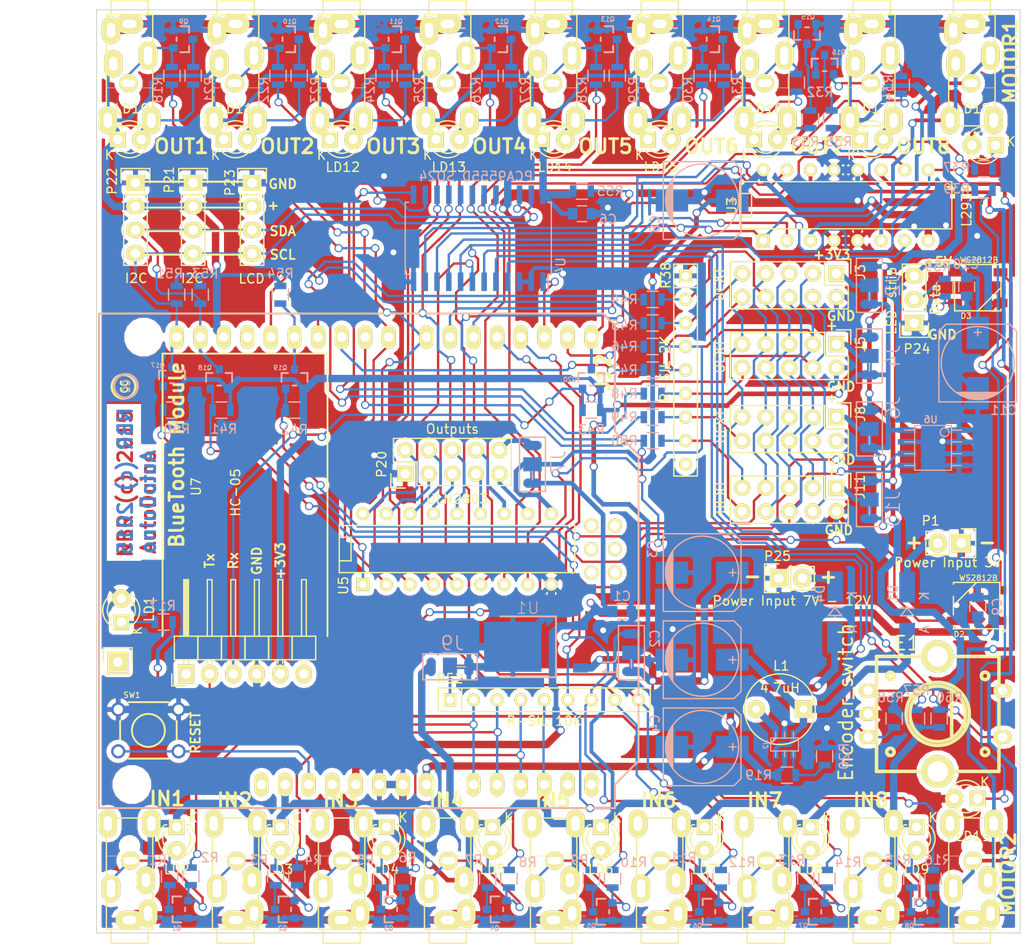
<source format=kicad_pcb>
(kicad_pcb (version 4) (host pcbnew "(2014-12-08 BZR 5317)-product")
  (layers (0 F.Cu signal) (31 B.Cu signal) (34 B.Paste user) (35 F.Paste user) (36 B.SilkS user) (37 F.SilkS user) (38 B.Mask user) (39 F.Mask user) (44 Edge.Cuts user))
  (net 0 "")
  (net 1 +5V)
  (net 2 GND)
  (net 3 "Net-(C2-Pad1)")
  (net 4 "Net-(C3-Pad1)")
  (net 5 VPP)
  (net 6 VDD)
  (net 7 Vm)
  (net 8 "Net-(D1-Pad1)")
  (net 9 "Net-(D2-Pad2)")
  (net 10 "Net-(D3-Pad2)")
  (net 11 B)
  (net 12 A)
  (net 13 SW)
  (net 14 3V3)
  (net 15 "Net-(J2-Pad2)")
  (net 16 Tx_3V3)
  (net 17 Rx_3V3)
  (net 18 SCL_3V3)
  (net 19 SDA_3V3)
  (net 20 MISO_3V3)
  (net 21 MOSI_3V3)
  (net 22 SCK_3V3)
  (net 23 CS1_3V3)
  (net 24 "Net-(J4-Pad2)")
  (net 25 CS2_3V3)
  (net 26 "Net-(J6-Pad2)")
  (net 27 "Net-(J7-Pad3)")
  (net 28 CS3_3V3)
  (net 29 CS4_3V3)
  (net 30 IN3)
  (net 31 IN1)
  (net 32 IN2)
  (net 33 Reset)
  (net 34 Rx1)
  (net 35 Tx1)
  (net 36 INT)
  (net 37 IN7)
  (net 38 M1_En)
  (net 39 IN6)
  (net 40 CS1)
  (net 41 MOSI)
  (net 42 MISO)
  (net 43 SCK)
  (net 44 SDA)
  (net 45 SCL)
  (net 46 "Net-(L1-Pad2)")
  (net 47 "Net-(LD1-Pad1)")
  (net 48 "Net-(LD2-Pad2)")
  (net 49 "Net-(LD3-Pad2)")
  (net 50 "Net-(LD4-Pad2)")
  (net 51 "Net-(LD5-Pad2)")
  (net 52 "Net-(LD6-Pad2)")
  (net 53 "Net-(LD7-Pad2)")
  (net 54 "Net-(LD8-Pad2)")
  (net 55 "Net-(LD9-Pad2)")
  (net 56 "Net-(LD10-Pad2)")
  (net 57 "Net-(LD11-Pad2)")
  (net 58 "Net-(LD12-Pad2)")
  (net 59 "Net-(LD13-Pad2)")
  (net 60 "Net-(LD14-Pad2)")
  (net 61 "Net-(LD15-Pad2)")
  (net 62 "Net-(LD16-Pad2)")
  (net 63 "Net-(LD17-Pad2)")
  (net 64 IN4)
  (net 65 IN5)
  (net 66 "Net-(P18-Pad2)")
  (net 67 "Net-(P18-Pad3)")
  (net 68 "Net-(P19-Pad2)")
  (net 69 "Net-(P19-Pad3)")
  (net 70 "Net-(P20-Pad2)")
  (net 71 "Net-(P20-Pad3)")
  (net 72 "Net-(P20-Pad4)")
  (net 73 "Net-(P20-Pad5)")
  (net 74 "Net-(P20-Pad6)")
  (net 75 "Net-(P20-Pad7)")
  (net 76 "Net-(P20-Pad8)")
  (net 77 "Net-(P20-Pad9)")
  (net 78 "Net-(P24-Pad2)")
  (net 79 "Net-(Q1-PadD)")
  (net 80 "Net-(Q2-PadD)")
  (net 81 "Net-(Q3-PadD)")
  (net 82 "Net-(Q4-PadD)")
  (net 83 "Net-(Q5-PadD)")
  (net 84 "Net-(Q6-PadD)")
  (net 85 "Net-(Q7-PadD)")
  (net 86 "Net-(Q8-PadD)")
  (net 87 "Net-(Q9-PadD)")
  (net 88 "Net-(Q10-PadD)")
  (net 89 "Net-(Q11-PadD)")
  (net 90 "Net-(Q12-PadD)")
  (net 91 "Net-(Q13-PadD)")
  (net 92 "Net-(Q14-PadD)")
  (net 93 "Net-(Q15-PadD)")
  (net 94 "Net-(Q16-PadD)")
  (net 95 "Net-(R19-Pad2)")
  (net 96 CS2)
  (net 97 CS3)
  (net 98 M1_2)
  (net 99 "Net-(J9-Pad2)")
  (net 100 "Net-(J10-Pad2)")
  (net 101 IN8)
  (net 102 M2_En)
  (net 103 "Net-(LD18-Pad1)")
  (net 104 "Net-(LD19-Pad1)")
  (net 105 M2_1)
  (net 106 M2_2)
  (net 107 "Net-(D4-Pad1)")
  (net 108 "Net-(P2-Pad2)")
  (net 109 "Net-(P3-Pad2)")
  (net 110 "Net-(P4-Pad2)")
  (net 111 "Net-(P5-Pad2)")
  (net 112 "Net-(P6-Pad2)")
  (net 113 "Net-(P7-Pad2)")
  (net 114 "Net-(P8-Pad2)")
  (net 115 "Net-(P9-Pad2)")
  (net 116 "Net-(P10-Pad2)")
  (net 117 "Net-(P11-Pad2)")
  (net 118 "Net-(P12-Pad2)")
  (net 119 "Net-(P13-Pad2)")
  (net 120 "Net-(P14-Pad2)")
  (net 121 "Net-(P15-Pad2)")
  (net 122 "Net-(P16-Pad2)")
  (net 123 "Net-(P17-Pad2)")
  (net 124 OUT4)
  (net 125 OUT8)
  (net 126 LED_Data)
  (net 127 OUT1)
  (net 128 OUT2)
  (net 129 Out3)
  (net 130 OUT5)
  (net 131 Out6)
  (net 132 OUT7)
  (module FreeTtronics:WS2812B (layer F.Cu) (at 192.913 118.872 180)
    (fp_text reference D2 (at 1.8796 -3.0988 180) (layer F.SilkS) (effects (font (size 0.6 0.6) (thickness 0.1))))
    (fp_text value WS2812B (at -0.1905 2.9845 180) (layer F.SilkS) (effects (font (size 0.6 0.6) (thickness 0.1))))
    (pad 1 smd rect (at -2.45 -1.65 180) (size 1.5 0.9) (layers F.Cu F.Paste F.Mask) (net 1 +5V))
    (pad 2 smd rect (at -2.45 1.65 180) (size 1.5 0.9) (layers F.Cu F.Paste F.Mask) (net 9 "Net-(D2-Pad2)"))
    (pad 3 smd rect (at 2.45 1.65 180) (size 1.5 0.9) (layers F.Cu F.Paste F.Mask) (net 2 GND))
    (pad 4 smd rect (at 2.45 -1.65 180) (size 1.5 0.9) (layers F.Cu F.Paste F.Mask) (net 126 LED_Data))
  )
  (module FreeTtronics:WS2812B (layer F.Cu) (at 193.04 84.582)
    (fp_text reference D3 (at -1.27 3.048) (layer F.SilkS) (effects (font (size 0.6 0.6) (thickness 0.1))))
    (fp_text value WS2812B (at 0.127 -2.9845) (layer F.SilkS) (effects (font (size 0.6 0.6) (thickness 0.1))))
    (pad 1 smd rect (at -2.45 -1.65) (size 1.5 0.9) (layers F.Cu F.Paste F.Mask) (net 1 +5V))
    (pad 2 smd rect (at -2.45 1.65) (size 1.5 0.9) (layers F.Cu F.Paste F.Mask) (net 10 "Net-(D3-Pad2)"))
    (pad 3 smd rect (at 2.45 1.65) (size 1.5 0.9) (layers F.Cu F.Paste F.Mask) (net 2 GND))
    (pad 4 smd rect (at 2.45 -1.65) (size 1.5 0.9) (layers F.Cu F.Paste F.Mask) (net 9 "Net-(D2-Pad2)"))
  )
  (module w_misc_comp:encoder_alps-ec12d (layer F.Cu) (at 188.722 130.556 270)
    (fp_text reference E1 (at -7.62 3.302 360) (layer F.SilkS) (effects (font (size 1.50114 1.50114) (thickness 0.20066))))
    (fp_text value Encoder_switch (at -1.27 9.906 450) (layer F.SilkS) (effects (font (size 1.50114 1.50114) (thickness 0.20066))))
    (pad 1 thru_hole oval (at -2.49936 7.50062 270) (size 1.50114 1.99898) (drill 1.00076) (layers *.Cu *.Mask F.SilkS) (net 11 B))
    (pad 2 thru_hole oval (at 0 7.50062 270) (size 1.50114 1.99898) (drill 1.00076) (layers *.Cu *.Mask F.SilkS) (net 2 GND))
    (pad 3 thru_hole oval (at 2.49936 7.50062 270) (size 1.50114 1.99898) (drill 1.00076) (layers *.Cu *.Mask F.SilkS) (net 12 A))
    (pad "" thru_hole circle (at -6.20014 0 270) (size 3.50012 3.50012) (drill 2.19964) (layers *.Cu *.Mask F.SilkS))
    (pad "" thru_hole circle (at 6.20014 0 270) (size 3.50012 3.50012) (drill 2.19964) (layers *.Cu *.Mask F.SilkS))
    (pad 5 thru_hole oval (at -2.49936 -7.00024 270) (size 1.50114 1.99898) (drill 1.00076) (layers *.Cu *.Mask F.SilkS) (net 2 GND))
    (pad 4 thru_hole oval (at 2.49936 -7.00024 270) (size 1.50114 1.99898) (drill 1.00076) (layers *.Cu *.Mask F.SilkS) (net 13 SW))
  )
  (module br_pretty:Select (layer B.Cu) (at 155.702 123.952 90)
    (fp_text reference J1 (at -1.524 -2.286 90) (layer B.SilkS) (effects (font (size 1.5 1.5)) (justify mirror)))
    (fp_text value V_select hide)
    (fp_line (start -2.032 0) (end 0 0) (layer B.Cu) (width 0.5))
    (pad 1 smd oval (at -2.032 0 90) (size 1 2) (layers B.Cu B.Paste B.Mask) (net 4 "Net-(C3-Pad1)"))
    (pad 2 smd rect (at 0 0 90) (size 1.524 2) (layers B.Cu B.Paste B.Mask) (net 14 3V3))
    (pad 3 smd oval (at 2.032 0 90) (size 1 2) (layers B.Cu B.Paste B.Mask) (net 6 VDD))
  )
  (module br_pretty:Select (layer B.Cu) (at 181.356 84.328 90)
    (fp_text reference J2 (at 0 2.54 270) (layer B.SilkS) (effects (font (size 1.5 1.5)) (justify mirror)))
    (fp_text value V_select hide)
    (fp_line (start -2.032 0) (end 0 0) (layer B.Cu) (width 0.5))
    (pad 1 smd oval (at -2.032 0 90) (size 1 2) (layers B.Cu B.Paste B.Mask) (net 14 3V3))
    (pad 2 smd rect (at 0 0 90) (size 1.524 2) (layers B.Cu B.Paste B.Mask) (net 15 "Net-(J2-Pad2)"))
    (pad 3 smd oval (at 2.032 0 90) (size 1 2) (layers B.Cu B.Paste B.Mask) (net 6 VDD))
  )
  (module Pin_Headers:Pin_Header_Straight_2x05 (layer F.Cu) (at 177.8 83.058 270)
    (fp_text reference J3 (at -0.1524 -2.5908 270) (layer F.SilkS))
    (fp_text value UEXT (at 1.1684 12.5984 270) (layer F.SilkS))
    (pad 1 thru_hole rect (at 0 0 270) (size 1.7272 1.7272) (drill 1.016) (layers *.Cu *.Mask F.SilkS) (net 15 "Net-(J2-Pad2)"))
    (pad 2 thru_hole oval (at 2.54 0 270) (size 1.7272 1.7272) (drill 1.016) (layers *.Cu *.Mask F.SilkS) (net 2 GND))
    (pad 3 thru_hole oval (at 0 2.54 270) (size 1.7272 1.7272) (drill 1.016) (layers *.Cu *.Mask F.SilkS) (net 16 Tx_3V3))
    (pad 4 thru_hole oval (at 2.54 2.54 270) (size 1.7272 1.7272) (drill 1.016) (layers *.Cu *.Mask F.SilkS) (net 17 Rx_3V3))
    (pad 5 thru_hole oval (at 0 5.08 270) (size 1.7272 1.7272) (drill 1.016) (layers *.Cu *.Mask F.SilkS) (net 18 SCL_3V3))
    (pad 6 thru_hole oval (at 2.54 5.08 270) (size 1.7272 1.7272) (drill 1.016) (layers *.Cu *.Mask F.SilkS) (net 19 SDA_3V3))
    (pad 7 thru_hole oval (at 0 7.62 270) (size 1.7272 1.7272) (drill 1.016) (layers *.Cu *.Mask F.SilkS) (net 20 MISO_3V3))
    (pad 8 thru_hole oval (at 2.54 7.62 270) (size 1.7272 1.7272) (drill 1.016) (layers *.Cu *.Mask F.SilkS) (net 21 MOSI_3V3))
    (pad 9 thru_hole oval (at 0 10.16 270) (size 1.7272 1.7272) (drill 1.016) (layers *.Cu *.Mask F.SilkS) (net 22 SCK_3V3))
    (pad 10 thru_hole oval (at 2.54 10.16 270) (size 1.7272 1.7272) (drill 1.016) (layers *.Cu *.Mask F.SilkS) (net 23 CS1_3V3))
  )
  (module br_pretty:Select (layer B.Cu) (at 181.356 91.948 90)
    (fp_text reference J4 (at 0 2.54 90) (layer B.SilkS) (effects (font (size 1.5 1.5)) (justify mirror)))
    (fp_text value V_select hide)
    (fp_line (start -2.032 0) (end 0 0) (layer B.Cu) (width 0.5))
    (pad 1 smd oval (at -2.032 0 90) (size 1 2) (layers B.Cu B.Paste B.Mask) (net 14 3V3))
    (pad 2 smd rect (at 0 0 90) (size 1.524 2) (layers B.Cu B.Paste B.Mask) (net 24 "Net-(J4-Pad2)"))
    (pad 3 smd oval (at 2.032 0 90) (size 1 2) (layers B.Cu B.Paste B.Mask) (net 6 VDD))
  )
  (module Pin_Headers:Pin_Header_Straight_2x05 (layer F.Cu) (at 177.8 90.678 270)
    (fp_text reference J5 (at 0 -2.5908 270) (layer F.SilkS))
    (fp_text value UEXT (at 1.3208 12.5476 270) (layer F.SilkS))
    (pad 1 thru_hole rect (at 0 0 270) (size 1.7272 1.7272) (drill 1.016) (layers *.Cu *.Mask F.SilkS) (net 24 "Net-(J4-Pad2)"))
    (pad 2 thru_hole oval (at 2.54 0 270) (size 1.7272 1.7272) (drill 1.016) (layers *.Cu *.Mask F.SilkS) (net 2 GND))
    (pad 3 thru_hole oval (at 0 2.54 270) (size 1.7272 1.7272) (drill 1.016) (layers *.Cu *.Mask F.SilkS) (net 16 Tx_3V3))
    (pad 4 thru_hole oval (at 2.54 2.54 270) (size 1.7272 1.7272) (drill 1.016) (layers *.Cu *.Mask F.SilkS) (net 17 Rx_3V3))
    (pad 5 thru_hole oval (at 0 5.08 270) (size 1.7272 1.7272) (drill 1.016) (layers *.Cu *.Mask F.SilkS) (net 18 SCL_3V3))
    (pad 6 thru_hole oval (at 2.54 5.08 270) (size 1.7272 1.7272) (drill 1.016) (layers *.Cu *.Mask F.SilkS) (net 19 SDA_3V3))
    (pad 7 thru_hole oval (at 0 7.62 270) (size 1.7272 1.7272) (drill 1.016) (layers *.Cu *.Mask F.SilkS) (net 20 MISO_3V3))
    (pad 8 thru_hole oval (at 2.54 7.62 270) (size 1.7272 1.7272) (drill 1.016) (layers *.Cu *.Mask F.SilkS) (net 21 MOSI_3V3))
    (pad 9 thru_hole oval (at 0 10.16 270) (size 1.7272 1.7272) (drill 1.016) (layers *.Cu *.Mask F.SilkS) (net 22 SCK_3V3))
    (pad 10 thru_hole oval (at 2.54 10.16 270) (size 1.7272 1.7272) (drill 1.016) (layers *.Cu *.Mask F.SilkS) (net 25 CS2_3V3))
  )
  (module br_pretty:Select (layer B.Cu) (at 181.356 99.822 90)
    (fp_text reference J6 (at 2.286 2.54 90) (layer B.SilkS) (effects (font (size 1.5 1.5)) (justify mirror)))
    (fp_text value V_select hide)
    (fp_line (start -2.032 0) (end 0 0) (layer B.Cu) (width 0.5))
    (pad 1 smd oval (at -2.032 0 90) (size 1 2) (layers B.Cu B.Paste B.Mask) (net 14 3V3))
    (pad 2 smd rect (at 0 0 90) (size 1.524 2) (layers B.Cu B.Paste B.Mask) (net 26 "Net-(J6-Pad2)"))
    (pad 3 smd oval (at 2.032 0 90) (size 1 2) (layers B.Cu B.Paste B.Mask) (net 6 VDD))
  )
  (module br_pretty:Select (layer B.Cu) (at 145.034 103.632 90)
    (fp_text reference J7 (at 0.254 2.794 270) (layer B.SilkS) (effects (font (size 1.5 1.5)) (justify mirror)))
    (fp_text value V_select hide)
    (fp_line (start -2.032 0) (end 0 0) (layer B.Cu) (width 0.5))
    (pad 1 smd oval (at -2.032 0 90) (size 1 2) (layers B.Cu B.Paste B.Mask) (net 1 +5V))
    (pad 2 smd rect (at 0 0 90) (size 1.524 2) (layers B.Cu B.Paste B.Mask) (net 7 Vm))
    (pad 3 smd oval (at 2.032 0 90) (size 1 2) (layers B.Cu B.Paste B.Mask) (net 27 "Net-(J7-Pad3)"))
  )
  (module Pin_Headers:Pin_Header_Straight_2x05 (layer F.Cu) (at 177.8 98.552 270)
    (fp_text reference J8 (at -0.3556 -2.5908 270) (layer F.SilkS))
    (fp_text value UEXT (at 1.016 12.446 270) (layer F.SilkS))
    (pad 1 thru_hole rect (at 0 0 270) (size 1.7272 1.7272) (drill 1.016) (layers *.Cu *.Mask F.SilkS) (net 26 "Net-(J6-Pad2)"))
    (pad 2 thru_hole oval (at 2.54 0 270) (size 1.7272 1.7272) (drill 1.016) (layers *.Cu *.Mask F.SilkS) (net 2 GND))
    (pad 3 thru_hole oval (at 0 2.54 270) (size 1.7272 1.7272) (drill 1.016) (layers *.Cu *.Mask F.SilkS) (net 16 Tx_3V3))
    (pad 4 thru_hole oval (at 2.54 2.54 270) (size 1.7272 1.7272) (drill 1.016) (layers *.Cu *.Mask F.SilkS) (net 17 Rx_3V3))
    (pad 5 thru_hole oval (at 0 5.08 270) (size 1.7272 1.7272) (drill 1.016) (layers *.Cu *.Mask F.SilkS) (net 18 SCL_3V3))
    (pad 6 thru_hole oval (at 2.54 5.08 270) (size 1.7272 1.7272) (drill 1.016) (layers *.Cu *.Mask F.SilkS) (net 19 SDA_3V3))
    (pad 7 thru_hole oval (at 0 7.62 270) (size 1.7272 1.7272) (drill 1.016) (layers *.Cu *.Mask F.SilkS) (net 20 MISO_3V3))
    (pad 8 thru_hole oval (at 2.54 7.62 270) (size 1.7272 1.7272) (drill 1.016) (layers *.Cu *.Mask F.SilkS) (net 21 MOSI_3V3))
    (pad 9 thru_hole oval (at 0 10.16 270) (size 1.7272 1.7272) (drill 1.016) (layers *.Cu *.Mask F.SilkS) (net 22 SCK_3V3))
    (pad 10 thru_hole oval (at 2.54 10.16 270) (size 1.7272 1.7272) (drill 1.016) (layers *.Cu *.Mask F.SilkS) (net 28 CS3_3V3))
  )
  (module br_pretty:Select (layer B.Cu) (at 136.144 125.476 180)
    (fp_text reference J9 (at -0.254 2.54 180) (layer B.SilkS) (effects (font (size 1.5 1.5)) (justify mirror)))
    (fp_text value V_select hide)
    (fp_line (start -2.032 0) (end 0 0) (layer B.Cu) (width 0.5))
    (pad 1 smd oval (at -2.032 0 180) (size 1 2) (layers B.Cu B.Paste B.Mask) (net 2 GND))
    (pad 2 smd rect (at 0 0 180) (size 1.524 2) (layers B.Cu B.Paste B.Mask) (net 99 "Net-(J9-Pad2)"))
    (pad 3 smd oval (at 2.032 0 180) (size 1 2) (layers B.Cu B.Paste B.Mask) (net 6 VDD))
  )
  (module Inductors:INDUCTOR_V (layer F.Cu) (at 171.704 130.048 180)
    (fp_text reference L1 (at -0.1524 4.6736 180) (layer F.SilkS))
    (fp_text value 4.7uH (at 0 2.286 180) (layer F.SilkS))
    (pad 1 thru_hole rect (at -2.54 0 180) (size 1.905 1.905) (drill 0.8128) (layers *.Cu *.Mask F.SilkS) (net 3 "Net-(C2-Pad1)"))
    (pad 2 thru_hole circle (at 2.54 0 180) (size 1.905 1.905) (drill 0.8128) (layers *.Cu *.Mask F.SilkS) (net 46 "Net-(L1-Pad2)"))
  )
  (module Pin_Headers:Pin_Header_Straight_2x05 (layer F.Cu) (at 131.318 104.648 90)
    (fp_text reference P20 (at 1.016 -2.54 270) (layer F.SilkS))
    (fp_text value Outputs (at 4.826 5.08 180) (layer F.SilkS))
    (pad 1 thru_hole rect (at 0 0 90) (size 1.7272 1.7272) (drill 1.016) (layers *.Cu *.Mask F.SilkS) (net 2 GND))
    (pad 2 thru_hole oval (at 2.54 0 90) (size 1.7272 1.7272) (drill 1.016) (layers *.Cu *.Mask F.SilkS) (net 70 "Net-(P20-Pad2)"))
    (pad 3 thru_hole oval (at 0 2.54 90) (size 1.7272 1.7272) (drill 1.016) (layers *.Cu *.Mask F.SilkS) (net 71 "Net-(P20-Pad3)"))
    (pad 4 thru_hole oval (at 2.54 2.54 90) (size 1.7272 1.7272) (drill 1.016) (layers *.Cu *.Mask F.SilkS) (net 72 "Net-(P20-Pad4)"))
    (pad 5 thru_hole oval (at 0 5.08 90) (size 1.7272 1.7272) (drill 1.016) (layers *.Cu *.Mask F.SilkS) (net 73 "Net-(P20-Pad5)"))
    (pad 6 thru_hole oval (at 2.54 5.08 90) (size 1.7272 1.7272) (drill 1.016) (layers *.Cu *.Mask F.SilkS) (net 74 "Net-(P20-Pad6)"))
    (pad 7 thru_hole oval (at 0 7.62 90) (size 1.7272 1.7272) (drill 1.016) (layers *.Cu *.Mask F.SilkS) (net 75 "Net-(P20-Pad7)"))
    (pad 8 thru_hole oval (at 2.54 7.62 90) (size 1.7272 1.7272) (drill 1.016) (layers *.Cu *.Mask F.SilkS) (net 76 "Net-(P20-Pad8)"))
    (pad 9 thru_hole oval (at 0 10.16 90) (size 1.7272 1.7272) (drill 1.016) (layers *.Cu *.Mask F.SilkS) (net 77 "Net-(P20-Pad9)"))
    (pad 10 thru_hole oval (at 2.54 10.16 90) (size 1.7272 1.7272) (drill 1.016) (layers *.Cu *.Mask F.SilkS) (net 27 "Net-(J7-Pad3)"))
  )
  (module Pin_Headers:Pin_Header_Straight_1x04 (layer F.Cu) (at 108.458 73.279)
    (fp_text reference P21 (at -2.5908 -0.3302 90) (layer F.SilkS))
    (fp_text value I2C (at -0.1016 10.287) (layer F.SilkS))
    (pad 1 thru_hole rect (at 0 0) (size 2.032 1.7272) (drill 1.016) (layers *.Cu *.Mask F.SilkS) (net 2 GND))
    (pad 2 thru_hole oval (at 0 2.54) (size 2.032 1.7272) (drill 1.016) (layers *.Cu *.Mask F.SilkS) (net 6 VDD))
    (pad 3 thru_hole oval (at 0 5.08) (size 2.032 1.7272) (drill 1.016) (layers *.Cu *.Mask F.SilkS) (net 44 SDA))
    (pad 4 thru_hole oval (at 0 7.62) (size 2.032 1.7272) (drill 1.016) (layers *.Cu *.Mask F.SilkS) (net 45 SCL))
  )
  (module Pin_Headers:Pin_Header_Straight_1x04 (layer F.Cu) (at 102.235 73.279)
    (fp_text reference P22 (at -2.5146 -0.1778 90) (layer F.SilkS))
    (fp_text value I2C (at 0.0762 10.287) (layer F.SilkS))
    (pad 1 thru_hole rect (at 0 0) (size 2.032 1.7272) (drill 1.016) (layers *.Cu *.Mask F.SilkS) (net 2 GND))
    (pad 2 thru_hole oval (at 0 2.54) (size 2.032 1.7272) (drill 1.016) (layers *.Cu *.Mask F.SilkS) (net 6 VDD))
    (pad 3 thru_hole oval (at 0 5.08) (size 2.032 1.7272) (drill 1.016) (layers *.Cu *.Mask F.SilkS) (net 44 SDA))
    (pad 4 thru_hole oval (at 0 7.62) (size 2.032 1.7272) (drill 1.016) (layers *.Cu *.Mask F.SilkS) (net 45 SCL))
  )
  (module Pin_Headers:Pin_Header_Straight_1x04 (layer F.Cu) (at 114.808 73.279)
    (fp_text reference P23 (at -2.3876 -0.0254 90) (layer F.SilkS))
    (fp_text value LCD (at -0.0508 10.3378) (layer F.SilkS))
    (pad 1 thru_hole rect (at 0 0) (size 2.032 1.7272) (drill 1.016) (layers *.Cu *.Mask F.SilkS) (net 2 GND))
    (pad 2 thru_hole oval (at 0 2.54) (size 2.032 1.7272) (drill 1.016) (layers *.Cu *.Mask F.SilkS) (net 6 VDD))
    (pad 3 thru_hole oval (at 0 5.08) (size 2.032 1.7272) (drill 1.016) (layers *.Cu *.Mask F.SilkS) (net 44 SDA))
    (pad 4 thru_hole oval (at 0 7.62) (size 2.032 1.7272) (drill 1.016) (layers *.Cu *.Mask F.SilkS) (net 45 SCL))
  )
  (module Pin_Headers:Pin_Header_Straight_1x03 (layer F.Cu) (at 186.182 88.392 180)
    (fp_text reference P24 (at -0.3048 -2.794 180) (layer F.SilkS))
    (fp_text value LED-strip (at 2.4384 2.3876 270) (layer F.SilkS))
    (pad 1 thru_hole rect (at 0 0 180) (size 2.032 1.7272) (drill 1.016) (layers *.Cu *.Mask F.SilkS) (net 2 GND))
    (pad 2 thru_hole oval (at 0 2.54 180) (size 2.032 1.7272) (drill 1.016) (layers *.Cu *.Mask F.SilkS) (net 78 "Net-(P24-Pad2)"))
    (pad 3 thru_hole oval (at 0 5.08 180) (size 2.032 1.7272) (drill 1.016) (layers *.Cu *.Mask F.SilkS) (net 1 +5V))
  )
  (module FreeTtronics:SOT23_FET (layer B.Cu) (at 107.315 57.785 90)
    (fp_text reference Q9 (at 1.905 0.127 180) (layer B.SilkS) (effects (font (size 0.5 0.5) (thickness 0.1)) (justify mirror)))
    (fp_text value BSS138 hide)
    (pad D smd rect (at 0 1.09982 90) (size 0.8001 0.89916) (layers B.Cu B.Paste B.Mask) (net 87 "Net-(Q9-PadD)"))
    (pad G smd rect (at -0.94996 -1.00076 90) (size 0.8001 0.89916) (layers B.Cu B.Paste B.Mask) (net 116 "Net-(P10-Pad2)"))
    (pad S smd rect (at 0.94996 -1.00076 90) (size 0.8001 0.89916) (layers B.Cu B.Paste B.Mask) (net 2 GND))
  )
  (module Discret:r_pack8 (layer F.Cu) (at 161.544 93.472 270)
    (fp_text reference R38 (at -10.2108 2.1336 270) (layer F.SilkS))
    (fp_text value "R-SIL 2K" (at -0.127 2.2225 270) (layer F.SilkS))
    (pad 1 thru_hole rect (at -10.16 0 270) (size 1.397 1.397) (drill 0.8128) (layers *.Cu *.Mask F.SilkS) (net 2 GND))
    (pad 2 thru_hole circle (at -7.62 0 270) (size 1.397 1.397) (drill 0.8128) (layers *.Cu *.Mask F.SilkS) (net 21 MOSI_3V3))
    (pad 3 thru_hole circle (at -5.08 0 270) (size 1.397 1.397) (drill 0.8128) (layers *.Cu *.Mask F.SilkS) (net 22 SCK_3V3))
    (pad 4 thru_hole circle (at -2.54 0 270) (size 1.397 1.397) (drill 0.8128) (layers *.Cu *.Mask F.SilkS) (net 16 Tx_3V3))
    (pad 5 thru_hole circle (at 0 0 270) (size 1.397 1.397) (drill 0.8128) (layers *.Cu *.Mask F.SilkS) (net 23 CS1_3V3))
    (pad 6 thru_hole circle (at 2.54 0 270) (size 1.397 1.397) (drill 0.8128) (layers *.Cu *.Mask F.SilkS) (net 25 CS2_3V3))
    (pad 7 thru_hole circle (at 5.08 0 270) (size 1.397 1.397) (drill 0.8128) (layers *.Cu *.Mask F.SilkS) (net 28 CS3_3V3))
    (pad 8 thru_hole circle (at 7.62 0 270) (size 1.397 1.397) (drill 0.8128) (layers *.Cu *.Mask F.SilkS) (net 29 CS4_3V3))
    (pad 9 thru_hole circle (at 10.16 0 270) (size 1.397 1.397) (drill 0.8128) (layers *.Cu *.Mask F.SilkS))
  )
  (module FreeTtronics:SW_PUSHBUTTON_PTH (layer F.Cu) (at 103.632 132.334 180)
    (fp_text reference SW1 (at 1.778 3.81 180) (layer F.SilkS) (effects (font (size 0.6 0.6) (thickness 0.1))))
    (fp_text value Push1 hide)
    (pad 1 thru_hole oval (at -3.2512 -2.2606 180) (size 1.524 1.524) (drill 1.016) (layers *.Cu *.Mask) (net 33 Reset))
    (pad 1 thru_hole oval (at 3.2512 -2.2606 180) (size 1.524 1.524) (drill 1.016) (layers *.Cu *.Mask) (net 33 Reset))
    (pad 2 thru_hole oval (at -3.2512 2.2606 180) (size 1.524 1.524) (drill 1.016) (layers *.Cu *.Mask) (net 2 GND))
    (pad 2 thru_hole oval (at 3.2512 2.2606 180) (size 1.524 1.524) (drill 1.016) (layers *.Cu *.Mask) (net 2 GND))
  )
  (module FreeTtronics:DPAK (layer B.Cu) (at 145.415 123.317 270)
    (fp_text reference U1 (at -4.191 0.889 360) (layer B.SilkS) (effects (font (size 1.27 1.27) (thickness 0.1016)) (justify mirror)))
    (fp_text value LD29150DT33R hide)
    (pad 2 smd rect (at 0 2.49936 270) (size 5.3975 6.1976) (layers B.Cu B.Paste B.Mask) (net 2 GND))
    (pad 1 smd rect (at -2.27838 -4.79806 270) (size 0.99822 1.59766) (layers B.Cu B.Paste B.Mask) (net 1 +5V))
    (pad 3 smd rect (at 2.27838 -4.79806 270) (size 0.99822 1.59766) (layers B.Cu B.Paste B.Mask) (net 4 "Net-(C3-Pad1)"))
  )
  (module w_smd_trans:sot23-6 (layer B.Cu) (at 172.212 133.858)
    (fp_text reference U2 (at -2.032 0 90) (layer B.SilkS) (effects (font (size 0.50038 0.50038) (thickness 0.09906)) (justify mirror)))
    (fp_text value MCP1640t-i/chy hide)
    (pad 1 smd rect (at -0.9525 -1.05664) (size 0.59944 1.00076) (layers B.Cu B.Paste B.Mask) (net 46 "Net-(L1-Pad2)"))
    (pad 3 smd rect (at 0.9525 -1.05664) (size 0.59944 1.00076) (layers B.Cu B.Paste B.Mask) (net 3 "Net-(C2-Pad1)"))
    (pad 2 smd rect (at 0 -1.05664) (size 0.59944 1.00076) (layers B.Cu B.Paste B.Mask) (net 2 GND))
    (pad 4 smd rect (at 0.9525 1.05664) (size 0.59944 1.00076) (layers B.Cu B.Paste B.Mask) (net 95 "Net-(R19-Pad2)"))
    (pad 6 smd rect (at -0.9525 1.05664) (size 0.59944 1.00076) (layers B.Cu B.Paste B.Mask) (net 3 "Net-(C2-Pad1)"))
    (pad 5 smd rect (at 0 1.05664) (size 0.59944 1.00076) (layers B.Cu B.Paste B.Mask) (net 5 VPP))
  )
  (module Sockets_DIP:DIP-16__300 (layer F.Cu) (at 178.816 75.692)
    (fp_text reference U3 (at -12.2936 0.1016 90) (layer F.SilkS))
    (fp_text value L293D (at 13.0175 0 90) (layer F.SilkS))
    (pad 1 thru_hole rect (at -8.89 3.81) (size 1.397 1.397) (drill 0.8128) (layers *.Cu *.Mask F.SilkS) (net 38 M1_En))
    (pad 2 thru_hole circle (at -6.35 3.81) (size 1.397 1.397) (drill 0.8128) (layers *.Cu *.Mask F.SilkS) (net 98 M1_2))
    (pad 3 thru_hole circle (at -3.81 3.81) (size 1.397 1.397) (drill 0.8128) (layers *.Cu *.Mask F.SilkS) (net 67 "Net-(P18-Pad3)"))
    (pad 4 thru_hole circle (at -1.27 3.81) (size 1.397 1.397) (drill 0.8128) (layers *.Cu *.Mask F.SilkS) (net 2 GND))
    (pad 5 thru_hole circle (at 1.27 3.81) (size 1.397 1.397) (drill 0.8128) (layers *.Cu *.Mask F.SilkS) (net 2 GND))
    (pad 6 thru_hole circle (at 3.81 3.81) (size 1.397 1.397) (drill 0.8128) (layers *.Cu *.Mask F.SilkS) (net 66 "Net-(P18-Pad2)"))
    (pad 7 thru_hole circle (at 6.35 3.81) (size 1.397 1.397) (drill 0.8128) (layers *.Cu *.Mask F.SilkS) (net 101 IN8))
    (pad 8 thru_hole circle (at 8.89 3.81) (size 1.397 1.397) (drill 0.8128) (layers *.Cu *.Mask F.SilkS) (net 7 Vm))
    (pad 9 thru_hole circle (at 8.89 -3.81) (size 1.397 1.397) (drill 0.8128) (layers *.Cu *.Mask F.SilkS) (net 102 M2_En))
    (pad 10 thru_hole circle (at 6.35 -3.81) (size 1.397 1.397) (drill 0.8128) (layers *.Cu *.Mask F.SilkS) (net 105 M2_1))
    (pad 11 thru_hole circle (at 3.81 -3.81) (size 1.397 1.397) (drill 0.8128) (layers *.Cu *.Mask F.SilkS) (net 68 "Net-(P19-Pad2)"))
    (pad 12 thru_hole circle (at 1.27 -3.81) (size 1.397 1.397) (drill 0.8128) (layers *.Cu *.Mask F.SilkS) (net 2 GND))
    (pad 13 thru_hole circle (at -1.27 -3.81) (size 1.397 1.397) (drill 0.8128) (layers *.Cu *.Mask F.SilkS) (net 2 GND))
    (pad 14 thru_hole circle (at -3.81 -3.81) (size 1.397 1.397) (drill 0.8128) (layers *.Cu *.Mask F.SilkS) (net 69 "Net-(P19-Pad3)"))
    (pad 15 thru_hole circle (at -6.35 -3.81) (size 1.397 1.397) (drill 0.8128) (layers *.Cu *.Mask F.SilkS) (net 106 M2_2))
    (pad 16 thru_hole circle (at -8.89 -3.81) (size 1.397 1.397) (drill 0.8128) (layers *.Cu *.Mask F.SilkS) (net 7 Vm))
  )
  (module Housings_SOIC:SOIC-24_7.5x15.4mm_Pitch1.27mm (layer B.Cu) (at 139.192 79.248 90)
    (fp_text reference U4 (at -3.048 8.89 90) (layer B.SilkS) (effects (justify mirror)))
    (fp_text value "PCA9555D SO24" (at 6.6675 -0.254 180) (layer B.SilkS) (effects (justify mirror)))
    (pad 1 smd rect (at -4.7 6.985 90) (size 2 0.6) (layers B.Cu B.Paste B.Mask) (net 36 INT))
    (pad 2 smd rect (at -4.7 5.715 90) (size 2 0.6) (layers B.Cu B.Paste B.Mask) (net 2 GND))
    (pad 3 smd rect (at -4.7 4.445 90) (size 2 0.6) (layers B.Cu B.Paste B.Mask) (net 2 GND))
    (pad 4 smd rect (at -4.7 3.175 90) (size 2 0.6) (layers B.Cu B.Paste B.Mask) (net 12 A))
    (pad 5 smd rect (at -4.7 1.905 90) (size 2 0.6) (layers B.Cu B.Paste B.Mask) (net 11 B))
    (pad 6 smd rect (at -4.7 0.635 90) (size 2 0.6) (layers B.Cu B.Paste B.Mask) (net 13 SW))
    (pad 7 smd rect (at -4.7 -0.635 90) (size 2 0.6) (layers B.Cu B.Paste B.Mask) (net 37 IN7))
    (pad 8 smd rect (at -4.7 -1.905 90) (size 2 0.6) (layers B.Cu B.Paste B.Mask) (net 101 IN8))
    (pad 9 smd rect (at -4.7 -3.175 90) (size 2 0.6) (layers B.Cu B.Paste B.Mask) (net 98 M1_2))
    (pad 10 smd rect (at -4.7 -4.445 90) (size 2 0.6) (layers B.Cu B.Paste B.Mask) (net 105 M2_1))
    (pad 11 smd rect (at -4.7 -5.715 90) (size 2 0.6) (layers B.Cu B.Paste B.Mask) (net 106 M2_2))
    (pad 12 smd rect (at -4.7 -6.985 90) (size 2 0.6) (layers B.Cu B.Paste B.Mask) (net 2 GND))
    (pad 13 smd rect (at 4.7 -6.985 90) (size 2 0.6) (layers B.Cu B.Paste B.Mask) (net 96 CS2))
    (pad 14 smd rect (at 4.7 -5.715 90) (size 2 0.6) (layers B.Cu B.Paste B.Mask) (net 97 CS3))
    (pad 15 smd rect (at 4.7 -4.445 90) (size 2 0.6) (layers B.Cu B.Paste B.Mask) (net 129 Out3))
    (pad 16 smd rect (at 4.7 -3.175 90) (size 2 0.6) (layers B.Cu B.Paste B.Mask) (net 124 OUT4))
    (pad 17 smd rect (at 4.7 -1.905 90) (size 2 0.6) (layers B.Cu B.Paste B.Mask) (net 130 OUT5))
    (pad 18 smd rect (at 4.7 -0.635 90) (size 2 0.6) (layers B.Cu B.Paste B.Mask) (net 131 Out6))
    (pad 19 smd rect (at 4.7 0.635 90) (size 2 0.6) (layers B.Cu B.Paste B.Mask) (net 132 OUT7))
    (pad 20 smd rect (at 4.7 1.905 90) (size 2 0.6) (layers B.Cu B.Paste B.Mask) (net 125 OUT8))
    (pad 21 smd rect (at 4.7 3.175 90) (size 2 0.6) (layers B.Cu B.Paste B.Mask) (net 2 GND))
    (pad 22 smd rect (at 4.7 4.445 90) (size 2 0.6) (layers B.Cu B.Paste B.Mask) (net 45 SCL))
    (pad 23 smd rect (at 4.7 5.715 90) (size 2 0.6) (layers B.Cu B.Paste B.Mask) (net 44 SDA))
    (pad 24 smd rect (at 4.7 6.985 90) (size 2 0.6) (layers B.Cu B.Paste B.Mask) (net 6 VDD))
  )
  (module Sockets_DIP:DIP-18__300 (layer F.Cu) (at 136.906 112.776)
    (fp_text reference U5 (at -12.2555 3.937 270) (layer F.SilkS))
    (fp_text value ULN2803 (at 0 -5.3975) (layer F.SilkS))
    (pad 1 thru_hole rect (at -10.16 3.81) (size 1.397 1.397) (drill 0.8128) (layers *.Cu *.Mask F.SilkS) (net 127 OUT1))
    (pad 2 thru_hole circle (at -7.62 3.81) (size 1.397 1.397) (drill 0.8128) (layers *.Cu *.Mask F.SilkS) (net 128 OUT2))
    (pad 3 thru_hole circle (at -5.08 3.81) (size 1.397 1.397) (drill 0.8128) (layers *.Cu *.Mask F.SilkS) (net 129 Out3))
    (pad 4 thru_hole circle (at -2.54 3.81) (size 1.397 1.397) (drill 0.8128) (layers *.Cu *.Mask F.SilkS) (net 124 OUT4))
    (pad 5 thru_hole circle (at 0 3.81) (size 1.397 1.397) (drill 0.8128) (layers *.Cu *.Mask F.SilkS) (net 130 OUT5))
    (pad 6 thru_hole circle (at 2.54 3.81) (size 1.397 1.397) (drill 0.8128) (layers *.Cu *.Mask F.SilkS) (net 131 Out6))
    (pad 7 thru_hole circle (at 5.08 3.81) (size 1.397 1.397) (drill 0.8128) (layers *.Cu *.Mask F.SilkS) (net 132 OUT7))
    (pad 8 thru_hole circle (at 7.62 3.81) (size 1.397 1.397) (drill 0.8128) (layers *.Cu *.Mask F.SilkS) (net 125 OUT8))
    (pad 9 thru_hole circle (at 10.16 3.81) (size 1.397 1.397) (drill 0.8128) (layers *.Cu *.Mask F.SilkS) (net 2 GND))
    (pad 10 thru_hole circle (at 10.16 -3.81) (size 1.397 1.397) (drill 0.8128) (layers *.Cu *.Mask F.SilkS) (net 7 Vm))
    (pad 11 thru_hole circle (at 7.62 -3.81) (size 1.397 1.397) (drill 0.8128) (layers *.Cu *.Mask F.SilkS) (net 77 "Net-(P20-Pad9)"))
    (pad 12 thru_hole circle (at 5.08 -3.81) (size 1.397 1.397) (drill 0.8128) (layers *.Cu *.Mask F.SilkS) (net 76 "Net-(P20-Pad8)"))
    (pad 13 thru_hole circle (at 2.54 -3.81) (size 1.397 1.397) (drill 0.8128) (layers *.Cu *.Mask F.SilkS) (net 75 "Net-(P20-Pad7)"))
    (pad 14 thru_hole circle (at 0 -3.81) (size 1.397 1.397) (drill 0.8128) (layers *.Cu *.Mask F.SilkS) (net 74 "Net-(P20-Pad6)"))
    (pad 15 thru_hole circle (at -2.54 -3.81) (size 1.397 1.397) (drill 0.8128) (layers *.Cu *.Mask F.SilkS) (net 73 "Net-(P20-Pad5)"))
    (pad 16 thru_hole circle (at -5.08 -3.81) (size 1.397 1.397) (drill 0.8128) (layers *.Cu *.Mask F.SilkS) (net 72 "Net-(P20-Pad4)"))
    (pad 17 thru_hole circle (at -7.62 -3.81) (size 1.397 1.397) (drill 0.8128) (layers *.Cu *.Mask F.SilkS) (net 71 "Net-(P20-Pad3)"))
    (pad 18 thru_hole circle (at -10.16 -3.81) (size 1.397 1.397) (drill 0.8128) (layers *.Cu *.Mask F.SilkS) (net 70 "Net-(P20-Pad2)"))
  )
  (module w_smd_dil:so-8 (layer B.Cu) (at 188.214 101.854 270)
    (fp_text reference U6 (at -3.048 0.254 360) (layer B.SilkS) (effects (font (size 0.7493 0.7493) (thickness 0.14986)) (justify mirror)))
    (fp_text value "24xx512 EEPROM - NC" hide)
    (pad 1 smd rect (at -1.905 -2.794 270) (size 0.59944 1.99898) (layers B.Cu B.Paste B.Mask) (net 2 GND))
    (pad 2 smd rect (at -0.635 -2.794 270) (size 0.59944 1.99898) (layers B.Cu B.Paste B.Mask) (net 2 GND))
    (pad 3 smd rect (at 0.635 -2.794 270) (size 0.59944 1.99898) (layers B.Cu B.Paste B.Mask) (net 2 GND))
    (pad 4 smd rect (at 1.905 -2.794 270) (size 0.59944 1.99898) (layers B.Cu B.Paste B.Mask) (net 2 GND))
    (pad 5 smd rect (at 1.905 2.794 270) (size 0.59944 1.99898) (layers B.Cu B.Paste B.Mask) (net 19 SDA_3V3))
    (pad 6 smd rect (at 0.635 2.794 270) (size 0.59944 1.99898) (layers B.Cu B.Paste B.Mask) (net 18 SCL_3V3))
    (pad 7 smd rect (at -0.635 2.794 270) (size 0.59944 1.99898) (layers B.Cu B.Paste B.Mask) (net 2 GND))
    (pad 8 smd rect (at -1.905 2.794 270) (size 0.59944 1.99898) (layers B.Cu B.Paste B.Mask) (net 14 3V3))
  )
  (module Pin_Headers:Pin_Header_Angled_1x06 (layer F.Cu) (at 107.696 126.238 90)
    (fp_text reference U7 (at 20.193 1.0795 270) (layer F.SilkS))
    (fp_text value HC-05 (at 19.558 5.334 90) (layer F.SilkS))
    (pad 1 thru_hole rect (at 0 0 90) (size 2.032 1.7272) (drill 1.016) (layers *.Cu *.Mask F.SilkS))
    (pad 2 thru_hole oval (at 0 2.54 90) (size 2.032 1.7272) (drill 1.016) (layers *.Cu *.Mask F.SilkS) (net 16 Tx_3V3))
    (pad 3 thru_hole oval (at 0 5.08 90) (size 2.032 1.7272) (drill 1.016) (layers *.Cu *.Mask F.SilkS) (net 17 Rx_3V3))
    (pad 4 thru_hole oval (at 0 7.62 90) (size 2.032 1.7272) (drill 1.016) (layers *.Cu *.Mask F.SilkS) (net 2 GND))
    (pad 5 thru_hole oval (at 0 10.16 90) (size 2.032 1.7272) (drill 1.016) (layers *.Cu *.Mask F.SilkS) (net 14 3V3))
    (pad 6 thru_hole oval (at 0 12.7 90) (size 2.032 1.7272) (drill 1.016) (layers *.Cu *.Mask F.SilkS))
  )
  (module Diodes_SMD:Diode-MiniMELF_Handsoldering (layer B.Cu) (at 185.42 119.634 270)
    (fp_text reference D1 (at -2.032 1.524 270) (layer B.SilkS) (effects (justify mirror)))
    (fp_text value DIODE)
    (fp_text user K (at -1.8 -1.85 270) (layer B.SilkS) (effects (justify mirror)))
    (fp_text user A (at 1.8 -1.85 270) (layer B.SilkS) (effects (justify mirror)))
    (pad 1 smd rect (at -2.75082 0 270) (size 3.29946 1.69926) (layers B.Cu B.Paste B.Mask) (net 8 "Net-(D1-Pad1)"))
    (pad 2 smd rect (at 2.75082 0 270) (size 3.29946 1.69926) (layers B.Cu B.Paste B.Mask) (net 3 "Net-(C2-Pad1)"))
  )
  (module br_pretty:Select (layer B.Cu) (at 181.356 107.442 90)
    (fp_text reference J10 (at -1.016 2.54 90) (layer B.SilkS) (effects (font (size 1.5 1.5)) (justify mirror)))
    (fp_text value V_select hide)
    (fp_line (start -2.032 0) (end 0 0) (layer B.Cu) (width 0.5))
    (pad 1 smd oval (at -2.032 0 90) (size 1 2) (layers B.Cu B.Paste B.Mask) (net 14 3V3))
    (pad 2 smd rect (at 0 0 90) (size 1.524 2) (layers B.Cu B.Paste B.Mask) (net 100 "Net-(J10-Pad2)"))
    (pad 3 smd oval (at 2.032 0 90) (size 1 2) (layers B.Cu B.Paste B.Mask) (net 6 VDD))
  )
  (module Pin_Headers:Pin_Header_Straight_2x05 (layer F.Cu) (at 177.8 106.172 270)
    (fp_text reference J11 (at -0.1016 -2.54 270) (layer F.SilkS))
    (fp_text value UEXT (at 1.016 12.4968 270) (layer F.SilkS))
    (pad 1 thru_hole rect (at 0 0 270) (size 1.7272 1.7272) (drill 1.016) (layers *.Cu *.Mask F.SilkS) (net 100 "Net-(J10-Pad2)"))
    (pad 2 thru_hole oval (at 2.54 0 270) (size 1.7272 1.7272) (drill 1.016) (layers *.Cu *.Mask F.SilkS) (net 2 GND))
    (pad 3 thru_hole oval (at 0 2.54 270) (size 1.7272 1.7272) (drill 1.016) (layers *.Cu *.Mask F.SilkS) (net 16 Tx_3V3))
    (pad 4 thru_hole oval (at 2.54 2.54 270) (size 1.7272 1.7272) (drill 1.016) (layers *.Cu *.Mask F.SilkS) (net 17 Rx_3V3))
    (pad 5 thru_hole oval (at 0 5.08 270) (size 1.7272 1.7272) (drill 1.016) (layers *.Cu *.Mask F.SilkS) (net 18 SCL_3V3))
    (pad 6 thru_hole oval (at 2.54 5.08 270) (size 1.7272 1.7272) (drill 1.016) (layers *.Cu *.Mask F.SilkS) (net 19 SDA_3V3))
    (pad 7 thru_hole oval (at 0 7.62 270) (size 1.7272 1.7272) (drill 1.016) (layers *.Cu *.Mask F.SilkS) (net 20 MISO_3V3))
    (pad 8 thru_hole oval (at 2.54 7.62 270) (size 1.7272 1.7272) (drill 1.016) (layers *.Cu *.Mask F.SilkS) (net 21 MOSI_3V3))
    (pad 9 thru_hole oval (at 0 10.16 270) (size 1.7272 1.7272) (drill 1.016) (layers *.Cu *.Mask F.SilkS) (net 22 SCK_3V3))
    (pad 10 thru_hole oval (at 2.54 10.16 270) (size 1.7272 1.7272) (drill 1.016) (layers *.Cu *.Mask F.SilkS) (net 29 CS4_3V3))
  )
  (module FreeTtronics:ARDUINO_SHIELD (layer F.Cu) (at 87.884 140.716)
    (fp_text reference J12 (at 64.77 -46.99 90) (layer F.SilkS) (effects (font (thickness 0.3048))))
    (fp_text value "Nucleo/Arduino Board header" hide)
    (pad AD5 thru_hole oval (at 63.5 -2.54 90) (size 2.54 1.524) (drill 1.016) (layers *.Cu *.Mask F.SilkS))
    (pad AD4 thru_hole oval (at 60.96 -2.54 90) (size 2.54 1.524) (drill 1.016) (layers *.Cu *.Mask F.SilkS))
    (pad AD3 thru_hole oval (at 58.42 -2.54 90) (size 2.54 1.524) (drill 1.016) (layers *.Cu *.Mask F.SilkS) (net 64 IN4))
    (pad AD0 thru_hole oval (at 50.8 -2.54 90) (size 2.54 1.524) (drill 1.016) (layers *.Cu *.Mask F.SilkS) (net 31 IN1))
    (pad AD1 thru_hole oval (at 53.34 -2.54 90) (size 2.54 1.524) (drill 1.016) (layers *.Cu *.Mask F.SilkS) (net 32 IN2))
    (pad AD2 thru_hole oval (at 55.88 -2.54 90) (size 2.54 1.524) (drill 1.016) (layers *.Cu *.Mask F.SilkS) (net 30 IN3))
    (pad V_IN thru_hole oval (at 45.72 -2.54 90) (size 2.54 1.524) (drill 1.016) (layers *.Cu *.Mask F.SilkS) (net 5 VPP))
    (pad GND2 thru_hole oval (at 43.18 -2.54 90) (size 2.54 1.524) (drill 1.016) (layers *.Cu *.Mask F.SilkS) (net 2 GND))
    (pad GND1 thru_hole oval (at 40.64 -2.54 90) (size 2.54 1.524) (drill 1.016) (layers *.Cu *.Mask F.SilkS) (net 2 GND))
    (pad 3V3 thru_hole oval (at 35.56 -2.54 90) (size 2.54 1.524) (drill 1.016) (layers *.Cu *.Mask F.SilkS))
    (pad RST thru_hole oval (at 33.02 -2.54 90) (size 2.54 1.524) (drill 1.016) (layers *.Cu *.Mask F.SilkS) (net 33 Reset))
    (pad 0 thru_hole oval (at 63.5 -50.8 90) (size 2.54 1.524) (drill 1.016) (layers *.Cu *.Mask F.SilkS) (net 34 Rx1))
    (pad 1 thru_hole oval (at 60.96 -50.8 90) (size 2.54 1.524) (drill 1.016) (layers *.Cu *.Mask F.SilkS) (net 35 Tx1))
    (pad 2 thru_hole oval (at 58.42 -50.8 90) (size 2.54 1.524) (drill 1.016) (layers *.Cu *.Mask F.SilkS) (net 36 INT))
    (pad 3 thru_hole oval (at 55.88 -50.8 90) (size 2.54 1.524) (drill 1.016) (layers *.Cu *.Mask F.SilkS) (net 65 IN5))
    (pad 4 thru_hole oval (at 53.34 -50.8 90) (size 2.54 1.524) (drill 1.016) (layers *.Cu *.Mask F.SilkS) (net 39 IN6))
    (pad 5 thru_hole oval (at 50.8 -50.8 90) (size 2.54 1.524) (drill 1.016) (layers *.Cu *.Mask F.SilkS) (net 38 M1_En))
    (pad 6 thru_hole oval (at 48.26 -50.8 90) (size 2.54 1.524) (drill 1.016) (layers *.Cu *.Mask F.SilkS) (net 102 M2_En))
    (pad 7 thru_hole oval (at 45.72 -50.8 90) (size 2.54 1.524) (drill 1.016) (layers *.Cu *.Mask F.SilkS) (net 127 OUT1))
    (pad 8 thru_hole oval (at 41.656 -50.8 90) (size 2.54 1.524) (drill 1.016) (layers *.Cu *.Mask F.SilkS) (net 128 OUT2))
    (pad 9 thru_hole oval (at 39.116 -50.8 90) (size 2.54 1.524) (drill 1.016) (layers *.Cu *.Mask F.SilkS) (net 126 LED_Data))
    (pad 10 thru_hole oval (at 36.576 -50.8 90) (size 2.54 1.524) (drill 1.016) (layers *.Cu *.Mask F.SilkS) (net 40 CS1))
    (pad 11 thru_hole oval (at 34.036 -50.8 90) (size 2.54 1.524) (drill 1.016) (layers *.Cu *.Mask F.SilkS) (net 41 MOSI))
    (pad 12 thru_hole oval (at 31.496 -50.8 90) (size 2.54 1.524) (drill 1.016) (layers *.Cu *.Mask F.SilkS) (net 42 MISO))
    (pad 13 thru_hole oval (at 28.956 -50.8 90) (size 2.54 1.524) (drill 1.016) (layers *.Cu *.Mask F.SilkS) (net 43 SCK))
    (pad GND3 thru_hole oval (at 26.416 -50.8 90) (size 2.54 1.524) (drill 1.016) (layers *.Cu *.Mask F.SilkS))
    (pad AREF thru_hole oval (at 23.876 -50.8 90) (size 2.54 1.524) (drill 1.016) (layers *.Cu *.Mask F.SilkS) (net 6 VDD))
    (pad 5V thru_hole oval (at 38.1 -2.54 90) (size 2.54 1.524) (drill 1.016) (layers *.Cu *.Mask F.SilkS) (net 1 +5V))
    (pad "" np_thru_hole circle (at 66.04 -7.62 90) (size 3.175 3.175) (drill 3.175) (layers *.Cu *.Mask F.SilkS))
    (pad "" np_thru_hole circle (at 66.04 -35.56 90) (size 3.175 3.175) (drill 3.175) (layers *.Cu *.Mask F.SilkS))
    (pad "" np_thru_hole circle (at 15.24 -50.8 90) (size 3.175 3.175) (drill 3.175) (layers *.Cu *.Mask F.SilkS))
    (pad "" np_thru_hole circle (at 13.97 -2.54 90) (size 3.175 3.175) (drill 3.175) (layers *.Cu *.Mask F.SilkS))
    (pad SDA thru_hole oval (at 21.336 -50.8 90) (size 2.54 1.524) (drill 1.016) (layers *.Cu *.Mask F.SilkS) (net 44 SDA))
    (pad SCL thru_hole oval (at 18.796 -50.8 90) (size 2.54 1.524) (drill 1.016) (layers *.Cu *.Mask F.SilkS) (net 45 SCL))
    (pad IO_R thru_hole oval (at 30.48 -2.54 90) (size 2.54 1.524) (drill 1.016) (layers *.Cu *.Mask F.SilkS) (net 6 VDD))
    (pad NC thru_hole oval (at 27.94 -2.54 90) (size 2.54 1.524) (drill 1.016) (layers *.Cu *.Mask F.SilkS))
    (pad SP1 thru_hole circle (at 63.5 -30.48 90) (size 1.524 1.524) (drill 1.016) (layers *.Cu *.Mask F.SilkS))
    (pad SP2 thru_hole circle (at 66.04 -30.48 90) (size 1.524 1.524) (drill 1.016) (layers *.Cu *.Mask F.SilkS))
    (pad SP3 thru_hole circle (at 63.5 -27.94 90) (size 1.524 1.524) (drill 1.016) (layers *.Cu *.Mask F.SilkS))
    (pad SP4 thru_hole circle (at 66.04 -27.94 90) (size 1.524 1.524) (drill 1.016) (layers *.Cu *.Mask F.SilkS))
    (pad SP5 thru_hole circle (at 63.5 -25.4 90) (size 1.524 1.524) (drill 1.016) (layers *.Cu *.Mask F.SilkS))
    (pad SP6 thru_hole circle (at 66.04 -25.4 90) (size 1.524 1.524) (drill 1.016) (layers *.Cu *.Mask F.SilkS))
  )
  (module LEDs:LED-3MM (layer F.Cu) (at 100.711 120.65 90)
    (fp_text reference LD1 (at 1.4 3 90) (layer F.SilkS))
    (fp_text value "LED Blue" hide)
    (fp_text user K (at -0.9 1.7 90) (layer F.SilkS))
    (pad 1 thru_hole rect (at 0 0 180) (size 1.69926 1.69926) (drill 1.00076) (layers *.Cu *.Mask F.SilkS) (net 47 "Net-(LD1-Pad1)"))
    (pad 2 thru_hole circle (at 2.54 0 90) (size 1.99898 1.99898) (drill 1.00076) (layers *.Cu *.Mask F.SilkS) (net 2 GND))
  )
  (module LEDs:LED-3MM (layer F.Cu) (at 106.68 142.748 270)
    (fp_text reference LD2 (at 4.572 0 360) (layer F.SilkS))
    (fp_text value "LED Green" hide)
    (fp_text user K (at -1.016 -1.778 540) (layer F.SilkS))
    (pad 1 thru_hole rect (at 0 0) (size 1.69926 1.69926) (drill 1.00076) (layers *.Cu *.Mask F.SilkS) (net 6 VDD))
    (pad 2 thru_hole circle (at 2.54 0 270) (size 1.99898 1.99898) (drill 1.00076) (layers *.Cu *.Mask F.SilkS) (net 48 "Net-(LD2-Pad2)"))
  )
  (module LEDs:LED-3MM (layer F.Cu) (at 117.856 142.748 270)
    (fp_text reference LD3 (at 4.572 0 360) (layer F.SilkS))
    (fp_text value "LED Green" hide)
    (fp_text user K (at -1.016 -1.778 360) (layer F.SilkS))
    (pad 1 thru_hole rect (at 0 0) (size 1.69926 1.69926) (drill 1.00076) (layers *.Cu *.Mask F.SilkS) (net 6 VDD))
    (pad 2 thru_hole circle (at 2.54 0 270) (size 1.99898 1.99898) (drill 1.00076) (layers *.Cu *.Mask F.SilkS) (net 49 "Net-(LD3-Pad2)"))
  )
  (module LEDs:LED-3MM (layer F.Cu) (at 129.286 142.748 270)
    (fp_text reference LD4 (at 4.572 0 360) (layer F.SilkS))
    (fp_text value "LED Green" hide)
    (fp_text user K (at -1.016 -1.778 360) (layer F.SilkS))
    (pad 1 thru_hole rect (at 0 0) (size 1.69926 1.69926) (drill 1.00076) (layers *.Cu *.Mask F.SilkS) (net 6 VDD))
    (pad 2 thru_hole circle (at 2.54 0 270) (size 1.99898 1.99898) (drill 1.00076) (layers *.Cu *.Mask F.SilkS) (net 50 "Net-(LD4-Pad2)"))
  )
  (module LEDs:LED-3MM (layer F.Cu) (at 140.716 142.748 270)
    (fp_text reference LD5 (at 4.572 0 360) (layer F.SilkS))
    (fp_text value "LED Green" hide)
    (fp_text user K (at -1.016 -1.778 360) (layer F.SilkS))
    (pad 1 thru_hole rect (at 0 0) (size 1.69926 1.69926) (drill 1.00076) (layers *.Cu *.Mask F.SilkS) (net 6 VDD))
    (pad 2 thru_hole circle (at 2.54 0 270) (size 1.99898 1.99898) (drill 1.00076) (layers *.Cu *.Mask F.SilkS) (net 51 "Net-(LD5-Pad2)"))
  )
  (module LEDs:LED-3MM (layer F.Cu) (at 152.4 142.748 270)
    (fp_text reference LD6 (at 4.572 0 360) (layer F.SilkS))
    (fp_text value "LED Green" hide)
    (fp_text user K (at -1.016 -1.778 360) (layer F.SilkS))
    (pad 1 thru_hole rect (at 0 0) (size 1.69926 1.69926) (drill 1.00076) (layers *.Cu *.Mask F.SilkS) (net 6 VDD))
    (pad 2 thru_hole circle (at 2.54 0 270) (size 1.99898 1.99898) (drill 1.00076) (layers *.Cu *.Mask F.SilkS) (net 52 "Net-(LD6-Pad2)"))
  )
  (module LEDs:LED-3MM (layer F.Cu) (at 163.576 142.748 270)
    (fp_text reference LD7 (at 4.572 0 360) (layer F.SilkS))
    (fp_text value "LED Green" hide)
    (fp_text user K (at -1.016 -1.778 360) (layer F.SilkS))
    (pad 1 thru_hole rect (at 0 0) (size 1.69926 1.69926) (drill 1.00076) (layers *.Cu *.Mask F.SilkS) (net 6 VDD))
    (pad 2 thru_hole circle (at 2.54 0 270) (size 1.99898 1.99898) (drill 1.00076) (layers *.Cu *.Mask F.SilkS) (net 53 "Net-(LD7-Pad2)"))
  )
  (module LEDs:LED-3MM (layer F.Cu) (at 175.006 142.748 270)
    (fp_text reference LD8 (at 4.572 0 360) (layer F.SilkS))
    (fp_text value "LED Green" hide)
    (fp_text user K (at -1.016 -1.778 360) (layer F.SilkS))
    (pad 1 thru_hole rect (at 0 0) (size 1.69926 1.69926) (drill 1.00076) (layers *.Cu *.Mask F.SilkS) (net 6 VDD))
    (pad 2 thru_hole circle (at 2.54 0 270) (size 1.99898 1.99898) (drill 1.00076) (layers *.Cu *.Mask F.SilkS) (net 54 "Net-(LD8-Pad2)"))
  )
  (module LEDs:LED-3MM (layer F.Cu) (at 186.436 142.748 270)
    (fp_text reference LD9 (at 4.572 0 360) (layer F.SilkS))
    (fp_text value "LED Green" hide)
    (fp_text user K (at -1.016 -1.778 360) (layer F.SilkS))
    (pad 1 thru_hole rect (at 0 0) (size 1.69926 1.69926) (drill 1.00076) (layers *.Cu *.Mask F.SilkS) (net 6 VDD))
    (pad 2 thru_hole circle (at 2.54 0 270) (size 1.99898 1.99898) (drill 1.00076) (layers *.Cu *.Mask F.SilkS) (net 55 "Net-(LD9-Pad2)"))
  )
  (module LEDs:LED-3MM (layer F.Cu) (at 100.33 68.58)
    (fp_text reference LD10 (at 1.524 -3.302) (layer F.SilkS))
    (fp_text value "LED Red" hide)
    (fp_text user K (at -0.9 1.7) (layer F.SilkS))
    (pad 1 thru_hole rect (at 0 0 90) (size 1.69926 1.69926) (drill 1.00076) (layers *.Cu *.Mask F.SilkS) (net 6 VDD))
    (pad 2 thru_hole circle (at 2.54 0) (size 1.99898 1.99898) (drill 1.00076) (layers *.Cu *.Mask F.SilkS) (net 56 "Net-(LD10-Pad2)"))
  )
  (module LEDs:LED-3MM (layer F.Cu) (at 111.76 68.58)
    (fp_text reference LD11 (at 1.27 -3.302) (layer F.SilkS))
    (fp_text value "LED Red" hide)
    (fp_text user K (at -0.9 1.7) (layer F.SilkS))
    (pad 1 thru_hole rect (at 0 0 90) (size 1.69926 1.69926) (drill 1.00076) (layers *.Cu *.Mask F.SilkS) (net 6 VDD))
    (pad 2 thru_hole circle (at 2.54 0) (size 1.99898 1.99898) (drill 1.00076) (layers *.Cu *.Mask F.SilkS) (net 57 "Net-(LD11-Pad2)"))
  )
  (module LEDs:LED-3MM (layer F.Cu) (at 123.19 68.58)
    (fp_text reference LD12 (at 1.4 3) (layer F.SilkS))
    (fp_text value "LED Red" hide)
    (fp_text user K (at -0.9 1.7) (layer F.SilkS))
    (pad 1 thru_hole rect (at 0 0 90) (size 1.69926 1.69926) (drill 1.00076) (layers *.Cu *.Mask F.SilkS) (net 6 VDD))
    (pad 2 thru_hole circle (at 2.54 0) (size 1.99898 1.99898) (drill 1.00076) (layers *.Cu *.Mask F.SilkS) (net 58 "Net-(LD12-Pad2)"))
  )
  (module LEDs:LED-3MM (layer F.Cu) (at 134.62 68.58)
    (fp_text reference LD13 (at 1.4 3) (layer F.SilkS))
    (fp_text value "LED Red" hide)
    (fp_text user K (at -0.9 1.7) (layer F.SilkS))
    (pad 1 thru_hole rect (at 0 0 90) (size 1.69926 1.69926) (drill 1.00076) (layers *.Cu *.Mask F.SilkS) (net 6 VDD))
    (pad 2 thru_hole circle (at 2.54 0) (size 1.99898 1.99898) (drill 1.00076) (layers *.Cu *.Mask F.SilkS) (net 59 "Net-(LD13-Pad2)"))
  )
  (module LEDs:LED-3MM (layer F.Cu) (at 146.05 68.58)
    (fp_text reference LD14 (at 1.4 3) (layer F.SilkS))
    (fp_text value "LED Red" hide)
    (fp_text user K (at -0.9 1.7) (layer F.SilkS))
    (pad 1 thru_hole rect (at 0 0 90) (size 1.69926 1.69926) (drill 1.00076) (layers *.Cu *.Mask F.SilkS) (net 6 VDD))
    (pad 2 thru_hole circle (at 2.54 0) (size 1.99898 1.99898) (drill 1.00076) (layers *.Cu *.Mask F.SilkS) (net 60 "Net-(LD14-Pad2)"))
  )
  (module LEDs:LED-3MM (layer F.Cu) (at 157.48 68.58)
    (fp_text reference LD15 (at 1.4 3) (layer F.SilkS))
    (fp_text value "LED Red" hide)
    (fp_text user K (at -0.9 1.7) (layer F.SilkS))
    (pad 1 thru_hole rect (at 0 0 90) (size 1.69926 1.69926) (drill 1.00076) (layers *.Cu *.Mask F.SilkS) (net 6 VDD))
    (pad 2 thru_hole circle (at 2.54 0) (size 1.99898 1.99898) (drill 1.00076) (layers *.Cu *.Mask F.SilkS) (net 61 "Net-(LD15-Pad2)"))
  )
  (module LEDs:LED-3MM (layer F.Cu) (at 168.91 68.58)
    (fp_text reference LD16 (at 1.27 -3.302) (layer F.SilkS))
    (fp_text value "LED Red" hide)
    (fp_text user K (at -0.9 1.7) (layer F.SilkS))
    (pad 1 thru_hole rect (at 0 0 90) (size 1.69926 1.69926) (drill 1.00076) (layers *.Cu *.Mask F.SilkS) (net 6 VDD))
    (pad 2 thru_hole circle (at 2.54 0) (size 1.99898 1.99898) (drill 1.00076) (layers *.Cu *.Mask F.SilkS) (net 62 "Net-(LD16-Pad2)"))
  )
  (module LEDs:LED-3MM (layer F.Cu) (at 180.34 68.58)
    (fp_text reference LD17 (at 1.27 -3.302) (layer F.SilkS))
    (fp_text value "LED Red" hide)
    (fp_text user K (at -0.9 1.7) (layer F.SilkS))
    (pad 1 thru_hole rect (at 0 0 90) (size 1.69926 1.69926) (drill 1.00076) (layers *.Cu *.Mask F.SilkS) (net 6 VDD))
    (pad 2 thru_hole circle (at 2.54 0) (size 1.99898 1.99898) (drill 1.00076) (layers *.Cu *.Mask F.SilkS) (net 63 "Net-(LD17-Pad2)"))
  )
  (module LEDs:LED-3MM (layer F.Cu) (at 194.945 69.215 180)
    (fp_text reference LD18 (at 2.413 3.937 180) (layer F.SilkS))
    (fp_text value "LED Yellow" hide)
    (fp_text user K (at -1.651 0.381 180) (layer F.SilkS))
    (pad 1 thru_hole rect (at 0 0 270) (size 1.69926 1.69926) (drill 1.00076) (layers *.Cu *.Mask F.SilkS) (net 103 "Net-(LD18-Pad1)"))
    (pad 2 thru_hole circle (at 2.54 0 180) (size 1.99898 1.99898) (drill 1.00076) (layers *.Cu *.Mask F.SilkS) (net 2 GND))
  )
  (module LEDs:LED-3MM (layer F.Cu) (at 193.04 139.7 180)
    (fp_text reference LD19 (at 0.508 -4.064 180) (layer F.SilkS))
    (fp_text value "LED Yellow" hide)
    (fp_text user K (at -0.762 1.778 180) (layer F.SilkS))
    (pad 1 thru_hole rect (at 0 0 270) (size 1.69926 1.69926) (drill 1.00076) (layers *.Cu *.Mask F.SilkS) (net 104 "Net-(LD19-Pad1)"))
    (pad 2 thru_hole circle (at 2.54 0 180) (size 1.99898 1.99898) (drill 1.00076) (layers *.Cu *.Mask F.SilkS) (net 2 GND))
  )
  (module Pin_Headers:Pin_Header_Straight_1x02 (layer F.Cu) (at 191.262 112.141 270)
    (fp_text reference P1 (at -2.413 3.302 540) (layer F.SilkS))
    (fp_text value "Power Input 3V" (at 2.0828 1.4732 360) (layer F.SilkS))
    (pad 1 thru_hole rect (at 0 0 270) (size 2.032 2.032) (drill 1.016) (layers *.Cu *.Mask F.SilkS) (net 2 GND))
    (pad 2 thru_hole oval (at 0 2.54 270) (size 2.032 2.032) (drill 1.016) (layers *.Cu *.Mask F.SilkS) (net 8 "Net-(D1-Pad1)"))
  )
  (module Discret:r_pack8 (layer F.Cu) (at 146.304 129.032)
    (fp_text reference R52 (at -10.16 -2.286) (layer F.SilkS))
    (fp_text value "R-SIL 10K" (at 0 2.286) (layer F.SilkS))
    (pad 1 thru_hole rect (at -10.16 0) (size 1.397 1.397) (drill 0.8128) (layers *.Cu *.Mask F.SilkS) (net 99 "Net-(J9-Pad2)"))
    (pad 2 thru_hole circle (at -7.62 0) (size 1.397 1.397) (drill 0.8128) (layers *.Cu *.Mask F.SilkS) (net 31 IN1))
    (pad 3 thru_hole circle (at -5.08 0) (size 1.397 1.397) (drill 0.8128) (layers *.Cu *.Mask F.SilkS) (net 32 IN2))
    (pad 4 thru_hole circle (at -2.54 0) (size 1.397 1.397) (drill 0.8128) (layers *.Cu *.Mask F.SilkS) (net 30 IN3))
    (pad 5 thru_hole circle (at 0 0) (size 1.397 1.397) (drill 0.8128) (layers *.Cu *.Mask F.SilkS) (net 64 IN4))
    (pad 6 thru_hole circle (at 2.54 0) (size 1.397 1.397) (drill 0.8128) (layers *.Cu *.Mask F.SilkS) (net 65 IN5))
    (pad 7 thru_hole circle (at 5.08 0) (size 1.397 1.397) (drill 0.8128) (layers *.Cu *.Mask F.SilkS) (net 39 IN6))
    (pad 8 thru_hole circle (at 7.62 0) (size 1.397 1.397) (drill 0.8128) (layers *.Cu *.Mask F.SilkS) (net 37 IN7))
    (pad 9 thru_hole circle (at 10.16 0) (size 1.397 1.397) (drill 0.8128) (layers *.Cu *.Mask F.SilkS) (net 101 IN8))
  )
  (module FreeTtronics:SOT23_FET (layer B.Cu) (at 118.745 57.785 90)
    (fp_text reference Q10 (at 1.905 0.127 180) (layer B.SilkS) (effects (font (size 0.5 0.5) (thickness 0.1)) (justify mirror)))
    (fp_text value BSS138 hide)
    (pad D smd rect (at 0 1.09982 90) (size 0.8001 0.89916) (layers B.Cu B.Paste B.Mask) (net 88 "Net-(Q10-PadD)"))
    (pad G smd rect (at -0.94996 -1.00076 90) (size 0.8001 0.89916) (layers B.Cu B.Paste B.Mask) (net 117 "Net-(P11-Pad2)"))
    (pad S smd rect (at 0.94996 -1.00076 90) (size 0.8001 0.89916) (layers B.Cu B.Paste B.Mask) (net 2 GND))
  )
  (module FreeTtronics:SOT23_FET (layer B.Cu) (at 130.175 57.785 90)
    (fp_text reference Q11 (at 1.905 0.127 180) (layer B.SilkS) (effects (font (size 0.5 0.5) (thickness 0.1)) (justify mirror)))
    (fp_text value BSS138 hide)
    (pad D smd rect (at 0 1.09982 90) (size 0.8001 0.89916) (layers B.Cu B.Paste B.Mask) (net 89 "Net-(Q11-PadD)"))
    (pad G smd rect (at -0.94996 -1.00076 90) (size 0.8001 0.89916) (layers B.Cu B.Paste B.Mask) (net 118 "Net-(P12-Pad2)"))
    (pad S smd rect (at 0.94996 -1.00076 90) (size 0.8001 0.89916) (layers B.Cu B.Paste B.Mask) (net 2 GND))
  )
  (module FreeTtronics:SOT23_FET (layer B.Cu) (at 164.465 57.785 90)
    (fp_text reference Q14 (at 2.159 0.127 360) (layer B.SilkS) (effects (font (size 0.5 0.5) (thickness 0.1)) (justify mirror)))
    (fp_text value BSS138 hide)
    (pad D smd rect (at 0 1.09982 90) (size 0.8001 0.89916) (layers B.Cu B.Paste B.Mask) (net 92 "Net-(Q14-PadD)"))
    (pad G smd rect (at -0.94996 -1.00076 90) (size 0.8001 0.89916) (layers B.Cu B.Paste B.Mask) (net 121 "Net-(P15-Pad2)"))
    (pad S smd rect (at 0.94996 -1.00076 90) (size 0.8001 0.89916) (layers B.Cu B.Paste B.Mask) (net 2 GND))
  )
  (module FreeTtronics:SOT23_FET (layer B.Cu) (at 174.625 57.15)
    (fp_text reference Q15 (at 0.127 -1.778 180) (layer B.SilkS) (effects (font (size 0.5 0.5) (thickness 0.1)) (justify mirror)))
    (fp_text value BSS138 hide)
    (pad D smd rect (at 0 1.09982) (size 0.8001 0.89916) (layers B.Cu B.Paste B.Mask) (net 93 "Net-(Q15-PadD)"))
    (pad G smd rect (at -0.94996 -1.00076) (size 0.8001 0.89916) (layers B.Cu B.Paste B.Mask) (net 122 "Net-(P16-Pad2)"))
    (pad S smd rect (at 0.94996 -1.00076) (size 0.8001 0.89916) (layers B.Cu B.Paste B.Mask) (net 2 GND))
  )
  (module FreeTtronics:SOT23_FET (layer B.Cu) (at 176.53 60.579 180)
    (fp_text reference Q16 (at -1.524 1.397 360) (layer B.SilkS) (effects (font (size 0.5 0.5) (thickness 0.1)) (justify mirror)))
    (fp_text value BSS138 hide)
    (pad D smd rect (at 0 1.09982 180) (size 0.8001 0.89916) (layers B.Cu B.Paste B.Mask) (net 94 "Net-(Q16-PadD)"))
    (pad G smd rect (at -0.94996 -1.00076 180) (size 0.8001 0.89916) (layers B.Cu B.Paste B.Mask) (net 123 "Net-(P17-Pad2)"))
    (pad S smd rect (at 0.94996 -1.00076 180) (size 0.8001 0.89916) (layers B.Cu B.Paste B.Mask) (net 2 GND))
  )
  (module FreeTtronics:SOT23_FET (layer B.Cu) (at 151.384 94.488 180)
    (fp_text reference Q20 (at 2.286 0 180) (layer B.SilkS) (effects (font (size 0.5 0.5) (thickness 0.1)) (justify mirror)))
    (fp_text value BSS138 hide)
    (pad D smd rect (at 0 1.09982 180) (size 0.8001 0.89916) (layers B.Cu B.Paste B.Mask) (net 34 Rx1))
    (pad G smd rect (at -0.94996 -1.00076 180) (size 0.8001 0.89916) (layers B.Cu B.Paste B.Mask) (net 14 3V3))
    (pad S smd rect (at 0.94996 -1.00076 180) (size 0.8001 0.89916) (layers B.Cu B.Paste B.Mask) (net 17 Rx_3V3))
  )
  (module FreeTtronics:SOT23_FET (layer B.Cu) (at 119.38 94.488 180)
    (fp_text reference Q19 (at 1.524 1.27 180) (layer B.SilkS) (effects (font (size 0.5 0.5) (thickness 0.1)) (justify mirror)))
    (fp_text value BSS138 hide)
    (pad D smd rect (at 0 1.09982 180) (size 0.8001 0.89916) (layers B.Cu B.Paste B.Mask) (net 42 MISO))
    (pad G smd rect (at -0.94996 -1.00076 180) (size 0.8001 0.89916) (layers B.Cu B.Paste B.Mask) (net 14 3V3))
    (pad S smd rect (at 0.94996 -1.00076 180) (size 0.8001 0.89916) (layers B.Cu B.Paste B.Mask) (net 20 MISO_3V3))
  )
  (module FreeTtronics:SOT23_FET (layer B.Cu) (at 111.252 94.488 180)
    (fp_text reference Q18 (at 1.524 1.27 180) (layer B.SilkS) (effects (font (size 0.5 0.5) (thickness 0.1)) (justify mirror)))
    (fp_text value BSS138 hide)
    (pad D smd rect (at 0 1.09982 180) (size 0.8001 0.89916) (layers B.Cu B.Paste B.Mask) (net 44 SDA))
    (pad G smd rect (at -0.94996 -1.00076 180) (size 0.8001 0.89916) (layers B.Cu B.Paste B.Mask) (net 14 3V3))
    (pad S smd rect (at 0.94996 -1.00076 180) (size 0.8001 0.89916) (layers B.Cu B.Paste B.Mask) (net 19 SDA_3V3))
  )
  (module FreeTtronics:SOT23_FET (layer B.Cu) (at 106.172 94.234 180)
    (fp_text reference Q17 (at 1.524 1.27 180) (layer B.SilkS) (effects (font (size 0.5 0.5) (thickness 0.1)) (justify mirror)))
    (fp_text value BSS138 hide)
    (pad D smd rect (at 0 1.09982 180) (size 0.8001 0.89916) (layers B.Cu B.Paste B.Mask) (net 45 SCL))
    (pad G smd rect (at -0.94996 -1.00076 180) (size 0.8001 0.89916) (layers B.Cu B.Paste B.Mask) (net 14 3V3))
    (pad S smd rect (at 0.94996 -1.00076 180) (size 0.8001 0.89916) (layers B.Cu B.Paste B.Mask) (net 18 SCL_3V3))
  )
  (module FreeTtronics:SOT23_FET (layer B.Cu) (at 106.934 151.638 270)
    (fp_text reference Q1 (at 2.032 0.254 360) (layer B.SilkS) (effects (font (size 0.5 0.5) (thickness 0.1)) (justify mirror)))
    (fp_text value BSS138 hide)
    (pad D smd rect (at 0 1.09982 270) (size 0.8001 0.89916) (layers B.Cu B.Paste B.Mask) (net 79 "Net-(Q1-PadD)"))
    (pad G smd rect (at -0.94996 -1.00076 270) (size 0.8001 0.89916) (layers B.Cu B.Paste B.Mask) (net 108 "Net-(P2-Pad2)"))
    (pad S smd rect (at 0.94996 -1.00076 270) (size 0.8001 0.89916) (layers B.Cu B.Paste B.Mask) (net 2 GND))
  )
  (module FreeTtronics:SOT23_FET (layer B.Cu) (at 118.364 151.638 270)
    (fp_text reference Q2 (at 2.032 0.254 360) (layer B.SilkS) (effects (font (size 0.5 0.5) (thickness 0.1)) (justify mirror)))
    (fp_text value BSS138 hide)
    (pad D smd rect (at 0 1.09982 270) (size 0.8001 0.89916) (layers B.Cu B.Paste B.Mask) (net 80 "Net-(Q2-PadD)"))
    (pad G smd rect (at -0.94996 -1.00076 270) (size 0.8001 0.89916) (layers B.Cu B.Paste B.Mask) (net 109 "Net-(P3-Pad2)"))
    (pad S smd rect (at 0.94996 -1.00076 270) (size 0.8001 0.89916) (layers B.Cu B.Paste B.Mask) (net 2 GND))
  )
  (module FreeTtronics:SOT23_FET (layer B.Cu) (at 129.794 151.638 270)
    (fp_text reference Q3 (at 2.032 0.254 360) (layer B.SilkS) (effects (font (size 0.5 0.5) (thickness 0.1)) (justify mirror)))
    (fp_text value BSS138 hide)
    (pad D smd rect (at 0 1.09982 270) (size 0.8001 0.89916) (layers B.Cu B.Paste B.Mask) (net 81 "Net-(Q3-PadD)"))
    (pad G smd rect (at -0.94996 -1.00076 270) (size 0.8001 0.89916) (layers B.Cu B.Paste B.Mask) (net 110 "Net-(P4-Pad2)"))
    (pad S smd rect (at 0.94996 -1.00076 270) (size 0.8001 0.89916) (layers B.Cu B.Paste B.Mask) (net 2 GND))
  )
  (module FreeTtronics:SOT23_FET (layer B.Cu) (at 141.224 151.638 270)
    (fp_text reference Q4 (at 2.032 0.254 360) (layer B.SilkS) (effects (font (size 0.5 0.5) (thickness 0.1)) (justify mirror)))
    (fp_text value BSS138 hide)
    (pad D smd rect (at 0 1.09982 270) (size 0.8001 0.89916) (layers B.Cu B.Paste B.Mask) (net 82 "Net-(Q4-PadD)"))
    (pad G smd rect (at -0.94996 -1.00076 270) (size 0.8001 0.89916) (layers B.Cu B.Paste B.Mask) (net 111 "Net-(P5-Pad2)"))
    (pad S smd rect (at 0.94996 -1.00076 270) (size 0.8001 0.89916) (layers B.Cu B.Paste B.Mask) (net 2 GND))
  )
  (module FreeTtronics:SOT23_FET (layer B.Cu) (at 152.654 151.892 270)
    (fp_text reference Q5 (at 1.524 1.27 360) (layer B.SilkS) (effects (font (size 0.5 0.5) (thickness 0.1)) (justify mirror)))
    (fp_text value BSS138 hide)
    (pad D smd rect (at 0 1.09982 270) (size 0.8001 0.89916) (layers B.Cu B.Paste B.Mask) (net 83 "Net-(Q5-PadD)"))
    (pad G smd rect (at -0.94996 -1.00076 270) (size 0.8001 0.89916) (layers B.Cu B.Paste B.Mask) (net 112 "Net-(P6-Pad2)"))
    (pad S smd rect (at 0.94996 -1.00076 270) (size 0.8001 0.89916) (layers B.Cu B.Paste B.Mask) (net 2 GND))
  )
  (module FreeTtronics:SOT23_FET (layer B.Cu) (at 164.084 151.892 270)
    (fp_text reference Q6 (at 1.524 1.27 360) (layer B.SilkS) (effects (font (size 0.5 0.5) (thickness 0.1)) (justify mirror)))
    (fp_text value BSS138 hide)
    (pad D smd rect (at 0 1.09982 270) (size 0.8001 0.89916) (layers B.Cu B.Paste B.Mask) (net 84 "Net-(Q6-PadD)"))
    (pad G smd rect (at -0.94996 -1.00076 270) (size 0.8001 0.89916) (layers B.Cu B.Paste B.Mask) (net 113 "Net-(P7-Pad2)"))
    (pad S smd rect (at 0.94996 -1.00076 270) (size 0.8001 0.89916) (layers B.Cu B.Paste B.Mask) (net 2 GND))
  )
  (module FreeTtronics:SOT23_FET (layer B.Cu) (at 175.514 151.892 270)
    (fp_text reference Q7 (at 1.524 1.27 360) (layer B.SilkS) (effects (font (size 0.5 0.5) (thickness 0.1)) (justify mirror)))
    (fp_text value BSS138 hide)
    (pad D smd rect (at 0 1.09982 270) (size 0.8001 0.89916) (layers B.Cu B.Paste B.Mask) (net 85 "Net-(Q7-PadD)"))
    (pad G smd rect (at -0.94996 -1.00076 270) (size 0.8001 0.89916) (layers B.Cu B.Paste B.Mask) (net 114 "Net-(P8-Pad2)"))
    (pad S smd rect (at 0.94996 -1.00076 270) (size 0.8001 0.89916) (layers B.Cu B.Paste B.Mask) (net 2 GND))
  )
  (module FreeTtronics:SOT23_FET (layer B.Cu) (at 186.944 151.892 270)
    (fp_text reference Q8 (at 1.524 1.27 360) (layer B.SilkS) (effects (font (size 0.5 0.5) (thickness 0.1)) (justify mirror)))
    (fp_text value BSS138 hide)
    (pad D smd rect (at 0 1.09982 270) (size 0.8001 0.89916) (layers B.Cu B.Paste B.Mask) (net 86 "Net-(Q8-PadD)"))
    (pad G smd rect (at -0.94996 -1.00076 270) (size 0.8001 0.89916) (layers B.Cu B.Paste B.Mask) (net 115 "Net-(P9-Pad2)"))
    (pad S smd rect (at 0.94996 -1.00076 270) (size 0.8001 0.89916) (layers B.Cu B.Paste B.Mask) (net 2 GND))
  )
  (module FreeTtronics:SOT23_FET (layer B.Cu) (at 153.035 57.785 90)
    (fp_text reference Q13 (at 2.159 0.127 180) (layer B.SilkS) (effects (font (size 0.5 0.5) (thickness 0.1)) (justify mirror)))
    (fp_text value BSS138 hide)
    (pad D smd rect (at 0 1.09982 90) (size 0.8001 0.89916) (layers B.Cu B.Paste B.Mask) (net 91 "Net-(Q13-PadD)"))
    (pad G smd rect (at -0.94996 -1.00076 90) (size 0.8001 0.89916) (layers B.Cu B.Paste B.Mask) (net 120 "Net-(P14-Pad2)"))
    (pad S smd rect (at 0.94996 -1.00076 90) (size 0.8001 0.89916) (layers B.Cu B.Paste B.Mask) (net 2 GND))
  )
  (module FreeTtronics:SOT23_FET (layer B.Cu) (at 141.605 57.785 90)
    (fp_text reference Q12 (at 1.905 0.127 180) (layer B.SilkS) (effects (font (size 0.5 0.5) (thickness 0.1)) (justify mirror)))
    (fp_text value BSS138 hide)
    (pad D smd rect (at 0 1.09982 90) (size 0.8001 0.89916) (layers B.Cu B.Paste B.Mask) (net 90 "Net-(Q12-PadD)"))
    (pad G smd rect (at -0.94996 -1.00076 90) (size 0.8001 0.89916) (layers B.Cu B.Paste B.Mask) (net 119 "Net-(P13-Pad2)"))
    (pad S smd rect (at 0.94996 -1.00076 90) (size 0.8001 0.89916) (layers B.Cu B.Paste B.Mask) (net 2 GND))
  )
  (module Capacitors_SMD:c_elec_8x10 (layer B.Cu) (at 163.322 124.714)
    (fp_text reference C2 (at -5.08 -2.286 90) (layer B.SilkS) (effects (justify mirror)))
    (fp_text value 220uF/16V)
    (pad 1 smd rect (at 3.2512 0) (size 3.50012 2.4003) (layers B.Cu B.Paste B.Mask) (net 3 "Net-(C2-Pad1)"))
    (pad 2 smd rect (at -3.2512 0) (size 3.50012 2.4003) (layers B.Cu B.Paste B.Mask) (net 2 GND))
  )
  (module Capacitors_SMD:c_elec_8x10 (layer B.Cu) (at 163.322 115.316)
    (fp_text reference C3 (at -5.334 -2.54 90) (layer B.SilkS) (effects (justify mirror)))
    (fp_text value 220uF/16V)
    (pad 1 smd rect (at 3.2512 0) (size 3.50012 2.4003) (layers B.Cu B.Paste B.Mask) (net 4 "Net-(C3-Pad1)"))
    (pad 2 smd rect (at -3.2512 0) (size 3.50012 2.4003) (layers B.Cu B.Paste B.Mask) (net 2 GND))
  )
  (module Capacitors_SMD:c_elec_8x10 (layer B.Cu) (at 163.322 134.112)
    (fp_text reference C4 (at -5.08 -2.54 90) (layer B.SilkS) (effects (justify mirror)))
    (fp_text value 220uF/16V)
    (pad 1 smd rect (at 3.2512 0) (size 3.50012 2.4003) (layers B.Cu B.Paste B.Mask) (net 5 VPP))
    (pad 2 smd rect (at -3.2512 0) (size 3.50012 2.4003) (layers B.Cu B.Paste B.Mask) (net 2 GND))
  )
  (module Capacitors_SMD:c_elec_8x10 (layer B.Cu) (at 163.322 75.184)
    (fp_text reference C8 (at -5.08 2.54 90) (layer B.SilkS) (effects (justify mirror)))
    (fp_text value 220uF/16V)
    (pad 1 smd rect (at 3.2512 0) (size 3.50012 2.4003) (layers B.Cu B.Paste B.Mask) (net 7 Vm))
    (pad 2 smd rect (at -3.2512 0) (size 3.50012 2.4003) (layers B.Cu B.Paste B.Mask) (net 2 GND))
  )
  (module Capacitors_SMD:c_elec_8x10 (layer B.Cu) (at 193.04 92.71 90)
    (fp_text reference C11 (at -5.08 2.794 180) (layer B.SilkS) (effects (justify mirror)))
    (fp_text value 220uF/16V)
    (pad 1 smd rect (at 3.2512 0 90) (size 3.50012 2.4003) (layers B.Cu B.Paste B.Mask) (net 1 +5V))
    (pad 2 smd rect (at -3.2512 0 90) (size 3.50012 2.4003) (layers B.Cu B.Paste B.Mask) (net 2 GND))
  )
  (module Pin_Headers:Pin_Header_Straight_1x01 (layer F.Cu) (at 100.33 124.968)
    (fp_text reference P0 hide)
    (fp_text value Pin_Header_Straight_1x01 hide)
    (pad 1 thru_hole rect (at 0 0) (size 2.2352 2.2352) (drill 1.016) (layers *.Cu *.Mask F.SilkS))
  )
  (module Freetronic:LOGO_CC_2.8mm (layer B.Cu) (at 101.1936 95.1992 270)
    (fp_text reference LOGO_CC hide)
    (fp_text value VAL** hide)
    (fp_text user CC (at 0 -0.075 270) (layer B.SilkS) (effects (font (size 0.75 0.72) (thickness 0.16)) (justify mirror)))
  )
  (module Diodes_SMD:Diode-MiniMELF_Handsoldering (layer B.Cu) (at 177.6476 119.5832 270)
    (fp_text reference D4 (at -1.9812 1.6256 270) (layer B.SilkS) (effects (justify mirror)))
    (fp_text value DIODE)
    (fp_text user K (at -1.8 -1.85 270) (layer B.SilkS) (effects (justify mirror)))
    (fp_text user A (at 1.8 -1.85 270) (layer B.SilkS) (effects (justify mirror)))
    (pad 1 smd rect (at -2.75082 0 270) (size 3.29946 1.69926) (layers B.Cu B.Paste B.Mask) (net 107 "Net-(D4-Pad1)"))
    (pad 2 smd rect (at 2.75082 0 270) (size 3.29946 1.69926) (layers B.Cu B.Paste B.Mask) (net 5 VPP))
  )
  (module Pin_Headers:Pin_Header_Straight_1x02 (layer F.Cu) (at 171.6024 115.9256 90)
    (fp_text reference P25 (at 2.3876 -0.1524 180) (layer F.SilkS))
    (fp_text value "Power Input 7V - 12V" (at -2.4384 1.3716 180) (layer F.SilkS))
    (pad 1 thru_hole rect (at 0 0 90) (size 2.032 2.032) (drill 1.016) (layers *.Cu *.Mask F.SilkS) (net 2 GND))
    (pad 2 thru_hole oval (at 0 2.54 90) (size 2.032 2.032) (drill 1.016) (layers *.Cu *.Mask F.SilkS) (net 107 "Net-(D4-Pad1)"))
  )
  (module Freetronic:LOGO_CC_2.8mm (layer F.Cu) (at 100.965 95.25 90)
    (fp_text reference LOGO_CC hide)
    (fp_text value VAL** hide)
    (fp_text user CC (at 0 0.075 90) (layer F.SilkS) (effects (font (size 0.75 0.72) (thickness 0.16))))
  )
  (module pretty:PC-208B-Jack2.5_Stereo (layer F.Cu) (at 101.6 62.23 270)
    (fp_text reference P10 hide)
    (fp_text value OUT1 (at 7.112 -5.588 360) (layer F.SilkS) (effects (font (thickness 0.3048))))
    (pad 1 thru_hole oval (at -6.1 0 270) (size 2 3) (drill oval 0.9 1.5) (layers *.Cu *.Mask F.SilkS) (net 2 GND))
    (pad 2 thru_hole oval (at -2.7 -2 270) (size 3 2) (drill oval 2 0.9) (layers *.Cu *.Mask F.SilkS) (net 116 "Net-(P10-Pad2)"))
    (pad 3 thru_hole oval (at 4.3 2.35 270) (size 3 2) (drill oval 1.6 0.9) (layers *.Cu *.Mask F.SilkS) (net 6 VDD))
    (pad 2 thru_hole circle (at 0.3 0.1 270) (size 1.99898 1.99898) (drill oval 0.8 1.5) (layers *.Cu *.Mask F.SilkS) (net 116 "Net-(P10-Pad2)"))
    (pad 4 thru_hole oval (at 4.3 -2.35 270) (size 3 2) (drill oval 1.6 0.9) (layers *.Cu *.Mask F.SilkS) (net 56 "Net-(LD10-Pad2)"))
    (pad 1 thru_hole oval (at -5.4 2 270) (size 3 2) (drill oval 1.6 0.9) (layers *.Cu *.Mask F.SilkS) (net 2 GND))
    (pad 3 thru_hole oval (at -1.8 1.75 270) (size 3 2) (drill oval 1.5 0.9) (layers *.Cu *.Mask F.SilkS) (net 6 VDD))
    (pad "" np_thru_hole circle (at -4.1 0 270) (size 1.3 1.3) (drill 1.3) (layers *.Cu *.Mask F.SilkS) (clearance 0.001))
    (pad "" np_thru_hole circle (at 1.9 0 270) (size 1.3 1.3) (drill 1.3) (layers *.Cu *.Mask F.SilkS) (clearance 0.001))
  )
  (module pretty:PC-208B-Jack2.5_Stereo (layer F.Cu) (at 113.03 62.23 270)
    (fp_text reference P11 hide)
    (fp_text value OUT2 (at 7.112 -5.588 360) (layer F.SilkS) (effects (font (thickness 0.3048))))
    (pad 1 thru_hole oval (at -6.1 0 270) (size 2 3) (drill oval 0.9 1.5) (layers *.Cu *.Mask F.SilkS) (net 2 GND))
    (pad 2 thru_hole oval (at -2.7 -2 270) (size 3 2) (drill oval 2 0.9) (layers *.Cu *.Mask F.SilkS) (net 117 "Net-(P11-Pad2)"))
    (pad 3 thru_hole oval (at 4.3 2.35 270) (size 3 2) (drill oval 1.6 0.9) (layers *.Cu *.Mask F.SilkS) (net 6 VDD))
    (pad 2 thru_hole circle (at 0.3 0.1 270) (size 1.99898 1.99898) (drill oval 0.8 1.5) (layers *.Cu *.Mask F.SilkS) (net 117 "Net-(P11-Pad2)"))
    (pad 4 thru_hole oval (at 4.3 -2.35 270) (size 3 2) (drill oval 1.6 0.9) (layers *.Cu *.Mask F.SilkS) (net 57 "Net-(LD11-Pad2)"))
    (pad 1 thru_hole oval (at -5.4 2 270) (size 3 2) (drill oval 1.6 0.9) (layers *.Cu *.Mask F.SilkS) (net 2 GND))
    (pad 3 thru_hole oval (at -1.8 1.75 270) (size 3 2) (drill oval 1.5 0.9) (layers *.Cu *.Mask F.SilkS) (net 6 VDD))
    (pad "" np_thru_hole circle (at -4.1 0 270) (size 1.3 1.3) (drill 1.3) (layers *.Cu *.Mask F.SilkS) (clearance 0.001))
    (pad "" np_thru_hole circle (at 1.9 0 270) (size 1.3 1.3) (drill 1.3) (layers *.Cu *.Mask F.SilkS) (clearance 0.001))
  )
  (module pretty:PC-208B-Jack2.5_Stereo (layer F.Cu) (at 124.46 62.23 270)
    (fp_text reference P12 hide)
    (fp_text value OUT3 (at 7.112 -5.588 360) (layer F.SilkS) (effects (font (thickness 0.3048))))
    (pad 1 thru_hole oval (at -6.1 0 270) (size 2 3) (drill oval 0.9 1.5) (layers *.Cu *.Mask F.SilkS) (net 2 GND))
    (pad 2 thru_hole oval (at -2.7 -2 270) (size 3 2) (drill oval 2 0.9) (layers *.Cu *.Mask F.SilkS) (net 118 "Net-(P12-Pad2)"))
    (pad 3 thru_hole oval (at 4.3 2.35 270) (size 3 2) (drill oval 1.6 0.9) (layers *.Cu *.Mask F.SilkS) (net 6 VDD))
    (pad 2 thru_hole circle (at 0.3 0.1 270) (size 1.99898 1.99898) (drill oval 0.8 1.5) (layers *.Cu *.Mask F.SilkS) (net 118 "Net-(P12-Pad2)"))
    (pad 4 thru_hole oval (at 4.3 -2.35 270) (size 3 2) (drill oval 1.6 0.9) (layers *.Cu *.Mask F.SilkS) (net 58 "Net-(LD12-Pad2)"))
    (pad 1 thru_hole oval (at -5.4 2 270) (size 3 2) (drill oval 1.6 0.9) (layers *.Cu *.Mask F.SilkS) (net 2 GND))
    (pad 3 thru_hole oval (at -1.8 1.75 270) (size 3 2) (drill oval 1.5 0.9) (layers *.Cu *.Mask F.SilkS) (net 6 VDD))
    (pad "" np_thru_hole circle (at -4.1 0 270) (size 1.3 1.3) (drill 1.3) (layers *.Cu *.Mask F.SilkS) (clearance 0.001))
    (pad "" np_thru_hole circle (at 1.9 0 270) (size 1.3 1.3) (drill 1.3) (layers *.Cu *.Mask F.SilkS) (clearance 0.001))
  )
  (module pretty:PC-208B-Jack2.5_Stereo (layer F.Cu) (at 135.89 62.23 270)
    (fp_text reference P13 hide)
    (fp_text value OUT4 (at 7.112 -5.588 360) (layer F.SilkS) (effects (font (thickness 0.3048))))
    (pad 1 thru_hole oval (at -6.1 0 270) (size 2 3) (drill oval 0.9 1.5) (layers *.Cu *.Mask F.SilkS) (net 2 GND))
    (pad 2 thru_hole oval (at -2.7 -2 270) (size 3 2) (drill oval 2 0.9) (layers *.Cu *.Mask F.SilkS) (net 119 "Net-(P13-Pad2)"))
    (pad 3 thru_hole oval (at 4.3 2.35 270) (size 3 2) (drill oval 1.6 0.9) (layers *.Cu *.Mask F.SilkS) (net 6 VDD))
    (pad 2 thru_hole circle (at 0.3 0.1 270) (size 1.99898 1.99898) (drill oval 0.8 1.5) (layers *.Cu *.Mask F.SilkS) (net 119 "Net-(P13-Pad2)"))
    (pad 4 thru_hole oval (at 4.3 -2.35 270) (size 3 2) (drill oval 1.6 0.9) (layers *.Cu *.Mask F.SilkS) (net 59 "Net-(LD13-Pad2)"))
    (pad 1 thru_hole oval (at -5.4 2 270) (size 3 2) (drill oval 1.6 0.9) (layers *.Cu *.Mask F.SilkS) (net 2 GND))
    (pad 3 thru_hole oval (at -1.8 1.75 270) (size 3 2) (drill oval 1.5 0.9) (layers *.Cu *.Mask F.SilkS) (net 6 VDD))
    (pad "" np_thru_hole circle (at -4.1 0 270) (size 1.3 1.3) (drill 1.3) (layers *.Cu *.Mask F.SilkS) (clearance 0.001))
    (pad "" np_thru_hole circle (at 1.9 0 270) (size 1.3 1.3) (drill 1.3) (layers *.Cu *.Mask F.SilkS) (clearance 0.001))
  )
  (module pretty:PC-208B-Jack2.5_Stereo (layer F.Cu) (at 147.32 62.23 270)
    (fp_text reference P14 hide)
    (fp_text value OUT5 (at 7.112 -5.588 360) (layer F.SilkS) (effects (font (thickness 0.3048))))
    (pad 1 thru_hole oval (at -6.1 0 270) (size 2 3) (drill oval 0.9 1.5) (layers *.Cu *.Mask F.SilkS) (net 2 GND))
    (pad 2 thru_hole oval (at -2.7 -2 270) (size 3 2) (drill oval 2 0.9) (layers *.Cu *.Mask F.SilkS) (net 120 "Net-(P14-Pad2)"))
    (pad 3 thru_hole oval (at 4.3 2.35 270) (size 3 2) (drill oval 1.6 0.9) (layers *.Cu *.Mask F.SilkS) (net 6 VDD))
    (pad 2 thru_hole circle (at 0.3 0.1 270) (size 1.99898 1.99898) (drill oval 0.8 1.5) (layers *.Cu *.Mask F.SilkS) (net 120 "Net-(P14-Pad2)"))
    (pad 4 thru_hole oval (at 4.3 -2.35 270) (size 3 2) (drill oval 1.6 0.9) (layers *.Cu *.Mask F.SilkS) (net 60 "Net-(LD14-Pad2)"))
    (pad 1 thru_hole oval (at -5.4 2 270) (size 3 2) (drill oval 1.6 0.9) (layers *.Cu *.Mask F.SilkS) (net 2 GND))
    (pad 3 thru_hole oval (at -1.8 1.75 270) (size 3 2) (drill oval 1.5 0.9) (layers *.Cu *.Mask F.SilkS) (net 6 VDD))
    (pad "" np_thru_hole circle (at -4.1 0 270) (size 1.3 1.3) (drill 1.3) (layers *.Cu *.Mask F.SilkS) (clearance 0.001))
    (pad "" np_thru_hole circle (at 1.9 0 270) (size 1.3 1.3) (drill 1.3) (layers *.Cu *.Mask F.SilkS) (clearance 0.001))
  )
  (module pretty:PC-208B-Jack2.5_Stereo (layer F.Cu) (at 158.75 62.23 270)
    (fp_text reference P15 hide)
    (fp_text value OUT6 (at 7.112 -5.588 360) (layer F.SilkS) (effects (font (thickness 0.3048))))
    (pad 1 thru_hole oval (at -6.1 0 270) (size 2 3) (drill oval 0.9 1.5) (layers *.Cu *.Mask F.SilkS) (net 2 GND))
    (pad 2 thru_hole oval (at -2.7 -2 270) (size 3 2) (drill oval 2 0.9) (layers *.Cu *.Mask F.SilkS) (net 121 "Net-(P15-Pad2)"))
    (pad 3 thru_hole oval (at 4.3 2.35 270) (size 3 2) (drill oval 1.6 0.9) (layers *.Cu *.Mask F.SilkS) (net 6 VDD))
    (pad 2 thru_hole circle (at 0.3 0.1 270) (size 1.99898 1.99898) (drill oval 0.8 1.5) (layers *.Cu *.Mask F.SilkS) (net 121 "Net-(P15-Pad2)"))
    (pad 4 thru_hole oval (at 4.3 -2.35 270) (size 3 2) (drill oval 1.6 0.9) (layers *.Cu *.Mask F.SilkS) (net 61 "Net-(LD15-Pad2)"))
    (pad 1 thru_hole oval (at -5.4 2 270) (size 3 2) (drill oval 1.6 0.9) (layers *.Cu *.Mask F.SilkS) (net 2 GND))
    (pad 3 thru_hole oval (at -1.8 1.75 270) (size 3 2) (drill oval 1.5 0.9) (layers *.Cu *.Mask F.SilkS) (net 6 VDD))
    (pad "" np_thru_hole circle (at -4.1 0 270) (size 1.3 1.3) (drill 1.3) (layers *.Cu *.Mask F.SilkS) (clearance 0.001))
    (pad "" np_thru_hole circle (at 1.9 0 270) (size 1.3 1.3) (drill 1.3) (layers *.Cu *.Mask F.SilkS) (clearance 0.001))
  )
  (module pretty:PC-208B-Jack2.5_Stereo (layer F.Cu) (at 170.18 62.23 270)
    (fp_text reference P16 hide)
    (fp_text value OUT7 (at 7.112 -5.588 360) (layer F.SilkS) (effects (font (thickness 0.3048))))
    (pad 1 thru_hole oval (at -6.1 0 270) (size 2 3) (drill oval 0.9 1.5) (layers *.Cu *.Mask F.SilkS) (net 2 GND))
    (pad 2 thru_hole oval (at -2.7 -2 270) (size 3 2) (drill oval 2 0.9) (layers *.Cu *.Mask F.SilkS) (net 122 "Net-(P16-Pad2)"))
    (pad 3 thru_hole oval (at 4.3 2.35 270) (size 3 2) (drill oval 1.6 0.9) (layers *.Cu *.Mask F.SilkS) (net 6 VDD))
    (pad 2 thru_hole circle (at 0.3 0.1 270) (size 1.99898 1.99898) (drill oval 0.8 1.5) (layers *.Cu *.Mask F.SilkS) (net 122 "Net-(P16-Pad2)"))
    (pad 4 thru_hole oval (at 4.3 -2.35 270) (size 3 2) (drill oval 1.6 0.9) (layers *.Cu *.Mask F.SilkS) (net 62 "Net-(LD16-Pad2)"))
    (pad 1 thru_hole oval (at -5.4 2 270) (size 3 2) (drill oval 1.6 0.9) (layers *.Cu *.Mask F.SilkS) (net 2 GND))
    (pad 3 thru_hole oval (at -1.8 1.75 270) (size 3 2) (drill oval 1.5 0.9) (layers *.Cu *.Mask F.SilkS) (net 6 VDD))
    (pad "" np_thru_hole circle (at -4.1 0 270) (size 1.3 1.3) (drill 1.3) (layers *.Cu *.Mask F.SilkS) (clearance 0.001))
    (pad "" np_thru_hole circle (at 1.9 0 270) (size 1.3 1.3) (drill 1.3) (layers *.Cu *.Mask F.SilkS) (clearance 0.001))
  )
  (module pretty:PC-208B-Jack2.5_Stereo (layer F.Cu) (at 181.61 62.23 270)
    (fp_text reference P17 hide)
    (fp_text value OUT8 (at 7.112 -5.588 360) (layer F.SilkS) (effects (font (thickness 0.3048))))
    (pad 1 thru_hole oval (at -6.1 0 270) (size 2 3) (drill oval 0.9 1.5) (layers *.Cu *.Mask F.SilkS) (net 2 GND))
    (pad 2 thru_hole oval (at -2.7 -2 270) (size 3 2) (drill oval 2 0.9) (layers *.Cu *.Mask F.SilkS) (net 123 "Net-(P17-Pad2)"))
    (pad 3 thru_hole oval (at 4.3 2.35 270) (size 3 2) (drill oval 1.6 0.9) (layers *.Cu *.Mask F.SilkS) (net 6 VDD))
    (pad 2 thru_hole circle (at 0.3 0.1 270) (size 1.99898 1.99898) (drill oval 0.8 1.5) (layers *.Cu *.Mask F.SilkS) (net 123 "Net-(P17-Pad2)"))
    (pad 4 thru_hole oval (at 4.3 -2.35 270) (size 3 2) (drill oval 1.6 0.9) (layers *.Cu *.Mask F.SilkS) (net 63 "Net-(LD17-Pad2)"))
    (pad 1 thru_hole oval (at -5.4 2 270) (size 3 2) (drill oval 1.6 0.9) (layers *.Cu *.Mask F.SilkS) (net 2 GND))
    (pad 3 thru_hole oval (at -1.8 1.75 270) (size 3 2) (drill oval 1.5 0.9) (layers *.Cu *.Mask F.SilkS) (net 6 VDD))
    (pad "" np_thru_hole circle (at -4.1 0 270) (size 1.3 1.3) (drill 1.3) (layers *.Cu *.Mask F.SilkS) (clearance 0.001))
    (pad "" np_thru_hole circle (at 1.9 0 270) (size 1.3 1.3) (drill 1.3) (layers *.Cu *.Mask F.SilkS) (clearance 0.001))
  )
  (module pretty:PC-208B-Jack2.5_Stereo (layer F.Cu) (at 192.405 62.23 270)
    (fp_text reference P18 hide)
    (fp_text value MOTOR1 (at -2.032 -4.191 450) (layer F.SilkS) (effects (font (thickness 0.3048))))
    (pad 1 thru_hole oval (at -6.1 0 270) (size 2 3) (drill oval 0.9 1.5) (layers *.Cu *.Mask F.SilkS) (net 2 GND))
    (pad 2 thru_hole oval (at -2.7 -2 270) (size 3 2) (drill oval 2 0.9) (layers *.Cu *.Mask F.SilkS) (net 66 "Net-(P18-Pad2)"))
    (pad 3 thru_hole oval (at 4.3 2.35 270) (size 3 2) (drill oval 1.6 0.9) (layers *.Cu *.Mask F.SilkS) (net 67 "Net-(P18-Pad3)"))
    (pad 2 thru_hole circle (at 0.3 0.1 270) (size 1.99898 1.99898) (drill oval 0.8 1.5) (layers *.Cu *.Mask F.SilkS) (net 66 "Net-(P18-Pad2)"))
    (pad 4 thru_hole oval (at 4.3 -2.35 270) (size 3 2) (drill oval 1.6 0.9) (layers *.Cu *.Mask F.SilkS))
    (pad 1 thru_hole oval (at -5.4 2 270) (size 3 2) (drill oval 1.6 0.9) (layers *.Cu *.Mask F.SilkS) (net 2 GND))
    (pad 3 thru_hole oval (at -1.8 1.75 270) (size 3 2) (drill oval 1.5 0.9) (layers *.Cu *.Mask F.SilkS) (net 67 "Net-(P18-Pad3)"))
    (pad "" np_thru_hole circle (at -4.1 0 270) (size 1.3 1.3) (drill 1.3) (layers *.Cu *.Mask F.SilkS) (clearance 0.001))
    (pad "" np_thru_hole circle (at 1.9 0 270) (size 1.3 1.3) (drill 1.3) (layers *.Cu *.Mask F.SilkS) (clearance 0.001))
  )
  (module pretty:PC-208B-Jack2.5_Stereo (layer F.Cu) (at 192.405 146.685 90)
    (fp_text reference P19 hide)
    (fp_text value MOTOR2 (at -1.143 3.937 270) (layer F.SilkS) (effects (font (thickness 0.3048))))
    (pad 1 thru_hole oval (at -6.1 0 90) (size 2 3) (drill oval 0.9 1.5) (layers *.Cu *.Mask F.SilkS) (net 2 GND))
    (pad 2 thru_hole oval (at -2.7 -2 90) (size 3 2) (drill oval 2 0.9) (layers *.Cu *.Mask F.SilkS) (net 68 "Net-(P19-Pad2)"))
    (pad 3 thru_hole oval (at 4.3 2.35 90) (size 3 2) (drill oval 1.6 0.9) (layers *.Cu *.Mask F.SilkS) (net 69 "Net-(P19-Pad3)"))
    (pad 2 thru_hole circle (at 0.3 0.1 90) (size 1.99898 1.99898) (drill oval 0.8 1.5) (layers *.Cu *.Mask F.SilkS) (net 68 "Net-(P19-Pad2)"))
    (pad 4 thru_hole oval (at 4.3 -2.35 90) (size 3 2) (drill oval 1.6 0.9) (layers *.Cu *.Mask F.SilkS))
    (pad 1 thru_hole oval (at -5.4 2 90) (size 3 2) (drill oval 1.6 0.9) (layers *.Cu *.Mask F.SilkS) (net 2 GND))
    (pad 3 thru_hole oval (at -1.8 1.75 90) (size 3 2) (drill oval 1.5 0.9) (layers *.Cu *.Mask F.SilkS) (net 69 "Net-(P19-Pad3)"))
    (pad "" np_thru_hole circle (at -4.1 0 90) (size 1.3 1.3) (drill 1.3) (layers *.Cu *.Mask F.SilkS) (clearance 0.001))
    (pad "" np_thru_hole circle (at 1.9 0 90) (size 1.3 1.3) (drill 1.3) (layers *.Cu *.Mask F.SilkS) (clearance 0.001))
  )
  (module pretty:PC-208B-Jack2.5_Stereo (layer F.Cu) (at 181.61 146.685 90)
    (fp_text reference P9 hide)
    (fp_text value IN8 (at 6.8 -0.1 180) (layer F.SilkS) (effects (font (thickness 0.3048))))
    (pad 1 thru_hole oval (at -6.1 0 90) (size 2 3) (drill oval 0.9 1.5) (layers *.Cu *.Mask F.SilkS) (net 2 GND))
    (pad 2 thru_hole oval (at -2.7 -2 90) (size 3 2) (drill oval 2 0.9) (layers *.Cu *.Mask F.SilkS) (net 115 "Net-(P9-Pad2)"))
    (pad 3 thru_hole oval (at 4.3 2.35 90) (size 3 2) (drill oval 1.6 0.9) (layers *.Cu *.Mask F.SilkS) (net 6 VDD))
    (pad 2 thru_hole circle (at 0.3 0.1 90) (size 1.99898 1.99898) (drill oval 0.8 1.5) (layers *.Cu *.Mask F.SilkS) (net 115 "Net-(P9-Pad2)"))
    (pad 4 thru_hole oval (at 4.3 -2.35 90) (size 3 2) (drill oval 1.6 0.9) (layers *.Cu *.Mask F.SilkS))
    (pad 1 thru_hole oval (at -5.4 2 90) (size 3 2) (drill oval 1.6 0.9) (layers *.Cu *.Mask F.SilkS) (net 2 GND))
    (pad 3 thru_hole oval (at -1.8 1.75 90) (size 3 2) (drill oval 1.5 0.9) (layers *.Cu *.Mask F.SilkS) (net 6 VDD))
    (pad "" np_thru_hole circle (at -4.1 0 90) (size 1.3 1.3) (drill 1.3) (layers *.Cu *.Mask F.SilkS) (clearance 0.001))
    (pad "" np_thru_hole circle (at 1.9 0 90) (size 1.3 1.3) (drill 1.3) (layers *.Cu *.Mask F.SilkS) (clearance 0.001))
  )
  (module pretty:PC-208B-Jack2.5_Stereo (layer F.Cu) (at 170.18 146.685 90)
    (fp_text reference P8 hide)
    (fp_text value IN7 (at 6.8 -0.1 180) (layer F.SilkS) (effects (font (thickness 0.3048))))
    (pad 1 thru_hole oval (at -6.1 0 90) (size 2 3) (drill oval 0.9 1.5) (layers *.Cu *.Mask F.SilkS) (net 2 GND))
    (pad 2 thru_hole oval (at -2.7 -2 90) (size 3 2) (drill oval 2 0.9) (layers *.Cu *.Mask F.SilkS) (net 114 "Net-(P8-Pad2)"))
    (pad 3 thru_hole oval (at 4.3 2.35 90) (size 3 2) (drill oval 1.6 0.9) (layers *.Cu *.Mask F.SilkS) (net 6 VDD))
    (pad 2 thru_hole circle (at 0.3 0.1 90) (size 1.99898 1.99898) (drill oval 0.8 1.5) (layers *.Cu *.Mask F.SilkS) (net 114 "Net-(P8-Pad2)"))
    (pad 4 thru_hole oval (at 4.3 -2.35 90) (size 3 2) (drill oval 1.6 0.9) (layers *.Cu *.Mask F.SilkS))
    (pad 1 thru_hole oval (at -5.4 2 90) (size 3 2) (drill oval 1.6 0.9) (layers *.Cu *.Mask F.SilkS) (net 2 GND))
    (pad 3 thru_hole oval (at -1.8 1.75 90) (size 3 2) (drill oval 1.5 0.9) (layers *.Cu *.Mask F.SilkS) (net 6 VDD))
    (pad "" np_thru_hole circle (at -4.1 0 90) (size 1.3 1.3) (drill 1.3) (layers *.Cu *.Mask F.SilkS) (clearance 0.001))
    (pad "" np_thru_hole circle (at 1.9 0 90) (size 1.3 1.3) (drill 1.3) (layers *.Cu *.Mask F.SilkS) (clearance 0.001))
  )
  (module pretty:PC-208B-Jack2.5_Stereo (layer F.Cu) (at 158.75 146.685 90)
    (fp_text reference P7 hide)
    (fp_text value IN6 (at 6.8 -0.1 180) (layer F.SilkS) (effects (font (thickness 0.3048))))
    (pad 1 thru_hole oval (at -6.1 0 90) (size 2 3) (drill oval 0.9 1.5) (layers *.Cu *.Mask F.SilkS) (net 2 GND))
    (pad 2 thru_hole oval (at -2.7 -2 90) (size 3 2) (drill oval 2 0.9) (layers *.Cu *.Mask F.SilkS) (net 113 "Net-(P7-Pad2)"))
    (pad 3 thru_hole oval (at 4.3 2.35 90) (size 3 2) (drill oval 1.6 0.9) (layers *.Cu *.Mask F.SilkS) (net 6 VDD))
    (pad 2 thru_hole circle (at 0.3 0.1 90) (size 1.99898 1.99898) (drill oval 0.8 1.5) (layers *.Cu *.Mask F.SilkS) (net 113 "Net-(P7-Pad2)"))
    (pad 4 thru_hole oval (at 4.3 -2.35 90) (size 3 2) (drill oval 1.6 0.9) (layers *.Cu *.Mask F.SilkS))
    (pad 1 thru_hole oval (at -5.4 2 90) (size 3 2) (drill oval 1.6 0.9) (layers *.Cu *.Mask F.SilkS) (net 2 GND))
    (pad 3 thru_hole oval (at -1.8 1.75 90) (size 3 2) (drill oval 1.5 0.9) (layers *.Cu *.Mask F.SilkS) (net 6 VDD))
    (pad "" np_thru_hole circle (at -4.1 0 90) (size 1.3 1.3) (drill 1.3) (layers *.Cu *.Mask F.SilkS) (clearance 0.001))
    (pad "" np_thru_hole circle (at 1.9 0 90) (size 1.3 1.3) (drill 1.3) (layers *.Cu *.Mask F.SilkS) (clearance 0.001))
  )
  (module pretty:PC-208B-Jack2.5_Stereo (layer F.Cu) (at 147.32 146.685 90)
    (fp_text reference P6 hide)
    (fp_text value IN5 (at 6.8 -0.1 180) (layer F.SilkS) (effects (font (thickness 0.3048))))
    (pad 1 thru_hole oval (at -6.1 0 90) (size 2 3) (drill oval 0.9 1.5) (layers *.Cu *.Mask F.SilkS) (net 2 GND))
    (pad 2 thru_hole oval (at -2.7 -2 90) (size 3 2) (drill oval 2 0.9) (layers *.Cu *.Mask F.SilkS) (net 112 "Net-(P6-Pad2)"))
    (pad 3 thru_hole oval (at 4.3 2.35 90) (size 3 2) (drill oval 1.6 0.9) (layers *.Cu *.Mask F.SilkS) (net 6 VDD))
    (pad 2 thru_hole circle (at 0.3 0.1 90) (size 1.99898 1.99898) (drill oval 0.8 1.5) (layers *.Cu *.Mask F.SilkS) (net 112 "Net-(P6-Pad2)"))
    (pad 4 thru_hole oval (at 4.3 -2.35 90) (size 3 2) (drill oval 1.6 0.9) (layers *.Cu *.Mask F.SilkS))
    (pad 1 thru_hole oval (at -5.4 2 90) (size 3 2) (drill oval 1.6 0.9) (layers *.Cu *.Mask F.SilkS) (net 2 GND))
    (pad 3 thru_hole oval (at -1.8 1.75 90) (size 3 2) (drill oval 1.5 0.9) (layers *.Cu *.Mask F.SilkS) (net 6 VDD))
    (pad "" np_thru_hole circle (at -4.1 0 90) (size 1.3 1.3) (drill 1.3) (layers *.Cu *.Mask F.SilkS) (clearance 0.001))
    (pad "" np_thru_hole circle (at 1.9 0 90) (size 1.3 1.3) (drill 1.3) (layers *.Cu *.Mask F.SilkS) (clearance 0.001))
  )
  (module pretty:PC-208B-Jack2.5_Stereo (layer F.Cu) (at 135.89 146.685 90)
    (fp_text reference P5 hide)
    (fp_text value IN4 (at 6.8 -0.1 180) (layer F.SilkS) (effects (font (thickness 0.3048))))
    (pad 1 thru_hole oval (at -6.1 0 90) (size 2 3) (drill oval 0.9 1.5) (layers *.Cu *.Mask F.SilkS) (net 2 GND))
    (pad 2 thru_hole oval (at -2.7 -2 90) (size 3 2) (drill oval 2 0.9) (layers *.Cu *.Mask F.SilkS) (net 111 "Net-(P5-Pad2)"))
    (pad 3 thru_hole oval (at 4.3 2.35 90) (size 3 2) (drill oval 1.6 0.9) (layers *.Cu *.Mask F.SilkS) (net 6 VDD))
    (pad 2 thru_hole circle (at 0.3 0.1 90) (size 1.99898 1.99898) (drill oval 0.8 1.5) (layers *.Cu *.Mask F.SilkS) (net 111 "Net-(P5-Pad2)"))
    (pad 4 thru_hole oval (at 4.3 -2.35 90) (size 3 2) (drill oval 1.6 0.9) (layers *.Cu *.Mask F.SilkS))
    (pad 1 thru_hole oval (at -5.4 2 90) (size 3 2) (drill oval 1.6 0.9) (layers *.Cu *.Mask F.SilkS) (net 2 GND))
    (pad 3 thru_hole oval (at -1.8 1.75 90) (size 3 2) (drill oval 1.5 0.9) (layers *.Cu *.Mask F.SilkS) (net 6 VDD))
    (pad "" np_thru_hole circle (at -4.1 0 90) (size 1.3 1.3) (drill 1.3) (layers *.Cu *.Mask F.SilkS) (clearance 0.001))
    (pad "" np_thru_hole circle (at 1.9 0 90) (size 1.3 1.3) (drill 1.3) (layers *.Cu *.Mask F.SilkS) (clearance 0.001))
  )
  (module pretty:PC-208B-Jack2.5_Stereo (layer F.Cu) (at 124.46 146.685 90)
    (fp_text reference P4 hide)
    (fp_text value IN3 (at 6.8 -0.1 180) (layer F.SilkS) (effects (font (thickness 0.3048))))
    (pad 1 thru_hole oval (at -6.1 0 90) (size 2 3) (drill oval 0.9 1.5) (layers *.Cu *.Mask F.SilkS) (net 2 GND))
    (pad 2 thru_hole oval (at -2.7 -2 90) (size 3 2) (drill oval 2 0.9) (layers *.Cu *.Mask F.SilkS) (net 110 "Net-(P4-Pad2)"))
    (pad 3 thru_hole oval (at 4.3 2.35 90) (size 3 2) (drill oval 1.6 0.9) (layers *.Cu *.Mask F.SilkS) (net 6 VDD))
    (pad 2 thru_hole circle (at 0.3 0.1 90) (size 1.99898 1.99898) (drill oval 0.8 1.5) (layers *.Cu *.Mask F.SilkS) (net 110 "Net-(P4-Pad2)"))
    (pad 4 thru_hole oval (at 4.3 -2.35 90) (size 3 2) (drill oval 1.6 0.9) (layers *.Cu *.Mask F.SilkS))
    (pad 1 thru_hole oval (at -5.4 2 90) (size 3 2) (drill oval 1.6 0.9) (layers *.Cu *.Mask F.SilkS) (net 2 GND))
    (pad 3 thru_hole oval (at -1.8 1.75 90) (size 3 2) (drill oval 1.5 0.9) (layers *.Cu *.Mask F.SilkS) (net 6 VDD))
    (pad "" np_thru_hole circle (at -4.1 0 90) (size 1.3 1.3) (drill 1.3) (layers *.Cu *.Mask F.SilkS) (clearance 0.001))
    (pad "" np_thru_hole circle (at 1.9 0 90) (size 1.3 1.3) (drill 1.3) (layers *.Cu *.Mask F.SilkS) (clearance 0.001))
  )
  (module pretty:PC-208B-Jack2.5_Stereo (layer F.Cu) (at 113.03 146.685 90)
    (fp_text reference P3 hide)
    (fp_text value IN2 (at 6.8 -0.1 180) (layer F.SilkS) (effects (font (thickness 0.3048))))
    (pad 1 thru_hole oval (at -6.1 0 90) (size 2 3) (drill oval 0.9 1.5) (layers *.Cu *.Mask F.SilkS) (net 2 GND))
    (pad 2 thru_hole oval (at -2.7 -2 90) (size 3 2) (drill oval 2 0.9) (layers *.Cu *.Mask F.SilkS) (net 109 "Net-(P3-Pad2)"))
    (pad 3 thru_hole oval (at 4.3 2.35 90) (size 3 2) (drill oval 1.6 0.9) (layers *.Cu *.Mask F.SilkS) (net 6 VDD))
    (pad 2 thru_hole circle (at 0.3 0.1 90) (size 1.99898 1.99898) (drill oval 0.8 1.5) (layers *.Cu *.Mask F.SilkS) (net 109 "Net-(P3-Pad2)"))
    (pad 4 thru_hole oval (at 4.3 -2.35 90) (size 3 2) (drill oval 1.6 0.9) (layers *.Cu *.Mask F.SilkS))
    (pad 1 thru_hole oval (at -5.4 2 90) (size 3 2) (drill oval 1.6 0.9) (layers *.Cu *.Mask F.SilkS) (net 2 GND))
    (pad 3 thru_hole oval (at -1.8 1.75 90) (size 3 2) (drill oval 1.5 0.9) (layers *.Cu *.Mask F.SilkS) (net 6 VDD))
    (pad "" np_thru_hole circle (at -4.1 0 90) (size 1.3 1.3) (drill 1.3) (layers *.Cu *.Mask F.SilkS) (clearance 0.001))
    (pad "" np_thru_hole circle (at 1.9 0 90) (size 1.3 1.3) (drill 1.3) (layers *.Cu *.Mask F.SilkS) (clearance 0.001))
  )
  (module pretty:PC-208B-Jack2.5_Stereo (layer F.Cu) (at 101.6 146.685 90)
    (fp_text reference P2 hide)
    (fp_text value IN1 (at 6.985 4.064 180) (layer F.SilkS) (effects (font (thickness 0.3048))))
    (pad 1 thru_hole oval (at -6.1 0 90) (size 2 3) (drill oval 0.9 1.5) (layers *.Cu *.Mask F.SilkS) (net 2 GND))
    (pad 2 thru_hole oval (at -2.7 -2 90) (size 3 2) (drill oval 2 0.9) (layers *.Cu *.Mask F.SilkS) (net 108 "Net-(P2-Pad2)"))
    (pad 3 thru_hole oval (at 4.3 2.35 90) (size 3 2) (drill oval 1.6 0.9) (layers *.Cu *.Mask F.SilkS) (net 6 VDD))
    (pad 2 thru_hole circle (at 0.3 0.1 90) (size 1.99898 1.99898) (drill oval 0.8 1.5) (layers *.Cu *.Mask F.SilkS) (net 108 "Net-(P2-Pad2)"))
    (pad 4 thru_hole oval (at 4.3 -2.35 90) (size 3 2) (drill oval 1.6 0.9) (layers *.Cu *.Mask F.SilkS))
    (pad 1 thru_hole oval (at -5.4 2 90) (size 3 2) (drill oval 1.6 0.9) (layers *.Cu *.Mask F.SilkS) (net 2 GND))
    (pad 3 thru_hole oval (at -1.8 1.75 90) (size 3 2) (drill oval 1.5 0.9) (layers *.Cu *.Mask F.SilkS) (net 6 VDD))
    (pad "" np_thru_hole circle (at -4.1 0 90) (size 1.3 1.3) (drill 1.3) (layers *.Cu *.Mask F.SilkS) (clearance 0.001))
    (pad "" np_thru_hole circle (at 1.9 0 90) (size 1.3 1.3) (drill 1.3) (layers *.Cu *.Mask F.SilkS) (clearance 0.001))
  )
  (module Capacitors_SMD:C_0805 (layer B.Cu) (at 154.686 119.507)
    (fp_text reference C1 (at 0 -1.651) (layer B.SilkS) (effects (justify mirror)))
    (fp_text value 100n)
    (pad 1 smd rect (at -1 0) (size 1 1.25) (layers B.Cu B.Paste B.Mask) (net 1 +5V))
    (pad 2 smd rect (at 1 0) (size 1 1.25) (layers B.Cu B.Paste B.Mask) (net 2 GND))
  )
  (module Capacitors_SMD:C_0805 (layer B.Cu) (at 150.368 76.6064 180)
    (fp_text reference C6 (at -2.794 -0.6096 180) (layer B.SilkS) (effects (justify mirror)))
    (fp_text value 100n)
    (pad 1 smd rect (at -1 0 180) (size 1 1.25) (layers B.Cu B.Paste B.Mask) (net 2 GND))
    (pad 2 smd rect (at 1 0 180) (size 1 1.25) (layers B.Cu B.Paste B.Mask) (net 6 VDD))
  )
  (module Capacitors_SMD:C_0805 (layer B.Cu) (at 193.04 118.999 90)
    (fp_text reference C9 (at 0 2.1 90) (layer B.SilkS) (effects (justify mirror)))
    (fp_text value 100n)
    (pad 1 smd rect (at -1 0 90) (size 1 1.25) (layers B.Cu B.Paste B.Mask) (net 1 +5V))
    (pad 2 smd rect (at 1 0 90) (size 1 1.25) (layers B.Cu B.Paste B.Mask) (net 2 GND))
  )
  (module Capacitors_SMD:C_0805 (layer B.Cu) (at 191.8462 84.4931 270)
    (fp_text reference C10 (at -2.4511 0.0762 360) (layer B.SilkS) (effects (justify mirror)))
    (fp_text value 100n)
    (pad 1 smd rect (at -1 0 270) (size 1 1.25) (layers B.Cu B.Paste B.Mask) (net 1 +5V))
    (pad 2 smd rect (at 1 0 270) (size 1 1.25) (layers B.Cu B.Paste B.Mask) (net 2 GND))
  )
  (module Resistors_SMD:R_0805 (layer B.Cu) (at 105.918 148.082 270)
    (fp_text reference R1 (at -1.778 1.27 360) (layer B.SilkS) (effects (justify mirror)))
    (fp_text value 1k)
    (pad 1 smd rect (at -0.95 0 270) (size 0.7 1.3) (layers B.Cu B.Paste B.Mask) (net 48 "Net-(LD2-Pad2)"))
    (pad 2 smd rect (at 0.95 0 270) (size 0.7 1.3) (layers B.Cu B.Paste B.Mask) (net 79 "Net-(Q1-PadD)"))
  )
  (module Resistors_SMD:R_0805 (layer B.Cu) (at 108.204 148.082 270)
    (fp_text reference R2 (at -2.032 -2.032 360) (layer B.SilkS) (effects (justify mirror)))
    (fp_text value 220R)
    (pad 1 smd rect (at -0.95 0 270) (size 0.7 1.3) (layers B.Cu B.Paste B.Mask) (net 31 IN1))
    (pad 2 smd rect (at 0.95 0 270) (size 0.7 1.3) (layers B.Cu B.Paste B.Mask) (net 108 "Net-(P2-Pad2)"))
  )
  (module Resistors_SMD:R_0805 (layer B.Cu) (at 117.348 148.082 270)
    (fp_text reference R3 (at -1.778 1.778 360) (layer B.SilkS) (effects (justify mirror)))
    (fp_text value 1k)
    (pad 1 smd rect (at -0.95 0 270) (size 0.7 1.3) (layers B.Cu B.Paste B.Mask) (net 49 "Net-(LD3-Pad2)"))
    (pad 2 smd rect (at 0.95 0 270) (size 0.7 1.3) (layers B.Cu B.Paste B.Mask) (net 80 "Net-(Q2-PadD)"))
  )
  (module Resistors_SMD:R_0805 (layer B.Cu) (at 119.634 148.082 270)
    (fp_text reference R4 (at -1.778 -1.778 360) (layer B.SilkS) (effects (justify mirror)))
    (fp_text value 220R)
    (pad 1 smd rect (at -0.95 0 270) (size 0.7 1.3) (layers B.Cu B.Paste B.Mask) (net 32 IN2))
    (pad 2 smd rect (at 0.95 0 270) (size 0.7 1.3) (layers B.Cu B.Paste B.Mask) (net 109 "Net-(P3-Pad2)"))
  )
  (module Resistors_SMD:R_0805 (layer B.Cu) (at 128.778 148.336 270)
    (fp_text reference R5 (at -2.032 1.778 360) (layer B.SilkS) (effects (justify mirror)))
    (fp_text value 1k)
    (pad 1 smd rect (at -0.95 0 270) (size 0.7 1.3) (layers B.Cu B.Paste B.Mask) (net 50 "Net-(LD4-Pad2)"))
    (pad 2 smd rect (at 0.95 0 270) (size 0.7 1.3) (layers B.Cu B.Paste B.Mask) (net 81 "Net-(Q3-PadD)"))
  )
  (module Resistors_SMD:R_0805 (layer B.Cu) (at 131.064 148.336 270)
    (fp_text reference R6 (at -2.286 -0.508 360) (layer B.SilkS) (effects (justify mirror)))
    (fp_text value 220R)
    (pad 1 smd rect (at -0.95 0 270) (size 0.7 1.3) (layers B.Cu B.Paste B.Mask) (net 30 IN3))
    (pad 2 smd rect (at 0.95 0 270) (size 0.7 1.3) (layers B.Cu B.Paste B.Mask) (net 110 "Net-(P4-Pad2)"))
  )
  (module Resistors_SMD:R_0805 (layer B.Cu) (at 140.208 148.336 270)
    (fp_text reference R7 (at -2.032 1.524 360) (layer B.SilkS) (effects (justify mirror)))
    (fp_text value 1k)
    (pad 1 smd rect (at -0.95 0 270) (size 0.7 1.3) (layers B.Cu B.Paste B.Mask) (net 51 "Net-(LD5-Pad2)"))
    (pad 2 smd rect (at 0.95 0 270) (size 0.7 1.3) (layers B.Cu B.Paste B.Mask) (net 82 "Net-(Q4-PadD)"))
  )
  (module Resistors_SMD:R_0805 (layer B.Cu) (at 142.494 148.336 270)
    (fp_text reference R8 (at -1.778 -2.032 360) (layer B.SilkS) (effects (justify mirror)))
    (fp_text value 220R)
    (pad 1 smd rect (at -0.95 0 270) (size 0.7 1.3) (layers B.Cu B.Paste B.Mask) (net 64 IN4))
    (pad 2 smd rect (at 0.95 0 270) (size 0.7 1.3) (layers B.Cu B.Paste B.Mask) (net 111 "Net-(P5-Pad2)"))
  )
  (module Resistors_SMD:R_0805 (layer B.Cu) (at 151.384 148.336 270)
    (fp_text reference R9 (at -2.032 1.27 360) (layer B.SilkS) (effects (justify mirror)))
    (fp_text value 1k)
    (pad 1 smd rect (at -0.95 0 270) (size 0.7 1.3) (layers B.Cu B.Paste B.Mask) (net 52 "Net-(LD6-Pad2)"))
    (pad 2 smd rect (at 0.95 0 270) (size 0.7 1.3) (layers B.Cu B.Paste B.Mask) (net 83 "Net-(Q5-PadD)"))
  )
  (module Resistors_SMD:R_0805 (layer B.Cu) (at 153.67 148.336 270)
    (fp_text reference R10 (at -1.778 -2.286 360) (layer B.SilkS) (effects (justify mirror)))
    (fp_text value 220R)
    (pad 1 smd rect (at -0.95 0 270) (size 0.7 1.3) (layers B.Cu B.Paste B.Mask) (net 65 IN5))
    (pad 2 smd rect (at 0.95 0 270) (size 0.7 1.3) (layers B.Cu B.Paste B.Mask) (net 112 "Net-(P6-Pad2)"))
  )
  (module Resistors_SMD:R_0805 (layer B.Cu) (at 163.068 148.336 270)
    (fp_text reference R11 (at -2.286 1.778 360) (layer B.SilkS) (effects (justify mirror)))
    (fp_text value 1k)
    (pad 1 smd rect (at -0.95 0 270) (size 0.7 1.3) (layers B.Cu B.Paste B.Mask) (net 53 "Net-(LD7-Pad2)"))
    (pad 2 smd rect (at 0.95 0 270) (size 0.7 1.3) (layers B.Cu B.Paste B.Mask) (net 84 "Net-(Q6-PadD)"))
  )
  (module Resistors_SMD:R_0805 (layer B.Cu) (at 165.354 148.336 270)
    (fp_text reference R12 (at -1.778 -2.286 360) (layer B.SilkS) (effects (justify mirror)))
    (fp_text value 220R)
    (pad 1 smd rect (at -0.95 0 270) (size 0.7 1.3) (layers B.Cu B.Paste B.Mask) (net 39 IN6))
    (pad 2 smd rect (at 0.95 0 270) (size 0.7 1.3) (layers B.Cu B.Paste B.Mask) (net 113 "Net-(P7-Pad2)"))
  )
  (module Resistors_SMD:R_0805 (layer B.Cu) (at 174.498 148.336 270)
    (fp_text reference R13 (at -2.032 1.524 360) (layer B.SilkS) (effects (justify mirror)))
    (fp_text value 1k)
    (pad 1 smd rect (at -0.95 0 270) (size 0.7 1.3) (layers B.Cu B.Paste B.Mask) (net 54 "Net-(LD8-Pad2)"))
    (pad 2 smd rect (at 0.95 0 270) (size 0.7 1.3) (layers B.Cu B.Paste B.Mask) (net 85 "Net-(Q7-PadD)"))
  )
  (module Resistors_SMD:R_0805 (layer B.Cu) (at 176.784 148.336 270)
    (fp_text reference R14 (at -1.778 -2.286 360) (layer B.SilkS) (effects (justify mirror)))
    (fp_text value 220R)
    (pad 1 smd rect (at -0.95 0 270) (size 0.7 1.3) (layers B.Cu B.Paste B.Mask) (net 37 IN7))
    (pad 2 smd rect (at 0.95 0 270) (size 0.7 1.3) (layers B.Cu B.Paste B.Mask) (net 114 "Net-(P8-Pad2)"))
  )
  (module Resistors_SMD:R_0805 (layer B.Cu) (at 185.928 148.336 270)
    (fp_text reference R15 (at -2.032 1.524 360) (layer B.SilkS) (effects (justify mirror)))
    (fp_text value 1k)
    (pad 1 smd rect (at -0.95 0 270) (size 0.7 1.3) (layers B.Cu B.Paste B.Mask) (net 55 "Net-(LD9-Pad2)"))
    (pad 2 smd rect (at 0.95 0 270) (size 0.7 1.3) (layers B.Cu B.Paste B.Mask) (net 86 "Net-(Q8-PadD)"))
  )
  (module Resistors_SMD:R_0805 (layer B.Cu) (at 188.214 148.336 270)
    (fp_text reference R16 (at -2.032 -0.508 540) (layer B.SilkS) (effects (justify mirror)))
    (fp_text value 220R)
    (pad 1 smd rect (at -0.95 0 270) (size 0.7 1.3) (layers B.Cu B.Paste B.Mask) (net 101 IN8))
    (pad 2 smd rect (at 0.95 0 270) (size 0.7 1.3) (layers B.Cu B.Paste B.Mask) (net 115 "Net-(P9-Pad2)"))
  )
  (module Resistors_SMD:R_0805 (layer B.Cu) (at 105.283 120.65)
    (fp_text reference R17 (at -0.127 -1.778) (layer B.SilkS) (effects (justify mirror)))
    (fp_text value 220R)
    (pad 1 smd rect (at -0.95 0) (size 0.7 1.3) (layers B.Cu B.Paste B.Mask) (net 47 "Net-(LD1-Pad1)"))
    (pad 2 smd rect (at 0.95 0) (size 0.7 1.3) (layers B.Cu B.Paste B.Mask) (net 4 "Net-(C3-Pad1)"))
  )
  (module Resistors_SMD:R_0805 (layer B.Cu) (at 106.172 61.722 90)
    (fp_text reference R18 (at -1.524 -1.524 90) (layer B.SilkS) (effects (justify mirror)))
    (fp_text value 220R)
    (pad 1 smd rect (at -0.95 0 90) (size 0.7 1.3) (layers B.Cu B.Paste B.Mask) (net 127 OUT1))
    (pad 2 smd rect (at 0.95 0 90) (size 0.7 1.3) (layers B.Cu B.Paste B.Mask) (net 116 "Net-(P10-Pad2)"))
  )
  (module Resistors_SMD:R_0805 (layer B.Cu) (at 172.466 137.16)
    (fp_text reference R19 (at -3.048 0) (layer B.SilkS) (effects (justify mirror)))
    (fp_text value "976k 1%")
    (pad 1 smd rect (at -0.95 0) (size 0.7 1.3) (layers B.Cu B.Paste B.Mask) (net 5 VPP))
    (pad 2 smd rect (at 0.95 0) (size 0.7 1.3) (layers B.Cu B.Paste B.Mask) (net 95 "Net-(R19-Pad2)"))
  )
  (module Resistors_SMD:R_0805 (layer B.Cu) (at 176.53 135.128 90)
    (fp_text reference R20 (at 0 2.1 90) (layer B.SilkS) (effects (justify mirror)))
    (fp_text value "309k 1%")
    (pad 1 smd rect (at -0.95 0 90) (size 0.7 1.3) (layers B.Cu B.Paste B.Mask) (net 95 "Net-(R19-Pad2)"))
    (pad 2 smd rect (at 0.95 0 90) (size 0.7 1.3) (layers B.Cu B.Paste B.Mask) (net 2 GND))
  )
  (module Resistors_SMD:R_0805 (layer B.Cu) (at 108.458 61.722 90)
    (fp_text reference R21 (at -1.524 1.778 90) (layer B.SilkS) (effects (justify mirror)))
    (fp_text value 1k)
    (pad 1 smd rect (at -0.95 0 90) (size 0.7 1.3) (layers B.Cu B.Paste B.Mask) (net 56 "Net-(LD10-Pad2)"))
    (pad 2 smd rect (at 0.95 0 90) (size 0.7 1.3) (layers B.Cu B.Paste B.Mask) (net 87 "Net-(Q9-PadD)"))
  )
  (module Resistors_SMD:R_0805 (layer B.Cu) (at 117.602 61.722 90)
    (fp_text reference R22 (at -1.524 -1.524 90) (layer B.SilkS) (effects (justify mirror)))
    (fp_text value 220R)
    (pad 1 smd rect (at -0.95 0 90) (size 0.7 1.3) (layers B.Cu B.Paste B.Mask) (net 128 OUT2))
    (pad 2 smd rect (at 0.95 0 90) (size 0.7 1.3) (layers B.Cu B.Paste B.Mask) (net 117 "Net-(P11-Pad2)"))
  )
  (module Resistors_SMD:R_0805 (layer B.Cu) (at 119.888 61.722 90)
    (fp_text reference R23 (at -1.524 1.778 90) (layer B.SilkS) (effects (justify mirror)))
    (fp_text value 1k)
    (pad 1 smd rect (at -0.95 0 90) (size 0.7 1.3) (layers B.Cu B.Paste B.Mask) (net 57 "Net-(LD11-Pad2)"))
    (pad 2 smd rect (at 0.95 0 90) (size 0.7 1.3) (layers B.Cu B.Paste B.Mask) (net 88 "Net-(Q10-PadD)"))
  )
  (module Resistors_SMD:R_0805 (layer B.Cu) (at 129.032 61.722 90)
    (fp_text reference R24 (at -1.524 -1.524 90) (layer B.SilkS) (effects (justify mirror)))
    (fp_text value 220R)
    (pad 1 smd rect (at -0.95 0 90) (size 0.7 1.3) (layers B.Cu B.Paste B.Mask) (net 129 Out3))
    (pad 2 smd rect (at 0.95 0 90) (size 0.7 1.3) (layers B.Cu B.Paste B.Mask) (net 118 "Net-(P12-Pad2)"))
  )
  (module Resistors_SMD:R_0805 (layer B.Cu) (at 131.318 61.722 90)
    (fp_text reference R25 (at -1.524 1.524 90) (layer B.SilkS) (effects (justify mirror)))
    (fp_text value 1k)
    (pad 1 smd rect (at -0.95 0 90) (size 0.7 1.3) (layers B.Cu B.Paste B.Mask) (net 58 "Net-(LD12-Pad2)"))
    (pad 2 smd rect (at 0.95 0 90) (size 0.7 1.3) (layers B.Cu B.Paste B.Mask) (net 89 "Net-(Q11-PadD)"))
  )
  (module Resistors_SMD:R_0805 (layer B.Cu) (at 140.462 61.722 90)
    (fp_text reference R26 (at -1.524 -1.524 90) (layer B.SilkS) (effects (justify mirror)))
    (fp_text value 220R)
    (pad 1 smd rect (at -0.95 0 90) (size 0.7 1.3) (layers B.Cu B.Paste B.Mask) (net 124 OUT4))
    (pad 2 smd rect (at 0.95 0 90) (size 0.7 1.3) (layers B.Cu B.Paste B.Mask) (net 119 "Net-(P13-Pad2)"))
  )
  (module Resistors_SMD:R_0805 (layer B.Cu) (at 142.748 61.722 90)
    (fp_text reference R27 (at -1.524 1.524 90) (layer B.SilkS) (effects (justify mirror)))
    (fp_text value 1k)
    (pad 1 smd rect (at -0.95 0 90) (size 0.7 1.3) (layers B.Cu B.Paste B.Mask) (net 59 "Net-(LD13-Pad2)"))
    (pad 2 smd rect (at 0.95 0 90) (size 0.7 1.3) (layers B.Cu B.Paste B.Mask) (net 90 "Net-(Q12-PadD)"))
  )
  (module Resistors_SMD:R_0805 (layer B.Cu) (at 151.892 61.722 90)
    (fp_text reference R28 (at -1.524 -1.524 90) (layer B.SilkS) (effects (justify mirror)))
    (fp_text value 220R)
    (pad 1 smd rect (at -0.95 0 90) (size 0.7 1.3) (layers B.Cu B.Paste B.Mask) (net 130 OUT5))
    (pad 2 smd rect (at 0.95 0 90) (size 0.7 1.3) (layers B.Cu B.Paste B.Mask) (net 120 "Net-(P14-Pad2)"))
  )
  (module Resistors_SMD:R_0805 (layer B.Cu) (at 154.178 61.722 90)
    (fp_text reference R29 (at -1.524 1.778 90) (layer B.SilkS) (effects (justify mirror)))
    (fp_text value 1k)
    (pad 1 smd rect (at -0.95 0 90) (size 0.7 1.3) (layers B.Cu B.Paste B.Mask) (net 60 "Net-(LD14-Pad2)"))
    (pad 2 smd rect (at 0.95 0 90) (size 0.7 1.3) (layers B.Cu B.Paste B.Mask) (net 91 "Net-(Q13-PadD)"))
  )
  (module Resistors_SMD:R_0805 (layer B.Cu) (at 163.322 61.722 90)
    (fp_text reference R30 (at -1.524 -1.524 90) (layer B.SilkS) (effects (justify mirror)))
    (fp_text value 220R)
    (pad 1 smd rect (at -0.95 0 90) (size 0.7 1.3) (layers B.Cu B.Paste B.Mask) (net 131 Out6))
    (pad 2 smd rect (at 0.95 0 90) (size 0.7 1.3) (layers B.Cu B.Paste B.Mask) (net 121 "Net-(P15-Pad2)"))
  )
  (module Resistors_SMD:R_0805 (layer B.Cu) (at 165.608 61.722 90)
    (fp_text reference R31 (at -1.524 1.524 90) (layer B.SilkS) (effects (justify mirror)))
    (fp_text value 1k)
    (pad 1 smd rect (at -0.95 0 90) (size 0.7 1.3) (layers B.Cu B.Paste B.Mask) (net 61 "Net-(LD15-Pad2)"))
    (pad 2 smd rect (at 0.95 0 90) (size 0.7 1.3) (layers B.Cu B.Paste B.Mask) (net 92 "Net-(Q14-PadD)"))
  )
  (module Resistors_SMD:R_0805 (layer B.Cu) (at 173.482 62.484 90)
    (fp_text reference R32 (at -1.016 2.54 180) (layer B.SilkS) (effects (justify mirror)))
    (fp_text value 220R)
    (pad 1 smd rect (at -0.95 0 90) (size 0.7 1.3) (layers B.Cu B.Paste B.Mask) (net 132 OUT7))
    (pad 2 smd rect (at 0.95 0 90) (size 0.7 1.3) (layers B.Cu B.Paste B.Mask) (net 122 "Net-(P16-Pad2)"))
  )
  (module Resistors_SMD:R_0805 (layer B.Cu) (at 175.006 66.421 90)
    (fp_text reference R33 (at -2.413 -0.508 180) (layer B.SilkS) (effects (justify mirror)))
    (fp_text value 1k)
    (pad 1 smd rect (at -0.95 0 90) (size 0.7 1.3) (layers B.Cu B.Paste B.Mask) (net 62 "Net-(LD16-Pad2)"))
    (pad 2 smd rect (at 0.95 0 90) (size 0.7 1.3) (layers B.Cu B.Paste B.Mask) (net 93 "Net-(Q15-PadD)"))
  )
  (module Resistors_SMD:R_0805 (layer B.Cu) (at 184.785 62.7126 90)
    (fp_text reference R34 (at -0.2794 -1.397 90) (layer B.SilkS) (effects (justify mirror)))
    (fp_text value 220R)
    (pad 1 smd rect (at -0.95 0 90) (size 0.7 1.3) (layers B.Cu B.Paste B.Mask) (net 125 OUT8))
    (pad 2 smd rect (at 0.95 0 90) (size 0.7 1.3) (layers B.Cu B.Paste B.Mask) (net 123 "Net-(P17-Pad2)"))
  )
  (module Resistors_SMD:R_0805 (layer B.Cu) (at 177.292 66.421 90)
    (fp_text reference R35 (at -2.413 0.762 180) (layer B.SilkS) (effects (justify mirror)))
    (fp_text value 1k)
    (pad 1 smd rect (at -0.95 0 90) (size 0.7 1.3) (layers B.Cu B.Paste B.Mask) (net 63 "Net-(LD17-Pad2)"))
    (pad 2 smd rect (at 0.95 0 90) (size 0.7 1.3) (layers B.Cu B.Paste B.Mask) (net 94 "Net-(Q16-PadD)"))
  )
  (module Resistors_SMD:R_0805 (layer B.Cu) (at 193.675 71.755)
    (fp_text reference R37 (at -2.921 -0.127) (layer B.SilkS) (effects (justify mirror)))
    (fp_text value 1k)
    (pad 1 smd rect (at -0.95 0) (size 0.7 1.3) (layers B.Cu B.Paste B.Mask) (net 38 M1_En))
    (pad 2 smd rect (at 0.95 0) (size 0.7 1.3) (layers B.Cu B.Paste B.Mask) (net 103 "Net-(LD18-Pad1)"))
  )
  (module Resistors_SMD:R_0805 (layer B.Cu) (at 193.675 74.041)
    (fp_text reference R39 (at -2.921 -0.127) (layer B.SilkS) (effects (justify mirror)))
    (fp_text value 1k)
    (pad 1 smd rect (at -0.95 0) (size 0.7 1.3) (layers B.Cu B.Paste B.Mask) (net 102 M2_En))
    (pad 2 smd rect (at 0.95 0) (size 0.7 1.3) (layers B.Cu B.Paste B.Mask) (net 104 "Net-(LD19-Pad1)"))
  )
  (module Resistors_SMD:R_0805 (layer B.Cu) (at 106.172 97.79)
    (fp_text reference R40 (at 0.508 2.032) (layer B.SilkS) (effects (justify mirror)))
    (fp_text value 10k)
    (pad 1 smd rect (at -0.95 0) (size 0.7 1.3) (layers B.Cu B.Paste B.Mask) (net 18 SCL_3V3))
    (pad 2 smd rect (at 0.95 0) (size 0.7 1.3) (layers B.Cu B.Paste B.Mask) (net 14 3V3))
  )
  (module Resistors_SMD:R_0805 (layer B.Cu) (at 111.506 97.79)
    (fp_text reference R41 (at 0.254 2.032) (layer B.SilkS) (effects (justify mirror)))
    (fp_text value 10k)
    (pad 1 smd rect (at -0.95 0) (size 0.7 1.3) (layers B.Cu B.Paste B.Mask) (net 19 SDA_3V3))
    (pad 2 smd rect (at 0.95 0) (size 0.7 1.3) (layers B.Cu B.Paste B.Mask) (net 14 3V3))
  )
  (module Resistors_SMD:R_0805 (layer B.Cu) (at 119.38 97.79)
    (fp_text reference R42 (at 0 2.1) (layer B.SilkS) (effects (justify mirror)))
    (fp_text value 10k)
    (pad 1 smd rect (at -0.95 0) (size 0.7 1.3) (layers B.Cu B.Paste B.Mask) (net 20 MISO_3V3))
    (pad 2 smd rect (at 0.95 0) (size 0.7 1.3) (layers B.Cu B.Paste B.Mask) (net 14 3V3))
  )
  (module Resistors_SMD:R_0805 (layer B.Cu) (at 151.384 97.79)
    (fp_text reference R43 (at 0 2.1) (layer B.SilkS) (effects (justify mirror)))
    (fp_text value 10k)
    (pad 1 smd rect (at -0.95 0) (size 0.7 1.3) (layers B.Cu B.Paste B.Mask) (net 17 Rx_3V3))
    (pad 2 smd rect (at 0.95 0) (size 0.7 1.3) (layers B.Cu B.Paste B.Mask) (net 14 3V3))
  )
  (module Resistors_SMD:R_0805 (layer B.Cu) (at 157.988 85.852 180)
    (fp_text reference R44 (at 3.048 0 180) (layer B.SilkS) (effects (justify mirror)))
    (fp_text value 1k)
    (pad 1 smd rect (at -0.95 0 180) (size 0.7 1.3) (layers B.Cu B.Paste B.Mask) (net 21 MOSI_3V3))
    (pad 2 smd rect (at 0.95 0 180) (size 0.7 1.3) (layers B.Cu B.Paste B.Mask) (net 41 MOSI))
  )
  (module Resistors_SMD:R_0805 (layer B.Cu) (at 157.988 88.392 180)
    (fp_text reference R45 (at 3.048 -0.254 180) (layer B.SilkS) (effects (justify mirror)))
    (fp_text value 1k)
    (pad 1 smd rect (at -0.95 0 180) (size 0.7 1.3) (layers B.Cu B.Paste B.Mask) (net 22 SCK_3V3))
    (pad 2 smd rect (at 0.95 0 180) (size 0.7 1.3) (layers B.Cu B.Paste B.Mask) (net 43 SCK))
  )
  (module Resistors_SMD:R_0805 (layer B.Cu) (at 157.988 90.932 180)
    (fp_text reference R46 (at 3.048 0 180) (layer B.SilkS) (effects (justify mirror)))
    (fp_text value 1k)
    (pad 1 smd rect (at -0.95 0 180) (size 0.7 1.3) (layers B.Cu B.Paste B.Mask) (net 16 Tx_3V3))
    (pad 2 smd rect (at 0.95 0 180) (size 0.7 1.3) (layers B.Cu B.Paste B.Mask) (net 35 Tx1))
  )
  (module Resistors_SMD:R_0805 (layer B.Cu) (at 157.988 93.472 180)
    (fp_text reference R47 (at 3.048 0 180) (layer B.SilkS) (effects (justify mirror)))
    (fp_text value 1k)
    (pad 1 smd rect (at -0.95 0 180) (size 0.7 1.3) (layers B.Cu B.Paste B.Mask) (net 23 CS1_3V3))
    (pad 2 smd rect (at 0.95 0 180) (size 0.7 1.3) (layers B.Cu B.Paste B.Mask) (net 40 CS1))
  )
  (module Resistors_SMD:R_0805 (layer B.Cu) (at 157.988 96.012 180)
    (fp_text reference R48 (at 3.048 0 180) (layer B.SilkS) (effects (justify mirror)))
    (fp_text value 1k)
    (pad 1 smd rect (at -0.95 0 180) (size 0.7 1.3) (layers B.Cu B.Paste B.Mask) (net 25 CS2_3V3))
    (pad 2 smd rect (at 0.95 0 180) (size 0.7 1.3) (layers B.Cu B.Paste B.Mask) (net 96 CS2))
  )
  (module Resistors_SMD:R_0805 (layer B.Cu) (at 157.988 98.552 180)
    (fp_text reference R49 (at 3.048 0 180) (layer B.SilkS) (effects (justify mirror)))
    (fp_text value 1k)
    (pad 1 smd rect (at -0.95 0 180) (size 0.7 1.3) (layers B.Cu B.Paste B.Mask) (net 28 CS3_3V3))
    (pad 2 smd rect (at 0.95 0 180) (size 0.7 1.3) (layers B.Cu B.Paste B.Mask) (net 97 CS3))
  )
  (module Resistors_SMD:R_0805 (layer B.Cu) (at 157.988 101.092 180)
    (fp_text reference R50 (at 3.048 0 180) (layer B.SilkS) (effects (justify mirror)))
    (fp_text value 1k)
    (pad 1 smd rect (at -0.95 0 180) (size 0.7 1.3) (layers B.Cu B.Paste B.Mask) (net 29 CS4_3V3))
    (pad 2 smd rect (at 0.95 0 180) (size 0.7 1.3) (layers B.Cu B.Paste B.Mask) (net 126 LED_Data))
  )
  (module Resistors_SMD:R_0805 (layer B.Cu) (at 106.68 85.344 90)
    (fp_text reference R51 (at 2.286 -0.762 180) (layer B.SilkS) (effects (justify mirror)))
    (fp_text value 10k)
    (pad 1 smd rect (at -0.95 0 90) (size 0.7 1.3) (layers B.Cu B.Paste B.Mask) (net 45 SCL))
    (pad 2 smd rect (at 0.95 0 90) (size 0.7 1.3) (layers B.Cu B.Paste B.Mask) (net 6 VDD))
  )
  (module Resistors_SMD:R_0805 (layer B.Cu) (at 109.22 85.344 90)
    (fp_text reference R53 (at 2.286 0.508 180) (layer B.SilkS) (effects (justify mirror)))
    (fp_text value 10k)
    (pad 1 smd rect (at -0.95 0 90) (size 0.7 1.3) (layers B.Cu B.Paste B.Mask) (net 44 SDA))
    (pad 2 smd rect (at 0.95 0 90) (size 0.7 1.3) (layers B.Cu B.Paste B.Mask) (net 6 VDD))
  )
  (module Resistors_SMD:R_0805 (layer B.Cu) (at 117.856 85.344 90)
    (fp_text reference R54 (at 2.286 0 180) (layer B.SilkS) (effects (justify mirror)))
    (fp_text value 10k)
    (pad 1 smd rect (at -0.95 0 90) (size 0.7 1.3) (layers B.Cu B.Paste B.Mask) (net 42 MISO))
    (pad 2 smd rect (at 0.95 0 90) (size 0.7 1.3) (layers B.Cu B.Paste B.Mask) (net 6 VDD))
  )
  (module Resistors_SMD:R_0805 (layer B.Cu) (at 150.368 74.168 180)
    (fp_text reference R55 (at -3.048 0 180) (layer B.SilkS) (effects (justify mirror)))
    (fp_text value 10k)
    (pad 1 smd rect (at -0.95 0 180) (size 0.7 1.3) (layers B.Cu B.Paste B.Mask) (net 34 Rx1))
    (pad 2 smd rect (at 0.95 0 180) (size 0.7 1.3) (layers B.Cu B.Paste B.Mask) (net 6 VDD))
  )
  (module Resistors_SMD:R_0805 (layer B.Cu) (at 184.023 131.064 90)
    (fp_text reference R57 (at 3.048 2.413 180) (layer B.SilkS) (effects (justify mirror)))
    (fp_text value 10k)
    (pad 1 smd rect (at -0.95 0 90) (size 0.7 1.3) (layers B.Cu B.Paste B.Mask) (net 12 A))
    (pad 2 smd rect (at 0.95 0 90) (size 0.7 1.3) (layers B.Cu B.Paste B.Mask) (net 6 VDD))
  )
  (module Resistors_SMD:R_0805 (layer B.Cu) (at 186.436 131.064 270)
    (fp_text reference R58 (at -2.286 2.794 360) (layer B.SilkS) (effects (justify mirror)))
    (fp_text value 10k)
    (pad 1 smd rect (at -0.95 0 270) (size 0.7 1.3) (layers B.Cu B.Paste B.Mask) (net 11 B))
    (pad 2 smd rect (at 0.95 0 270) (size 0.7 1.3) (layers B.Cu B.Paste B.Mask) (net 6 VDD))
  )
  (module Resistors_SMD:R_0805 (layer B.Cu) (at 189.484 84.582 270)
    (fp_text reference R59 (at -2.286 0.762 360) (layer B.SilkS) (effects (justify mirror)))
    (fp_text value 220R)
    (pad 1 smd rect (at -0.95 0 270) (size 0.7 1.3) (layers B.Cu B.Paste B.Mask) (net 78 "Net-(P24-Pad2)"))
    (pad 2 smd rect (at 0.95 0 270) (size 0.7 1.3) (layers B.Cu B.Paste B.Mask) (net 10 "Net-(D3-Pad2)"))
  )
  (module Resistors_SMD:R_0805 (layer B.Cu) (at 188.8744 131.0513 270)
    (fp_text reference R60 (at -2.2733 -1.1176 360) (layer B.SilkS) (effects (justify mirror)))
    (fp_text value 10k)
    (pad 1 smd rect (at -0.95 0 270) (size 0.7 1.3) (layers B.Cu B.Paste B.Mask) (net 13 SW))
    (pad 2 smd rect (at 0.95 0 270) (size 0.7 1.3) (layers B.Cu B.Paste B.Mask) (net 6 VDD))
  )
  (gr_line (start 152.654 87.376) (end 98.298 87.376) (angle 90) (layer B.SilkS) (width 0.2))
  (gr_line (start 153.924 88.646) (end 152.654 87.376) (angle 90) (layer B.SilkS) (width 0.2))
  (gr_line (start 153.924 100.076) (end 153.924 88.646) (angle 90) (layer B.SilkS) (width 0.2))
  (gr_line (start 156.464 102.616) (end 153.924 100.076) (angle 90) (layer B.SilkS) (width 0.2))
  (gr_line (start 156.464 135.636) (end 156.464 102.616) (angle 90) (layer B.SilkS) (width 0.2))
  (gr_line (start 153.924 138.176) (end 156.464 135.636) (angle 90) (layer B.SilkS) (width 0.2))
  (gr_line (start 153.924 140.716) (end 153.924 138.176) (angle 90) (layer B.SilkS) (width 0.2))
  (gr_line (start 98.298 140.716) (end 153.924 140.716) (angle 90) (layer B.SilkS) (width 0.2))
  (gr_line (start 98.298 87.376) (end 98.298 140.716) (angle 90) (layer B.SilkS) (width 0.2))
  (gr_line (start 98.298 87.376) (end 98.298 140.716) (angle 90) (layer F.SilkS) (width 0.2))
  (gr_line (start 152.654 87.376) (end 98.298 87.376) (angle 90) (layer F.SilkS) (width 0.2))
  (gr_line (start 152.908 87.63) (end 152.654 87.376) (angle 90) (layer F.SilkS) (width 0.2))
  (gr_line (start 153.924 88.646) (end 152.908 87.63) (angle 90) (layer F.SilkS) (width 0.2))
  (gr_line (start 153.924 100.076) (end 153.924 88.646) (angle 90) (layer F.SilkS) (width 0.2))
  (gr_line (start 156.464 102.616) (end 153.924 100.076) (angle 90) (layer F.SilkS) (width 0.2))
  (gr_line (start 156.464 135.636) (end 156.464 102.616) (angle 90) (layer F.SilkS) (width 0.2))
  (gr_line (start 153.924 138.176) (end 156.464 135.636) (angle 90) (layer F.SilkS) (width 0.2))
  (gr_line (start 153.924 140.716) (end 153.924 138.176) (angle 90) (layer F.SilkS) (width 0.2))
  (gr_line (start 98.298 140.716) (end 153.924 140.716) (angle 90) (layer F.SilkS) (width 0.2))
  (gr_line (start 122.936 91.694) (end 122.936 122.174) (angle 90) (layer F.SilkS) (width 0.2))
  (gr_line (start 105.156 91.694) (end 122.936 91.694) (angle 90) (layer F.SilkS) (width 0.2))
  (gr_text "BlueTooth Module" (at 106.68 102.616 90) (layer F.SilkS) (effects (font (size 1.5 1.5) (thickness 0.3))))
  (gr_line (start 105.156 122.174) (end 105.156 91.694) (angle 90) (layer F.SilkS) (width 0.2))
  (gr_line (start 102.362 81.026) (end 114.808 81.026) (angle 90) (layer F.SilkS) (width 0.2))
  (gr_line (start 102.362 78.486) (end 114.808 78.486) (angle 90) (layer F.SilkS) (width 0.2))
  (gr_line (start 102.362 75.946) (end 114.808 75.946) (angle 90) (layer F.SilkS) (width 0.2))
  (gr_line (start 114.808 73.152) (end 102.362 73.152) (angle 90) (layer F.SilkS) (width 0.2))
  (gr_line (start 102.108 73.152) (end 114.808 73.152) (angle 90) (layer F.SilkS) (width 0.2))
  (gr_text RESET (at 108.712 132.588 90) (layer F.SilkS) (effects (font (size 1 1) (thickness 0.2))))
  (gr_text Tx (at 110.236 114.046 90) (layer F.SilkS) (effects (font (size 1 1) (thickness 0.2))))
  (gr_text Rx (at 112.776 114.046 90) (layer F.SilkS) (effects (font (size 1 1) (thickness 0.2))))
  (gr_text "+3V3\n" (at 117.856 114.046 90) (layer F.SilkS) (effects (font (size 1 1) (thickness 0.2))))
  (gr_text GND (at 115.316 114.046 90) (layer F.SilkS) (effects (font (size 1 1) (thickness 0.2))))
  (gr_text Data (at 188.468 85.852 90) (layer F.SilkS) (effects (font (size 1 1) (thickness 0.2))))
  (gr_text +5V (at 188.722 81.788) (layer F.SilkS) (effects (font (size 1 1) (thickness 0.2))))
  (gr_text GND (at 189.23 89.662) (layer F.SilkS) (effects (font (size 1 1) (thickness 0.2))))
  (gr_text + (at 177.292 104.394) (layer F.SilkS) (effects (font (size 1 1) (thickness 0.2))))
  (gr_text + (at 177.292 96.52) (layer F.SilkS) (effects (font (size 1 1) (thickness 0.2))))
  (gr_text + (at 177.292 88.646) (layer F.SilkS) (effects (font (size 1 1) (thickness 0.2))))
  (gr_text +3V3 (at 177.292 81.026) (layer F.SilkS) (effects (font (size 1 1) (thickness 0.2))))
  (gr_text GND (at 178.054 110.744) (layer F.SilkS) (effects (font (size 1 1) (thickness 0.2))))
  (gr_text GND (at 178.308 103.124) (layer F.SilkS) (effects (font (size 1 1) (thickness 0.2))))
  (gr_text GND (at 178.308 95.25) (layer F.SilkS) (effects (font (size 1 1) (thickness 0.2))))
  (gr_text GND (at 178.308 87.63) (layer F.SilkS) (effects (font (size 1 1) (thickness 0.2))))
  (gr_text SCL (at 118.11 81.026) (layer F.SilkS) (effects (font (size 1 1) (thickness 0.2))))
  (gr_text SDA (at 118.11 78.486) (layer F.SilkS) (effects (font (size 1 1) (thickness 0.2))))
  (gr_text + (at 117.094 75.692) (layer F.SilkS) (effects (font (size 1 1) (thickness 0.2))))
  (gr_text GND (at 118.11 73.406) (layer F.SilkS) (effects (font (size 1 1) (thickness 0.2))))
  (gr_text - (at 194.056 112.014) (layer F.SilkS) (effects (font (size 1.5 1.5) (thickness 0.3))))
  (gr_text + (at 186.182 112.014) (layer F.SilkS) (effects (font (size 1.5 1.5) (thickness 0.3))))
  (gr_text "-\n" (at 168.7576 115.6716) (layer F.SilkS) (effects (font (size 1.5 1.5) (thickness 0.3))))
  (gr_text + (at 176.9364 115.7224) (layer F.SilkS) (effects (font (size 1.5 1.5) (thickness 0.3))))
  (gr_text AutoDuino (at 103.632 107.696 90) (layer B.Cu) (effects (font (size 1.5 1.5) (thickness 0.3)) (justify mirror)))
  (gr_text AutoDuino (at 103.632 107.696 90) (layer F.Cu) (effects (font (size 1.5 1.5) (thickness 0.3))))
  (gr_text "NBR (c) 2015" (at 101.1428 105.7148 90) (layer F.Cu) (effects (font (size 1.5 1.5) (thickness 0.3))))
  (gr_text "NBR (c) 2015" (at 101.1428 105.4608 90) (layer B.Cu) (effects (font (size 1.5 1.5) (thickness 0.3)) (justify mirror)))
  (gr_line (start 98.044 154.178) (end 98.044 54.61) (angle 90) (layer Edge.Cuts) (width 0.1))
  (gr_line (start 197.612 154.178) (end 98.044 154.178) (angle 90) (layer Edge.Cuts) (width 0.1))
  (gr_line (start 197.612 54.61) (end 197.612 154.178) (angle 90) (layer Edge.Cuts) (width 0.1))
  (gr_line (start 98.044 54.61) (end 197.612 54.61) (angle 90) (layer Edge.Cuts) (width 0.1))
  (segment (start 193.548 90.17) (end 193.548 90.1192) (width 0.254) (layer F.Cu) (net 0))
  (segment (start 189.23 135.636) (end 189.23 135.89) (width 0.4) (layer B.Cu) (net 0))
  (segment (start 147.574 131.699) (end 147.574 130.048) (width 0.8) (layer B.Cu) (net 1))
  (segment (start 147.193 121.8565) (end 147.996814 121.052686) (width 0.8) (layer B.Cu) (net 1))
  (segment (start 147.193 127.5715) (end 147.193 121.8565) (width 0.8) (layer B.Cu) (net 1))
  (segment (start 147.5105 127.889) (end 147.193 127.5715) (width 0.8) (layer B.Cu) (net 1))
  (segment (start 147.574 127.889) (end 147.5105 127.889) (width 0.5) (layer B.Cu) (net 1))
  (segment (start 147.574 130.048) (end 147.574 127.889) (width 0.5) (layer B.Cu) (net 1))
  (via (at 148.082 132.334) (size 0.889) (layers F.Cu B.Cu) (net 1))
  (segment (start 147.955 132.207) (end 148.082 132.334) (width 0.8) (layer B.Cu) (net 1))
  (segment (start 147.955 132.08) (end 147.955 132.207) (width 0.8) (layer B.Cu) (net 1))
  (segment (start 147.574 131.699) (end 147.574 131.699) (width 0.8) (layer B.Cu) (net 1))
  (segment (start 147.574 131.699) (end 147.955 132.08) (width 0.8) (layer B.Cu) (net 1))
  (segment (start 149.59838 121.03862) (end 147.996814 121.052686) (width 0.8) (layer B.Cu) (net 1))
  (segment (start 147.996814 121.052686) (end 148.0185 121.0945) (width 0.8) (layer B.Cu) (net 1))
  (segment (start 125.984 136.271) (end 125.984 138.176) (width 0.8) (layer F.Cu) (net 1))
  (segment (start 126.111 136.144) (end 125.984 136.271) (width 0.8) (layer F.Cu) (net 1))
  (segment (start 130.6195 136.144) (end 126.111 136.144) (width 0.8) (layer F.Cu) (net 1))
  (segment (start 132.9055 133.858) (end 130.6195 136.144) (width 0.8) (layer F.Cu) (net 1))
  (segment (start 146.558 133.858) (end 132.9055 133.858) (width 0.8) (layer F.Cu) (net 1))
  (segment (start 148.082 132.334) (end 146.558 133.858) (width 0.8) (layer F.Cu) (net 1))
  (segment (start 150.21306 121.03862) (end 149.59838 121.03862) (width 0.5) (layer B.Cu) (net 1))
  (segment (start 150.21306 121.03862) (end 150.21306 120.93194) (width 0.5) (layer B.Cu) (net 1))
  (segment (start 150.21306 120.93194) (end 151.638 119.507) (width 0.8) (layer B.Cu) (net 1))
  (segment (start 151.638 119.507) (end 153.436 119.507) (width 0.8) (layer B.Cu) (net 1))
  (segment (start 193.04 89.4588) (end 193.167 89.4334) (width 0.4) (layer B.Cu) (net 1))
  (segment (start 186.182 83.312) (end 186.436 83.312) (width 0.4) (layer B.Cu) (net 1))
  (segment (start 190.88 82.932) (end 190.59 82.932) (width 0.4) (layer F.Cu) (net 1))
  (segment (start 149.2504 105.664) (end 152.654 109.0676) (width 0.5) (layer B.Cu) (net 1))
  (segment (start 152.654 109.0676) (end 152.654 118.725) (width 0.5) (layer B.Cu) (net 1))
  (segment (start 152.654 118.725) (end 153.436 119.507) (width 0.5) (layer B.Cu) (net 1))
  (segment (start 145.034 105.664) (end 149.2504 105.664) (width 0.5) (layer B.Cu) (net 1))
  (segment (start 187.2742 82.2198) (end 186.182 83.312) (width 0.4) (layer B.Cu) (net 1))
  (segment (start 190.9064 82.2198) (end 187.2742 82.2198) (width 0.4) (layer B.Cu) (net 1))
  (segment (start 191.8462 83.1596) (end 190.9064 82.2198) (width 0.4) (layer B.Cu) (net 1))
  (segment (start 191.8462 83.4931) (end 191.8462 83.1596) (width 0.4) (layer B.Cu) (net 1))
  (segment (start 190.1063 82.1817) (end 187.3123 82.1817) (width 0.4) (layer F.Cu) (net 1))
  (segment (start 187.3123 82.1817) (end 186.182 83.312) (width 0.4) (layer F.Cu) (net 1))
  (segment (start 190.59 82.6654) (end 190.1063 82.1817) (width 0.4) (layer F.Cu) (net 1))
  (segment (start 190.59 82.932) (end 190.59 82.6654) (width 0.4) (layer F.Cu) (net 1))
  (segment (start 192.9544 83.4931) (end 193.04 83.5787) (width 0.4) (layer B.Cu) (net 1))
  (segment (start 193.04 83.5787) (end 193.04 89.4588) (width 0.4) (layer B.Cu) (net 1))
  (segment (start 191.8462 83.4931) (end 192.9544 83.4931) (width 0.4) (layer B.Cu) (net 1))
  (segment (start 184.404 84.201) (end 184.404 97.155) (width 0.8) (layer F.Cu) (net 1))
  (segment (start 184.404 97.155) (end 186.1185 98.8695) (width 0.8) (layer F.Cu) (net 1))
  (segment (start 186.1185 98.8695) (end 191.0334 98.8695) (width 0.8) (layer F.Cu) (net 1))
  (segment (start 191.0334 98.8695) (end 193.5861 101.4222) (width 0.8) (layer F.Cu) (net 1))
  (segment (start 193.5861 101.4222) (end 193.5861 115.0239) (width 0.8) (layer F.Cu) (net 1))
  (segment (start 193.5861 115.0239) (end 192.9765 115.6335) (width 0.8) (layer F.Cu) (net 1))
  (segment (start 192.9765 115.6335) (end 192.9765 118.1355) (width 0.8) (layer F.Cu) (net 1))
  (segment (start 192.9765 118.1355) (end 195.363 120.522) (width 0.8) (layer F.Cu) (net 1))
  (segment (start 185.293 83.312) (end 184.404 84.201) (width 0.8) (layer F.Cu) (net 1))
  (segment (start 186.182 83.312) (end 185.293 83.312) (width 0.8) (layer F.Cu) (net 1))
  (segment (start 195.0222 120.522) (end 195.363 120.522) (width 0.8) (layer F.Cu) (net 1))
  (segment (start 193.8274 121.7168) (end 195.0222 120.522) (width 0.8) (layer F.Cu) (net 1))
  (via (at 193.8274 121.7168) (size 0.889) (layers F.Cu B.Cu) (net 1))
  (segment (start 193.04 120.9294) (end 193.8274 121.7168) (width 0.8) (layer B.Cu) (net 1))
  (segment (start 193.04 119.999) (end 193.04 120.9294) (width 0.8) (layer B.Cu) (net 1))
  (segment (start 175.9458 119.634) (end 175.9204 119.6594) (width 0.8) (layer F.Cu) (net 1))
  (segment (start 175.9712 119.659345) (end 152.4254 119.6848) (width 0.8) (layer F.Cu) (net 1))
  (segment (start 175.9204 119.6594) (end 175.9712 119.659345) (width 0.8) (layer F.Cu) (net 1))
  (segment (start 152.4254 119.6848) (end 151.3078 118.5672) (width 0.8) (layer F.Cu) (net 1))
  (via (at 151.3078 118.5672) (size 0.889) (layers F.Cu B.Cu) (net 1))
  (segment (start 151.3078 118.5672) (end 152.2476 119.507) (width 0.8) (layer B.Cu) (net 1))
  (segment (start 152.2476 119.507) (end 153.686 119.507) (width 0.8) (layer B.Cu) (net 1))
  (segment (start 181.762345 119.659345) (end 183.0578 120.9548) (width 0.8) (layer F.Cu) (net 1))
  (segment (start 183.8198 121.7168) (end 193.8274 121.7168) (width 0.8) (layer F.Cu) (net 1))
  (segment (start 183.8198 121.7168) (end 183.0578 120.9548) (width 0.8) (layer F.Cu) (net 1))
  (segment (start 175.9712 119.659345) (end 181.762345 119.659345) (width 0.8) (layer F.Cu) (net 1))
  (segment (start 180.086 79.502) (end 180.086 78.4225) (width 0.4) (layer F.Cu) (net 2))
  (via (at 192.9765 78.994) (size 0.889) (layers F.Cu B.Cu) (net 2))
  (segment (start 191.77 77.7875) (end 192.9765 78.994) (width 0.4) (layer F.Cu) (net 2))
  (segment (start 189.6745 77.7875) (end 191.77 77.7875) (width 0.4) (layer F.Cu) (net 2))
  (segment (start 189.611 77.851) (end 189.6745 77.7875) (width 0.4) (layer F.Cu) (net 2))
  (via (at 189.611 77.851) (size 0.889) (layers F.Cu B.Cu) (net 2))
  (segment (start 186.309 77.851) (end 189.611 77.851) (width 0.4) (layer B.Cu) (net 2))
  (segment (start 186.182 77.978) (end 186.309 77.851) (width 0.4) (layer B.Cu) (net 2))
  (via (at 186.182 77.978) (size 0.889) (layers F.Cu B.Cu) (net 2))
  (segment (start 180.5305 77.978) (end 186.182 77.978) (width 0.4) (layer F.Cu) (net 2))
  (segment (start 180.086 78.4225) (end 180.5305 77.978) (width 0.4) (layer F.Cu) (net 2))
  (segment (start 172.212 131.572) (end 172.212 130.35232) (width 0.8) (layer B.Cu) (net 2))
  (segment (start 172.212 130.35232) (end 170.1165 128.27) (width 0.8) (layer B.Cu) (net 2))
  (segment (start 170.1165 128.27) (end 160.0708 128.27) (width 0.8) (layer B.Cu) (net 2))
  (segment (start 172.212 131.572) (end 172.212 133.858) (width 0.5) (layer F.Cu) (net 2))
  (via (at 172.212 131.572) (size 0.889) (layers F.Cu B.Cu) (net 2))
  (via (at 176.784 132.08) (size 0.889) (layers F.Cu B.Cu) (net 2))
  (segment (start 176.784 133.858) (end 176.784 132.08) (width 0.5) (layer F.Cu) (net 2))
  (segment (start 172.212 133.858) (end 176.784 133.858) (width 0.5) (layer F.Cu) (net 2))
  (segment (start 177.8 108.712) (end 177.8 108.966) (width 0.5) (layer F.Cu) (net 2))
  (segment (start 177.8 108.966) (end 171.6024 115.1636) (width 0.8) (layer F.Cu) (net 2))
  (segment (start 171.6024 115.1636) (end 171.6024 115.9256) (width 0.5) (layer F.Cu) (net 2))
  (segment (start 177.8 108.966) (end 180.1876 111.3536) (width 0.5) (layer F.Cu) (net 2))
  (segment (start 180.1876 111.3536) (end 183.4388 111.3536) (width 0.5) (layer F.Cu) (net 2))
  (segment (start 188.14415 106.64825) (end 189.3824 105.41) (width 0.5) (layer F.Cu) (net 2))
  (segment (start 183.4388 111.3536) (end 188.14415 106.64825) (width 0.5) (layer F.Cu) (net 2))
  (segment (start 189.3824 105.41) (end 189.3824 101.2952) (width 0.5) (layer F.Cu) (net 2))
  (segment (start 189.3824 101.2952) (end 189.23 101.1428) (width 0.5) (layer F.Cu) (net 2))
  (via (at 189.23 101.1428) (size 0.889) (layers F.Cu B.Cu) (net 2))
  (segment (start 189.23 101.1428) (end 189.23 101.219) (width 0.5) (layer B.Cu) (net 2))
  (segment (start 189.23 101.219) (end 191.008 101.219) (width 0.5) (layer B.Cu) (net 2))
  (segment (start 177.8 101.092) (end 179.324 101.092) (width 0.5) (layer F.Cu) (net 2))
  (segment (start 179.324 101.092) (end 179.3748 101.0412) (width 0.5) (layer F.Cu) (net 2))
  (segment (start 179.3748 101.0412) (end 179.3748 100.9904) (width 0.5) (layer F.Cu) (net 2))
  (segment (start 179.3748 100.9904) (end 179.324 100.9904) (width 0.5) (layer F.Cu) (net 2))
  (segment (start 114.808 73.279) (end 118.5164 73.2536) (width 0.8) (layer B.Cu) (net 2))
  (segment (start 128.778 72.2884) (end 129.032 72.5424) (width 0.8) (layer B.Cu) (net 2))
  (segment (start 119.7864 72.2884) (end 128.778 72.2884) (width 0.8) (layer B.Cu) (net 2))
  (segment (start 118.5164 73.2536) (end 119.7864 72.2884) (width 0.8) (layer B.Cu) (net 2))
  (segment (start 129.032 72.5424) (end 129.974877 73.426427) (width 0.8) (layer F.Cu) (net 2))
  (via (at 129.032 72.5424) (size 0.889) (layers F.Cu B.Cu) (net 2))
  (segment (start 129.974877 73.426427) (end 130.048 80.772) (width 0.8) (layer F.Cu) (net 2))
  (segment (start 130.048 80.752) (end 130.0988 80.752) (width 0.5) (layer B.Cu) (net 2))
  (via (at 130.048 80.772) (size 0.889) (layers F.Cu B.Cu) (net 2))
  (segment (start 130.048 80.772) (end 130.048 80.752) (width 0.5) (layer B.Cu) (net 2))
  (segment (start 155.321 120.777) (end 153.416 120.777) (width 0.5) (layer B.Cu) (net 2))
  (segment (start 153.416 120.777) (end 152.654 121.539) (width 0.5) (layer B.Cu) (net 2))
  (via (at 152.654 121.539) (size 0.889) (layers F.Cu B.Cu) (net 2))
  (segment (start 152.654 121.539) (end 152.781 121.412) (width 0.8) (layer F.Cu) (net 2))
  (segment (start 152.781 121.412) (end 160.147 121.412) (width 0.8) (layer F.Cu) (net 2))
  (via (at 160.147 121.412) (size 0.889) (layers F.Cu B.Cu) (net 2))
  (segment (start 155.936 119.507) (end 155.936 120.162) (width 0.8) (layer B.Cu) (net 2))
  (segment (start 155.936 120.162) (end 155.321 120.777) (width 0.5) (layer B.Cu) (net 2))
  (segment (start 160.147 121.412) (end 160.0708 121.412) (width 0.5) (layer B.Cu) (net 2))
  (segment (start 160.0708 121.412) (end 160.147 121.412) (width 0.5) (layer B.Cu) (net 2))
  (segment (start 160.147 121.412) (end 160.0708 121.412) (width 0.5) (layer B.Cu) (net 2))
  (segment (start 138.176 125.476) (end 140.75664 125.476) (width 0.8) (layer B.Cu) (net 2))
  (segment (start 140.75664 125.476) (end 142.91564 123.317) (width 0.5) (layer B.Cu) (net 2))
  (segment (start 147.066 116.586) (end 147.066 119.42064) (width 0.8) (layer B.Cu) (net 2))
  (segment (start 147.066 119.42064) (end 144.31264 122.174) (width 0.8) (layer B.Cu) (net 2))
  (segment (start 115.316 128.397) (end 115.316 126.238) (width 0.8) (layer B.Cu) (net 2))
  (segment (start 106.8832 130.0734) (end 113.6396 130.0734) (width 0.8) (layer B.Cu) (net 2))
  (segment (start 113.6396 130.0734) (end 115.316 128.397) (width 0.8) (layer B.Cu) (net 2))
  (segment (start 113.6396 130.0734) (end 113.6396 130.0734) (width 0.8) (layer B.Cu) (net 2))
  (segment (start 106.8832 130.0734) (end 102.5144 130.0734) (width 0.8) (layer B.Cu) (net 2))
  (segment (start 102.5144 130.0734) (end 102.489 130.048) (width 0.8) (layer B.Cu) (net 2))
  (segment (start 100.711 118.11) (end 100.33 118.11) (width 0.4) (layer B.Cu) (net 2))
  (segment (start 100.33 118.11) (end 99.06 119.38) (width 0.5) (layer B.Cu) (net 2))
  (segment (start 102.489 124.079) (end 102.489 130.048) (width 0.5) (layer B.Cu) (net 2))
  (segment (start 101.473 123.063) (end 102.489 124.079) (width 0.5) (layer B.Cu) (net 2))
  (segment (start 100.076 123.063) (end 101.473 123.063) (width 0.5) (layer B.Cu) (net 2))
  (segment (start 99.06 122.047) (end 100.076 123.063) (width 0.5) (layer B.Cu) (net 2))
  (segment (start 99.06 119.38) (end 99.06 122.047) (width 0.5) (layer B.Cu) (net 2))
  (segment (start 102.489 130.048) (end 102.4636 130.0734) (width 0.8) (layer B.Cu) (net 2))
  (segment (start 102.4636 130.0734) (end 100.3808 130.0734) (width 0.8) (layer B.Cu) (net 2))
  (segment (start 131.064 138.176) (end 131.064 139.192) (width 0.4) (layer B.Cu) (net 2))
  (segment (start 128.524 138.176) (end 131.064 138.176) (width 0.8) (layer B.Cu) (net 2))
  (segment (start 102.235 73.279) (end 108.458 73.279) (width 0.8) (layer B.Cu) (net 2))
  (segment (start 108.458 73.279) (end 114.808 73.279) (width 0.8) (layer B.Cu) (net 2))
  (segment (start 143.637 83.948) (end 144.272 83.948) (width 0.4) (layer B.Cu) (net 2))
  (segment (start 144.272 83.948) (end 144.907 83.948) (width 0.4) (layer B.Cu) (net 2))
  (segment (start 177.546 71.882) (end 177.292 71.882) (width 0.4) (layer B.Cu) (net 2))
  (segment (start 160.02 119.888) (end 160.0708 119.888) (width 0.5) (layer B.Cu) (net 2))
  (segment (start 160.0708 119.888) (end 160.02 119.888) (width 0.5) (layer B.Cu) (net 2))
  (segment (start 160.02 119.888) (end 160.0708 119.888) (width 0.5) (layer B.Cu) (net 2))
  (segment (start 172.212 132.80136) (end 172.212 131.572) (width 0.5) (layer B.Cu) (net 2))
  (segment (start 141.01064 125.476) (end 144.31264 122.174) (width 0.5) (layer B.Cu) (net 2))
  (segment (start 160.0708 124.714) (end 160.0708 128.27) (width 0.8) (layer B.Cu) (net 2))
  (segment (start 160.0708 128.27) (end 160.0708 134.112) (width 0.8) (layer B.Cu) (net 2))
  (segment (start 160.0708 124.714) (end 160.0708 121.412) (width 0.8) (layer B.Cu) (net 2))
  (segment (start 160.0708 121.412) (end 160.0708 119.888) (width 0.8) (layer B.Cu) (net 2))
  (segment (start 160.0708 119.888) (end 160.0708 115.316) (width 0.8) (layer B.Cu) (net 2))
  (segment (start 131.1656 83.9724) (end 132.207 83.948) (width 0.5) (layer B.Cu) (net 2))
  (segment (start 130.0988 80.752) (end 130.0988 83.058) (width 0.5) (layer B.Cu) (net 2))
  (segment (start 130.0988 83.058) (end 131.1656 83.9724) (width 0.5) (layer B.Cu) (net 2))
  (segment (start 160.274 75.184) (end 160.0708 75.184) (width 0.3) (layer B.Cu) (net 2))
  (segment (start 180.086 75.184) (end 180.086 79.502) (width 0.8) (layer F.Cu) (net 2))
  (segment (start 180.086 75.438) (end 180.086 75.184) (width 0.5) (layer B.Cu) (net 2))
  (via (at 180.086 75.184) (size 0.889) (layers F.Cu B.Cu) (net 2))
  (segment (start 180.086 71.882) (end 180.086 75.438) (width 0.5) (layer B.Cu) (net 2))
  (segment (start 177.546 71.882) (end 180.086 71.882) (width 0.8) (layer B.Cu) (net 2))
  (segment (start 193.04 95.9612) (end 192.9892 95.9612) (width 0.4) (layer B.Cu) (net 2))
  (segment (start 192.9892 95.9612) (end 186.182 89.154) (width 0.5) (layer B.Cu) (net 2))
  (segment (start 186.182 89.154) (end 186.182 88.392) (width 0.5) (layer B.Cu) (net 2))
  (segment (start 186.182 88.392) (end 186.182 88.392) (width 0.5) (layer B.Cu) (net 2))
  (segment (start 195.49 86.232) (end 195.2 86.232) (width 0.4) (layer F.Cu) (net 2))
  (segment (start 177.8 108.712) (end 178.308 108.712) (width 0.4) (layer B.Cu) (net 2))
  (segment (start 179.324 86.106) (end 179.324 81.6864) (width 0.4) (layer F.Cu) (net 2))
  (segment (start 179.324 80.4672) (end 179.324 80.264) (width 0.5) (layer F.Cu) (net 2))
  (segment (start 179.324 80.264) (end 180.086 79.502) (width 0.5) (layer F.Cu) (net 2))
  (segment (start 179.324 81.6864) (end 179.324 80.4672) (width 0.4) (layer F.Cu) (net 2))
  (segment (start 179.324 93.218) (end 179.324 86.106) (width 0.5) (layer F.Cu) (net 2))
  (segment (start 179.324 101.6) (end 179.324 100.9904) (width 0.4) (layer F.Cu) (net 2))
  (segment (start 179.324 100.9904) (end 179.324 93.218) (width 0.5) (layer F.Cu) (net 2))
  (segment (start 179.324 107.95) (end 179.324 101.6) (width 0.5) (layer F.Cu) (net 2))
  (segment (start 178.562 108.712) (end 179.324 107.95) (width 0.5) (layer F.Cu) (net 2))
  (segment (start 177.8 108.712) (end 178.562 108.712) (width 0.4) (layer F.Cu) (net 2))
  (segment (start 177.546 79.502) (end 180.086 79.502) (width 0.8) (layer F.Cu) (net 2))
  (segment (start 178.816 85.598) (end 179.324 86.106) (width 0.5) (layer F.Cu) (net 2))
  (segment (start 177.8 85.598) (end 178.816 85.598) (width 0.5) (layer F.Cu) (net 2))
  (segment (start 177.8 93.218) (end 179.324 93.218) (width 0.5) (layer F.Cu) (net 2))
  (segment (start 178.816 101.092) (end 179.324 101.6) (width 0.4) (layer F.Cu) (net 2))
  (segment (start 177.8 101.092) (end 178.816 101.092) (width 0.4) (layer F.Cu) (net 2))
  (segment (start 191.008 102.489) (end 191.008 103.759) (width 0.5) (layer B.Cu) (net 2))
  (segment (start 191.008 101.219) (end 191.008 102.489) (width 0.5) (layer B.Cu) (net 2))
  (segment (start 191.008 99.949) (end 191.008 101.219) (width 0.5) (layer B.Cu) (net 2))
  (segment (start 185.42 101.219) (end 191.008 101.219) (width 0.4) (layer B.Cu) (net 2))
  (segment (start 191.008 97.9932) (end 193.04 95.9612) (width 0.5) (layer B.Cu) (net 2))
  (segment (start 191.008 99.949) (end 191.008 97.9932) (width 0.5) (layer B.Cu) (net 2))
  (segment (start 161.544 82.6008) (end 164.0332 80.1116) (width 0.5) (layer F.Cu) (net 2))
  (segment (start 161.544 83.312) (end 161.544 82.6008) (width 0.5) (layer F.Cu) (net 2))
  (segment (start 179.0192 80.772) (end 179.324 80.4672) (width 0.5) (layer F.Cu) (net 2))
  (segment (start 169.1132 80.772) (end 179.0192 80.772) (width 0.5) (layer F.Cu) (net 2))
  (segment (start 168.4528 80.1116) (end 169.1132 80.772) (width 0.4) (layer F.Cu) (net 2))
  (segment (start 164.0332 80.1116) (end 168.4528 80.1116) (width 0.4) (layer F.Cu) (net 2))
  (via (at 163.576 74.295) (size 0.889) (layers F.Cu B.Cu) (net 2))
  (segment (start 170.942 75.184) (end 164.3888 75.184) (width 0.5) (layer F.Cu) (net 2))
  (segment (start 170.942 75.184) (end 180.086 75.184) (width 0.5) (layer F.Cu) (net 2))
  (segment (start 164.3888 75.184) (end 163.576 74.295) (width 0.8) (layer F.Cu) (net 2))
  (segment (start 163.576 74.295) (end 163.4998 74.295) (width 0.8) (layer F.Cu) (net 2))
  (segment (start 160.0708 75.184) (end 162.814 75.184) (width 0.8) (layer B.Cu) (net 2))
  (segment (start 162.814 75.184) (end 163.576 74.295) (width 0.8) (layer B.Cu) (net 2))
  (segment (start 163.576 74.295) (end 163.4998 74.295) (width 0.8) (layer F.Cu) (net 2))
  (segment (start 180.086 71.7804) (end 180.086 71.882) (width 0.5) (layer B.Cu) (net 2))
  (segment (start 128.6256 123.317) (end 142.91564 123.317) (width 0.8) (layer B.Cu) (net 2))
  (segment (start 120.5484 104.648) (end 119.634 105.5624) (width 0.8) (layer B.Cu) (net 2))
  (segment (start 128.0668 104.648) (end 120.5484 104.648) (width 0.8) (layer B.Cu) (net 2))
  (segment (start 123.6218 123.317) (end 128.6256 123.317) (width 0.8) (layer B.Cu) (net 2))
  (segment (start 119.634 119.3292) (end 123.6218 123.317) (width 0.8) (layer B.Cu) (net 2))
  (segment (start 119.634 105.5624) (end 119.634 119.3292) (width 0.8) (layer B.Cu) (net 2))
  (segment (start 131.318 104.648) (end 128.0668 104.648) (width 0.8) (layer B.Cu) (net 2))
  (segment (start 128.0668 102.7684) (end 127.9652 102.6668) (width 0.5) (layer B.Cu) (net 2))
  (via (at 127.9652 102.6668) (size 0.889) (layers F.Cu B.Cu) (net 2))
  (segment (start 127.9652 102.6668) (end 128.0668 102.5652) (width 0.5) (layer F.Cu) (net 2))
  (segment (start 128.0668 102.5652) (end 128.0668 100.8888) (width 0.5) (layer F.Cu) (net 2))
  (segment (start 128.0668 100.8888) (end 130.9243 98.0313) (width 0.5) (layer F.Cu) (net 2))
  (segment (start 130.9243 98.0313) (end 130.937 82.2325) (width 0.5) (layer F.Cu) (net 2))
  (segment (start 130.937 82.2325) (end 130.048 81.3308) (width 0.5) (layer F.Cu) (net 2))
  (segment (start 130.048 81.3308) (end 130.048 80.772) (width 0.5) (layer F.Cu) (net 2))
  (segment (start 128.0668 104.648) (end 128.0668 102.7684) (width 0.5) (layer B.Cu) (net 2))
  (segment (start 151.618 76.6064) (end 152.0444 76.6064) (width 0.5) (layer B.Cu) (net 2))
  (segment (start 170.18 56.13) (end 181.61 56.13) (width 0.8) (layer F.Cu) (net 2))
  (segment (start 158.75 56.13) (end 170.18 56.13) (width 0.8) (layer F.Cu) (net 2))
  (segment (start 147.32 56.13) (end 158.75 56.13) (width 0.8) (layer F.Cu) (net 2))
  (segment (start 135.89 56.13) (end 147.32 56.13) (width 0.8) (layer F.Cu) (net 2))
  (segment (start 124.46 56.13) (end 135.89 56.13) (width 0.8) (layer F.Cu) (net 2))
  (segment (start 101.6 56.13) (end 124.46 56.13) (width 0.8) (layer F.Cu) (net 2))
  (segment (start 100.9 56.83) (end 101.6 56.13) (width 0.8) (layer F.Cu) (net 2))
  (segment (start 99.6 56.83) (end 100.9 56.83) (width 0.8) (layer F.Cu) (net 2))
  (segment (start 112.33 56.83) (end 113.03 56.13) (width 0.8) (layer F.Cu) (net 2))
  (segment (start 111.03 56.83) (end 112.33 56.83) (width 0.8) (layer F.Cu) (net 2))
  (segment (start 123.76 56.83) (end 124.46 56.13) (width 0.8) (layer F.Cu) (net 2))
  (segment (start 122.46 56.83) (end 123.76 56.83) (width 0.8) (layer F.Cu) (net 2))
  (segment (start 135.19 56.83) (end 135.89 56.13) (width 0.8) (layer F.Cu) (net 2))
  (segment (start 133.89 56.83) (end 135.19 56.83) (width 0.8) (layer F.Cu) (net 2))
  (segment (start 146.62 56.83) (end 147.32 56.13) (width 0.8) (layer F.Cu) (net 2))
  (segment (start 145.32 56.83) (end 146.62 56.83) (width 0.8) (layer F.Cu) (net 2))
  (segment (start 158.05 56.83) (end 158.75 56.13) (width 0.8) (layer F.Cu) (net 2))
  (segment (start 156.75 56.83) (end 158.05 56.83) (width 0.8) (layer F.Cu) (net 2))
  (segment (start 169.48 56.83) (end 170.18 56.13) (width 0.8) (layer F.Cu) (net 2))
  (segment (start 168.18 56.83) (end 169.48 56.83) (width 0.8) (layer F.Cu) (net 2))
  (segment (start 180.91 56.83) (end 181.61 56.13) (width 0.8) (layer F.Cu) (net 2))
  (segment (start 179.61 56.83) (end 180.91 56.83) (width 0.8) (layer F.Cu) (net 2))
  (segment (start 111.02496 56.83504) (end 111.03 56.83) (width 0.4) (layer B.Cu) (net 2))
  (segment (start 106.31424 56.83504) (end 111.02496 56.83504) (width 0.4) (layer B.Cu) (net 2))
  (segment (start 117.28704 56.83504) (end 116.582 56.13) (width 0.4) (layer B.Cu) (net 2))
  (segment (start 116.582 56.13) (end 113.03 56.13) (width 0.4) (layer B.Cu) (net 2))
  (segment (start 117.74424 56.83504) (end 117.28704 56.83504) (width 0.4) (layer B.Cu) (net 2))
  (segment (start 128.4692 56.13) (end 129.17424 56.83504) (width 0.4) (layer B.Cu) (net 2))
  (segment (start 124.46 56.13) (end 128.4692 56.13) (width 0.4) (layer B.Cu) (net 2))
  (segment (start 136.59504 56.83504) (end 135.89 56.13) (width 0.4) (layer B.Cu) (net 2))
  (segment (start 140.60424 56.83504) (end 136.59504 56.83504) (width 0.4) (layer B.Cu) (net 2))
  (segment (start 148.02504 56.83504) (end 147.32 56.13) (width 0.4) (layer B.Cu) (net 2))
  (segment (start 152.03424 56.83504) (end 148.02504 56.83504) (width 0.4) (layer B.Cu) (net 2))
  (segment (start 159.45504 56.83504) (end 158.75 56.13) (width 0.4) (layer B.Cu) (net 2))
  (segment (start 163.46424 56.83504) (end 159.45504 56.83504) (width 0.4) (layer B.Cu) (net 2))
  (segment (start 170.88504 56.83504) (end 170.18 56.13) (width 0.4) (layer B.Cu) (net 2))
  (segment (start 182.31504 56.83504) (end 181.61 56.13) (width 0.4) (layer B.Cu) (net 2))
  (segment (start 113.03 152.785) (end 101.6 152.785) (width 0.8) (layer F.Cu) (net 2))
  (segment (start 124.46 152.785) (end 113.03 152.785) (width 0.8) (layer F.Cu) (net 2))
  (segment (start 131.064 152.785) (end 124.46 152.785) (width 0.8) (layer F.Cu) (net 2))
  (segment (start 135.89 152.785) (end 131.064 152.785) (width 0.8) (layer F.Cu) (net 2))
  (segment (start 147.32 152.785) (end 135.89 152.785) (width 0.8) (layer F.Cu) (net 2))
  (segment (start 158.75 152.785) (end 147.32 152.785) (width 0.8) (layer F.Cu) (net 2))
  (segment (start 181.61 152.785) (end 158.75 152.785) (width 0.8) (layer F.Cu) (net 2))
  (segment (start 181.737 152.658) (end 181.61 152.785) (width 0.8) (layer F.Cu) (net 2))
  (segment (start 102.3 152.085) (end 101.6 152.785) (width 0.8) (layer F.Cu) (net 2))
  (segment (start 103.6 152.085) (end 102.3 152.085) (width 0.8) (layer F.Cu) (net 2))
  (segment (start 113.73 152.085) (end 113.03 152.785) (width 0.8) (layer F.Cu) (net 2))
  (segment (start 115.03 152.085) (end 113.73 152.085) (width 0.8) (layer F.Cu) (net 2))
  (segment (start 125.16 152.085) (end 124.46 152.785) (width 0.8) (layer F.Cu) (net 2))
  (segment (start 126.46 152.085) (end 125.16 152.085) (width 0.8) (layer F.Cu) (net 2))
  (segment (start 136.59 152.085) (end 135.89 152.785) (width 0.8) (layer F.Cu) (net 2))
  (segment (start 137.89 152.085) (end 136.59 152.085) (width 0.8) (layer F.Cu) (net 2))
  (segment (start 148.02 152.085) (end 147.32 152.785) (width 0.8) (layer F.Cu) (net 2))
  (segment (start 149.32 152.085) (end 148.02 152.085) (width 0.8) (layer F.Cu) (net 2))
  (segment (start 159.45 152.085) (end 158.75 152.785) (width 0.8) (layer F.Cu) (net 2))
  (segment (start 160.75 152.085) (end 159.45 152.085) (width 0.8) (layer F.Cu) (net 2))
  (segment (start 170.88 152.085) (end 170.18 152.785) (width 0.8) (layer F.Cu) (net 2))
  (segment (start 172.18 152.085) (end 170.88 152.085) (width 0.8) (layer F.Cu) (net 2))
  (segment (start 182.31 152.085) (end 181.61 152.785) (width 0.8) (layer F.Cu) (net 2))
  (segment (start 183.61 152.085) (end 182.31 152.085) (width 0.8) (layer F.Cu) (net 2))
  (segment (start 104.10296 152.58796) (end 103.6 152.085) (width 0.4) (layer B.Cu) (net 2))
  (segment (start 107.93476 152.58796) (end 104.10296 152.58796) (width 0.4) (layer B.Cu) (net 2))
  (segment (start 115.53296 152.58796) (end 115.03 152.085) (width 0.4) (layer B.Cu) (net 2))
  (segment (start 119.36476 152.58796) (end 115.53296 152.58796) (width 0.4) (layer B.Cu) (net 2))
  (segment (start 126.96296 152.58796) (end 126.46 152.085) (width 0.4) (layer B.Cu) (net 2))
  (segment (start 130.79476 152.58796) (end 126.96296 152.58796) (width 0.4) (layer B.Cu) (net 2))
  (segment (start 138.39296 152.58796) (end 137.89 152.085) (width 0.4) (layer B.Cu) (net 2))
  (segment (start 142.22476 152.58796) (end 138.39296 152.58796) (width 0.4) (layer B.Cu) (net 2))
  (segment (start 150.07696 152.84196) (end 149.32 152.085) (width 0.4) (layer B.Cu) (net 2))
  (segment (start 153.65476 152.84196) (end 150.07696 152.84196) (width 0.4) (layer B.Cu) (net 2))
  (segment (start 161.50696 152.84196) (end 160.75 152.085) (width 0.4) (layer B.Cu) (net 2))
  (segment (start 165.08476 152.84196) (end 161.50696 152.84196) (width 0.4) (layer B.Cu) (net 2))
  (segment (start 172.93696 152.84196) (end 172.18 152.085) (width 0.4) (layer B.Cu) (net 2))
  (segment (start 176.51476 152.84196) (end 172.93696 152.84196) (width 0.4) (layer B.Cu) (net 2))
  (segment (start 184.36696 152.84196) (end 183.61 152.085) (width 0.4) (layer B.Cu) (net 2))
  (segment (start 144.907 82.851602) (end 145.288 82.470602) (width 0.4) (layer B.Cu) (net 2))
  (segment (start 145.288 82.470602) (end 147.748602 82.470602) (width 0.4) (layer B.Cu) (net 2))
  (segment (start 147.748602 82.470602) (end 148.336 83.058) (width 0.4) (layer B.Cu) (net 2))
  (via (at 148.336 83.058) (size 0.889) (layers F.Cu B.Cu) (net 2))
  (segment (start 143.256 77.978) (end 143.256 77.47) (width 0.4) (layer F.Cu) (net 2))
  (segment (start 148.336 83.058) (end 143.256 77.978) (width 0.4) (layer F.Cu) (net 2))
  (segment (start 142.367 75.565) (end 141.859 76.073) (width 0.8) (layer B.Cu) (net 2))
  (segment (start 142.367 74.548) (end 142.367 75.565) (width 0.8) (layer B.Cu) (net 2))
  (via (at 141.859 76.073) (size 0.889) (layers F.Cu B.Cu) (net 2))
  (segment (start 143.256 77.47) (end 141.859 76.073) (width 0.4) (layer F.Cu) (net 2))
  (segment (start 144.907 83.948) (end 144.907 82.851602) (width 0.4) (layer B.Cu) (net 2))
  (segment (start 152.5016 76.6064) (end 151.618 76.6064) (width 0.8) (layer B.Cu) (net 2))
  (segment (start 153.162 75.946) (end 152.5016 76.6064) (width 0.8) (layer B.Cu) (net 2))
  (via (at 153.162 75.946) (size 0.889) (layers F.Cu B.Cu) (net 2))
  (segment (start 148.336 80.772) (end 153.162 75.946) (width 0.8) (layer F.Cu) (net 2))
  (segment (start 148.336 83.058) (end 148.336 80.772) (width 0.8) (layer F.Cu) (net 2))
  (segment (start 142.367 72.771) (end 142.367 74.548) (width 0.8) (layer B.Cu) (net 2))
  (segment (start 142.1384 72.5424) (end 142.367 72.771) (width 0.8) (layer B.Cu) (net 2))
  (segment (start 129.032 72.5424) (end 142.1384 72.5424) (width 0.8) (layer B.Cu) (net 2))
  (segment (start 128.6256 123.3932) (end 128.6256 123.317) (width 0.8) (layer B.Cu) (net 2))
  (segment (start 128.5494 123.317) (end 128.6256 123.3932) (width 0.8) (layer B.Cu) (net 2))
  (segment (start 128.6002 123.317) (end 128.5494 123.317) (width 0.8) (layer B.Cu) (net 2))
  (segment (start 128.524 123.3932) (end 128.6002 123.317) (width 0.8) (layer B.Cu) (net 2))
  (segment (start 128.524 129.4384) (end 128.524 123.3932) (width 0.8) (layer B.Cu) (net 2))
  (segment (start 128.524 138.176) (end 128.524 129.4384) (width 0.8) (layer B.Cu) (net 2))
  (segment (start 175.26 61.515) (end 175.26 61.468) (width 0.254) (layer B.Cu) (net 2))
  (segment (start 178.92924 56.14924) (end 179.61 56.83) (width 0.4) (layer B.Cu) (net 2))
  (segment (start 175.57496 56.14924) (end 178.92924 56.14924) (width 0.4) (layer B.Cu) (net 2))
  (segment (start 175.58004 60.64504) (end 175.26 60.325) (width 0.4) (layer B.Cu) (net 2))
  (segment (start 175.26 60.325) (end 175.26 59.182) (width 0.4) (layer B.Cu) (net 2))
  (segment (start 175.26 59.182) (end 177.612 56.83) (width 0.4) (layer B.Cu) (net 2))
  (segment (start 177.612 56.83) (end 179.61 56.83) (width 0.4) (layer B.Cu) (net 2))
  (segment (start 175.58004 61.57976) (end 175.58004 60.64504) (width 0.4) (layer B.Cu) (net 2))
  (segment (start 190.975 56.13) (end 191.675 56.83) (width 0.8) (layer F.Cu) (net 2))
  (segment (start 181.61 56.13) (end 190.975 56.13) (width 0.8) (layer F.Cu) (net 2))
  (segment (start 188.1505 152.785) (end 192.405 152.785) (width 0.8) (layer F.Cu) (net 2))
  (segment (start 181.61 152.785) (end 188.1505 152.785) (width 0.8) (layer F.Cu) (net 2))
  (segment (start 193.705 152.785) (end 194.405 152.085) (width 0.8) (layer F.Cu) (net 2))
  (segment (start 192.405 152.785) (end 193.705 152.785) (width 0.8) (layer F.Cu) (net 2))
  (segment (start 188.1505 152.7175) (end 188.1505 152.785) (width 0.8) (layer F.Cu) (net 2))
  (segment (start 188.1505 152.785) (end 188.1505 152.7175) (width 0.8) (layer F.Cu) (net 2))
  (segment (start 189.103 139.7) (end 188.1505 140.6525) (width 0.8) (layer F.Cu) (net 2))
  (segment (start 188.1505 140.6525) (end 188.1505 152.785) (width 0.8) (layer F.Cu) (net 2))
  (segment (start 190.5 139.7) (end 189.103 139.7) (width 0.8) (layer F.Cu) (net 2))
  (segment (start 187.452 139.7) (end 185.8772 138.1252) (width 0.8) (layer F.Cu) (net 2))
  (segment (start 185.8772 138.1252) (end 185.8772 135.2296) (width 0.8) (layer F.Cu) (net 2))
  (segment (start 186.51855 134.58825) (end 189.4332 131.6736) (width 0.8) (layer F.Cu) (net 2))
  (segment (start 185.8772 135.2296) (end 186.51855 134.58825) (width 0.8) (layer F.Cu) (net 2))
  (segment (start 189.4332 131.6736) (end 189.4332 128.9304) (width 0.8) (layer F.Cu) (net 2))
  (segment (start 189.4332 128.9304) (end 190.30696 128.05664) (width 0.8) (layer F.Cu) (net 2))
  (segment (start 190.30696 128.05664) (end 195.72224 128.05664) (width 0.8) (layer F.Cu) (net 2))
  (segment (start 190.5 139.7) (end 187.452 139.7) (width 0.8) (layer F.Cu) (net 2))
  (segment (start 182.4863 130.556) (end 186.51855 134.58825) (width 0.8) (layer F.Cu) (net 2))
  (segment (start 181.22138 130.556) (end 182.4863 130.556) (width 0.8) (layer F.Cu) (net 2))
  (segment (start 178.308 130.556) (end 176.784 132.08) (width 0.8) (layer B.Cu) (net 2))
  (segment (start 181.22138 130.556) (end 178.308 130.556) (width 0.8) (layer B.Cu) (net 2))
  (segment (start 176.53 132.334) (end 176.784 132.08) (width 0.8) (layer B.Cu) (net 2))
  (segment (start 176.53 134.178) (end 176.53 132.334) (width 0.8) (layer B.Cu) (net 2))
  (segment (start 190.0936 88.392) (end 191.8462 86.6394) (width 0.4) (layer B.Cu) (net 2))
  (segment (start 191.8462 86.6394) (end 191.8462 85.4931) (width 0.4) (layer B.Cu) (net 2))
  (segment (start 186.182 88.392) (end 190.0936 88.392) (width 0.4) (layer B.Cu) (net 2))
  (segment (start 193.0273 88.392) (end 186.182 88.392) (width 0.4) (layer F.Cu) (net 2))
  (segment (start 195.1873 86.232) (end 193.0273 88.392) (width 0.4) (layer F.Cu) (net 2))
  (segment (start 195.49 86.232) (end 195.1873 86.232) (width 0.4) (layer F.Cu) (net 2))
  (segment (start 191.262 109.7661) (end 188.14415 106.64825) (width 0.4) (layer F.Cu) (net 2))
  (segment (start 191.262 112.141) (end 191.262 109.7661) (width 0.4) (layer F.Cu) (net 2))
  (segment (start 191.262 116.423) (end 190.463 117.222) (width 0.8) (layer F.Cu) (net 2))
  (segment (start 191.262 112.141) (end 191.262 116.423) (width 0.8) (layer F.Cu) (net 2))
  (segment (start 190.463 118.5302) (end 190.754 118.8212) (width 0.8) (layer F.Cu) (net 2))
  (via (at 190.754 118.8212) (size 0.889) (layers F.Cu B.Cu) (net 2))
  (segment (start 190.754 118.8212) (end 191.5762 117.999) (width 0.8) (layer B.Cu) (net 2))
  (segment (start 191.5762 117.999) (end 193.04 117.999) (width 0.8) (layer B.Cu) (net 2))
  (segment (start 190.463 117.222) (end 190.463 118.5302) (width 0.8) (layer F.Cu) (net 2))
  (segment (start 131.064 138.176) (end 131.064 152.785) (width 0.8) (layer F.Cu) (net 2))
  (segment (start 192.34804 152.84196) (end 192.405 152.785) (width 0.4) (layer B.Cu) (net 2))
  (segment (start 187.94476 152.84196) (end 192.34804 152.84196) (width 0.4) (layer B.Cu) (net 2))
  (segment (start 192.405 65.913) (end 196.342 61.976) (width 0.4) (layer F.Cu) (net 2))
  (segment (start 196.342 61.976) (end 196.342 57.277) (width 0.4) (layer F.Cu) (net 2))
  (segment (start 196.342 57.277) (end 195.195 56.13) (width 0.4) (layer F.Cu) (net 2))
  (segment (start 195.195 56.13) (end 192.405 56.13) (width 0.4) (layer F.Cu) (net 2))
  (segment (start 192.405 69.215) (end 192.405 65.913) (width 0.4) (layer F.Cu) (net 2))
  (segment (start 127.889 130.0734) (end 128.524 129.4384) (width 0.8) (layer B.Cu) (net 2))
  (segment (start 113.6396 130.0734) (end 127.889 130.0734) (width 0.8) (layer B.Cu) (net 2))
  (segment (start 173.1645 132.80136) (end 173.1645 133.4135) (width 0.5) (layer B.Cu) (net 3))
  (segment (start 173.1645 133.4135) (end 172.72 133.858) (width 0.5) (layer B.Cu) (net 3))
  (segment (start 172.72 133.858) (end 171.704 133.858) (width 0.5) (layer B.Cu) (net 3))
  (segment (start 171.704 133.858) (end 171.2595 134.3025) (width 0.5) (layer B.Cu) (net 3))
  (segment (start 171.2595 134.3025) (end 171.2595 134.91464) (width 0.5) (layer B.Cu) (net 3))
  (segment (start 174.244 130.048) (end 174.244 131.72186) (width 0.8) (layer B.Cu) (net 3))
  (segment (start 174.244 131.72186) (end 173.1645 132.80136) (width 0.5) (layer B.Cu) (net 3))
  (segment (start 184.658 125.73) (end 185.42 124.968) (width 0.8) (layer B.Cu) (net 3))
  (segment (start 181.102 125.73) (end 184.658 125.73) (width 0.8) (layer B.Cu) (net 3))
  (segment (start 176.784 130.048) (end 181.102 125.73) (width 0.8) (layer B.Cu) (net 3))
  (segment (start 174.244 130.048) (end 176.784 130.048) (width 0.8) (layer B.Cu) (net 3))
  (segment (start 185.42 124.968) (end 185.42 122.38482) (width 0.8) (layer B.Cu) (net 3))
  (segment (start 166.5732 124.714) (end 168.4528 124.714) (width 0.8) (layer B.Cu) (net 3))
  (segment (start 168.4528 124.714) (end 173.7868 130.048) (width 0.8) (layer B.Cu) (net 3))
  (segment (start 173.7868 130.048) (end 174.244 130.048) (width 0.5) (layer B.Cu) (net 3))
  (segment (start 150.21306 125.59538) (end 151.39162 125.59538) (width 0.8) (layer B.Cu) (net 4))
  (segment (start 151.39162 125.59538) (end 152.273 124.714) (width 0.8) (layer B.Cu) (net 4))
  (via (at 152.273 124.714) (size 0.889) (layers F.Cu B.Cu) (net 4))
  (segment (start 152.273 124.714) (end 157.226 124.714) (width 0.8) (layer F.Cu) (net 4))
  (segment (start 157.226 124.714) (end 157.988 125.476) (width 0.8) (layer F.Cu) (net 4))
  (segment (start 157.988 125.476) (end 157.988 127) (width 0.8) (layer F.Cu) (net 4))
  (segment (start 155.702 125.984) (end 156.718 125.984) (width 0.8) (layer B.Cu) (net 4))
  (via (at 157.988 127) (size 0.889) (layers F.Cu B.Cu) (net 4))
  (segment (start 157.734 127) (end 157.988 127) (width 0.8) (layer B.Cu) (net 4))
  (segment (start 156.718 125.984) (end 157.734 127) (width 0.8) (layer B.Cu) (net 4))
  (segment (start 157.988 127) (end 163.322 127) (width 0.8) (layer F.Cu) (net 4))
  (segment (start 163.576 118.364) (end 166.5732 115.3668) (width 0.8) (layer B.Cu) (net 4))
  (segment (start 163.576 127) (end 163.576 118.364) (width 0.8) (layer B.Cu) (net 4))
  (via (at 163.576 127) (size 0.889) (layers F.Cu B.Cu) (net 4))
  (segment (start 163.322 127) (end 163.576 127) (width 0.8) (layer F.Cu) (net 4))
  (segment (start 166.5732 115.3668) (end 166.5732 115.316) (width 0.3) (layer B.Cu) (net 4))
  (segment (start 104.648 123.6853) (end 106.233 122.1003) (width 0.4) (layer B.Cu) (net 4))
  (segment (start 106.233 122.1003) (end 106.233 120.65) (width 0.4) (layer B.Cu) (net 4))
  (segment (start 157.988 128.397) (end 158.75 129.159) (width 0.3) (layer F.Cu) (net 4))
  (segment (start 158.75 129.159) (end 158.75 131.572) (width 0.3) (layer F.Cu) (net 4))
  (segment (start 158.75 131.572) (end 158.115 132.207) (width 0.3) (layer F.Cu) (net 4))
  (segment (start 158.115 132.207) (end 156.21 132.207) (width 0.3) (layer F.Cu) (net 4))
  (segment (start 156.21 132.207) (end 154.813 130.81) (width 0.3) (layer F.Cu) (net 4))
  (segment (start 154.813 130.81) (end 124.1425 130.81) (width 0.3) (layer F.Cu) (net 4))
  (segment (start 124.1425 130.81) (end 122.555 132.3975) (width 0.3) (layer F.Cu) (net 4))
  (segment (start 122.555 132.3975) (end 109.5375 132.3975) (width 0.3) (layer F.Cu) (net 4))
  (segment (start 109.5375 132.3975) (end 108.585 131.445) (width 0.3) (layer F.Cu) (net 4))
  (segment (start 108.585 131.445) (end 108.585 129.032) (width 0.3) (layer F.Cu) (net 4))
  (segment (start 108.585 129.032) (end 107.696 128.143) (width 0.3) (layer F.Cu) (net 4))
  (segment (start 107.696 128.143) (end 105.918 128.143) (width 0.3) (layer F.Cu) (net 4))
  (segment (start 105.918 128.143) (end 104.648 126.873) (width 0.3) (layer F.Cu) (net 4))
  (segment (start 104.648 126.873) (end 104.648 125.603) (width 0.3) (layer F.Cu) (net 4))
  (via (at 104.648 125.603) (size 0.889) (layers F.Cu B.Cu) (net 4))
  (segment (start 157.988 127) (end 157.988 128.397) (width 0.3) (layer F.Cu) (net 4))
  (segment (start 104.648 125.603) (end 104.648 123.6853) (width 0.4) (layer B.Cu) (net 4))
  (via (at 175.8188 127.508) (size 0.889) (layers F.Cu B.Cu) (net 5))
  (segment (start 175.8188 127.508) (end 175.5648 127.762) (width 0.8) (layer F.Cu) (net 5))
  (segment (start 175.5648 127.762) (end 167.7924 127.762) (width 0.8) (layer F.Cu) (net 5))
  (segment (start 167.7924 127.762) (end 166.37 129.1844) (width 0.8) (layer F.Cu) (net 5))
  (segment (start 166.37 129.1844) (end 166.37 131.3688) (width 0.8) (layer F.Cu) (net 5))
  (via (at 166.37 131.3688) (size 0.889) (layers F.Cu B.Cu) (net 5))
  (segment (start 166.37 131.3688) (end 166.5732 131.572) (width 0.8) (layer B.Cu) (net 5))
  (segment (start 166.5732 131.572) (end 166.5732 134.112) (width 0.8) (layer B.Cu) (net 5))
  (segment (start 177.6476 122.33402) (end 177.6476 125.6792) (width 0.8) (layer B.Cu) (net 5))
  (segment (start 177.6476 125.6792) (end 175.8188 127.508) (width 0.8) (layer B.Cu) (net 5))
  (segment (start 133.604 138.176) (end 133.604 136.652) (width 0.8) (layer B.Cu) (net 5))
  (segment (start 133.604 136.652) (end 133.604 136.398) (width 0.8) (layer B.Cu) (net 5))
  (via (at 133.604 136.398) (size 0.889) (layers F.Cu B.Cu) (net 5))
  (segment (start 133.604 136.398) (end 134.1882 136.1694) (width 0.8) (layer F.Cu) (net 5))
  (segment (start 162.9664 136.2456) (end 163.576 135.636) (width 0.8) (layer F.Cu) (net 5))
  (segment (start 134.1882 136.1694) (end 162.9664 136.2456) (width 0.8) (layer F.Cu) (net 5))
  (via (at 163.576 135.636) (size 0.889) (layers F.Cu B.Cu) (net 5))
  (segment (start 163.576 135.636) (end 165.1 134.112) (width 0.8) (layer B.Cu) (net 5))
  (segment (start 165.1 134.112) (end 166.5732 134.112) (width 0.4) (layer B.Cu) (net 5))
  (segment (start 167.132 134.112) (end 166.5732 134.112) (width 0.3) (layer B.Cu) (net 5))
  (segment (start 170.18 137.16) (end 167.132 134.112) (width 0.8) (layer B.Cu) (net 5))
  (segment (start 171.116 137.16) (end 170.18 137.16) (width 0.8) (layer B.Cu) (net 5))
  (segment (start 171.116 137.16) (end 171.196 137.16) (width 0.8) (layer B.Cu) (net 5))
  (segment (start 171.196 137.16) (end 172.212 136.144) (width 0.5) (layer B.Cu) (net 5))
  (segment (start 172.212 136.144) (end 172.212 134.91464) (width 0.5) (layer B.Cu) (net 5))
  (segment (start 188.0362 64.8716) (end 188.0362 64.3382) (width 0.8) (layer B.Cu) (net 6))
  (segment (start 180.866 66.53) (end 179.26 66.53) (width 0.5) (layer B.Cu) (net 6))
  (segment (start 182.9562 64.4398) (end 180.866 66.53) (width 0.5) (layer B.Cu) (net 6))
  (segment (start 182.9562 63.1444) (end 182.9562 64.4398) (width 0.5) (layer B.Cu) (net 6))
  (segment (start 183.3118 62.7888) (end 182.9562 63.1444) (width 0.5) (layer B.Cu) (net 6))
  (segment (start 186.4868 62.7888) (end 183.3118 62.7888) (width 0.5) (layer B.Cu) (net 6))
  (segment (start 188.0362 64.3382) (end 186.4868 62.7888) (width 0.8) (layer B.Cu) (net 6))
  (segment (start 183.007 82.296) (end 184.5056 82.296) (width 0.8) (layer B.Cu) (net 6))
  (segment (start 188.0235 64.8589) (end 188.0362 64.8716) (width 0.8) (layer B.Cu) (net 6))
  (segment (start 188.0362 64.8716) (end 187.9854 64.8208) (width 0.8) (layer B.Cu) (net 6))
  (segment (start 188.0235 68.7705) (end 188.0235 64.8589) (width 0.8) (layer B.Cu) (net 6))
  (segment (start 189.6618 70.4088) (end 188.0235 68.7705) (width 0.8) (layer B.Cu) (net 6))
  (segment (start 189.6618 72.4154) (end 189.6618 70.4088) (width 0.8) (layer B.Cu) (net 6))
  (segment (start 190.9826 73.7362) (end 189.6618 72.4154) (width 0.8) (layer B.Cu) (net 6))
  (segment (start 190.9826 79.4258) (end 190.9826 73.7362) (width 0.8) (layer B.Cu) (net 6))
  (segment (start 189.474402 80.933998) (end 190.9826 79.4258) (width 0.8) (layer B.Cu) (net 6))
  (segment (start 185.867602 80.933998) (end 189.474402 80.933998) (width 0.8) (layer B.Cu) (net 6))
  (segment (start 184.5056 82.296) (end 185.867602 80.933998) (width 0.8) (layer B.Cu) (net 6))
  (segment (start 146.177 74.548) (end 146.177 68.707) (width 0.8) (layer B.Cu) (net 6))
  (segment (start 146.177 68.707) (end 146.05 68.58) (width 0.4) (layer B.Cu) (net 6))
  (segment (start 146.177 74.548) (end 149.038 74.548) (width 0.8) (layer B.Cu) (net 6))
  (segment (start 149.038 74.548) (end 149.418 74.168) (width 0.8) (layer B.Cu) (net 6))
  (segment (start 108.458 75.819) (end 109.22 75.819) (width 0.4) (layer F.Cu) (net 6))
  (segment (start 102.235 75.819) (end 108.458 75.819) (width 0.8) (layer B.Cu) (net 6))
  (segment (start 108.458 75.819) (end 114.808 75.819) (width 0.8) (layer B.Cu) (net 6))
  (via (at 181.356 88.138) (size 0.889) (layers F.Cu B.Cu) (net 6))
  (segment (start 181.356 89.916) (end 181.356 88.138) (width 0.5) (layer B.Cu) (net 6))
  (segment (start 181.356 88.138) (end 183.002477 86.609129) (width 0.5) (layer F.Cu) (net 6))
  (segment (start 183.007 82.296) (end 181.356 82.296) (width 0.5) (layer B.Cu) (net 6))
  (via (at 183.007 82.296) (size 0.889) (layers F.Cu B.Cu) (net 6))
  (segment (start 183.002477 86.609129) (end 183.007 82.296) (width 0.5) (layer F.Cu) (net 6))
  (via (at 181.356 96.012) (size 0.889) (layers F.Cu B.Cu) (net 6))
  (segment (start 181.356 96.012) (end 181.356 97.79) (width 0.5) (layer B.Cu) (net 6))
  (segment (start 181.356 88.138) (end 181.356 96.012) (width 0.5) (layer F.Cu) (net 6))
  (segment (start 181.356 96.9264) (end 183.896 98.8568) (width 0.5) (layer F.Cu) (net 6))
  (segment (start 181.356 96.012) (end 181.356 96.9264) (width 0.5) (layer F.Cu) (net 6))
  (segment (start 183.896 98.8568) (end 183.896 105.41) (width 0.5) (layer F.Cu) (net 6))
  (via (at 183.896 105.41) (size 0.889) (layers F.Cu B.Cu) (net 6))
  (segment (start 183.896 105.41) (end 181.356 105.41) (width 0.4) (layer B.Cu) (net 6))
  (segment (start 148.2354 76.6064) (end 146.177 74.548) (width 0.5) (layer B.Cu) (net 6))
  (segment (start 149.118 76.6064) (end 148.2354 76.6064) (width 0.5) (layer B.Cu) (net 6))
  (segment (start 99.25 61.03) (end 99.85 60.43) (width 0.4) (layer B.Cu) (net 6))
  (segment (start 99.25 66.53) (end 99.25 61.03) (width 0.4) (layer B.Cu) (net 6))
  (segment (start 99.25 67.5) (end 100.33 68.58) (width 0.4) (layer B.Cu) (net 6))
  (segment (start 99.25 66.53) (end 99.25 67.5) (width 0.4) (layer B.Cu) (net 6))
  (segment (start 110.68 62.04) (end 110.68 66.53) (width 0.4) (layer B.Cu) (net 6))
  (segment (start 111.28 61.44) (end 110.68 62.04) (width 0.4) (layer B.Cu) (net 6))
  (segment (start 111.28 60.43) (end 111.28 61.44) (width 0.4) (layer B.Cu) (net 6))
  (segment (start 110.68 67.5) (end 111.76 68.58) (width 0.4) (layer B.Cu) (net 6))
  (segment (start 110.68 66.53) (end 110.68 67.5) (width 0.4) (layer B.Cu) (net 6))
  (segment (start 122.11 61.532) (end 122.11 66.53) (width 0.4) (layer B.Cu) (net 6))
  (segment (start 122.71 60.932) (end 122.11 61.532) (width 0.4) (layer B.Cu) (net 6))
  (segment (start 122.71 60.43) (end 122.71 60.932) (width 0.4) (layer B.Cu) (net 6))
  (segment (start 122.11 67.5) (end 123.19 68.58) (width 0.4) (layer B.Cu) (net 6))
  (segment (start 122.11 66.53) (end 122.11 67.5) (width 0.4) (layer B.Cu) (net 6))
  (segment (start 133.54 61.532) (end 133.54 66.53) (width 0.4) (layer B.Cu) (net 6))
  (segment (start 134.14 60.932) (end 133.54 61.532) (width 0.4) (layer B.Cu) (net 6))
  (segment (start 134.14 60.43) (end 134.14 60.932) (width 0.4) (layer B.Cu) (net 6))
  (segment (start 133.54 67.5) (end 134.62 68.58) (width 0.4) (layer B.Cu) (net 6))
  (segment (start 133.54 66.53) (end 133.54 67.5) (width 0.4) (layer B.Cu) (net 6))
  (segment (start 144.97 61.532) (end 144.97 66.53) (width 0.4) (layer B.Cu) (net 6))
  (segment (start 145.57 60.932) (end 144.97 61.532) (width 0.4) (layer B.Cu) (net 6))
  (segment (start 145.57 60.43) (end 145.57 60.932) (width 0.4) (layer B.Cu) (net 6))
  (segment (start 144.97 67.5) (end 146.05 68.58) (width 0.4) (layer B.Cu) (net 6))
  (segment (start 144.97 66.53) (end 144.97 67.5) (width 0.4) (layer B.Cu) (net 6))
  (segment (start 156.4 61.278) (end 156.4 66.53) (width 0.4) (layer B.Cu) (net 6))
  (segment (start 157 60.678) (end 156.4 61.278) (width 0.4) (layer B.Cu) (net 6))
  (segment (start 157 60.43) (end 157 60.678) (width 0.4) (layer B.Cu) (net 6))
  (segment (start 156.4 67.5) (end 157.48 68.58) (width 0.4) (layer B.Cu) (net 6))
  (segment (start 156.4 66.53) (end 156.4 67.5) (width 0.4) (layer B.Cu) (net 6))
  (segment (start 167.83 61.278) (end 167.83 66.53) (width 0.4) (layer B.Cu) (net 6))
  (segment (start 168.43 60.678) (end 167.83 61.278) (width 0.4) (layer B.Cu) (net 6))
  (segment (start 168.43 60.43) (end 168.43 60.678) (width 0.4) (layer B.Cu) (net 6))
  (segment (start 167.83 67.5) (end 168.91 68.58) (width 0.4) (layer B.Cu) (net 6))
  (segment (start 167.83 66.53) (end 167.83 67.5) (width 0.4) (layer B.Cu) (net 6))
  (segment (start 179.86 60.932) (end 179.26 61.532) (width 0.4) (layer B.Cu) (net 6))
  (segment (start 179.86 60.43) (end 179.86 60.932) (width 0.4) (layer B.Cu) (net 6))
  (segment (start 179.26 67.5) (end 180.34 68.58) (width 0.4) (layer B.Cu) (net 6))
  (segment (start 179.26 66.53) (end 179.26 67.5) (width 0.4) (layer B.Cu) (net 6))
  (segment (start 103.95 147.002) (end 103.95 142.385) (width 0.8) (layer B.Cu) (net 6))
  (segment (start 103.35 147.602) (end 103.95 147.002) (width 0.8) (layer B.Cu) (net 6))
  (segment (start 103.35 148.485) (end 103.35 147.602) (width 0.4) (layer B.Cu) (net 6))
  (segment (start 106.317 142.385) (end 106.68 142.748) (width 0.4) (layer B.Cu) (net 6))
  (segment (start 103.95 142.385) (end 106.317 142.385) (width 0.8) (layer B.Cu) (net 6))
  (segment (start 115.38 147.256) (end 115.38 142.385) (width 0.8) (layer B.Cu) (net 6))
  (segment (start 114.78 147.856) (end 115.38 147.256) (width 0.4) (layer B.Cu) (net 6))
  (segment (start 114.78 148.485) (end 114.78 147.856) (width 0.4) (layer B.Cu) (net 6))
  (segment (start 117.493 142.385) (end 117.856 142.748) (width 0.4) (layer B.Cu) (net 6))
  (segment (start 115.38 142.385) (end 117.493 142.385) (width 0.8) (layer B.Cu) (net 6))
  (segment (start 126.81 147.51) (end 126.81 142.385) (width 0.8) (layer B.Cu) (net 6))
  (segment (start 126.21 148.11) (end 126.81 147.51) (width 0.4) (layer B.Cu) (net 6))
  (segment (start 126.21 148.485) (end 126.21 148.11) (width 0.4) (layer B.Cu) (net 6))
  (segment (start 128.923 142.385) (end 129.286 142.748) (width 0.4) (layer B.Cu) (net 6))
  (segment (start 128.4224 142.385) (end 128.923 142.385) (width 0.8) (layer B.Cu) (net 6))
  (segment (start 126.81 142.385) (end 128.4224 142.385) (width 0.8) (layer B.Cu) (net 6))
  (segment (start 138.24 147.51) (end 138.24 142.385) (width 0.8) (layer B.Cu) (net 6))
  (segment (start 137.64 148.11) (end 138.24 147.51) (width 0.4) (layer B.Cu) (net 6))
  (segment (start 137.64 148.485) (end 137.64 148.11) (width 0.4) (layer B.Cu) (net 6))
  (segment (start 140.353 142.385) (end 140.716 142.748) (width 0.4) (layer B.Cu) (net 6))
  (segment (start 138.24 142.385) (end 140.353 142.385) (width 0.8) (layer B.Cu) (net 6))
  (segment (start 149.67 147.51) (end 149.67 142.385) (width 0.8) (layer B.Cu) (net 6))
  (segment (start 149.07 148.11) (end 149.67 147.51) (width 0.4) (layer B.Cu) (net 6))
  (segment (start 149.07 148.485) (end 149.07 148.11) (width 0.4) (layer B.Cu) (net 6))
  (segment (start 152.037 142.385) (end 152.4 142.748) (width 0.4) (layer B.Cu) (net 6))
  (segment (start 149.67 142.385) (end 152.037 142.385) (width 0.8) (layer B.Cu) (net 6))
  (segment (start 161.1 147.256) (end 161.1 142.385) (width 0.8) (layer B.Cu) (net 6))
  (segment (start 160.5 147.856) (end 161.1 147.256) (width 0.4) (layer B.Cu) (net 6))
  (segment (start 160.5 148.485) (end 160.5 147.856) (width 0.4) (layer B.Cu) (net 6))
  (segment (start 163.213 142.385) (end 163.576 142.748) (width 0.4) (layer B.Cu) (net 6))
  (segment (start 161.1 142.385) (end 163.213 142.385) (width 0.8) (layer B.Cu) (net 6))
  (segment (start 172.53 147.51) (end 172.53 142.385) (width 0.8) (layer B.Cu) (net 6))
  (segment (start 171.93 148.11) (end 172.53 147.51) (width 0.4) (layer B.Cu) (net 6))
  (segment (start 171.93 148.485) (end 171.93 148.11) (width 0.4) (layer B.Cu) (net 6))
  (segment (start 174.643 142.385) (end 175.006 142.748) (width 0.4) (layer B.Cu) (net 6))
  (segment (start 172.53 142.385) (end 174.643 142.385) (width 0.8) (layer B.Cu) (net 6))
  (segment (start 183.96 147.256) (end 183.96 142.385) (width 0.8) (layer B.Cu) (net 6))
  (segment (start 183.36 147.856) (end 183.96 147.256) (width 0.4) (layer B.Cu) (net 6))
  (segment (start 183.36 148.485) (end 183.36 147.856) (width 0.4) (layer B.Cu) (net 6))
  (segment (start 186.073 142.385) (end 186.436 142.748) (width 0.4) (layer B.Cu) (net 6))
  (segment (start 183.96 142.385) (end 186.073 142.385) (width 0.8) (layer B.Cu) (net 6))
  (segment (start 106.68 141.478) (end 107.95 140.208) (width 0.8) (layer B.Cu) (net 6))
  (segment (start 107.95 140.208) (end 113.203 140.208) (width 0.8) (layer B.Cu) (net 6))
  (segment (start 113.203 140.208) (end 115.38 142.385) (width 0.8) (layer B.Cu) (net 6))
  (segment (start 106.68 142.748) (end 106.68 141.478) (width 0.8) (layer B.Cu) (net 6))
  (segment (start 117.856 141.732) (end 119.38 140.208) (width 0.8) (layer B.Cu) (net 6))
  (segment (start 119.38 140.208) (end 124.633 140.208) (width 0.8) (layer B.Cu) (net 6))
  (segment (start 124.633 140.208) (end 126.81 142.385) (width 0.8) (layer B.Cu) (net 6))
  (segment (start 117.856 142.748) (end 117.856 141.732) (width 0.8) (layer B.Cu) (net 6))
  (segment (start 136.144 140.289) (end 138.24 142.385) (width 0.8) (layer B.Cu) (net 6))
  (segment (start 129.286 142.748) (end 129.286 142.494) (width 0.8) (layer B.Cu) (net 6))
  (segment (start 140.97 142.748) (end 143.51 140.208) (width 0.8) (layer B.Cu) (net 6))
  (segment (start 140.716 142.748) (end 140.97 142.748) (width 0.8) (layer B.Cu) (net 6))
  (segment (start 161.1 141.542) (end 161.1 142.385) (width 0.8) (layer B.Cu) (net 6))
  (segment (start 154.94 140.208) (end 159.766 140.208) (width 0.8) (layer B.Cu) (net 6))
  (segment (start 159.766 140.208) (end 161.1 141.542) (width 0.8) (layer B.Cu) (net 6))
  (segment (start 152.4 142.748) (end 154.94 140.208) (width 0.8) (layer B.Cu) (net 6))
  (segment (start 165.354 140.208) (end 170.353 140.208) (width 0.8) (layer B.Cu) (net 6))
  (segment (start 170.353 140.208) (end 172.53 142.385) (width 0.8) (layer B.Cu) (net 6))
  (segment (start 163.576 141.986) (end 165.354 140.208) (width 0.8) (layer B.Cu) (net 6))
  (segment (start 163.576 142.748) (end 163.576 141.986) (width 0.8) (layer B.Cu) (net 6))
  (segment (start 177.038 140.208) (end 181.783 140.208) (width 0.8) (layer B.Cu) (net 6))
  (segment (start 181.783 140.208) (end 183.96 142.385) (width 0.8) (layer B.Cu) (net 6))
  (segment (start 175.006 142.24) (end 177.038 140.208) (width 0.8) (layer B.Cu) (net 6))
  (segment (start 175.006 142.748) (end 175.006 142.24) (width 0.8) (layer B.Cu) (net 6))
  (segment (start 136.144 135.636) (end 136.144 140.289) (width 0.8) (layer B.Cu) (net 6))
  (segment (start 133.096 132.588) (end 136.144 135.636) (width 0.8) (layer B.Cu) (net 6))
  (segment (start 133.096 126.238) (end 133.096 132.588) (width 0.8) (layer B.Cu) (net 6))
  (segment (start 133.858 125.476) (end 133.096 126.238) (width 0.8) (layer B.Cu) (net 6))
  (segment (start 134.112 125.476) (end 133.858 125.476) (width 0.8) (layer B.Cu) (net 6))
  (segment (start 118.364 142.24) (end 117.856 142.748) (width 0.8) (layer B.Cu) (net 6))
  (segment (start 117.856 141.732) (end 117.856 142.748) (width 0.8) (layer B.Cu) (net 6))
  (segment (start 118.364 141.224) (end 117.856 141.732) (width 0.8) (layer B.Cu) (net 6))
  (segment (start 118.364 138.176) (end 118.364 141.224) (width 0.8) (layer B.Cu) (net 6))
  (segment (start 154.432 121.92) (end 153.924 122.428) (width 0.4) (layer B.Cu) (net 6))
  (segment (start 153.924 122.428) (end 153.924 126.492) (width 0.4) (layer B.Cu) (net 6))
  (segment (start 153.924 126.492) (end 152.654 127.762) (width 0.4) (layer B.Cu) (net 6))
  (segment (start 152.654 127.762) (end 152.654 130.302) (width 0.4) (layer B.Cu) (net 6))
  (segment (start 152.654 130.302) (end 151.384 131.572) (width 0.4) (layer B.Cu) (net 6))
  (segment (start 151.384 131.572) (end 151.384 134.62) (width 0.4) (layer B.Cu) (net 6))
  (segment (start 151.384 134.62) (end 153.67 136.906) (width 0.4) (layer B.Cu) (net 6))
  (segment (start 153.67 136.906) (end 153.67 141.478) (width 0.4) (layer B.Cu) (net 6))
  (segment (start 153.67 141.478) (end 152.4 142.748) (width 0.4) (layer B.Cu) (net 6))
  (segment (start 155.702 121.92) (end 154.432 121.92) (width 0.4) (layer B.Cu) (net 6))
  (segment (start 183.998838 135.92537) (end 186.429252 133.213547) (width 0.8) (layer B.Cu) (net 6))
  (segment (start 186.429252 133.213547) (end 186.436 132.414) (width 0.8) (layer B.Cu) (net 6))
  (segment (start 183.96 142.385) (end 183.998838 135.92537) (width 0.8) (layer B.Cu) (net 6))
  (segment (start 99.949 75.819) (end 102.235 75.819) (width 0.8) (layer B.Cu) (net 6))
  (segment (start 99.06 74.93) (end 99.949 75.819) (width 0.8) (layer B.Cu) (net 6))
  (segment (start 99.06 69.85) (end 99.06 74.93) (width 0.8) (layer B.Cu) (net 6))
  (segment (start 100.33 68.58) (end 99.06 69.85) (width 0.8) (layer B.Cu) (net 6))
  (segment (start 100.33 67.61) (end 99.25 66.53) (width 0.4) (layer B.Cu) (net 6))
  (segment (start 100.33 68.58) (end 100.33 67.61) (width 0.4) (layer B.Cu) (net 6))
  (segment (start 140.97 142.748) (end 140.716 142.748) (width 0.8) (layer B.Cu) (net 6))
  (segment (start 143.51 140.208) (end 140.97 142.748) (width 0.8) (layer B.Cu) (net 6))
  (segment (start 147.211 142.385) (end 146.6596 141.8336) (width 0.8) (layer B.Cu) (net 6))
  (segment (start 146.6596 141.8336) (end 146.6596 141.0208) (width 0.8) (layer B.Cu) (net 6))
  (segment (start 146.6596 141.0208) (end 145.8468 140.208) (width 0.8) (layer B.Cu) (net 6))
  (segment (start 145.8468 140.208) (end 143.51 140.208) (width 0.8) (layer B.Cu) (net 6))
  (segment (start 149.67 142.385) (end 147.211 142.385) (width 0.8) (layer B.Cu) (net 6))
  (segment (start 133.1468 146.0373) (end 133.5024 146.3548) (width 0.8) (layer B.Cu) (net 6))
  (segment (start 133.5024 146.3548) (end 133.9088 146.7612) (width 0.8) (layer B.Cu) (net 6))
  (via (at 133.9088 146.7612) (size 0.889) (layers F.Cu B.Cu) (net 6))
  (segment (start 133.9088 146.7612) (end 134.0612 146.9136) (width 0.8) (layer F.Cu) (net 6))
  (segment (start 134.0612 146.9136) (end 134.3152 146.9136) (width 0.5) (layer F.Cu) (net 6))
  (segment (start 134.3152 146.9136) (end 135.8866 148.485) (width 0.5) (layer F.Cu) (net 6))
  (segment (start 135.8866 148.485) (end 137.64 148.485) (width 0.5) (layer F.Cu) (net 6))
  (segment (start 129.286 142.748) (end 133.1468 146.0373) (width 0.8) (layer B.Cu) (net 6))
  (segment (start 179.26 61.659) (end 179.26 66.53) (width 0.4) (layer B.Cu) (net 6))
  (segment (start 179.86 61.059) (end 179.26 61.659) (width 0.4) (layer B.Cu) (net 6))
  (segment (start 179.86 60.43) (end 179.86 61.059) (width 0.4) (layer B.Cu) (net 6))
  (segment (start 101.364 66.53) (end 103.886 64.008) (width 0.4) (layer B.Cu) (net 6))
  (segment (start 103.886 64.008) (end 103.886 62.484) (width 0.4) (layer B.Cu) (net 6))
  (segment (start 103.886 62.484) (end 104.648 61.722) (width 0.4) (layer B.Cu) (net 6))
  (segment (start 104.648 61.722) (end 109.988 61.722) (width 0.4) (layer B.Cu) (net 6))
  (segment (start 109.988 61.722) (end 111.28 60.43) (width 0.4) (layer B.Cu) (net 6))
  (segment (start 99.25 66.53) (end 101.364 66.53) (width 0.4) (layer B.Cu) (net 6))
  (segment (start 112.54 66.53) (end 115.824 63.246) (width 0.4) (layer B.Cu) (net 6))
  (segment (start 115.824 63.246) (end 115.824 62.23) (width 0.4) (layer B.Cu) (net 6))
  (segment (start 115.824 62.23) (end 116.332 61.722) (width 0.4) (layer B.Cu) (net 6))
  (segment (start 116.332 61.722) (end 121.418 61.722) (width 0.4) (layer B.Cu) (net 6))
  (segment (start 121.418 61.722) (end 122.71 60.43) (width 0.4) (layer B.Cu) (net 6))
  (segment (start 110.68 66.53) (end 112.54 66.53) (width 0.4) (layer B.Cu) (net 6))
  (segment (start 123.97 66.53) (end 126.746 63.754) (width 0.4) (layer B.Cu) (net 6))
  (segment (start 126.746 63.754) (end 126.746 62.738) (width 0.4) (layer B.Cu) (net 6))
  (segment (start 126.746 62.738) (end 127.762 61.722) (width 0.4) (layer B.Cu) (net 6))
  (segment (start 127.762 61.722) (end 132.848 61.722) (width 0.4) (layer B.Cu) (net 6))
  (segment (start 132.848 61.722) (end 134.14 60.43) (width 0.4) (layer B.Cu) (net 6))
  (segment (start 122.11 66.53) (end 123.97 66.53) (width 0.4) (layer B.Cu) (net 6))
  (segment (start 135.146 66.53) (end 138.43 63.246) (width 0.4) (layer B.Cu) (net 6))
  (segment (start 138.43 63.246) (end 138.43 62.484) (width 0.4) (layer B.Cu) (net 6))
  (segment (start 138.43 62.484) (end 139.192 61.722) (width 0.4) (layer B.Cu) (net 6))
  (segment (start 139.192 61.722) (end 144.278 61.722) (width 0.4) (layer B.Cu) (net 6))
  (segment (start 144.278 61.722) (end 145.57 60.43) (width 0.4) (layer B.Cu) (net 6))
  (segment (start 133.54 66.53) (end 135.146 66.53) (width 0.4) (layer B.Cu) (net 6))
  (segment (start 146.83 66.53) (end 149.86 63.5) (width 0.4) (layer B.Cu) (net 6))
  (segment (start 149.86 63.5) (end 149.86 62.738) (width 0.4) (layer B.Cu) (net 6))
  (segment (start 149.86 62.738) (end 150.876 61.722) (width 0.4) (layer B.Cu) (net 6))
  (segment (start 150.876 61.722) (end 155.708 61.722) (width 0.4) (layer B.Cu) (net 6))
  (segment (start 155.708 61.722) (end 157 60.43) (width 0.4) (layer B.Cu) (net 6))
  (segment (start 144.97 66.53) (end 146.83 66.53) (width 0.4) (layer B.Cu) (net 6))
  (segment (start 158.26 66.53) (end 160.782 64.008) (width 0.4) (layer B.Cu) (net 6))
  (segment (start 160.782 64.008) (end 160.782 63.246) (width 0.4) (layer B.Cu) (net 6))
  (segment (start 160.782 63.246) (end 162.306 61.722) (width 0.4) (layer B.Cu) (net 6))
  (segment (start 162.306 61.722) (end 167.138 61.722) (width 0.4) (layer B.Cu) (net 6))
  (segment (start 167.138 61.722) (end 168.43 60.43) (width 0.4) (layer B.Cu) (net 6))
  (segment (start 156.4 66.53) (end 158.26 66.53) (width 0.4) (layer B.Cu) (net 6))
  (segment (start 178.834 66.53) (end 179.26 66.53) (width 0.4) (layer F.Cu) (net 6))
  (segment (start 169.672 70.104) (end 175.26 70.104) (width 0.4) (layer B.Cu) (net 6))
  (segment (start 175.26 70.104) (end 176.022 69.342) (width 0.4) (layer B.Cu) (net 6))
  (via (at 176.022 69.342) (size 0.889) (layers F.Cu B.Cu) (net 6))
  (segment (start 176.022 69.342) (end 178.834 66.53) (width 0.4) (layer F.Cu) (net 6))
  (segment (start 168.91 69.342) (end 169.672 70.104) (width 0.4) (layer B.Cu) (net 6))
  (segment (start 168.91 68.58) (end 168.91 69.342) (width 0.4) (layer B.Cu) (net 6))
  (segment (start 186.276 132.254) (end 186.61 132.588) (width 0.4) (layer B.Cu) (net 6))
  (segment (start 186.4487 132.0013) (end 186.436 132.014) (width 0.4) (layer B.Cu) (net 6))
  (segment (start 188.8744 132.0013) (end 186.4487 132.0013) (width 0.4) (layer B.Cu) (net 6))
  (segment (start 186.436 132.014) (end 185.923 132.014) (width 0.4) (layer B.Cu) (net 6))
  (segment (start 185.293 127.6604) (end 184.023 128.9304) (width 0.8) (layer B.Cu) (net 6))
  (segment (start 184.023 128.9304) (end 184.023 130.114) (width 0.8) (layer B.Cu) (net 6))
  (segment (start 183.896 109.5248) (end 183.9468 109.5248) (width 0.8) (layer B.Cu) (net 6))
  (segment (start 183.896 105.41) (end 183.896 108.204) (width 0.5) (layer F.Cu) (net 6))
  (via (at 183.896 109.5248) (size 0.889) (layers F.Cu B.Cu) (net 6))
  (segment (start 183.896 108.204) (end 183.896 109.5248) (width 0.5) (layer F.Cu) (net 6))
  (segment (start 189.8142 127.6604) (end 185.801 127.6604) (width 0.8) (layer B.Cu) (net 6))
  (segment (start 191.169998 126.304602) (end 189.8142 127.6604) (width 0.8) (layer B.Cu) (net 6))
  (segment (start 191.169998 122.412198) (end 191.169998 126.304602) (width 0.8) (layer B.Cu) (net 6))
  (segment (start 188.341 119.5832) (end 191.169998 122.412198) (width 0.8) (layer B.Cu) (net 6))
  (segment (start 183.769 119.5832) (end 188.341 119.5832) (width 0.8) (layer B.Cu) (net 6))
  (segment (start 182.6006 118.4148) (end 183.769 119.5832) (width 0.8) (layer B.Cu) (net 6))
  (segment (start 182.6006 115.316) (end 182.6006 118.4148) (width 0.8) (layer B.Cu) (net 6))
  (segment (start 184.3532 113.5634) (end 182.6006 115.316) (width 0.8) (layer B.Cu) (net 6))
  (segment (start 184.3532 109.9312) (end 184.3532 113.5634) (width 0.8) (layer B.Cu) (net 6))
  (segment (start 183.9468 109.5248) (end 184.3532 109.9312) (width 0.8) (layer B.Cu) (net 6))
  (segment (start 185.801 127.6604) (end 185.293 127.6604) (width 0.8) (layer B.Cu) (net 6))
  (segment (start 186.1922 132.014) (end 186.436 132.014) (width 0.8) (layer B.Cu) (net 6))
  (segment (start 184.2922 130.114) (end 186.1922 132.014) (width 0.8) (layer B.Cu) (net 6))
  (segment (start 184.023 130.114) (end 184.2922 130.114) (width 0.8) (layer B.Cu) (net 6))
  (via (at 110.998 82.169) (size 0.889) (layers F.Cu B.Cu) (net 6))
  (segment (start 110.998 82.169) (end 110.871 82.042) (width 0.8) (layer F.Cu) (net 6))
  (segment (start 110.871 82.042) (end 110.871 78.232) (width 0.8) (layer F.Cu) (net 6))
  (segment (start 108.458 75.819) (end 110.871 78.232) (width 0.8) (layer F.Cu) (net 6))
  (segment (start 110.998 89.154) (end 111.76 89.916) (width 0.8) (layer B.Cu) (net 6))
  (segment (start 110.998 82.169) (end 110.998 89.154) (width 0.8) (layer B.Cu) (net 6))
  (segment (start 117.856 84.074) (end 117.856 84.394) (width 0.4) (layer B.Cu) (net 6))
  (segment (start 106.68 83.2231) (end 106.6927 83.2104) (width 0.4) (layer B.Cu) (net 6))
  (segment (start 109.5629 83.2104) (end 110.8583 83.2104) (width 0.4) (layer B.Cu) (net 6))
  (segment (start 106.6927 83.2104) (end 109.5629 83.2104) (width 0.4) (layer B.Cu) (net 6))
  (segment (start 110.8583 83.2104) (end 116.9924 83.2104) (width 0.4) (layer B.Cu) (net 6))
  (segment (start 116.9924 83.2104) (end 117.856 84.074) (width 0.4) (layer B.Cu) (net 6))
  (segment (start 106.68 84.394) (end 106.68 83.2231) (width 0.4) (layer B.Cu) (net 6))
  (segment (start 109.22 83.5533) (end 109.5629 83.2104) (width 0.4) (layer B.Cu) (net 6))
  (segment (start 110.998 89.154) (end 111.76 89.916) (width 0.4) (layer B.Cu) (net 6))
  (segment (start 110.998 83.2104) (end 110.998 89.154) (width 0.4) (layer B.Cu) (net 6))
  (segment (start 109.5629 83.2104) (end 110.998 83.2104) (width 0.4) (layer B.Cu) (net 6))
  (segment (start 109.22 83.5533) (end 109.5629 83.2104) (width 0.4) (layer B.Cu) (net 6))
  (segment (start 109.22 84.394) (end 109.22 83.5533) (width 0.4) (layer B.Cu) (net 6))
  (segment (start 145.034 103.632) (end 148.1328 103.632) (width 0.5) (layer B.Cu) (net 7))
  (segment (start 157.988 102.743) (end 157.988 84.5312) (width 0.5) (layer B.Cu) (net 7))
  (segment (start 157.48 103.251) (end 157.988 102.743) (width 0.8) (layer B.Cu) (net 7))
  (segment (start 156.363428 103.238118) (end 157.48 103.251) (width 0.4) (layer B.Cu) (net 7))
  (segment (start 155.337695 102.2731) (end 156.363428 103.238118) (width 0.5) (layer B.Cu) (net 7))
  (segment (start 149.4917 102.2731) (end 155.337695 102.2731) (width 0.4) (layer B.Cu) (net 7))
  (segment (start 148.1328 103.632) (end 149.4917 102.2731) (width 0.4) (layer B.Cu) (net 7))
  (segment (start 157.988 84.5312) (end 157.988 83.9724) (width 0.4) (layer B.Cu) (net 7))
  (segment (start 147.066 108.966) (end 147.066 108.458) (width 0.4) (layer B.Cu) (net 7))
  (segment (start 147.066 108.458) (end 145.542 106.934) (width 0.5) (layer B.Cu) (net 7))
  (segment (start 145.542 106.934) (end 143.764 106.934) (width 0.5) (layer B.Cu) (net 7))
  (segment (start 143.764 106.934) (end 143.256 106.426) (width 0.5) (layer B.Cu) (net 7))
  (segment (start 143.256 106.426) (end 143.256 104.394) (width 0.5) (layer B.Cu) (net 7))
  (segment (start 143.256 104.394) (end 144.018 103.632) (width 0.5) (layer B.Cu) (net 7))
  (segment (start 144.018 103.632) (end 145.034 103.632) (width 0.5) (layer B.Cu) (net 7))
  (segment (start 187.706 79.502) (end 187.706 79.502) (width 0.5) (layer F.Cu) (net 7))
  (segment (start 169.926 71.882) (end 169.926 72.898) (width 0.8) (layer B.Cu) (net 7))
  (segment (start 187.706 76.708) (end 187.706 79.502) (width 0.8) (layer F.Cu) (net 7))
  (segment (start 183.134 76.708) (end 187.706 76.708) (width 0.8) (layer F.Cu) (net 7))
  (segment (start 181.61 75.184) (end 183.134 76.708) (width 0.8) (layer F.Cu) (net 7))
  (via (at 181.61 75.184) (size 0.889) (layers F.Cu B.Cu) (net 7))
  (segment (start 180.594 76.2) (end 181.61 75.184) (width 0.5) (layer B.Cu) (net 7))
  (segment (start 173.228 76.2) (end 180.594 76.2) (width 0.5) (layer B.Cu) (net 7))
  (segment (start 169.926 72.898) (end 173.228 76.2) (width 0.5) (layer B.Cu) (net 7))
  (segment (start 169.926 71.882) (end 169.8752 71.882) (width 0.4) (layer B.Cu) (net 7))
  (segment (start 169.8752 71.882) (end 166.5732 75.184) (width 0.8) (layer B.Cu) (net 7))
  (segment (start 157.988 83.9724) (end 157.988 84.5312) (width 0.5) (layer B.Cu) (net 7))
  (segment (start 164.1348 75.184) (end 162.7505 76.5175) (width 0.5) (layer B.Cu) (net 7))
  (via (at 162.7505 76.5175) (size 0.889) (layers F.Cu B.Cu) (net 7))
  (segment (start 162.7505 76.5175) (end 162.7124 76.6064) (width 0.5) (layer F.Cu) (net 7))
  (segment (start 162.7124 76.6064) (end 162.7124 78.0288) (width 0.5) (layer F.Cu) (net 7))
  (segment (start 162.7124 78.0288) (end 157.988 82.7532) (width 0.5) (layer F.Cu) (net 7))
  (segment (start 157.988 82.7532) (end 157.988 83.9216) (width 0.5) (layer F.Cu) (net 7))
  (via (at 157.988 83.9216) (size 0.889) (layers F.Cu B.Cu) (net 7))
  (segment (start 157.988 83.9216) (end 157.988 83.9724) (width 0.5) (layer B.Cu) (net 7))
  (segment (start 166.5732 75.184) (end 164.1348 75.184) (width 0.5) (layer B.Cu) (net 7))
  (segment (start 187.4774 112.141) (end 185.42 114.1984) (width 0.8) (layer B.Cu) (net 8))
  (segment (start 185.42 114.1984) (end 185.42 116.88318) (width 0.8) (layer B.Cu) (net 8))
  (segment (start 188.722 112.141) (end 187.4774 112.141) (width 0.8) (layer B.Cu) (net 8))
  (segment (start 195.0212 113.6904) (end 195.49 114.1592) (width 0.254) (layer F.Cu) (net 9))
  (via (at 195.0212 113.6904) (size 0.889) (layers F.Cu B.Cu) (net 9))
  (segment (start 195.49 114.1592) (end 195.453 117.221) (width 0.254) (layer F.Cu) (net 9))
  (segment (start 193.548 92.9132) (end 193.5988 92.964) (width 0.254) (layer B.Cu) (net 9))
  (segment (start 193.5988 92.964) (end 193.548 92.9132) (width 0.254) (layer B.Cu) (net 9))
  (segment (start 193.5988 92.9132) (end 196.6849 89.8271) (width 0.254) (layer F.Cu) (net 9))
  (segment (start 196.6849 89.8271) (end 196.6849 84.1269) (width 0.254) (layer F.Cu) (net 9))
  (segment (start 196.6849 84.1269) (end 195.49 82.932) (width 0.254) (layer F.Cu) (net 9))
  (via (at 193.548 92.9132) (size 0.889) (layers F.Cu B.Cu) (net 9))
  (segment (start 193.548 92.9132) (end 193.5988 92.9132) (width 0.254) (layer F.Cu) (net 9))
  (segment (start 193.6242 92.9132) (end 195.2625 94.5515) (width 0.254) (layer B.Cu) (net 9))
  (segment (start 195.2625 94.5515) (end 195.2625 113.4491) (width 0.254) (layer B.Cu) (net 9))
  (segment (start 195.2625 113.4491) (end 195.0212 113.6904) (width 0.254) (layer B.Cu) (net 9))
  (segment (start 193.548 92.9132) (end 193.6242 92.9132) (width 0.254) (layer B.Cu) (net 9))
  (segment (start 189.484 86.1568) (end 189.0141 86.6267) (width 0.254) (layer B.Cu) (net 10))
  (segment (start 189.0141 86.6267) (end 188.9887 86.6267) (width 0.254) (layer B.Cu) (net 10))
  (via (at 188.9887 86.6267) (size 0.889) (layers F.Cu B.Cu) (net 10))
  (segment (start 188.9887 86.6267) (end 189.3834 86.232) (width 0.254) (layer F.Cu) (net 10))
  (segment (start 189.3834 86.232) (end 190.59 86.232) (width 0.254) (layer F.Cu) (net 10))
  (segment (start 189.484 85.532) (end 189.484 86.1568) (width 0.254) (layer B.Cu) (net 10))
  (segment (start 181.22138 128.05664) (end 181.96814 128.05664) (width 0.254) (layer B.Cu) (net 11))
  (segment (start 186.436 129.5908) (end 187.0329 128.9939) (width 0.254) (layer B.Cu) (net 11))
  (via (at 187.0329 128.9939) (size 0.889) (layers F.Cu B.Cu) (net 11))
  (segment (start 187.0329 128.9939) (end 186.09564 128.05664) (width 0.254) (layer F.Cu) (net 11))
  (segment (start 186.09564 128.05664) (end 181.22138 128.05664) (width 0.254) (layer F.Cu) (net 11))
  (segment (start 186.436 130.114) (end 186.436 129.5908) (width 0.254) (layer B.Cu) (net 11))
  (segment (start 141.097 81.534) (end 141.4526 81.1784) (width 0.254) (layer B.Cu) (net 11))
  (segment (start 141.4526 81.1784) (end 158.3182 81.1784) (width 0.254) (layer B.Cu) (net 11))
  (segment (start 158.3182 81.1784) (end 158.8516 80.645) (width 0.254) (layer B.Cu) (net 11))
  (segment (start 158.8516 80.645) (end 164.4396 80.645) (width 0.254) (layer B.Cu) (net 11))
  (segment (start 164.4396 80.645) (end 164.9476 81.153) (width 0.254) (layer B.Cu) (net 11))
  (segment (start 164.9476 81.153) (end 164.9476 109.093) (width 0.254) (layer B.Cu) (net 11))
  (segment (start 164.9476 109.093) (end 167.3352 111.4806) (width 0.254) (layer B.Cu) (net 11))
  (segment (start 167.3352 111.4806) (end 170.4086 111.4806) (width 0.254) (layer B.Cu) (net 11))
  (segment (start 170.4086 111.4806) (end 172.253712 113.325712) (width 0.254) (layer B.Cu) (net 11))
  (segment (start 172.253712 113.325712) (end 179.86101 113.325712) (width 0.254) (layer B.Cu) (net 11))
  (segment (start 179.86101 113.325712) (end 181.0512 114.515902) (width 0.254) (layer B.Cu) (net 11))
  (segment (start 181.0512 114.515902) (end 181.0512 121.9454) (width 0.254) (layer B.Cu) (net 11))
  (segment (start 181.0512 121.9454) (end 181.61 122.5042) (width 0.254) (layer B.Cu) (net 11))
  (segment (start 181.61 122.5042) (end 181.61 122.682) (width 0.254) (layer B.Cu) (net 11))
  (via (at 181.61 122.682) (size 0.889) (layers F.Cu B.Cu) (net 11))
  (segment (start 181.61 122.682) (end 187.0329 128.1049) (width 0.254) (layer F.Cu) (net 11))
  (segment (start 187.0329 128.1049) (end 187.0329 128.9939) (width 0.254) (layer F.Cu) (net 11))
  (segment (start 141.097 83.948) (end 141.097 81.534) (width 0.254) (layer B.Cu) (net 11))
  (segment (start 142.367 83.948) (end 142.367 83.058002) (width 0.254) (layer B.Cu) (net 12))
  (segment (start 180.96738 132.588) (end 181.864 132.588) (width 0.4) (layer F.Cu) (net 12))
  (segment (start 182.98164 133.05536) (end 184.023 132.014) (width 0.254) (layer B.Cu) (net 12))
  (segment (start 181.22138 133.05536) (end 182.98164 133.05536) (width 0.254) (layer B.Cu) (net 12))
  (segment (start 142.367 81.9658) (end 142.5829 81.7499) (width 0.254) (layer B.Cu) (net 12))
  (segment (start 142.5829 81.7499) (end 158.5849 81.7499) (width 0.254) (layer B.Cu) (net 12))
  (segment (start 158.5849 81.7499) (end 159.1183 81.2165) (width 0.254) (layer B.Cu) (net 12))
  (segment (start 159.1183 81.2165) (end 164.134798 81.2165) (width 0.254) (layer B.Cu) (net 12))
  (segment (start 164.134798 81.2165) (end 164.3634 81.445102) (width 0.254) (layer B.Cu) (net 12))
  (segment (start 164.3634 81.445102) (end 164.3634 109.2835) (width 0.254) (layer B.Cu) (net 12))
  (segment (start 164.3634 109.2835) (end 167.167362 112.087462) (width 0.254) (layer B.Cu) (net 12))
  (segment (start 167.167362 112.087462) (end 170.177262 112.087462) (width 0.254) (layer B.Cu) (net 12))
  (segment (start 170.177262 112.087462) (end 172.037813 113.948013) (width 0.254) (layer B.Cu) (net 12))
  (segment (start 172.037813 113.948013) (end 179.764887 113.948013) (width 0.254) (layer B.Cu) (net 12))
  (segment (start 179.764887 113.948013) (end 180.4289 114.612026) (width 0.254) (layer B.Cu) (net 12))
  (segment (start 180.4289 114.612026) (end 180.4289 123.5202) (width 0.254) (layer B.Cu) (net 12))
  (via (at 180.4289 123.5202) (size 0.889) (layers F.Cu B.Cu) (net 12))
  (segment (start 180.4289 123.5202) (end 179.4383 124.5108) (width 0.254) (layer F.Cu) (net 12))
  (segment (start 179.4383 124.5108) (end 179.4383 131.27228) (width 0.254) (layer F.Cu) (net 12))
  (segment (start 179.4383 131.27228) (end 181.22138 133.05536) (width 0.254) (layer F.Cu) (net 12))
  (segment (start 142.367 83.948) (end 142.367 81.9658) (width 0.254) (layer B.Cu) (net 12))
  (segment (start 193.50736 133.05536) (end 190.627 130.175) (width 0.254) (layer F.Cu) (net 13))
  (via (at 190.627 130.175) (size 0.889) (layers F.Cu B.Cu) (net 13))
  (segment (start 190.627 130.175) (end 190.5533 130.1013) (width 0.254) (layer B.Cu) (net 13))
  (segment (start 190.5533 130.1013) (end 188.8744 130.1013) (width 0.254) (layer B.Cu) (net 13))
  (segment (start 195.72224 133.05536) (end 193.50736 133.05536) (width 0.254) (layer F.Cu) (net 13))
  (segment (start 139.827 80.9625) (end 140.208 80.5815) (width 0.254) (layer B.Cu) (net 13))
  (segment (start 140.208 80.5815) (end 157.8102 80.5815) (width 0.254) (layer B.Cu) (net 13))
  (segment (start 157.8102 80.5815) (end 158.3436 80.0481) (width 0.254) (layer B.Cu) (net 13))
  (segment (start 158.3436 80.0481) (end 165.3159 80.0481) (width 0.254) (layer B.Cu) (net 13))
  (segment (start 165.3159 80.0481) (end 165.5445 80.2767) (width 0.254) (layer B.Cu) (net 13))
  (segment (start 165.5445 80.2767) (end 165.5445 108.8517) (width 0.254) (layer B.Cu) (net 13))
  (segment (start 165.5445 108.8517) (end 167.5638 110.871) (width 0.254) (layer B.Cu) (net 13))
  (segment (start 167.5638 110.871) (end 170.688 110.871) (width 0.254) (layer B.Cu) (net 13))
  (segment (start 170.688 110.871) (end 172.593 112.776) (width 0.254) (layer B.Cu) (net 13))
  (segment (start 172.593 112.776) (end 180.1368 112.776) (width 0.254) (layer B.Cu) (net 13))
  (segment (start 180.1368 112.776) (end 181.6227 114.2619) (width 0.254) (layer B.Cu) (net 13))
  (segment (start 181.6227 114.2619) (end 181.6227 121.4247) (width 0.254) (layer B.Cu) (net 13))
  (segment (start 181.6227 121.4247) (end 183.1467 122.9487) (width 0.254) (layer B.Cu) (net 13))
  (via (at 183.1467 122.9487) (size 0.889) (layers F.Cu B.Cu) (net 13))
  (segment (start 183.1467 122.9487) (end 188.2394 128.0414) (width 0.254) (layer F.Cu) (net 13))
  (segment (start 188.2394 128.0414) (end 188.2394 128.9177) (width 0.254) (layer F.Cu) (net 13))
  (via (at 188.2394 128.9177) (size 0.889) (layers F.Cu B.Cu) (net 13))
  (segment (start 188.2394 128.9177) (end 188.8744 129.5527) (width 0.254) (layer B.Cu) (net 13))
  (segment (start 188.8744 129.5527) (end 188.8744 130.1013) (width 0.254) (layer B.Cu) (net 13))
  (segment (start 139.827 83.948) (end 139.827 80.9625) (width 0.254) (layer B.Cu) (net 13))
  (segment (start 181.356 101.854) (end 181.61 101.854) (width 0.4) (layer B.Cu) (net 14))
  (segment (start 181.61 101.854) (end 182.7276 102.9716) (width 0.4) (layer B.Cu) (net 14))
  (segment (start 182.8292 109.474) (end 181.356 109.474) (width 0.4) (layer B.Cu) (net 14))
  (segment (start 182.8292 110.2868) (end 182.8292 109.474) (width 0.4) (layer B.Cu) (net 14))
  (via (at 182.8292 110.2868) (size 0.889) (layers F.Cu B.Cu) (net 14))
  (segment (start 182.8292 109.0676) (end 182.8292 110.2868) (width 0.4) (layer F.Cu) (net 14))
  (segment (start 182.8292 103.0732) (end 182.8292 109.0676) (width 0.4) (layer F.Cu) (net 14))
  (segment (start 182.7276 102.9716) (end 182.8292 103.0732) (width 0.4) (layer F.Cu) (net 14))
  (via (at 182.7276 102.9716) (size 0.889) (layers F.Cu B.Cu) (net 14))
  (segment (start 117.856 103.4161) (end 117.856 103.378) (width 0.4) (layer B.Cu) (net 14))
  (segment (start 117.856 126.238) (end 117.856 103.4161) (width 0.8) (layer B.Cu) (net 14))
  (segment (start 152.734 97.79) (end 154.178 97.79) (width 0.5) (layer B.Cu) (net 14))
  (segment (start 154.178 97.79) (end 154.178 97.2312) (width 0.5) (layer B.Cu) (net 14))
  (via (at 154.178 97.2312) (size 0.889) (layers F.Cu B.Cu) (net 14))
  (segment (start 154.178 97.2312) (end 163.068 97.282) (width 0.5) (layer F.Cu) (net 14))
  (segment (start 163.068 97.282) (end 166.0398 97.3074) (width 0.5) (layer F.Cu) (net 14))
  (segment (start 166.0398 97.3074) (end 167.3098 96.0374) (width 0.5) (layer F.Cu) (net 14))
  (segment (start 167.3098 96.0374) (end 178.054 96.012) (width 0.5) (layer F.Cu) (net 14))
  (via (at 178.054 96.012) (size 0.889) (layers F.Cu B.Cu) (net 14))
  (segment (start 178.054 96.012) (end 180.086 93.98) (width 0.5) (layer B.Cu) (net 14))
  (segment (start 180.086 93.98) (end 181.356 93.98) (width 0.5) (layer B.Cu) (net 14))
  (segment (start 152.734 97.79) (end 152.7556 99.3648) (width 0.5) (layer B.Cu) (net 14))
  (segment (start 152.7556 99.3648) (end 151.638 99.3648) (width 0.5) (layer B.Cu) (net 14))
  (via (at 151.638 99.3648) (size 0.889) (layers F.Cu B.Cu) (net 14))
  (segment (start 151.638 99.3648) (end 151.638 103.886) (width 0.5) (layer F.Cu) (net 14))
  (via (at 151.638 103.886) (size 0.889) (layers F.Cu B.Cu) (net 14))
  (segment (start 151.638 103.886) (end 151.638 106.934) (width 0.5) (layer B.Cu) (net 14))
  (segment (start 151.638 106.934) (end 152.654 107.95) (width 0.5) (layer B.Cu) (net 14))
  (segment (start 152.654 107.95) (end 155.448 107.95) (width 0.5) (layer B.Cu) (net 14))
  (segment (start 155.448 107.95) (end 157.48 109.855) (width 0.5) (layer B.Cu) (net 14))
  (segment (start 157.48 109.855) (end 157.48 119.507) (width 0.5) (layer B.Cu) (net 14))
  (segment (start 157.48 119.507) (end 157.48 119.634) (width 0.5) (layer B.Cu) (net 14))
  (segment (start 157.48 119.634) (end 157.48 123.19) (width 0.5) (layer B.Cu) (net 14))
  (segment (start 157.48 123.19) (end 156.718 123.952) (width 0.5) (layer B.Cu) (net 14))
  (segment (start 156.718 123.952) (end 155.702 123.952) (width 0.5) (layer B.Cu) (net 14))
  (segment (start 120.32996 95.48876) (end 120.66524 95.48876) (width 0.3) (layer B.Cu) (net 14))
  (segment (start 152.33396 95.48876) (end 152.33396 97.38996) (width 0.5) (layer B.Cu) (net 14))
  (segment (start 152.33396 97.38996) (end 152.734 97.79) (width 0.3) (layer B.Cu) (net 14))
  (segment (start 112.20196 95.48876) (end 112.28324 95.48876) (width 0.3) (layer B.Cu) (net 14))
  (segment (start 113.284 94.488) (end 119.3292 94.488) (width 0.5) (layer B.Cu) (net 14))
  (segment (start 112.28324 95.48876) (end 113.284 94.488) (width 0.8) (layer B.Cu) (net 14))
  (segment (start 119.3292 94.488) (end 120.32996 95.48876) (width 0.5) (layer B.Cu) (net 14))
  (segment (start 107.12196 95.23476) (end 107.12196 95.06204) (width 0.3) (layer B.Cu) (net 14))
  (segment (start 107.12196 95.06204) (end 107.696 94.488) (width 0.5) (layer B.Cu) (net 14))
  (segment (start 107.696 94.488) (end 111.2012 94.488) (width 0.5) (layer B.Cu) (net 14))
  (segment (start 111.2012 94.488) (end 112.20196 95.48876) (width 0.5) (layer B.Cu) (net 14))
  (segment (start 183.515 99.949) (end 183.388 100.076) (width 0.5) (layer B.Cu) (net 14))
  (segment (start 185.42 99.949) (end 183.642 99.949) (width 0.5) (layer B.Cu) (net 14))
  (segment (start 183.642 99.949) (end 183.515 99.949) (width 0.5) (layer B.Cu) (net 14))
  (segment (start 183.388 100.076) (end 183.388 100.33) (width 0.5) (layer B.Cu) (net 14))
  (segment (start 183.388 100.33) (end 183.388 101.854) (width 0.5) (layer B.Cu) (net 14))
  (segment (start 183.388 101.854) (end 181.356 101.854) (width 0.5) (layer B.Cu) (net 14))
  (segment (start 183.388 93.98) (end 183.388 94.234) (width 0.5) (layer B.Cu) (net 14))
  (segment (start 183.388 94.234) (end 183.388 100.33) (width 0.5) (layer B.Cu) (net 14))
  (segment (start 181.356 93.98) (end 183.388 93.98) (width 0.5) (layer B.Cu) (net 14))
  (segment (start 183.134 86.36) (end 183.388 86.614) (width 0.5) (layer B.Cu) (net 14))
  (segment (start 181.356 86.36) (end 183.134 86.36) (width 0.5) (layer B.Cu) (net 14))
  (segment (start 183.388 86.614) (end 183.388 93.98) (width 0.5) (layer B.Cu) (net 14))
  (segment (start 120.33 95.4888) (end 120.32996 95.48876) (width 0.4) (layer B.Cu) (net 14))
  (segment (start 120.33 97.79) (end 120.33 95.4888) (width 0.8) (layer B.Cu) (net 14))
  (segment (start 112.456 95.7428) (end 112.20196 95.48876) (width 0.4) (layer B.Cu) (net 14))
  (segment (start 120.33 100.9421) (end 117.856 103.4161) (width 0.8) (layer B.Cu) (net 14))
  (segment (start 120.33 97.79) (end 120.33 100.9421) (width 0.8) (layer B.Cu) (net 14))
  (segment (start 112.456 95.7428) (end 112.20196 95.48876) (width 0.4) (layer B.Cu) (net 14))
  (segment (start 112.456 97.79) (end 112.456 95.7428) (width 0.4) (layer B.Cu) (net 14))
  (segment (start 107.122 95.2348) (end 107.12196 95.23476) (width 0.4) (layer B.Cu) (net 14))
  (segment (start 107.122 97.79) (end 107.122 95.2348) (width 0.4) (layer B.Cu) (net 14))
  (segment (start 120.66524 95.48876) (end 121.7676 94.3864) (width 0.8) (layer B.Cu) (net 14))
  (segment (start 149.0472 94.3864) (end 151.2316 94.3864) (width 0.3) (layer B.Cu) (net 14))
  (segment (start 151.2316 94.3864) (end 152.33396 95.48876) (width 0.5) (layer B.Cu) (net 14))
  (segment (start 148.082 94.3864) (end 149.0472 94.3864) (width 0.8) (layer B.Cu) (net 14))
  (segment (start 121.7676 94.3864) (end 148.082 94.3864) (width 0.8) (layer B.Cu) (net 14))
  (segment (start 179.578 84.328) (end 181.356 84.328) (width 0.5) (layer B.Cu) (net 15))
  (segment (start 178.308 83.058) (end 179.578 84.328) (width 0.5) (layer B.Cu) (net 15))
  (segment (start 177.8 83.058) (end 178.308 83.058) (width 0.254) (layer B.Cu) (net 15))
  (segment (start 158.938 90.932) (end 161.544 90.932) (width 0.254) (layer B.Cu) (net 16))
  (segment (start 175.26 103.632) (end 173.99 102.362) (width 0.254) (layer B.Cu) (net 16))
  (segment (start 173.99 102.362) (end 173.99 100.33) (width 0.254) (layer B.Cu) (net 16))
  (segment (start 173.99 100.33) (end 175.26 99.06) (width 0.254) (layer B.Cu) (net 16))
  (segment (start 175.26 106.172) (end 175.26 103.632) (width 0.254) (layer B.Cu) (net 16))
  (segment (start 175.26 95.504) (end 173.99 94.234) (width 0.254) (layer B.Cu) (net 16))
  (segment (start 173.99 94.234) (end 173.99 92.456) (width 0.254) (layer B.Cu) (net 16))
  (segment (start 173.99 92.456) (end 175.26 91.186) (width 0.254) (layer B.Cu) (net 16))
  (segment (start 175.26 99.06) (end 175.26 95.504) (width 0.254) (layer B.Cu) (net 16))
  (segment (start 175.26 87.63) (end 173.99 86.36) (width 0.254) (layer B.Cu) (net 16))
  (segment (start 173.99 86.36) (end 173.99 84.328) (width 0.254) (layer B.Cu) (net 16))
  (segment (start 173.99 84.328) (end 175.26 83.058) (width 0.254) (layer B.Cu) (net 16))
  (segment (start 175.26 91.186) (end 175.26 87.63) (width 0.254) (layer B.Cu) (net 16))
  (segment (start 163.83 90.932) (end 165.608 89.154) (width 0.254) (layer F.Cu) (net 16))
  (segment (start 165.608 89.154) (end 174.752 89.154) (width 0.254) (layer F.Cu) (net 16))
  (segment (start 174.752 89.154) (end 175.26 89.662) (width 0.254) (layer F.Cu) (net 16))
  (segment (start 175.26 89.662) (end 175.26 90.678) (width 0.254) (layer F.Cu) (net 16))
  (segment (start 161.544 90.932) (end 163.83 90.932) (width 0.254) (layer F.Cu) (net 16))
  (segment (start 175.26 106.172) (end 175.26 106.934) (width 0.254) (layer F.Cu) (net 16))
  (segment (start 163.2712 90.932) (end 163.2712 90.932) (width 0.254) (layer B.Cu) (net 16))
  (segment (start 159.3088 102.616) (end 159.258 102.6668) (width 0.254) (layer B.Cu) (net 16))
  (segment (start 161.544 90.932) (end 163.2712 90.932) (width 0.254) (layer B.Cu) (net 16))
  (segment (start 159.3088 102.8192) (end 157.8864 104.2416) (width 0.254) (layer B.Cu) (net 16))
  (segment (start 157.8864 104.2416) (end 156.4132 104.2416) (width 0.254) (layer B.Cu) (net 16))
  (segment (start 156.4132 104.2416) (end 155.152702 102.981102) (width 0.254) (layer B.Cu) (net 16))
  (segment (start 155.152702 102.981102) (end 150.409298 102.981102) (width 0.254) (layer B.Cu) (net 16))
  (segment (start 150.409298 102.981102) (end 148.7932 104.5972) (width 0.254) (layer B.Cu) (net 16))
  (segment (start 148.7932 104.5972) (end 147.5232 104.5972) (width 0.254) (layer B.Cu) (net 16))
  (via (at 147.5232 104.5972) (size 0.889) (layers F.Cu B.Cu) (net 16))
  (segment (start 147.5232 104.5972) (end 148.59 105.664) (width 0.254) (layer F.Cu) (net 16))
  (segment (start 148.59 105.664) (end 148.59 109.22) (width 0.254) (layer F.Cu) (net 16))
  (segment (start 148.59 109.22) (end 145.8468 111.9632) (width 0.254) (layer F.Cu) (net 16))
  (segment (start 145.8468 111.9632) (end 145.8468 117.9576) (width 0.254) (layer F.Cu) (net 16))
  (segment (start 145.8468 117.9576) (end 144.3736 119.4308) (width 0.254) (layer F.Cu) (net 16))
  (segment (start 144.3736 119.4308) (end 139.5476 119.4308) (width 0.254) (layer F.Cu) (net 16))
  (segment (start 139.5476 119.4308) (end 139.3952 119.5832) (width 0.254) (layer F.Cu) (net 16))
  (via (at 139.3952 119.5832) (size 0.889) (layers F.Cu B.Cu) (net 16))
  (segment (start 139.3952 119.5832) (end 133.8072 119.5832) (width 0.254) (layer B.Cu) (net 16))
  (segment (start 133.8072 119.5832) (end 133.9596 119.5832) (width 0.254) (layer B.Cu) (net 16))
  (via (at 133.9596 119.5832) (size 0.889) (layers F.Cu B.Cu) (net 16))
  (segment (start 133.9596 119.5832) (end 121.8692 131.7752) (width 0.254) (layer F.Cu) (net 16))
  (segment (start 121.8692 131.7752) (end 110.8456 131.7752) (width 0.254) (layer F.Cu) (net 16))
  (segment (start 110.8456 131.7752) (end 110.236 131.1656) (width 0.254) (layer F.Cu) (net 16))
  (segment (start 110.236 131.1656) (end 110.236 126.238) (width 0.254) (layer F.Cu) (net 16))
  (segment (start 159.3088 102.616) (end 159.3088 102.8192) (width 0.254) (layer B.Cu) (net 16))
  (segment (start 163.2966 90.9574) (end 163.2712 90.932) (width 0.254) (layer B.Cu) (net 16))
  (segment (start 159.3088 102.616) (end 159.5628 102.362) (width 0.254) (layer B.Cu) (net 16))
  (segment (start 162.8648 102.362) (end 159.5628 102.362) (width 0.254) (layer B.Cu) (net 16))
  (segment (start 163.2966 101.9302) (end 162.8648 102.362) (width 0.254) (layer B.Cu) (net 16))
  (segment (start 163.2966 101.9302) (end 163.2966 90.9574) (width 0.254) (layer B.Cu) (net 16))
  (segment (start 150.43404 95.48876) (end 150.43404 97.38996) (width 0.3) (layer B.Cu) (net 17))
  (segment (start 175.26 101.854) (end 175.26 101.092) (width 0.254) (layer B.Cu) (net 17))
  (segment (start 176.53 107.442) (end 176.53 103.124) (width 0.254) (layer B.Cu) (net 17))
  (segment (start 176.53 103.124) (end 175.26 101.854) (width 0.254) (layer B.Cu) (net 17))
  (segment (start 175.26 108.712) (end 176.53 107.442) (width 0.254) (layer B.Cu) (net 17))
  (segment (start 176.53 99.568) (end 176.53 95.504) (width 0.254) (layer B.Cu) (net 17))
  (segment (start 176.53 95.504) (end 175.26 94.234) (width 0.254) (layer B.Cu) (net 17))
  (segment (start 175.26 94.234) (end 175.26 93.218) (width 0.254) (layer B.Cu) (net 17))
  (segment (start 175.26 100.838) (end 176.53 99.568) (width 0.254) (layer B.Cu) (net 17))
  (segment (start 175.26 101.092) (end 175.26 100.838) (width 0.254) (layer B.Cu) (net 17))
  (segment (start 175.26 86.36) (end 175.26 85.598) (width 0.254) (layer B.Cu) (net 17))
  (segment (start 176.53 91.694) (end 176.53 87.63) (width 0.254) (layer B.Cu) (net 17))
  (segment (start 176.53 87.63) (end 175.26 86.36) (width 0.254) (layer B.Cu) (net 17))
  (segment (start 175.26 92.964) (end 176.53 91.694) (width 0.254) (layer B.Cu) (net 17))
  (segment (start 175.26 93.218) (end 175.26 92.964) (width 0.254) (layer B.Cu) (net 17))
  (via (at 151.384 96.52) (size 0.889) (layers F.Cu B.Cu) (net 17))
  (segment (start 151.384 96.52) (end 152.9588 94.9452) (width 0.254) (layer F.Cu) (net 17))
  (segment (start 152.9588 94.9452) (end 156.718 94.9452) (width 0.254) (layer F.Cu) (net 17))
  (segment (start 156.718 94.9452) (end 156.920906 94.691779) (width 0.254) (layer F.Cu) (net 17))
  (segment (start 156.920906 94.691779) (end 165.7096 94.742) (width 0.254) (layer F.Cu) (net 17))
  (segment (start 165.7096 94.742) (end 165.7096 91.948) (width 0.254) (layer F.Cu) (net 17))
  (segment (start 165.7096 91.948) (end 173.99 91.948) (width 0.254) (layer F.Cu) (net 17))
  (segment (start 173.99 91.948) (end 175.26 93.218) (width 0.254) (layer F.Cu) (net 17))
  (segment (start 150.43404 95.57004) (end 151.384 96.52) (width 0.254) (layer B.Cu) (net 17))
  (segment (start 150.43404 95.48876) (end 150.43404 95.57004) (width 0.254) (layer B.Cu) (net 17))
  (segment (start 147.4724 96.266) (end 146.8628 96.8756) (width 0.254) (layer B.Cu) (net 17))
  (via (at 146.8628 96.8756) (size 0.889) (layers F.Cu B.Cu) (net 17))
  (segment (start 146.8628 96.8756) (end 144.3228 99.4156) (width 0.254) (layer F.Cu) (net 17))
  (segment (start 144.3228 99.4156) (end 144.1704 99.4156) (width 0.254) (layer F.Cu) (net 17))
  (via (at 144.1704 99.4156) (size 0.889) (layers F.Cu B.Cu) (net 17))
  (segment (start 144.1704 99.4156) (end 143.0528 98.298) (width 0.254) (layer B.Cu) (net 17))
  (segment (start 143.0528 98.298) (end 124.6632 98.298) (width 0.254) (layer B.Cu) (net 17))
  (segment (start 124.6632 98.298) (end 122.3264 100.6348) (width 0.254) (layer B.Cu) (net 17))
  (segment (start 122.3264 100.6348) (end 122.3264 100.6856) (width 0.254) (layer B.Cu) (net 17))
  (via (at 122.3264 100.6856) (size 0.889) (layers F.Cu B.Cu) (net 17))
  (segment (start 122.3264 100.6856) (end 122.0724 100.4316) (width 0.254) (layer F.Cu) (net 17))
  (segment (start 122.0724 100.4316) (end 119.2276 100.4316) (width 0.254) (layer F.Cu) (net 17))
  (via (at 119.2276 100.4316) (size 0.889) (layers F.Cu B.Cu) (net 17))
  (segment (start 119.2276 100.4316) (end 112.776 106.8832) (width 0.254) (layer B.Cu) (net 17))
  (segment (start 112.776 106.8832) (end 112.776 126.238) (width 0.254) (layer B.Cu) (net 17))
  (segment (start 150.43404 95.48876) (end 148.24964 95.48876) (width 0.254) (layer B.Cu) (net 17))
  (segment (start 147.5232 96.2152) (end 147.5232 96.266) (width 0.254) (layer B.Cu) (net 17))
  (segment (start 148.24964 95.48876) (end 147.5232 96.2152) (width 0.254) (layer B.Cu) (net 17))
  (segment (start 147.5232 96.266) (end 147.4724 96.266) (width 0.254) (layer B.Cu) (net 17))
  (segment (start 172.72 99.314) (end 172.72 98.552) (width 0.254) (layer B.Cu) (net 18))
  (segment (start 172.72 103.886) (end 171.45 102.616) (width 0.254) (layer B.Cu) (net 18))
  (segment (start 171.45 102.616) (end 171.45 100.584) (width 0.254) (layer B.Cu) (net 18))
  (segment (start 171.45 100.584) (end 172.72 99.314) (width 0.254) (layer B.Cu) (net 18))
  (segment (start 172.72 106.172) (end 172.72 103.886) (width 0.254) (layer B.Cu) (net 18))
  (segment (start 172.72 91.186) (end 172.72 90.678) (width 0.254) (layer B.Cu) (net 18))
  (segment (start 172.72 95.25) (end 171.45 93.98) (width 0.254) (layer B.Cu) (net 18))
  (segment (start 171.45 93.98) (end 171.45 92.456) (width 0.254) (layer B.Cu) (net 18))
  (segment (start 171.45 92.456) (end 172.72 91.186) (width 0.254) (layer B.Cu) (net 18))
  (segment (start 172.72 98.552) (end 172.72 95.25) (width 0.254) (layer B.Cu) (net 18))
  (segment (start 172.72 83.312) (end 172.72 83.058) (width 0.254) (layer B.Cu) (net 18))
  (segment (start 172.72 87.63) (end 171.45 86.36) (width 0.254) (layer B.Cu) (net 18))
  (segment (start 171.45 86.36) (end 171.45 84.582) (width 0.254) (layer B.Cu) (net 18))
  (segment (start 171.45 84.582) (end 172.72 83.312) (width 0.254) (layer B.Cu) (net 18))
  (segment (start 172.72 90.678) (end 172.72 87.63) (width 0.254) (layer B.Cu) (net 18))
  (segment (start 184.25731 102.558761) (end 183.1848 103.886) (width 0.254) (layer B.Cu) (net 18))
  (segment (start 183.1848 103.886) (end 179.324 103.886) (width 0.254) (layer B.Cu) (net 18))
  (segment (start 179.324 103.886) (end 178.4096 103.124) (width 0.254) (layer B.Cu) (net 18))
  (segment (start 178.4096 103.124) (end 177.8 103.124) (width 0.254) (layer B.Cu) (net 18))
  (via (at 177.8 103.124) (size 0.889) (layers F.Cu B.Cu) (net 18))
  (segment (start 177.8 103.124) (end 173.482 103.124) (width 0.254) (layer F.Cu) (net 18))
  (segment (start 173.482 103.124) (end 172.72 103.886) (width 0.254) (layer F.Cu) (net 18))
  (segment (start 172.72 103.886) (end 172.72 106.172) (width 0.254) (layer F.Cu) (net 18))
  (segment (start 185.42 102.489) (end 184.25731 102.558761) (width 0.254) (layer B.Cu) (net 18))
  (segment (start 171.45 107.7976) (end 171.45 109.9312) (width 0.254) (layer F.Cu) (net 18))
  (segment (start 171.45 109.9312) (end 170.8404 110.5408) (width 0.254) (layer F.Cu) (net 18))
  (segment (start 170.8404 110.5408) (end 156.8704 110.5408) (width 0.254) (layer F.Cu) (net 18))
  (segment (start 156.8704 110.5408) (end 155.3972 112.014) (width 0.254) (layer F.Cu) (net 18))
  (segment (start 155.3972 112.014) (end 155.3972 113.6904) (width 0.254) (layer F.Cu) (net 18))
  (segment (start 155.3972 113.6904) (end 154.94 114.1476) (width 0.254) (layer F.Cu) (net 18))
  (segment (start 154.94 114.1476) (end 150.4188 114.1476) (width 0.254) (layer F.Cu) (net 18))
  (segment (start 150.4188 114.1476) (end 149.5552 113.284) (width 0.254) (layer F.Cu) (net 18))
  (segment (start 149.5552 113.284) (end 149.5552 112.776) (width 0.254) (layer F.Cu) (net 18))
  (via (at 149.5552 112.776) (size 0.889) (layers F.Cu B.Cu) (net 18))
  (segment (start 149.5552 112.776) (end 147.6756 110.8964) (width 0.254) (layer B.Cu) (net 18))
  (segment (start 147.6756 110.8964) (end 125.8824 110.8964) (width 0.254) (layer B.Cu) (net 18))
  (segment (start 125.8824 110.8964) (end 120.9802 105.9815) (width 0.254) (layer B.Cu) (net 18))
  (via (at 120.9802 105.9815) (size 0.889) (layers F.Cu B.Cu) (net 18))
  (segment (start 120.9802 105.9815) (end 116.2304 101.2444) (width 0.254) (layer F.Cu) (net 18))
  (segment (start 116.2304 101.2444) (end 105.8164 101.2444) (width 0.254) (layer F.Cu) (net 18))
  (segment (start 105.8164 101.2444) (end 105.0544 100.4824) (width 0.254) (layer F.Cu) (net 18))
  (via (at 105.0544 100.4824) (size 0.889) (layers F.Cu B.Cu) (net 18))
  (segment (start 105.0544 100.4824) (end 104.822 100.25) (width 0.254) (layer B.Cu) (net 18))
  (segment (start 172.72 106.5276) (end 171.45 107.7976) (width 0.254) (layer F.Cu) (net 18))
  (segment (start 172.72 106.172) (end 172.72 106.5276) (width 0.254) (layer F.Cu) (net 18))
  (segment (start 105.0544 97.9576) (end 105.222 97.79) (width 0.254) (layer B.Cu) (net 18))
  (segment (start 105.0544 100.4824) (end 105.0544 97.9576) (width 0.254) (layer B.Cu) (net 18))
  (segment (start 105.222 95.2348) (end 105.22204 95.23476) (width 0.254) (layer B.Cu) (net 18))
  (segment (start 105.222 97.79) (end 105.222 95.2348) (width 0.254) (layer B.Cu) (net 18))
  (segment (start 172.72 102.616) (end 172.72 101.092) (width 0.254) (layer B.Cu) (net 19))
  (segment (start 173.99 103.886) (end 172.72 102.616) (width 0.254) (layer B.Cu) (net 19))
  (segment (start 173.99 107.696) (end 173.99 103.886) (width 0.254) (layer B.Cu) (net 19))
  (segment (start 172.974 108.712) (end 173.99 107.696) (width 0.254) (layer B.Cu) (net 19))
  (segment (start 172.72 108.712) (end 172.974 108.712) (width 0.254) (layer B.Cu) (net 19))
  (segment (start 172.72 93.98) (end 172.72 93.218) (width 0.254) (layer B.Cu) (net 19))
  (segment (start 173.99 99.611576) (end 173.99 95.25) (width 0.254) (layer B.Cu) (net 19))
  (segment (start 173.99 95.25) (end 172.72 93.98) (width 0.254) (layer B.Cu) (net 19))
  (segment (start 172.72 100.881576) (end 173.99 99.611576) (width 0.254) (layer B.Cu) (net 19))
  (segment (start 172.72 101.092) (end 172.72 100.881576) (width 0.254) (layer B.Cu) (net 19))
  (segment (start 172.72 86.36) (end 172.72 85.598) (width 0.254) (layer B.Cu) (net 19))
  (segment (start 173.99 91.694) (end 173.99 87.63) (width 0.254) (layer B.Cu) (net 19))
  (segment (start 173.99 87.63) (end 172.72 86.36) (width 0.254) (layer B.Cu) (net 19))
  (segment (start 172.72 92.964) (end 173.99 91.694) (width 0.254) (layer B.Cu) (net 19))
  (segment (start 172.72 93.218) (end 172.72 92.964) (width 0.254) (layer B.Cu) (net 19))
  (segment (start 184.2516 103.7844) (end 183.6166 104.4194) (width 0.254) (layer B.Cu) (net 19))
  (segment (start 183.6166 104.4194) (end 178.308 104.394) (width 0.254) (layer B.Cu) (net 19))
  (via (at 178.308 104.394) (size 0.889) (layers F.Cu B.Cu) (net 19))
  (segment (start 178.308 104.394) (end 178.054 104.648) (width 0.254) (layer F.Cu) (net 19))
  (segment (start 178.054 104.648) (end 174.752 104.648) (width 0.254) (layer F.Cu) (net 19))
  (segment (start 174.752 104.648) (end 173.99 105.41) (width 0.254) (layer F.Cu) (net 19))
  (segment (start 173.99 105.41) (end 173.99 107.442) (width 0.254) (layer F.Cu) (net 19))
  (segment (start 173.99 107.442) (end 172.72 108.712) (width 0.254) (layer F.Cu) (net 19))
  (segment (start 185.42 103.759) (end 184.2516 103.7844) (width 0.254) (layer B.Cu) (net 19))
  (segment (start 172.72 108.712) (end 172.72 109.3724) (width 0.254) (layer F.Cu) (net 19))
  (segment (start 172.72 110.236) (end 171.8056 111.1504) (width 0.254) (layer F.Cu) (net 19))
  (segment (start 171.8056 111.1504) (end 157.3276 111.1504) (width 0.254) (layer F.Cu) (net 19))
  (segment (start 157.3276 111.1504) (end 156.0068 112.4712) (width 0.254) (layer F.Cu) (net 19))
  (segment (start 156.0068 112.4712) (end 156.0068 115.5192) (width 0.254) (layer F.Cu) (net 19))
  (segment (start 156.0068 115.5192) (end 154.6352 116.8908) (width 0.254) (layer F.Cu) (net 19))
  (segment (start 154.6352 116.8908) (end 151.0792 116.8908) (width 0.254) (layer F.Cu) (net 19))
  (segment (start 151.0792 116.8908) (end 149.5044 115.316) (width 0.254) (layer F.Cu) (net 19))
  (segment (start 149.5044 115.316) (end 149.5044 114.5032) (width 0.254) (layer F.Cu) (net 19))
  (via (at 149.5044 114.5032) (size 0.889) (layers F.Cu B.Cu) (net 19))
  (segment (start 149.5044 114.5032) (end 146.4564 111.4552) (width 0.254) (layer B.Cu) (net 19))
  (segment (start 146.4564 111.4552) (end 125.3744 111.4552) (width 0.254) (layer B.Cu) (net 19))
  (segment (start 125.3744 111.4552) (end 122.0216 108.1532) (width 0.254) (layer B.Cu) (net 19))
  (segment (start 122.0216 108.1532) (end 120.9548 108.1532) (width 0.254) (layer B.Cu) (net 19))
  (via (at 120.9548 108.1532) (size 0.889) (layers F.Cu B.Cu) (net 19))
  (segment (start 120.9548 108.1532) (end 115.062 102.2096) (width 0.254) (layer F.Cu) (net 19))
  (segment (start 115.062 102.2096) (end 110.3376 102.2096) (width 0.254) (layer F.Cu) (net 19))
  (via (at 110.3376 102.2096) (size 0.889) (layers F.Cu B.Cu) (net 19))
  (segment (start 110.3376 102.2096) (end 110.156 102.028) (width 0.254) (layer B.Cu) (net 19))
  (segment (start 172.72 108.712) (end 172.72 110.236) (width 0.254) (layer F.Cu) (net 19))
  (segment (start 110.3376 98.0084) (end 110.556 97.79) (width 0.254) (layer B.Cu) (net 19))
  (segment (start 110.3376 102.2096) (end 110.3376 98.0084) (width 0.254) (layer B.Cu) (net 19))
  (segment (start 110.556 95.74272) (end 110.30204 95.48876) (width 0.254) (layer B.Cu) (net 19))
  (segment (start 110.556 97.79) (end 110.556 95.74272) (width 0.254) (layer B.Cu) (net 19))
  (segment (start 118.43004 95.48876) (end 118.43004 97.38996) (width 0.3) (layer B.Cu) (net 20))
  (segment (start 118.43004 97.38996) (end 118.03 97.79) (width 0.3) (layer B.Cu) (net 20))
  (segment (start 170.18 99.06) (end 170.18 98.552) (width 0.254) (layer B.Cu) (net 20))
  (segment (start 170.18 103.632) (end 168.91 102.362) (width 0.254) (layer B.Cu) (net 20))
  (segment (start 168.91 102.362) (end 168.91 100.33) (width 0.254) (layer B.Cu) (net 20))
  (segment (start 168.91 100.33) (end 170.18 99.06) (width 0.254) (layer B.Cu) (net 20))
  (segment (start 170.18 106.172) (end 170.18 103.632) (width 0.254) (layer B.Cu) (net 20))
  (segment (start 170.18 91.186) (end 170.18 90.678) (width 0.254) (layer B.Cu) (net 20))
  (segment (start 170.18 95.25) (end 168.91 93.98) (width 0.254) (layer B.Cu) (net 20))
  (segment (start 168.91 93.98) (end 168.91 92.456) (width 0.254) (layer B.Cu) (net 20))
  (segment (start 168.91 92.456) (end 170.18 91.186) (width 0.254) (layer B.Cu) (net 20))
  (segment (start 170.18 98.552) (end 170.18 95.25) (width 0.254) (layer B.Cu) (net 20))
  (segment (start 170.18 83.566) (end 170.18 83.058) (width 0.254) (layer B.Cu) (net 20))
  (segment (start 170.18 87.884) (end 168.91 86.614) (width 0.254) (layer B.Cu) (net 20))
  (segment (start 168.91 86.614) (end 168.91 84.836) (width 0.254) (layer B.Cu) (net 20))
  (segment (start 168.91 84.836) (end 170.18 83.566) (width 0.254) (layer B.Cu) (net 20))
  (segment (start 170.18 90.678) (end 170.18 87.884) (width 0.254) (layer B.Cu) (net 20))
  (segment (start 168.91 107.5944) (end 168.91 109.474) (width 0.254) (layer F.Cu) (net 20))
  (segment (start 168.91 109.474) (end 168.402 109.982) (width 0.254) (layer F.Cu) (net 20))
  (segment (start 168.402 109.982) (end 156.3116 109.982) (width 0.254) (layer F.Cu) (net 20))
  (segment (start 156.3116 109.982) (end 154.8892 111.4044) (width 0.254) (layer F.Cu) (net 20))
  (segment (start 154.8892 111.4044) (end 149.7584 111.4044) (width 0.254) (layer F.Cu) (net 20))
  (via (at 149.7584 111.4044) (size 0.889) (layers F.Cu B.Cu) (net 20))
  (segment (start 149.7584 111.4044) (end 148.6916 110.3376) (width 0.254) (layer B.Cu) (net 20))
  (segment (start 148.6916 110.3376) (end 126.1872 110.3376) (width 0.254) (layer B.Cu) (net 20))
  (segment (start 126.1872 110.3376) (end 122.250003 106.37845) (width 0.254) (layer B.Cu) (net 20))
  (segment (start 122.250003 106.37845) (end 122.1867 105.8799) (width 0.254) (layer B.Cu) (net 20))
  (via (at 122.1867 105.8799) (size 0.889) (layers F.Cu B.Cu) (net 20))
  (segment (start 122.1867 105.8799) (end 118.1989 101.8667) (width 0.254) (layer F.Cu) (net 20))
  (segment (start 118.1989 101.8667) (end 118.2116 99.4664) (width 0.254) (layer F.Cu) (net 20))
  (via (at 118.2116 99.4664) (size 0.889) (layers F.Cu B.Cu) (net 20))
  (segment (start 118.2116 99.4664) (end 118.03 99.2848) (width 0.254) (layer B.Cu) (net 20))
  (segment (start 118.03 99.2848) (end 118.03 97.79) (width 0.254) (layer B.Cu) (net 20))
  (segment (start 170.18 106.3244) (end 168.91 107.5944) (width 0.254) (layer F.Cu) (net 20))
  (segment (start 170.18 106.172) (end 170.18 106.3244) (width 0.254) (layer F.Cu) (net 20))
  (segment (start 158.938 85.852) (end 161.544 85.852) (width 0.254) (layer B.Cu) (net 21))
  (segment (start 170.18 93.98) (end 170.18 93.218) (width 0.254) (layer B.Cu) (net 21))
  (segment (start 171.45 95.25) (end 170.18 93.98) (width 0.254) (layer B.Cu) (net 21))
  (segment (start 171.45 99.822) (end 171.45 95.25) (width 0.254) (layer B.Cu) (net 21))
  (segment (start 170.18 101.092) (end 171.45 99.822) (width 0.254) (layer B.Cu) (net 21))
  (segment (start 171.45 107.442) (end 171.45 103.632) (width 0.254) (layer B.Cu) (net 21))
  (segment (start 171.45 103.632) (end 170.18 102.362) (width 0.254) (layer B.Cu) (net 21))
  (segment (start 170.18 102.362) (end 170.18 101.092) (width 0.254) (layer B.Cu) (net 21))
  (segment (start 170.18 108.712) (end 171.45 107.442) (width 0.254) (layer B.Cu) (net 21))
  (segment (start 170.18 86.36) (end 170.18 85.598) (width 0.254) (layer B.Cu) (net 21))
  (segment (start 171.45 91.694) (end 171.45 87.63) (width 0.254) (layer B.Cu) (net 21))
  (segment (start 171.45 87.63) (end 170.18 86.36) (width 0.254) (layer B.Cu) (net 21))
  (segment (start 170.18 92.964) (end 171.45 91.694) (width 0.254) (layer B.Cu) (net 21))
  (segment (start 170.18 93.218) (end 170.18 92.964) (width 0.254) (layer B.Cu) (net 21))
  (segment (start 170.18 84.836) (end 170.18 85.598) (width 0.254) (layer B.Cu) (net 21))
  (segment (start 170.18 85.598) (end 170.18 85.4456) (width 0.254) (layer F.Cu) (net 21))
  (segment (start 164.084 83.6168) (end 164.084 81.6356) (width 0.254) (layer F.Cu) (net 21))
  (segment (start 164.084 81.6356) (end 165.026998 80.692602) (width 0.254) (layer F.Cu) (net 21))
  (segment (start 165.026998 80.692602) (end 168.017802 80.692602) (width 0.254) (layer F.Cu) (net 21))
  (segment (start 168.017802 80.692602) (end 168.91 81.5848) (width 0.254) (layer F.Cu) (net 21))
  (segment (start 168.91 81.5848) (end 168.91 84.328) (width 0.254) (layer F.Cu) (net 21))
  (segment (start 168.91 84.328) (end 170.18 85.598) (width 0.254) (layer F.Cu) (net 21))
  (segment (start 161.8488 85.852) (end 164.084 83.6168) (width 0.254) (layer F.Cu) (net 21))
  (segment (start 161.544 85.852) (end 161.8488 85.852) (width 0.254) (layer F.Cu) (net 21))
  (segment (start 158.938 88.392) (end 161.544 88.392) (width 0.254) (layer B.Cu) (net 22))
  (segment (start 167.64 104.14) (end 166.116 102.616) (width 0.254) (layer B.Cu) (net 22))
  (segment (start 166.116 102.616) (end 166.116 100.076) (width 0.254) (layer B.Cu) (net 22))
  (segment (start 166.116 100.076) (end 167.64 98.552) (width 0.254) (layer B.Cu) (net 22))
  (segment (start 167.64 106.172) (end 167.64 104.14) (width 0.254) (layer B.Cu) (net 22))
  (segment (start 167.386 90.678) (end 167.64 90.678) (width 0.254) (layer B.Cu) (net 22))
  (segment (start 167.64 95.504) (end 166.37 94.234) (width 0.254) (layer B.Cu) (net 22))
  (segment (start 166.37 94.234) (end 166.37 91.694) (width 0.254) (layer B.Cu) (net 22))
  (segment (start 166.37 91.694) (end 167.386 90.678) (width 0.254) (layer B.Cu) (net 22))
  (segment (start 167.64 98.552) (end 167.64 95.504) (width 0.254) (layer B.Cu) (net 22))
  (segment (start 167.64 87.884) (end 166.37 86.614) (width 0.254) (layer B.Cu) (net 22))
  (segment (start 166.37 86.614) (end 166.37 84.328) (width 0.254) (layer B.Cu) (net 22))
  (segment (start 166.37 84.328) (end 167.64 83.058) (width 0.254) (layer B.Cu) (net 22))
  (segment (start 167.64 88.392) (end 167.64 87.884) (width 0.254) (layer B.Cu) (net 22))
  (segment (start 167.64 90.678) (end 167.64 88.392) (width 0.254) (layer B.Cu) (net 22))
  (segment (start 165.2524 85.1408) (end 165.5572 85.1408) (width 0.254) (layer F.Cu) (net 22))
  (segment (start 165.5572 85.1408) (end 167.64 83.058) (width 0.254) (layer F.Cu) (net 22))
  (segment (start 162.0012 88.392) (end 165.2524 85.1408) (width 0.254) (layer F.Cu) (net 22))
  (segment (start 161.544 88.392) (end 162.0012 88.392) (width 0.254) (layer F.Cu) (net 22))
  (segment (start 158.938 93.472) (end 161.544 93.472) (width 0.254) (layer B.Cu) (net 23))
  (segment (start 160.3248 93.472) (end 161.544 93.472) (width 0.254) (layer F.Cu) (net 23))
  (segment (start 159.766 92.9132) (end 160.3248 93.472) (width 0.254) (layer F.Cu) (net 23))
  (segment (start 159.766 90.5764) (end 159.766 92.9132) (width 0.254) (layer F.Cu) (net 23))
  (segment (start 160.5788 89.7636) (end 159.766 90.5764) (width 0.254) (layer F.Cu) (net 23))
  (segment (start 163.576 89.7636) (end 160.5788 89.7636) (width 0.254) (layer F.Cu) (net 23))
  (segment (start 167.64 85.6996) (end 163.576 89.7636) (width 0.254) (layer F.Cu) (net 23))
  (segment (start 167.64 85.598) (end 167.64 85.6996) (width 0.254) (layer F.Cu) (net 23))
  (segment (start 178.816 90.678) (end 180.086 91.948) (width 0.5) (layer B.Cu) (net 24))
  (segment (start 177.8 90.678) (end 178.816 90.678) (width 0.5) (layer B.Cu) (net 24))
  (segment (start 180.086 91.948) (end 181.356 91.948) (width 0.5) (layer B.Cu) (net 24))
  (segment (start 158.938 96.012) (end 161.544 96.012) (width 0.254) (layer B.Cu) (net 25))
  (segment (start 167.6908 94.4372) (end 167.64 93.218) (width 0.254) (layer F.Cu) (net 25))
  (segment (start 166.0398 96.0374) (end 167.6908 94.4372) (width 0.254) (layer F.Cu) (net 25))
  (segment (start 162.052 96.012) (end 166.0398 96.0374) (width 0.254) (layer F.Cu) (net 25))
  (segment (start 161.544 96.012) (end 162.052 96.012) (width 0.254) (layer F.Cu) (net 25))
  (segment (start 178.816 98.552) (end 180.086 99.822) (width 0.5) (layer B.Cu) (net 26))
  (segment (start 177.8 98.552) (end 178.816 98.552) (width 0.5) (layer B.Cu) (net 26))
  (segment (start 180.086 99.822) (end 181.356 99.822) (width 0.5) (layer B.Cu) (net 26))
  (segment (start 141.478 102.108) (end 142.494 101.092) (width 0.5) (layer B.Cu) (net 27))
  (segment (start 142.494 101.092) (end 144.526 101.092) (width 0.5) (layer B.Cu) (net 27))
  (segment (start 144.526 101.092) (end 145.034 101.6) (width 0.5) (layer B.Cu) (net 27))
  (segment (start 158.938 98.552) (end 161.544 98.552) (width 0.254) (layer B.Cu) (net 28))
  (segment (start 167.386 101.092) (end 167.64 101.092) (width 0.254) (layer F.Cu) (net 28))
  (segment (start 164.846 98.552) (end 167.386 101.092) (width 0.254) (layer F.Cu) (net 28))
  (segment (start 161.544 98.552) (end 164.846 98.552) (width 0.254) (layer F.Cu) (net 28))
  (segment (start 158.938 101.092) (end 161.544 101.092) (width 0.254) (layer B.Cu) (net 29))
  (segment (start 164.1856 101.092) (end 166.116 103.0224) (width 0.254) (layer F.Cu) (net 29))
  (segment (start 166.116 103.0224) (end 166.116 107.188) (width 0.254) (layer F.Cu) (net 29))
  (segment (start 166.116 107.188) (end 167.64 108.712) (width 0.254) (layer F.Cu) (net 29))
  (segment (start 161.544 101.092) (end 164.1856 101.092) (width 0.254) (layer F.Cu) (net 29))
  (segment (start 143.764 138.176) (end 143.764 129.032) (width 0.254) (layer B.Cu) (net 30))
  (segment (start 132.268 147.386) (end 132.461 147.193) (width 0.254) (layer B.Cu) (net 30))
  (via (at 132.461 147.193) (size 0.889) (layers F.Cu B.Cu) (net 30))
  (segment (start 132.461 147.193) (end 132.08 146.812) (width 0.254) (layer F.Cu) (net 30))
  (segment (start 132.08 142.24) (end 132.08 142.1765) (width 0.254) (layer F.Cu) (net 30))
  (segment (start 132.08 146.812) (end 132.08 142.24) (width 0.254) (layer F.Cu) (net 30))
  (segment (start 131.064 147.386) (end 132.268 147.386) (width 0.254) (layer B.Cu) (net 30))
  (segment (start 132.08 139.954) (end 132.3975 139.6365) (width 0.254) (layer F.Cu) (net 30))
  (segment (start 132.3975 139.6365) (end 132.3975 136.144) (width 0.254) (layer F.Cu) (net 30))
  (segment (start 132.3975 136.144) (end 133.604 135.001) (width 0.254) (layer F.Cu) (net 30))
  (segment (start 133.604 135.001) (end 143.764 135.001) (width 0.254) (layer F.Cu) (net 30))
  (via (at 143.764 135.001) (size 0.889) (layers F.Cu B.Cu) (net 30))
  (segment (start 143.764 135.001) (end 143.764 138.176) (width 0.254) (layer B.Cu) (net 30))
  (segment (start 132.08 142.24) (end 132.08 139.954) (width 0.254) (layer F.Cu) (net 30))
  (segment (start 138.684 138.176) (end 138.684 129.032) (width 0.254) (layer B.Cu) (net 31))
  (segment (start 108.204 146.3675) (end 108.9025 145.669) (width 0.254) (layer B.Cu) (net 31))
  (via (at 108.9025 145.669) (size 0.889) (layers F.Cu B.Cu) (net 31))
  (segment (start 108.9025 145.669) (end 108.7755 145.542) (width 0.254) (layer F.Cu) (net 31))
  (segment (start 108.7755 145.542) (end 108.7755 138.303) (width 0.254) (layer F.Cu) (net 31))
  (segment (start 108.7755 138.303) (end 114.173 132.969) (width 0.254) (layer F.Cu) (net 31))
  (segment (start 123.317 132.969) (end 123.444 132.969) (width 0.254) (layer F.Cu) (net 31))
  (segment (start 114.173 132.969) (end 123.317 132.969) (width 0.254) (layer F.Cu) (net 31))
  (segment (start 108.204 147.132) (end 108.204 146.3675) (width 0.254) (layer B.Cu) (net 31))
  (segment (start 123.360909 132.988591) (end 124.6505 131.699) (width 0.254) (layer F.Cu) (net 31))
  (segment (start 124.6505 131.699) (end 138.684 131.699) (width 0.254) (layer F.Cu) (net 31))
  (via (at 138.684 131.699) (size 0.889) (layers F.Cu B.Cu) (net 31))
  (segment (start 138.684 131.699) (end 138.684 129.032) (width 0.254) (layer B.Cu) (net 31))
  (segment (start 123.317 132.969) (end 123.360909 132.988591) (width 0.254) (layer F.Cu) (net 31))
  (segment (start 141.224 139.192) (end 141.224 138.176) (width 0.254) (layer F.Cu) (net 32))
  (segment (start 141.224 138.176) (end 141.224 129.032) (width 0.254) (layer B.Cu) (net 32))
  (segment (start 141.224 138.176) (end 141.224 138.8364) (width 0.254) (layer F.Cu) (net 32))
  (segment (start 119.634 145.8595) (end 120.0785 145.415) (width 0.254) (layer B.Cu) (net 32))
  (via (at 120.0785 145.415) (size 0.889) (layers F.Cu B.Cu) (net 32))
  (segment (start 120.0785 145.415) (end 119.9515 145.288) (width 0.254) (layer F.Cu) (net 32))
  (segment (start 119.9515 145.288) (end 119.9515 139.7635) (width 0.254) (layer F.Cu) (net 32))
  (segment (start 119.9515 139.7635) (end 119.634 139.446) (width 0.254) (layer F.Cu) (net 32))
  (segment (start 119.634 139.446) (end 119.634 136.5885) (width 0.254) (layer F.Cu) (net 32))
  (segment (start 119.634 136.5885) (end 122.6185 133.604) (width 0.254) (layer F.Cu) (net 32))
  (segment (start 122.6185 133.604) (end 124.079 133.604) (width 0.254) (layer F.Cu) (net 32))
  (segment (start 124.079 133.604) (end 125.095 132.588) (width 0.254) (layer F.Cu) (net 32))
  (segment (start 125.095 132.588) (end 141.2875 132.5245) (width 0.254) (layer F.Cu) (net 32))
  (via (at 141.2875 132.5245) (size 0.889) (layers F.Cu B.Cu) (net 32))
  (segment (start 141.2875 132.5245) (end 141.224 132.461) (width 0.254) (layer B.Cu) (net 32))
  (segment (start 141.224 132.461) (end 141.224 129.032) (width 0.254) (layer B.Cu) (net 32))
  (segment (start 119.634 147.132) (end 119.634 145.8595) (width 0.254) (layer B.Cu) (net 32))
  (segment (start 106.8832 134.5946) (end 119.7356 134.5946) (width 0.254) (layer B.Cu) (net 33))
  (segment (start 120.904 135.763) (end 120.904 138.176) (width 0.254) (layer B.Cu) (net 33))
  (segment (start 119.7356 134.5946) (end 120.904 135.763) (width 0.254) (layer B.Cu) (net 33))
  (segment (start 100.3808 134.5946) (end 106.8832 134.5946) (width 0.254) (layer B.Cu) (net 33))
  (segment (start 151.384 93.38818) (end 151.384 89.916) (width 0.3) (layer B.Cu) (net 34))
  (segment (start 155.17475 74.168) (end 155.467867 74.461117) (width 0.254) (layer B.Cu) (net 34))
  (segment (start 152.654275 77.724275) (end 155.45105 74.933557) (width 0.254) (layer F.Cu) (net 34))
  (segment (start 155.45105 74.933557) (end 155.467867 74.461117) (width 0.254) (layer F.Cu) (net 34))
  (via (at 155.467867 74.461117) (size 0.889) (layers F.Cu B.Cu) (net 34))
  (segment (start 152.6032 88.7476) (end 151.384 89.916) (width 0.254) (layer F.Cu) (net 34))
  (segment (start 152.6032 88.7476) (end 152.654275 77.724275) (width 0.254) (layer F.Cu) (net 34))
  (segment (start 151.318 74.168) (end 155.17475 74.168) (width 0.254) (layer B.Cu) (net 34))
  (segment (start 148.844 91.5924) (end 148.844 89.916) (width 0.254) (layer F.Cu) (net 35))
  (segment (start 149.1488 91.8972) (end 148.844 91.5924) (width 0.254) (layer F.Cu) (net 35))
  (segment (start 153.3652 91.8972) (end 149.1488 91.8972) (width 0.254) (layer F.Cu) (net 35))
  (segment (start 153.3652 91.8972) (end 153.3652 91.8972) (width 0.254) (layer F.Cu) (net 35))
  (via (at 153.3652 91.8972) (size 0.889) (layers F.Cu B.Cu) (net 35))
  (segment (start 154.3177 90.9447) (end 153.3652 91.8972) (width 0.254) (layer B.Cu) (net 35))
  (segment (start 154.3304 90.932) (end 154.3177 90.9447) (width 0.254) (layer B.Cu) (net 35))
  (segment (start 157.0253 90.9447) (end 157.038 90.932) (width 0.254) (layer B.Cu) (net 35))
  (segment (start 154.3177 90.9447) (end 157.0253 90.9447) (width 0.254) (layer B.Cu) (net 35))
  (segment (start 146.177 83.948) (end 147.446 83.948) (width 0.254) (layer B.Cu) (net 36))
  (segment (start 146.304 85.09) (end 146.304 89.916) (width 0.254) (layer F.Cu) (net 36))
  (segment (start 147.447 83.947) (end 146.304 85.09) (width 0.254) (layer F.Cu) (net 36))
  (via (at 147.447 83.947) (size 0.889) (layers F.Cu B.Cu) (net 36))
  (segment (start 147.446 83.948) (end 147.447 83.947) (width 0.254) (layer B.Cu) (net 36))
  (segment (start 146.304 84.075) (end 146.177 83.948) (width 0.254) (layer B.Cu) (net 36))
  (segment (start 138.557 82.3087) (end 138.557 83.948) (width 0.254) (layer B.Cu) (net 37))
  (segment (start 138.2268 81.9785) (end 138.557 82.3087) (width 0.254) (layer B.Cu) (net 37))
  (via (at 138.2268 81.9785) (size 0.889) (layers F.Cu B.Cu) (net 37))
  (segment (start 136.5631 81.9785) (end 138.2268 81.9785) (width 0.254) (layer F.Cu) (net 37))
  (segment (start 134.8613 83.6803) (end 136.5631 81.9785) (width 0.254) (layer F.Cu) (net 37))
  (segment (start 134.8613 97.2566) (end 134.8613 83.6803) (width 0.254) (layer F.Cu) (net 37))
  (segment (start 132.6007 99.5172) (end 134.8613 97.2566) (width 0.254) (layer F.Cu) (net 37))
  (segment (start 132.6007 105.6005) (end 132.6007 99.5172) (width 0.254) (layer F.Cu) (net 37))
  (segment (start 133.1214 106.1212) (end 132.6007 105.6005) (width 0.254) (layer F.Cu) (net 37))
  (segment (start 133.1214 113.6396) (end 133.1214 106.1212) (width 0.254) (layer F.Cu) (net 37))
  (segment (start 135.5725 116.0907) (end 133.1214 113.6396) (width 0.254) (layer F.Cu) (net 37))
  (segment (start 135.5725 122.3645) (end 135.5725 116.0907) (width 0.254) (layer F.Cu) (net 37))
  (segment (start 140.6398 127.4318) (end 135.5725 122.3645) (width 0.254) (layer F.Cu) (net 37))
  (segment (start 152.8318 127.4318) (end 140.6398 127.4318) (width 0.254) (layer F.Cu) (net 37))
  (segment (start 153.924 128.524) (end 152.8318 127.4318) (width 0.254) (layer F.Cu) (net 37))
  (segment (start 153.924 129.032) (end 153.924 128.524) (width 0.254) (layer F.Cu) (net 37))
  (segment (start 153.924 129.413) (end 153.924 129.032) (width 0.254) (layer B.Cu) (net 37))
  (segment (start 176.784 146.6215) (end 177.927 145.4785) (width 0.254) (layer B.Cu) (net 37))
  (via (at 177.927 145.4785) (size 0.889) (layers F.Cu B.Cu) (net 37))
  (segment (start 177.927 145.4785) (end 176.911 144.4625) (width 0.254) (layer F.Cu) (net 37))
  (segment (start 176.911 144.4625) (end 176.911 141.605) (width 0.254) (layer F.Cu) (net 37))
  (segment (start 176.911 141.605) (end 175.4505 140.1445) (width 0.254) (layer F.Cu) (net 37))
  (segment (start 175.4505 140.1445) (end 165.1635 140.1445) (width 0.254) (layer F.Cu) (net 37))
  (segment (start 165.1635 140.1445) (end 164.084 139.065) (width 0.254) (layer F.Cu) (net 37))
  (segment (start 164.084 139.065) (end 158.1785 139.065) (width 0.254) (layer F.Cu) (net 37))
  (segment (start 158.1785 139.065) (end 158.115 139.0015) (width 0.254) (layer F.Cu) (net 37))
  (via (at 158.115 139.0015) (size 0.889) (layers F.Cu B.Cu) (net 37))
  (segment (start 158.115 139.0015) (end 156.2735 137.16) (width 0.254) (layer B.Cu) (net 37))
  (segment (start 156.2735 137.16) (end 156.2735 131.7625) (width 0.254) (layer B.Cu) (net 37))
  (segment (start 156.2735 131.7625) (end 153.924 129.413) (width 0.254) (layer B.Cu) (net 37))
  (segment (start 176.784 147.386) (end 176.784 146.6215) (width 0.254) (layer B.Cu) (net 37))
  (segment (start 160.9344 77.9272) (end 160.9344 78.0288) (width 0.254) (layer F.Cu) (net 38))
  (segment (start 152.8572 87.5792) (end 153.162 87.884) (width 0.254) (layer B.Cu) (net 38))
  (segment (start 153.162 87.884) (end 154.3812 87.884) (width 0.254) (layer B.Cu) (net 38))
  (segment (start 154.3812 87.884) (end 154.4828 87.9856) (width 0.254) (layer B.Cu) (net 38))
  (via (at 154.4828 87.9856) (size 0.889) (layers F.Cu B.Cu) (net 38))
  (segment (start 154.4828 87.9856) (end 154.7876 87.6808) (width 0.254) (layer F.Cu) (net 38))
  (segment (start 154.7876 87.6808) (end 154.7876 78.3336) (width 0.254) (layer F.Cu) (net 38))
  (segment (start 154.7876 78.3336) (end 155.1432 77.978) (width 0.254) (layer F.Cu) (net 38))
  (segment (start 160.8328 77.9272) (end 160.9344 77.9272) (width 0.254) (layer F.Cu) (net 38))
  (segment (start 155.1432 77.978) (end 160.8328 77.9272) (width 0.254) (layer F.Cu) (net 38))
  (segment (start 147.7772 87.5792) (end 152.8572 87.5792) (width 0.254) (layer B.Cu) (net 38))
  (segment (start 168.91 78.486) (end 169.926 79.502) (width 0.254) (layer F.Cu) (net 38))
  (segment (start 164.1856 78.486) (end 168.91 78.486) (width 0.254) (layer F.Cu) (net 38))
  (segment (start 164.0332 78.3336) (end 164.1856 78.486) (width 0.254) (layer F.Cu) (net 38))
  (via (at 164.0332 78.3336) (size 0.889) (layers F.Cu B.Cu) (net 38))
  (segment (start 163.7284 78.0288) (end 164.0332 78.3336) (width 0.254) (layer B.Cu) (net 38))
  (segment (start 161.1884 77.978) (end 163.7284 78.0288) (width 0.254) (layer B.Cu) (net 38))
  (segment (start 161.036 78.1304) (end 161.1884 77.978) (width 0.254) (layer B.Cu) (net 38))
  (via (at 161.036 78.1304) (size 0.889) (layers F.Cu B.Cu) (net 38))
  (segment (start 160.9344 78.0288) (end 161.036 78.1304) (width 0.254) (layer F.Cu) (net 38))
  (segment (start 138.684 89.916) (end 138.684 88.3412) (width 0.254) (layer B.Cu) (net 38))
  (segment (start 139.446 87.5792) (end 147.7772 87.5792) (width 0.254) (layer B.Cu) (net 38))
  (segment (start 147.7772 87.5792) (end 147.8788 87.5792) (width 0.254) (layer B.Cu) (net 38))
  (segment (start 138.684 88.3412) (end 139.446 87.5792) (width 0.254) (layer B.Cu) (net 38))
  (segment (start 172.339 76.835) (end 181.1655 76.835) (width 0.254) (layer B.Cu) (net 38))
  (segment (start 181.1655 76.835) (end 182.626 75.3745) (width 0.254) (layer B.Cu) (net 38))
  (segment (start 182.626 75.3745) (end 182.626 73.914) (width 0.254) (layer B.Cu) (net 38))
  (segment (start 182.626 73.914) (end 181.356 72.644) (width 0.254) (layer B.Cu) (net 38))
  (segment (start 181.356 72.644) (end 181.356 71.247) (width 0.254) (layer B.Cu) (net 38))
  (segment (start 181.356 71.247) (end 182.372 70.231) (width 0.254) (layer B.Cu) (net 38))
  (segment (start 182.372 70.231) (end 183.642 70.231) (width 0.254) (layer B.Cu) (net 38))
  (segment (start 183.642 70.231) (end 185.039 68.834) (width 0.254) (layer B.Cu) (net 38))
  (via (at 185.039 68.834) (size 0.889) (layers F.Cu B.Cu) (net 38))
  (segment (start 185.039 68.834) (end 189.5602 68.8594) (width 0.254) (layer F.Cu) (net 38))
  (segment (start 189.5602 68.8594) (end 191.0588 70.2564) (width 0.254) (layer F.Cu) (net 38))
  (segment (start 191.0588 70.2564) (end 191.0588 70.6374) (width 0.254) (layer F.Cu) (net 38))
  (via (at 191.0588 70.6374) (size 0.889) (layers F.Cu B.Cu) (net 38))
  (segment (start 191.0588 70.6374) (end 192.725 71.755) (width 0.254) (layer B.Cu) (net 38))
  (segment (start 169.926 79.248) (end 172.339 76.835) (width 0.254) (layer B.Cu) (net 38))
  (segment (start 169.926 79.502) (end 169.926 79.248) (width 0.254) (layer B.Cu) (net 38))
  (segment (start 141.224 89.916) (end 141.224 90.0176) (width 0.254) (layer B.Cu) (net 39))
  (segment (start 148.6408 122.301) (end 151.4094 122.301) (width 0.254) (layer B.Cu) (net 39))
  (segment (start 151.4094 122.301) (end 152.720698 123.5837) (width 0.254) (layer B.Cu) (net 39))
  (segment (start 152.720698 123.5837) (end 153.1747 124.037702) (width 0.254) (layer B.Cu) (net 39))
  (segment (start 153.1747 124.037702) (end 153.1747 126.1745) (width 0.254) (layer B.Cu) (net 39))
  (segment (start 153.1747 126.1745) (end 151.384 127.9652) (width 0.254) (layer B.Cu) (net 39))
  (segment (start 151.384 127.9652) (end 151.384 129.032) (width 0.254) (layer B.Cu) (net 39))
  (segment (start 149.4028 109.5248) (end 147.9296 110.744) (width 0.254) (layer F.Cu) (net 39))
  (segment (start 149.4028 97.3328) (end 149.4028 109.5248) (width 0.254) (layer F.Cu) (net 39))
  (segment (start 141.224 90.0176) (end 143.510206 92.306895) (width 0.254) (layer B.Cu) (net 39))
  (segment (start 143.510206 92.306895) (end 144.3736 92.3036) (width 0.254) (layer B.Cu) (net 39))
  (via (at 144.3736 92.3036) (size 0.889) (layers F.Cu B.Cu) (net 39))
  (segment (start 144.3736 92.3036) (end 149.4028 97.3328) (width 0.254) (layer F.Cu) (net 39))
  (segment (start 149.4028 117.1956) (end 149.4028 121.4882) (width 0.254) (layer F.Cu) (net 39))
  (segment (start 147.9296 115.7732) (end 149.4028 117.1956) (width 0.254) (layer F.Cu) (net 39))
  (segment (start 147.9296 110.744) (end 147.9296 115.7732) (width 0.254) (layer F.Cu) (net 39))
  (segment (start 149.4028 121.4882) (end 148.6154 122.2502) (width 0.254) (layer F.Cu) (net 39))
  (via (at 148.6154 122.2502) (size 0.889) (layers F.Cu B.Cu) (net 39))
  (segment (start 148.6154 122.2502) (end 148.6408 122.301) (width 0.254) (layer B.Cu) (net 39))
  (segment (start 165.354 146.8755) (end 166.6875 145.542) (width 0.254) (layer B.Cu) (net 39))
  (via (at 166.6875 145.542) (size 0.889) (layers F.Cu B.Cu) (net 39))
  (segment (start 166.6875 145.542) (end 165.481 144.3355) (width 0.254) (layer F.Cu) (net 39))
  (segment (start 165.481 144.3355) (end 165.481 141.7955) (width 0.254) (layer F.Cu) (net 39))
  (segment (start 165.481 141.7955) (end 163.6395 139.954) (width 0.254) (layer F.Cu) (net 39))
  (segment (start 163.6395 139.954) (end 152.8445 139.954) (width 0.254) (layer F.Cu) (net 39))
  (segment (start 152.8445 139.954) (end 152.7175 139.827) (width 0.254) (layer F.Cu) (net 39))
  (via (at 152.7175 139.827) (size 0.889) (layers F.Cu B.Cu) (net 39))
  (segment (start 152.7175 139.827) (end 152.8445 139.7) (width 0.254) (layer B.Cu) (net 39))
  (segment (start 152.8445 139.7) (end 152.8445 137.033) (width 0.254) (layer B.Cu) (net 39))
  (segment (start 152.8445 137.033) (end 150.749 134.9375) (width 0.254) (layer B.Cu) (net 39))
  (segment (start 150.749 134.9375) (end 150.749 129.667) (width 0.254) (layer B.Cu) (net 39))
  (segment (start 150.749 129.667) (end 151.384 129.032) (width 0.254) (layer B.Cu) (net 39))
  (segment (start 165.354 147.386) (end 165.354 146.8755) (width 0.254) (layer B.Cu) (net 39))
  (segment (start 124.46 91.313) (end 124.46 89.916) (width 0.254) (layer B.Cu) (net 40))
  (segment (start 126.694938 93.496802) (end 124.46 91.313) (width 0.254) (layer B.Cu) (net 40))
  (segment (start 148.7932 93.472) (end 126.694938 93.496802) (width 0.254) (layer B.Cu) (net 40))
  (segment (start 149.098 93.1164) (end 148.7932 93.472) (width 0.254) (layer B.Cu) (net 40))
  (segment (start 149.3012 92.9132) (end 149.098 93.1164) (width 0.254) (layer B.Cu) (net 40))
  (via (at 149.3012 92.9132) (size 0.889) (layers F.Cu B.Cu) (net 40))
  (segment (start 152.908 92.9132) (end 149.3012 92.9132) (width 0.254) (layer F.Cu) (net 40))
  (segment (start 153.3906 93.345) (end 152.908 92.9132) (width 0.254) (layer F.Cu) (net 40))
  (segment (start 153.5176 93.472) (end 153.3906 93.345) (width 0.254) (layer F.Cu) (net 40))
  (via (at 153.5176 93.472) (size 0.889) (layers F.Cu B.Cu) (net 40))
  (segment (start 153.6446 93.345) (end 153.5176 93.472) (width 0.254) (layer B.Cu) (net 40))
  (segment (start 153.5176 93.472) (end 153.6446 93.345) (width 0.254) (layer B.Cu) (net 40))
  (segment (start 155.067 93.472) (end 153.5176 93.472) (width 0.254) (layer B.Cu) (net 40))
  (segment (start 157.038 93.472) (end 155.067 93.472) (width 0.254) (layer B.Cu) (net 40))
  (segment (start 155.2956 85.852) (end 154.813 85.471) (width 0.254) (layer B.Cu) (net 41))
  (segment (start 154.813 85.471) (end 129.413 85.471) (width 0.254) (layer B.Cu) (net 41))
  (segment (start 129.413 85.471) (end 125.73 81.788) (width 0.254) (layer B.Cu) (net 41))
  (segment (start 125.73 81.788) (end 122.682 81.788) (width 0.254) (layer B.Cu) (net 41))
  (segment (start 122.682 81.788) (end 120.904 83.566) (width 0.254) (layer B.Cu) (net 41))
  (segment (start 120.904 83.566) (end 120.904 84.201) (width 0.254) (layer B.Cu) (net 41))
  (via (at 120.904 84.201) (size 0.889) (layers F.Cu B.Cu) (net 41))
  (segment (start 120.904 84.201) (end 121.92 85.217) (width 0.254) (layer F.Cu) (net 41))
  (segment (start 121.92 85.217) (end 121.92 89.916) (width 0.254) (layer F.Cu) (net 41))
  (segment (start 157.038 85.852) (end 155.2956 85.852) (width 0.254) (layer B.Cu) (net 41))
  (segment (start 119.38 93.38818) (end 119.38 89.916) (width 0.3) (layer B.Cu) (net 42))
  (segment (start 119.38 87.818) (end 117.856 86.294) (width 0.254) (layer B.Cu) (net 42))
  (segment (start 119.38 89.916) (end 119.38 87.818) (width 0.254) (layer B.Cu) (net 42))
  (segment (start 123.444 82.423) (end 122.936 82.423) (width 0.254) (layer B.Cu) (net 43))
  (segment (start 116.84 85.09) (end 116.84 89.916) (width 0.254) (layer F.Cu) (net 43))
  (segment (start 119.126 82.804) (end 116.84 85.09) (width 0.254) (layer F.Cu) (net 43))
  (segment (start 121.031 82.804) (end 119.126 82.804) (width 0.254) (layer F.Cu) (net 43))
  (segment (start 122.047 83.82) (end 121.031 82.804) (width 0.254) (layer F.Cu) (net 43))
  (via (at 122.047 83.82) (size 0.889) (layers F.Cu B.Cu) (net 43))
  (segment (start 122.047 83.312) (end 122.047 83.82) (width 0.254) (layer B.Cu) (net 43))
  (segment (start 122.936 82.423) (end 122.047 83.312) (width 0.254) (layer B.Cu) (net 43))
  (segment (start 123.444 82.423) (end 123.317 82.423) (width 0.254) (layer B.Cu) (net 43))
  (segment (start 125.349 82.423) (end 123.444 82.423) (width 0.254) (layer B.Cu) (net 43))
  (segment (start 129.032 86.106) (end 125.349 82.423) (width 0.254) (layer B.Cu) (net 43))
  (segment (start 153.924 86.106) (end 129.032 86.106) (width 0.254) (layer B.Cu) (net 43))
  (segment (start 154.305 86.487) (end 153.924 86.106) (width 0.254) (layer B.Cu) (net 43))
  (segment (start 154.432 86.487) (end 154.305 86.487) (width 0.254) (layer B.Cu) (net 43))
  (segment (start 156.337 88.392) (end 154.432 86.487) (width 0.254) (layer B.Cu) (net 43))
  (segment (start 157.038 88.392) (end 156.337 88.392) (width 0.254) (layer B.Cu) (net 43))
  (segment (start 114.808 78.359) (end 117.221 78.359) (width 0.254) (layer B.Cu) (net 44))
  (segment (start 144.907 75.819) (end 144.907 74.548) (width 0.254) (layer B.Cu) (net 44))
  (segment (start 143.764 76.962) (end 144.907 75.819) (width 0.254) (layer B.Cu) (net 44))
  (segment (start 131.0005 76.9493) (end 143.764 76.962) (width 0.254) (layer B.Cu) (net 44))
  (segment (start 130.1115 76.0603) (end 131.0005 76.9493) (width 0.254) (layer B.Cu) (net 44))
  (segment (start 119.507 76.073) (end 130.1115 76.0603) (width 0.254) (layer B.Cu) (net 44))
  (segment (start 117.221 78.359) (end 119.507 76.073) (width 0.254) (layer B.Cu) (net 44))
  (segment (start 109.22 86.694) (end 109.22 85.979) (width 0.254) (layer B.Cu) (net 44))
  (segment (start 109.22 85.979) (end 108.458 85.217) (width 0.254) (layer B.Cu) (net 44))
  (segment (start 104.648 80.772) (end 102.235 78.359) (width 0.254) (layer F.Cu) (net 44))
  (segment (start 104.648 82.423) (end 104.648 80.772) (width 0.254) (layer F.Cu) (net 44))
  (segment (start 104.521 82.55) (end 104.648 82.423) (width 0.254) (layer F.Cu) (net 44))
  (via (at 104.521 82.55) (size 0.889) (layers F.Cu B.Cu) (net 44))
  (segment (start 104.521 84.709) (end 104.521 82.55) (width 0.254) (layer B.Cu) (net 44))
  (segment (start 105.029 85.217) (end 104.521 84.709) (width 0.254) (layer B.Cu) (net 44))
  (segment (start 108.458 85.217) (end 105.029 85.217) (width 0.254) (layer B.Cu) (net 44))
  (segment (start 108.458 78.359) (end 114.808 78.359) (width 0.254) (layer B.Cu) (net 44))
  (segment (start 102.235 78.359) (end 108.458 78.359) (width 0.254) (layer B.Cu) (net 44))
  (segment (start 109.22 86.694) (end 109.22 86.233) (width 0.254) (layer B.Cu) (net 44))
  (segment (start 111.252 93.38818) (end 111.16818 93.38818) (width 0.3) (layer B.Cu) (net 44))
  (segment (start 111.16818 93.38818) (end 109.22 91.44) (width 0.3) (layer B.Cu) (net 44))
  (segment (start 109.22 91.44) (end 109.22 89.916) (width 0.3) (layer B.Cu) (net 44))
  (segment (start 109.22 89.916) (end 109.22 86.294) (width 0.254) (layer B.Cu) (net 44))
  (segment (start 114.808 80.899) (end 116.459 80.899) (width 0.254) (layer B.Cu) (net 45))
  (segment (start 143.637 75.819) (end 143.637 74.548) (width 0.254) (layer B.Cu) (net 45))
  (segment (start 143.383 76.073) (end 143.637 75.819) (width 0.254) (layer B.Cu) (net 45))
  (via (at 143.383 76.073) (size 0.889) (layers F.Cu B.Cu) (net 45))
  (segment (start 143.256 76.073) (end 143.383 76.073) (width 0.254) (layer F.Cu) (net 45))
  (segment (start 143.383 75.946) (end 143.256 76.073) (width 0.254) (layer F.Cu) (net 45))
  (segment (start 144.145 75.946) (end 143.383 75.946) (width 0.254) (layer F.Cu) (net 45))
  (segment (start 145.161 76.962) (end 144.145 75.946) (width 0.254) (layer F.Cu) (net 45))
  (via (at 145.161 76.962) (size 0.889) (layers F.Cu B.Cu) (net 45))
  (segment (start 144.399 77.597) (end 145.161 76.962) (width 0.254) (layer B.Cu) (net 45))
  (segment (start 130.335397 77.627496) (end 144.399 77.597) (width 0.254) (layer B.Cu) (net 45))
  (segment (start 129.573397 76.738496) (end 130.335397 77.627496) (width 0.254) (layer B.Cu) (net 45))
  (segment (start 120.65 76.708) (end 129.573397 76.738496) (width 0.254) (layer B.Cu) (net 45))
  (segment (start 116.459 80.899) (end 120.65 76.708) (width 0.254) (layer B.Cu) (net 45))
  (segment (start 102.235 80.899) (end 108.458 80.899) (width 0.254) (layer B.Cu) (net 45))
  (segment (start 108.458 80.899) (end 114.808 80.899) (width 0.254) (layer B.Cu) (net 45))
  (segment (start 106.172 93.13418) (end 106.172 90.424) (width 0.3) (layer B.Cu) (net 45))
  (segment (start 106.172 90.424) (end 106.68 89.916) (width 0.3) (layer B.Cu) (net 45))
  (segment (start 106.68 89.916) (end 106.68 86.294) (width 0.254) (layer B.Cu) (net 45))
  (segment (start 104.6328 86.294) (end 102.235 83.8962) (width 0.254) (layer B.Cu) (net 45))
  (segment (start 102.235 83.8962) (end 102.235 80.899) (width 0.254) (layer B.Cu) (net 45))
  (segment (start 106.68 86.294) (end 104.6328 86.294) (width 0.254) (layer B.Cu) (net 45))
  (segment (start 171.2595 132.80136) (end 171.2595 132.1435) (width 0.5) (layer B.Cu) (net 46))
  (segment (start 171.2595 132.1435) (end 169.164 130.048) (width 0.8) (layer B.Cu) (net 46))
  (segment (start 100.711 120.65) (end 104.333 120.65) (width 0.254) (layer B.Cu) (net 47))
  (segment (start 105.918 146.05) (end 106.68 145.288) (width 0.254) (layer B.Cu) (net 48))
  (segment (start 105.918 147.132) (end 105.918 146.05) (width 0.254) (layer B.Cu) (net 48))
  (segment (start 117.348 145.796) (end 117.856 145.288) (width 0.254) (layer B.Cu) (net 49))
  (segment (start 117.348 147.132) (end 117.348 145.796) (width 0.254) (layer B.Cu) (net 49))
  (segment (start 129.286 145.288) (end 129.286 145.97) (width 0.254) (layer B.Cu) (net 50))
  (segment (start 128.778 145.796) (end 129.286 145.288) (width 0.254) (layer B.Cu) (net 50))
  (segment (start 128.778 147.386) (end 128.778 145.796) (width 0.254) (layer B.Cu) (net 50))
  (segment (start 140.208 145.796) (end 140.716 145.288) (width 0.254) (layer B.Cu) (net 51))
  (segment (start 140.208 147.386) (end 140.208 145.796) (width 0.254) (layer B.Cu) (net 51))
  (segment (start 152.4 145.288) (end 152.4 146.224) (width 0.254) (layer B.Cu) (net 52))
  (segment (start 151.384 146.304) (end 152.4 145.288) (width 0.254) (layer B.Cu) (net 52))
  (segment (start 151.384 147.386) (end 151.384 146.304) (width 0.254) (layer B.Cu) (net 52))
  (segment (start 163.576 145.288) (end 163.576 145.97) (width 0.254) (layer B.Cu) (net 53))
  (segment (start 163.068 145.796) (end 163.576 145.288) (width 0.254) (layer B.Cu) (net 53))
  (segment (start 163.068 147.386) (end 163.068 145.796) (width 0.254) (layer B.Cu) (net 53))
  (segment (start 174.498 145.796) (end 175.006 145.288) (width 0.254) (layer B.Cu) (net 54))
  (segment (start 174.498 147.386) (end 174.498 145.796) (width 0.254) (layer B.Cu) (net 54))
  (segment (start 185.928 145.796) (end 186.436 145.288) (width 0.254) (layer B.Cu) (net 55))
  (segment (start 185.928 147.386) (end 185.928 145.796) (width 0.254) (layer B.Cu) (net 55))
  (segment (start 102.87 67.61) (end 103.95 66.53) (width 0.254) (layer B.Cu) (net 56))
  (segment (start 102.87 68.58) (end 102.87 67.61) (width 0.254) (layer B.Cu) (net 56))
  (segment (start 107.46 66.53) (end 108.458 65.532) (width 0.254) (layer B.Cu) (net 56))
  (segment (start 108.458 65.532) (end 108.458 62.672) (width 0.254) (layer B.Cu) (net 56))
  (segment (start 103.95 66.53) (end 107.46 66.53) (width 0.254) (layer B.Cu) (net 56))
  (segment (start 119.888 65.786) (end 119.888 62.672) (width 0.254) (layer B.Cu) (net 57))
  (segment (start 119.144 66.53) (end 119.888 65.786) (width 0.254) (layer B.Cu) (net 57))
  (segment (start 115.38 66.53) (end 119.144 66.53) (width 0.254) (layer B.Cu) (net 57))
  (segment (start 114.3 67.61) (end 115.38 66.53) (width 0.254) (layer B.Cu) (net 57))
  (segment (start 114.3 68.58) (end 114.3 67.61) (width 0.254) (layer B.Cu) (net 57))
  (segment (start 131.318 66.004) (end 131.318 62.672) (width 0.254) (layer B.Cu) (net 58))
  (segment (start 130.792 66.53) (end 131.318 66.004) (width 0.254) (layer B.Cu) (net 58))
  (segment (start 126.81 66.53) (end 130.792 66.53) (width 0.254) (layer B.Cu) (net 58))
  (segment (start 125.73 67.61) (end 126.81 66.53) (width 0.254) (layer B.Cu) (net 58))
  (segment (start 125.73 68.58) (end 125.73 67.61) (width 0.254) (layer B.Cu) (net 58))
  (segment (start 142.748 65.786) (end 142.748 62.672) (width 0.254) (layer B.Cu) (net 59))
  (segment (start 142.004 66.53) (end 142.748 65.786) (width 0.254) (layer B.Cu) (net 59))
  (segment (start 138.24 66.53) (end 142.004 66.53) (width 0.254) (layer B.Cu) (net 59))
  (segment (start 137.16 67.61) (end 138.24 66.53) (width 0.254) (layer B.Cu) (net 59))
  (segment (start 137.16 68.58) (end 137.16 67.61) (width 0.254) (layer B.Cu) (net 59))
  (segment (start 154.178 65.278) (end 152.926 66.53) (width 0.254) (layer B.Cu) (net 60))
  (segment (start 152.926 66.53) (end 149.67 66.53) (width 0.254) (layer B.Cu) (net 60))
  (segment (start 154.178 62.672) (end 154.178 65.278) (width 0.254) (layer B.Cu) (net 60))
  (segment (start 148.59 67.61) (end 149.67 66.53) (width 0.254) (layer B.Cu) (net 60))
  (segment (start 148.59 68.58) (end 148.59 67.61) (width 0.254) (layer B.Cu) (net 60))
  (segment (start 160.02 67.61) (end 161.1 66.53) (width 0.254) (layer B.Cu) (net 61))
  (segment (start 160.02 68.58) (end 160.02 67.61) (width 0.254) (layer B.Cu) (net 61))
  (segment (start 164.574 66.53) (end 165.608 65.496) (width 0.254) (layer B.Cu) (net 61))
  (segment (start 165.608 65.496) (end 165.608 62.672) (width 0.254) (layer B.Cu) (net 61))
  (segment (start 161.1 66.53) (end 164.574 66.53) (width 0.254) (layer B.Cu) (net 61))
  (segment (start 171.45 67.61) (end 172.53 66.53) (width 0.254) (layer B.Cu) (net 62))
  (segment (start 171.45 68.58) (end 171.45 67.61) (width 0.254) (layer B.Cu) (net 62))
  (segment (start 173.543 67.371) (end 175.006 67.371) (width 0.254) (layer B.Cu) (net 62))
  (segment (start 172.702 66.53) (end 173.543 67.371) (width 0.254) (layer B.Cu) (net 62))
  (segment (start 172.53 66.53) (end 172.702 66.53) (width 0.254) (layer B.Cu) (net 62))
  (segment (start 177.292 68.834) (end 178.308 69.85) (width 0.254) (layer B.Cu) (net 63))
  (segment (start 178.308 69.85) (end 181.61 69.85) (width 0.254) (layer B.Cu) (net 63))
  (segment (start 181.61 69.85) (end 182.88 68.58) (width 0.254) (layer B.Cu) (net 63))
  (segment (start 177.292 67.371) (end 177.292 68.834) (width 0.254) (layer B.Cu) (net 63))
  (segment (start 182.88 67.61) (end 183.96 66.53) (width 0.254) (layer B.Cu) (net 63))
  (segment (start 182.88 68.58) (end 182.88 67.61) (width 0.254) (layer B.Cu) (net 63))
  (segment (start 146.558 138.43) (end 146.304 138.176) (width 0.254) (layer F.Cu) (net 64))
  (segment (start 146.304 138.176) (end 146.304 137.414) (width 0.254) (layer B.Cu) (net 64))
  (segment (start 146.304 137.414) (end 146.2278 137.3378) (width 0.254) (layer B.Cu) (net 64))
  (segment (start 146.2278 137.3378) (end 146.2278 130.8862) (width 0.254) (layer B.Cu) (net 64))
  (segment (start 146.2278 130.8862) (end 146.304 130.81) (width 0.254) (layer B.Cu) (net 64))
  (segment (start 146.304 130.81) (end 146.304 129.032) (width 0.254) (layer B.Cu) (net 64))
  (segment (start 146.304 138.176) (end 146.304 139.0904) (width 0.254) (layer F.Cu) (net 64))
  (segment (start 146.304 139.3825) (end 146.304 138.176) (width 0.254) (layer F.Cu) (net 64))
  (segment (start 142.494 146.812) (end 143.7005 145.6055) (width 0.254) (layer B.Cu) (net 64))
  (via (at 143.7005 145.6055) (size 0.889) (layers F.Cu B.Cu) (net 64))
  (segment (start 143.7005 145.6055) (end 142.9385 144.8435) (width 0.254) (layer F.Cu) (net 64))
  (segment (start 142.9385 144.8435) (end 142.9385 141.1605) (width 0.254) (layer F.Cu) (net 64))
  (segment (start 142.9385 141.1605) (end 143.891 140.208) (width 0.254) (layer F.Cu) (net 64))
  (segment (start 143.891 140.208) (end 145.4785 140.208) (width 0.254) (layer F.Cu) (net 64))
  (segment (start 145.4785 140.208) (end 146.304 139.3825) (width 0.254) (layer F.Cu) (net 64))
  (segment (start 142.494 147.386) (end 142.494 146.812) (width 0.254) (layer B.Cu) (net 64))
  (segment (start 143.764 89.916) (end 143.764 90.2208) (width 0.254) (layer B.Cu) (net 65))
  (segment (start 148.082 93.0148) (end 148.082 94.2848) (width 0.254) (layer F.Cu) (net 65))
  (segment (start 147.2184 92.1512) (end 148.082 93.0148) (width 0.254) (layer F.Cu) (net 65))
  (via (at 147.2184 92.1512) (size 0.889) (layers F.Cu B.Cu) (net 65))
  (segment (start 145.6944 92.1512) (end 147.2184 92.1512) (width 0.254) (layer B.Cu) (net 65))
  (segment (start 143.764 90.2208) (end 145.6944 92.1512) (width 0.254) (layer B.Cu) (net 65))
  (segment (start 150.2156 96.4184) (end 150.2156 106.2736) (width 0.254) (layer F.Cu) (net 65))
  (segment (start 148.082 94.2848) (end 150.2156 96.4184) (width 0.254) (layer F.Cu) (net 65))
  (segment (start 150.0632 106.426) (end 150.0632 109.8804) (width 0.254) (layer F.Cu) (net 65))
  (segment (start 150.0632 109.8804) (end 148.6408 110.998) (width 0.254) (layer F.Cu) (net 65))
  (segment (start 148.6408 110.998) (end 148.6408 115.4684) (width 0.254) (layer F.Cu) (net 65))
  (segment (start 150.0886 116.812786) (end 150.0632 116.7892) (width 0.254) (layer F.Cu) (net 65))
  (segment (start 148.6408 115.4684) (end 150.0886 116.812786) (width 0.254) (layer F.Cu) (net 65))
  (segment (start 150.2156 106.2736) (end 150.0632 106.426) (width 0.254) (layer F.Cu) (net 65))
  (segment (start 150.0886 122.2502) (end 148.717 123.6218) (width 0.254) (layer F.Cu) (net 65))
  (via (at 148.717 123.6218) (size 0.889) (layers F.Cu B.Cu) (net 65))
  (segment (start 148.717 123.6218) (end 148.844 123.7488) (width 0.254) (layer B.Cu) (net 65))
  (segment (start 148.844 123.7488) (end 148.844 129.032) (width 0.254) (layer B.Cu) (net 65))
  (segment (start 150.0886 116.812786) (end 150.0886 122.2502) (width 0.254) (layer F.Cu) (net 65))
  (segment (start 148.844 129.8575) (end 148.844 129.032) (width 0.254) (layer B.Cu) (net 65))
  (segment (start 150.1775 131.191) (end 148.844 129.8575) (width 0.254) (layer B.Cu) (net 65))
  (segment (start 150.1775 139.6365) (end 150.1775 131.191) (width 0.254) (layer B.Cu) (net 65))
  (segment (start 151.257 140.716) (end 150.1775 139.6365) (width 0.254) (layer B.Cu) (net 65))
  (via (at 151.257 140.716) (size 0.889) (layers F.Cu B.Cu) (net 65))
  (segment (start 153.416 140.716) (end 151.257 140.716) (width 0.254) (layer F.Cu) (net 65))
  (segment (start 154.559 141.859) (end 153.416 140.716) (width 0.254) (layer F.Cu) (net 65))
  (segment (start 154.559 145.542) (end 154.559 141.859) (width 0.254) (layer F.Cu) (net 65))
  (segment (start 154.813 145.796) (end 154.559 145.542) (width 0.254) (layer F.Cu) (net 65))
  (via (at 154.813 145.796) (size 0.889) (layers F.Cu B.Cu) (net 65))
  (segment (start 154.813 145.9865) (end 154.813 145.796) (width 0.254) (layer B.Cu) (net 65))
  (segment (start 153.67 147.1295) (end 154.813 145.9865) (width 0.254) (layer B.Cu) (net 65))
  (segment (start 153.67 147.386) (end 153.67 147.1295) (width 0.254) (layer B.Cu) (net 65))
  (segment (start 182.626 79.502) (end 182.626 77.3684) (width 0.4) (layer B.Cu) (net 66))
  (segment (start 182.626 77.3684) (end 186.4614 73.533) (width 0.4) (layer B.Cu) (net 66))
  (segment (start 192.3002 62.5348) (end 192.305 62.53) (width 0.4) (layer F.Cu) (net 66))
  (segment (start 188.849 62.5348) (end 192.3002 62.5348) (width 0.4) (layer F.Cu) (net 66))
  (segment (start 186.3471 65.0367) (end 188.849 62.5348) (width 0.4) (layer F.Cu) (net 66))
  (via (at 186.3471 65.0367) (size 0.889) (layers F.Cu B.Cu) (net 66))
  (segment (start 187.0329 65.7225) (end 186.3471 65.0367) (width 0.4) (layer B.Cu) (net 66))
  (segment (start 187.0329 69.8373) (end 187.0329 65.7225) (width 0.4) (layer B.Cu) (net 66))
  (segment (start 186.4614 70.4088) (end 187.0329 69.8373) (width 0.4) (layer B.Cu) (net 66))
  (segment (start 186.4614 73.533) (end 186.4614 70.4088) (width 0.4) (layer B.Cu) (net 66))
  (segment (start 182.626 79.502) (end 182.626 78.867) (width 0.4) (layer B.Cu) (net 66))
  (segment (start 192.305 61.63) (end 194.405 59.53) (width 0.4) (layer B.Cu) (net 66))
  (segment (start 192.305 62.53) (end 192.305 61.63) (width 0.4) (layer B.Cu) (net 66))
  (segment (start 175.006 78.74) (end 176.022 77.724) (width 0.4) (layer B.Cu) (net 67))
  (segment (start 176.022 77.724) (end 181.1655 77.724) (width 0.4) (layer B.Cu) (net 67))
  (segment (start 181.1655 77.724) (end 183.896 74.9935) (width 0.4) (layer B.Cu) (net 67))
  (segment (start 183.896 74.9935) (end 183.896 71.374) (width 0.4) (layer B.Cu) (net 67))
  (segment (start 183.896 71.374) (end 186.004584 69.364063) (width 0.4) (layer B.Cu) (net 67))
  (segment (start 186.004584 69.364063) (end 185.9915 66.8655) (width 0.4) (layer B.Cu) (net 67))
  (via (at 185.9915 66.8655) (size 0.889) (layers F.Cu B.Cu) (net 67))
  (segment (start 185.9915 66.8655) (end 186.3217 66.5353) (width 0.4) (layer F.Cu) (net 67))
  (segment (start 186.3217 66.5353) (end 189.756 66.53) (width 0.4) (layer F.Cu) (net 67))
  (segment (start 175.006 79.502) (end 175.006 78.74) (width 0.4) (layer B.Cu) (net 67))
  (segment (start 190.655 65.93) (end 190.055 66.53) (width 0.4) (layer B.Cu) (net 67))
  (segment (start 190.655 60.43) (end 190.655 65.93) (width 0.4) (layer B.Cu) (net 67))
  (segment (start 182.626 71.882) (end 182.626 72.517) (width 0.4) (layer F.Cu) (net 68))
  (segment (start 196.469 126.238) (end 194.5132 126.238) (width 0.4) (layer B.Cu) (net 68))
  (segment (start 196.596 126.111) (end 196.469 126.238) (width 0.4) (layer B.Cu) (net 68))
  (segment (start 196.596 75.819) (end 196.596 126.111) (width 0.4) (layer B.Cu) (net 68))
  (segment (start 196.469 75.692) (end 196.596 75.819) (width 0.4) (layer B.Cu) (net 68))
  (segment (start 195.961 75.184) (end 196.469 75.692) (width 0.4) (layer B.Cu) (net 68))
  (via (at 195.961 75.184) (size 0.889) (layers F.Cu B.Cu) (net 68))
  (segment (start 195.961 73.914) (end 195.961 75.184) (width 0.4) (layer F.Cu) (net 68))
  (segment (start 195.453 73.406) (end 195.961 73.914) (width 0.4) (layer F.Cu) (net 68))
  (segment (start 183.515 73.406) (end 195.453 73.406) (width 0.4) (layer F.Cu) (net 68))
  (segment (start 182.626 72.517) (end 183.515 73.406) (width 0.4) (layer F.Cu) (net 68))
  (segment (start 194.2465 126.4285) (end 194.2465 133.6294) (width 0.4) (layer B.Cu) (net 68))
  (segment (start 194.2465 133.6294) (end 197.0659 136.4488) (width 0.4) (layer B.Cu) (net 68))
  (segment (start 197.0659 136.4488) (end 197.0659 145.8341) (width 0.4) (layer B.Cu) (net 68))
  (segment (start 197.0659 145.8341) (end 196.8373 146.0627) (width 0.4) (layer B.Cu) (net 68))
  (segment (start 196.8373 146.0627) (end 196.7103 146.0627) (width 0.4) (layer B.Cu) (net 68))
  (via (at 196.7103 146.0627) (size 0.889) (layers F.Cu B.Cu) (net 68))
  (segment (start 196.7103 146.0627) (end 196.388 146.385) (width 0.4) (layer F.Cu) (net 68))
  (segment (start 196.388 146.385) (end 192.505 146.385) (width 0.4) (layer F.Cu) (net 68))
  (segment (start 194.437 126.238) (end 194.2465 126.4285) (width 0.4) (layer B.Cu) (net 68))
  (segment (start 194.5132 126.238) (end 194.437 126.238) (width 0.4) (layer B.Cu) (net 68))
  (segment (start 192.505 147.6137) (end 192.505 146.385) (width 0.4) (layer B.Cu) (net 68))
  (segment (start 190.7337 149.385) (end 192.505 147.6137) (width 0.4) (layer B.Cu) (net 68))
  (segment (start 190.405 149.385) (end 190.7337 149.385) (width 0.4) (layer B.Cu) (net 68))
  (segment (start 175.006 71.882) (end 175.006 73.152) (width 0.4) (layer F.Cu) (net 69))
  (segment (start 196.85 123.571) (end 196.85 123.571) (width 0.4) (layer F.Cu) (net 69))
  (segment (start 196.85 94.234) (end 196.85 123.571) (width 0.4) (layer F.Cu) (net 69))
  (segment (start 196.7992 93.7514) (end 196.85 94.234) (width 0.4) (layer F.Cu) (net 69))
  (segment (start 195.58 92.7862) (end 196.7992 93.7514) (width 0.4) (layer F.Cu) (net 69))
  (via (at 195.58 92.7862) (size 0.889) (layers F.Cu B.Cu) (net 69))
  (segment (start 195.834 92.456) (end 195.58 92.7862) (width 0.4) (layer B.Cu) (net 69))
  (segment (start 195.834 76.2) (end 195.834 92.456) (width 0.4) (layer B.Cu) (net 69))
  (segment (start 194.31 76.2) (end 195.834 76.2) (width 0.4) (layer B.Cu) (net 69))
  (via (at 194.31 76.2) (size 0.889) (layers F.Cu B.Cu) (net 69))
  (segment (start 194.31 74.295) (end 194.31 76.2) (width 0.4) (layer F.Cu) (net 69))
  (segment (start 194.31 74.295) (end 194.31 74.295) (width 0.4) (layer F.Cu) (net 69))
  (segment (start 176.022 74.168) (end 194.31 74.295) (width 0.4) (layer F.Cu) (net 69))
  (segment (start 175.006 73.152) (end 176.022 74.168) (width 0.4) (layer F.Cu) (net 69))
  (segment (start 194.755 147.383) (end 194.755 142.385) (width 0.4) (layer B.Cu) (net 69))
  (segment (start 194.155 147.983) (end 194.755 147.383) (width 0.4) (layer B.Cu) (net 69))
  (segment (start 194.155 148.485) (end 194.155 147.983) (width 0.4) (layer B.Cu) (net 69))
  (segment (start 192.024 128.8415) (end 192.0367 128.8288) (width 0.4) (layer B.Cu) (net 69))
  (segment (start 192.0367 128.8288) (end 192.0367 134.7597) (width 0.4) (layer B.Cu) (net 69))
  (segment (start 192.0367 134.7597) (end 194.7799 137.5029) (width 0.4) (layer B.Cu) (net 69))
  (segment (start 194.7799 137.5029) (end 194.7799 142.3601) (width 0.4) (layer B.Cu) (net 69))
  (segment (start 194.7799 142.3601) (end 194.755 142.385) (width 0.4) (layer B.Cu) (net 69))
  (segment (start 196.85 123.571) (end 194.691 123.571) (width 0.4) (layer F.Cu) (net 69))
  (via (at 194.691 123.571) (size 0.889) (layers F.Cu B.Cu) (net 69))
  (segment (start 194.691 123.571) (end 192.024 123.571) (width 0.4) (layer B.Cu) (net 69))
  (segment (start 192.024 123.571) (end 192.024 127.508) (width 0.4) (layer B.Cu) (net 69))
  (segment (start 192.024 127.508) (end 192.024 128.8415) (width 0.4) (layer B.Cu) (net 69))
  (segment (start 126.746 108.966) (end 127.254 108.966) (width 0.3) (layer B.Cu) (net 70))
  (segment (start 127.254 108.966) (end 129.54 106.68) (width 0.3) (layer B.Cu) (net 70))
  (segment (start 129.54 106.68) (end 132.08 106.68) (width 0.3) (layer B.Cu) (net 70))
  (segment (start 132.08 106.68) (end 132.588 106.172) (width 0.3) (layer B.Cu) (net 70))
  (segment (start 132.588 106.172) (end 132.588 103.378) (width 0.3) (layer B.Cu) (net 70))
  (segment (start 132.588 103.378) (end 131.318 102.108) (width 0.3) (layer B.Cu) (net 70))
  (segment (start 129.286 108.966) (end 129.54 108.966) (width 0.3) (layer B.Cu) (net 71))
  (segment (start 129.54 108.966) (end 131.064 107.442) (width 0.3) (layer B.Cu) (net 71))
  (segment (start 131.064 107.442) (end 132.588 107.442) (width 0.3) (layer B.Cu) (net 71))
  (segment (start 132.588 107.442) (end 133.858 106.172) (width 0.3) (layer B.Cu) (net 71))
  (segment (start 133.858 106.172) (end 133.858 104.648) (width 0.3) (layer B.Cu) (net 71))
  (segment (start 131.826 108.966) (end 132.08 108.966) (width 0.3) (layer B.Cu) (net 72))
  (segment (start 132.08 108.966) (end 135.128 105.918) (width 0.3) (layer B.Cu) (net 72))
  (segment (start 135.128 105.918) (end 135.128 103.378) (width 0.3) (layer B.Cu) (net 72))
  (segment (start 135.128 103.378) (end 133.858 102.108) (width 0.3) (layer B.Cu) (net 72))
  (segment (start 134.366 108.966) (end 134.366 108.204) (width 0.3) (layer B.Cu) (net 73))
  (segment (start 136.398 106.172) (end 136.398 104.648) (width 0.3) (layer B.Cu) (net 73))
  (segment (start 134.366 108.204) (end 136.398 106.172) (width 0.3) (layer B.Cu) (net 73))
  (segment (start 136.906 108.966) (end 136.906 107.442) (width 0.3) (layer B.Cu) (net 74))
  (segment (start 137.668 103.378) (end 136.398 102.108) (width 0.3) (layer B.Cu) (net 74))
  (segment (start 137.668 106.68) (end 137.668 103.378) (width 0.3) (layer B.Cu) (net 74))
  (segment (start 136.906 107.442) (end 137.668 106.68) (width 0.3) (layer B.Cu) (net 74))
  (segment (start 139.446 108.966) (end 139.446 105.156) (width 0.3) (layer B.Cu) (net 75))
  (segment (start 139.446 105.156) (end 138.938 104.648) (width 0.3) (layer B.Cu) (net 75))
  (segment (start 141.986 108.966) (end 141.986 107.696) (width 0.4) (layer B.Cu) (net 76))
  (segment (start 140.208 103.124) (end 139.192 102.108) (width 0.3) (layer B.Cu) (net 76))
  (segment (start 140.208 105.918) (end 140.208 103.124) (width 0.3) (layer B.Cu) (net 76))
  (segment (start 141.986 107.696) (end 140.208 105.918) (width 0.4) (layer B.Cu) (net 76))
  (segment (start 139.192 102.108) (end 138.938 102.108) (width 0.3) (layer B.Cu) (net 76))
  (segment (start 141.478 104.648) (end 141.478 105.664) (width 0.4) (layer B.Cu) (net 77))
  (segment (start 141.478 105.664) (end 144.526 108.712) (width 0.4) (layer B.Cu) (net 77))
  (segment (start 144.526 108.712) (end 144.526 108.966) (width 0.4) (layer B.Cu) (net 77))
  (segment (start 186.182 85.852) (end 186.864 85.852) (width 0.254) (layer B.Cu) (net 78))
  (segment (start 186.864 85.852) (end 189.0268 83.6676) (width 0.254) (layer B.Cu) (net 78))
  (segment (start 105.838 151.63418) (end 105.83418 151.638) (width 0.254) (layer B.Cu) (net 79))
  (segment (start 105.83418 149.11582) (end 105.918 149.032) (width 0.254) (layer B.Cu) (net 79))
  (segment (start 105.83418 151.638) (end 105.83418 149.11582) (width 0.254) (layer B.Cu) (net 79))
  (segment (start 117.268 151.63418) (end 117.26418 151.638) (width 0.254) (layer B.Cu) (net 80))
  (segment (start 117.26418 149.11582) (end 117.348 149.032) (width 0.254) (layer B.Cu) (net 80))
  (segment (start 117.26418 151.638) (end 117.26418 149.11582) (width 0.254) (layer B.Cu) (net 80))
  (segment (start 128.698 151.63418) (end 128.69418 151.638) (width 0.254) (layer B.Cu) (net 81))
  (segment (start 128.69418 149.36982) (end 128.778 149.286) (width 0.254) (layer B.Cu) (net 81))
  (segment (start 128.69418 151.638) (end 128.69418 149.36982) (width 0.254) (layer B.Cu) (net 81))
  (segment (start 140.128 151.63418) (end 140.12418 151.638) (width 0.254) (layer B.Cu) (net 82))
  (segment (start 140.12418 149.36982) (end 140.208 149.286) (width 0.254) (layer B.Cu) (net 82))
  (segment (start 140.12418 151.638) (end 140.12418 149.36982) (width 0.254) (layer B.Cu) (net 82))
  (segment (start 151.558 151.88818) (end 151.55418 151.892) (width 0.254) (layer B.Cu) (net 83))
  (segment (start 151.55418 149.45618) (end 151.384 149.286) (width 0.254) (layer B.Cu) (net 83))
  (segment (start 151.55418 151.892) (end 151.55418 149.45618) (width 0.254) (layer B.Cu) (net 83))
  (segment (start 162.988 151.88818) (end 162.98418 151.892) (width 0.254) (layer B.Cu) (net 84))
  (segment (start 162.98418 149.36982) (end 163.068 149.286) (width 0.254) (layer B.Cu) (net 84))
  (segment (start 162.98418 151.892) (end 162.98418 149.36982) (width 0.254) (layer B.Cu) (net 84))
  (segment (start 174.418 151.88818) (end 174.41418 151.892) (width 0.254) (layer B.Cu) (net 85))
  (segment (start 174.41418 149.36982) (end 174.498 149.286) (width 0.254) (layer B.Cu) (net 85))
  (segment (start 174.41418 151.892) (end 174.41418 149.36982) (width 0.254) (layer B.Cu) (net 85))
  (segment (start 185.848 151.88818) (end 185.84418 151.892) (width 0.254) (layer B.Cu) (net 86))
  (segment (start 185.84418 149.36982) (end 185.928 149.286) (width 0.254) (layer B.Cu) (net 86))
  (segment (start 185.84418 151.892) (end 185.84418 149.36982) (width 0.254) (layer B.Cu) (net 86))
  (segment (start 108.458 57.82818) (end 108.41482 57.785) (width 0.254) (layer B.Cu) (net 87))
  (segment (start 108.458 60.772) (end 108.458 57.82818) (width 0.254) (layer B.Cu) (net 87))
  (segment (start 119.888 57.82818) (end 119.84482 57.785) (width 0.254) (layer B.Cu) (net 88))
  (segment (start 119.888 60.772) (end 119.888 57.82818) (width 0.254) (layer B.Cu) (net 88))
  (segment (start 131.318 57.82818) (end 131.27482 57.785) (width 0.254) (layer B.Cu) (net 89))
  (segment (start 131.318 60.772) (end 131.318 57.82818) (width 0.254) (layer B.Cu) (net 89))
  (segment (start 142.748 57.82818) (end 142.70482 57.785) (width 0.254) (layer B.Cu) (net 90))
  (segment (start 142.748 60.772) (end 142.748 57.82818) (width 0.254) (layer B.Cu) (net 90))
  (segment (start 154.178 57.82818) (end 154.13482 57.785) (width 0.254) (layer B.Cu) (net 91))
  (segment (start 154.178 60.772) (end 154.178 57.82818) (width 0.254) (layer B.Cu) (net 91))
  (segment (start 165.608 57.82818) (end 165.56482 57.785) (width 0.254) (layer B.Cu) (net 92))
  (segment (start 165.608 60.772) (end 165.608 57.82818) (width 0.254) (layer B.Cu) (net 92))
  (segment (start 174.625 58.24982) (end 174.625 58.674) (width 0.254) (layer B.Cu) (net 93))
  (segment (start 174.498 58.37682) (end 174.625 58.24982) (width 0.254) (layer B.Cu) (net 93))
  (segment (start 175.006 62.992) (end 174.752 62.738) (width 0.254) (layer B.Cu) (net 93))
  (segment (start 174.752 62.738) (end 174.752 60.706) (width 0.254) (layer B.Cu) (net 93))
  (segment (start 174.752 60.706) (end 174.498 60.452) (width 0.254) (layer B.Cu) (net 93))
  (segment (start 174.498 60.452) (end 174.498 58.37682) (width 0.254) (layer B.Cu) (net 93))
  (segment (start 175.006 65.471) (end 175.006 62.992) (width 0.254) (layer B.Cu) (net 93))
  (segment (start 176.53 63.246) (end 177.292 64.008) (width 0.254) (layer B.Cu) (net 94))
  (segment (start 177.292 64.008) (end 177.292 65.471) (width 0.254) (layer B.Cu) (net 94))
  (segment (start 176.53 59.47918) (end 176.53 63.246) (width 0.254) (layer B.Cu) (net 94))
  (segment (start 173.1645 134.91464) (end 173.1645 135.3185) (width 0.3) (layer B.Cu) (net 95))
  (segment (start 173.1645 136.9085) (end 173.416 137.16) (width 0.254) (layer B.Cu) (net 95))
  (segment (start 173.1645 134.91464) (end 173.1645 136.9085) (width 0.254) (layer B.Cu) (net 95))
  (segment (start 175.448 137.16) (end 176.53 136.078) (width 0.254) (layer B.Cu) (net 95))
  (segment (start 173.416 137.16) (end 175.448 137.16) (width 0.254) (layer B.Cu) (net 95))
  (via (at 124.3076 95.504) (size 0.889) (layers F.Cu B.Cu) (net 96))
  (segment (start 132.207 74.548) (end 131.7752 74.3204) (width 0.254) (layer B.Cu) (net 96))
  (segment (start 131.7752 74.3204) (end 126.9228 74.3448) (width 0.254) (layer B.Cu) (net 96))
  (segment (start 126.8476 74.2696) (end 126.9228 74.3448) (width 0.254) (layer B.Cu) (net 96))
  (via (at 126.8476 74.2696) (size 0.889) (layers F.Cu B.Cu) (net 96))
  (segment (start 125.7808 75.3872) (end 126.8476 74.2696) (width 0.254) (layer F.Cu) (net 96))
  (segment (start 125.7808 94.0816) (end 125.7808 75.3872) (width 0.254) (layer F.Cu) (net 96))
  (segment (start 125.7808 94.0816) (end 124.3076 95.504) (width 0.254) (layer F.Cu) (net 96))
  (segment (start 124.3076 95.504) (end 124.3076 95.6056) (width 0.254) (layer B.Cu) (net 96))
  (segment (start 155.3464 96.012) (end 155.0416 96.3168) (width 0.254) (layer B.Cu) (net 96))
  (segment (start 155.0416 96.3168) (end 155.0416 98.298) (width 0.254) (layer B.Cu) (net 96))
  (segment (start 155.0416 98.298) (end 153.1112 100.2284) (width 0.254) (layer B.Cu) (net 96))
  (segment (start 153.1112 100.2284) (end 148.717 100.2538) (width 0.254) (layer B.Cu) (net 96))
  (segment (start 148.717 100.2538) (end 143.9672 95.5548) (width 0.254) (layer B.Cu) (net 96))
  (segment (start 143.9672 95.5548) (end 124.3076 95.554938) (width 0.254) (layer B.Cu) (net 96))
  (segment (start 124.3076 95.554938) (end 124.3076 95.504) (width 0.254) (layer B.Cu) (net 96))
  (segment (start 157.038 96.012) (end 155.3464 96.012) (width 0.254) (layer B.Cu) (net 96))
  (via (at 128.3208 75.184) (size 0.889) (layers F.Cu B.Cu) (net 97))
  (segment (start 128.3208 74.3204) (end 128.3208 75.184) (width 0.254) (layer F.Cu) (net 97))
  (segment (start 127.3556 73.3552) (end 128.3208 74.3204) (width 0.254) (layer F.Cu) (net 97))
  (segment (start 126.3396 73.3552) (end 127.3556 73.3552) (width 0.254) (layer F.Cu) (net 97))
  (segment (start 125.272798 74.422002) (end 126.3396 73.3552) (width 0.254) (layer F.Cu) (net 97))
  (segment (start 125.272798 83.972402) (end 125.272798 74.422002) (width 0.254) (layer F.Cu) (net 97))
  (segment (start 123.2408 86.0044) (end 125.272798 83.972402) (width 0.254) (layer F.Cu) (net 97))
  (segment (start 123.2408 95.7072) (end 123.2408 86.0044) (width 0.254) (layer F.Cu) (net 97))
  (segment (start 124.5108 96.9772) (end 123.2408 95.7072) (width 0.254) (layer F.Cu) (net 97))
  (via (at 124.5108 96.9772) (size 0.889) (layers F.Cu B.Cu) (net 97))
  (segment (start 125.1712 96.3168) (end 124.5108 96.9772) (width 0.254) (layer B.Cu) (net 97))
  (segment (start 143.8148 96.3168) (end 125.1712 96.3168) (width 0.254) (layer B.Cu) (net 97))
  (segment (start 148.4376 100.9396) (end 143.8148 96.3168) (width 0.254) (layer B.Cu) (net 97))
  (segment (start 154.0764 100.9396) (end 148.4376 100.9396) (width 0.254) (layer B.Cu) (net 97))
  (segment (start 156.45765 98.55835) (end 154.0764 100.9396) (width 0.254) (layer B.Cu) (net 97))
  (segment (start 156.464 98.552) (end 156.45765 98.55835) (width 0.254) (layer B.Cu) (net 97))
  (segment (start 133.477 75.9206) (end 133.477 74.548) (width 0.254) (layer B.Cu) (net 97))
  (segment (start 133.1468 76.2508) (end 133.477 75.9206) (width 0.254) (layer B.Cu) (net 97))
  (segment (start 131.7752 76.2508) (end 133.1468 76.2508) (width 0.254) (layer B.Cu) (net 97))
  (segment (start 130.6068 75.0824) (end 131.7752 76.2508) (width 0.254) (layer B.Cu) (net 97))
  (segment (start 128.4224 75.0824) (end 130.6068 75.0824) (width 0.254) (layer B.Cu) (net 97))
  (segment (start 128.3208 75.184) (end 128.4224 75.0824) (width 0.254) (layer B.Cu) (net 97))
  (segment (start 157.03165 98.55835) (end 157.038 98.552) (width 0.254) (layer B.Cu) (net 97))
  (segment (start 156.45765 98.55835) (end 157.03165 98.55835) (width 0.254) (layer B.Cu) (net 97))
  (segment (start 160.274 77.089) (end 162.001925 77.065001) (width 0.254) (layer B.Cu) (net 98))
  (segment (start 136.017 81.026) (end 137.617198 79.4004) (width 0.254) (layer B.Cu) (net 98))
  (segment (start 137.617198 79.4004) (end 155.981398 79.4004) (width 0.254) (layer B.Cu) (net 98))
  (segment (start 155.981398 79.4004) (end 158.3182 77.089) (width 0.254) (layer B.Cu) (net 98))
  (segment (start 158.3182 77.089) (end 160.274 77.089) (width 0.254) (layer B.Cu) (net 98))
  (segment (start 136.017 83.948) (end 136.017 81.026) (width 0.254) (layer B.Cu) (net 98))
  (segment (start 172.466 77.724) (end 172.466 79.502) (width 0.254) (layer F.Cu) (net 98))
  (segment (start 172.466 77.597) (end 172.466 77.724) (width 0.254) (layer F.Cu) (net 98))
  (segment (start 165.354 77.597) (end 172.466 77.597) (width 0.254) (layer F.Cu) (net 98))
  (via (at 165.354 77.597) (size 0.889) (layers F.Cu B.Cu) (net 98))
  (segment (start 164.845323 77.418505) (end 165.354 77.597) (width 0.254) (layer B.Cu) (net 98))
  (segment (start 162.447151 77.420462) (end 164.845323 77.418505) (width 0.254) (layer B.Cu) (net 98))
  (segment (start 162.001925 77.065001) (end 162.447151 77.420462) (width 0.254) (layer B.Cu) (net 98))
  (segment (start 136.144 125.476) (end 136.144 129.032) (width 0.3) (layer B.Cu) (net 99))
  (segment (start 179.832 107.442) (end 181.356 107.442) (width 0.5) (layer B.Cu) (net 100))
  (segment (start 178.562 106.172) (end 179.832 107.442) (width 0.5) (layer B.Cu) (net 100))
  (segment (start 177.8 106.172) (end 178.562 106.172) (width 0.254) (layer B.Cu) (net 100))
  (segment (start 185.166 80.01) (end 185.166 79.502) (width 0.254) (layer B.Cu) (net 101))
  (segment (start 138.3538 80.01) (end 137.287 81.0768) (width 0.254) (layer B.Cu) (net 101))
  (segment (start 137.287 81.0768) (end 137.287 83.948) (width 0.254) (layer B.Cu) (net 101))
  (segment (start 165.5064 79.1718) (end 167.4622 79.1718) (width 0.254) (layer B.Cu) (net 101))
  (segment (start 165.1508 79.1718) (end 165.5064 79.1718) (width 0.254) (layer B.Cu) (net 101))
  (segment (start 159.4612 77.8002) (end 160.6804 79.1972) (width 0.254) (layer B.Cu) (net 101))
  (segment (start 160.6804 79.1972) (end 165.1508 79.1718) (width 0.254) (layer B.Cu) (net 101))
  (segment (start 158.8008 77.8002) (end 159.4612 77.8002) (width 0.254) (layer B.Cu) (net 101))
  (segment (start 156.6926 79.9592) (end 158.8008 77.8002) (width 0.254) (layer B.Cu) (net 101))
  (segment (start 138.7348 80.01) (end 156.6926 79.9592) (width 0.254) (layer B.Cu) (net 101))
  (segment (start 185.166 79.502) (end 185.166 80.2132) (width 0.254) (layer B.Cu) (net 101))
  (segment (start 184.15 81.2292) (end 185.166 80.2132) (width 0.254) (layer B.Cu) (net 101))
  (segment (start 169.4688 81.2292) (end 184.15 81.2292) (width 0.254) (layer B.Cu) (net 101))
  (segment (start 167.4622 79.1718) (end 169.4688 81.2292) (width 0.254) (layer B.Cu) (net 101))
  (segment (start 138.43 80.01) (end 138.3538 80.01) (width 0.254) (layer B.Cu) (net 101))
  (segment (start 138.7348 80.01) (end 138.43 80.01) (width 0.254) (layer B.Cu) (net 101))
  (segment (start 138.43 80.7466) (end 138.43 80.01) (width 0.254) (layer B.Cu) (net 101))
  (segment (start 138.5316 80.8482) (end 138.43 80.7466) (width 0.254) (layer B.Cu) (net 101))
  (via (at 138.5316 80.8482) (size 0.889) (layers F.Cu B.Cu) (net 101))
  (segment (start 139.1666 81.4832) (end 138.5316 80.8482) (width 0.254) (layer F.Cu) (net 101))
  (segment (start 139.1666 82.7532) (end 139.1666 81.4832) (width 0.254) (layer F.Cu) (net 101))
  (segment (start 136.8044 85.1154) (end 139.1666 82.7532) (width 0.254) (layer F.Cu) (net 101))
  (segment (start 136.8044 87.9856) (end 136.8044 85.1154) (width 0.254) (layer F.Cu) (net 101))
  (segment (start 137.4394 88.6206) (end 136.8044 87.9856) (width 0.254) (layer F.Cu) (net 101))
  (segment (start 137.4394 90.932) (end 137.4394 88.6206) (width 0.254) (layer F.Cu) (net 101))
  (segment (start 137.668 91.1606) (end 137.4394 90.932) (width 0.254) (layer F.Cu) (net 101))
  (segment (start 137.668 105.8672) (end 137.668 91.1606) (width 0.254) (layer F.Cu) (net 101))
  (segment (start 138.1887 106.3879) (end 137.668 105.8672) (width 0.254) (layer F.Cu) (net 101))
  (segment (start 138.1887 122.9868) (end 138.1887 106.3879) (width 0.254) (layer F.Cu) (net 101))
  (segment (start 141.4907 126.2888) (end 138.1887 122.9868) (width 0.254) (layer F.Cu) (net 101))
  (segment (start 153.6192 126.2888) (end 141.4907 126.2888) (width 0.254) (layer F.Cu) (net 101))
  (segment (start 156.3624 129.032) (end 153.6192 126.2888) (width 0.254) (layer F.Cu) (net 101))
  (segment (start 156.464 129.032) (end 156.3624 129.032) (width 0.254) (layer F.Cu) (net 101))
  (segment (start 188.214 140.97) (end 187.452 140.208) (width 0.254) (layer B.Cu) (net 101))
  (segment (start 187.452 140.208) (end 185.6105 140.208) (width 0.254) (layer B.Cu) (net 101))
  (via (at 185.6105 140.208) (size 0.889) (layers F.Cu B.Cu) (net 101))
  (segment (start 185.6105 140.208) (end 185.038998 139.636498) (width 0.254) (layer F.Cu) (net 101))
  (segment (start 185.038998 139.636498) (end 165.671498 139.636498) (width 0.254) (layer F.Cu) (net 101))
  (segment (start 165.671498 139.636498) (end 164.591998 138.556998) (width 0.254) (layer F.Cu) (net 101))
  (segment (start 164.591998 138.556998) (end 159.702498 138.556998) (width 0.254) (layer F.Cu) (net 101))
  (segment (start 159.702498 138.556998) (end 159.1945 138.049) (width 0.254) (layer F.Cu) (net 101))
  (via (at 159.1945 138.049) (size 0.889) (layers F.Cu B.Cu) (net 101))
  (segment (start 159.1945 138.049) (end 157.48 136.3345) (width 0.254) (layer B.Cu) (net 101))
  (segment (start 157.48 136.3345) (end 157.48 130.048) (width 0.254) (layer B.Cu) (net 101))
  (segment (start 157.48 130.048) (end 156.464 129.032) (width 0.254) (layer B.Cu) (net 101))
  (segment (start 188.214 147.386) (end 188.214 140.97) (width 0.254) (layer B.Cu) (net 101))
  (segment (start 187.7949 73.7362) (end 187.7949 71.9709) (width 0.254) (layer B.Cu) (net 102))
  (segment (start 187.7949 71.9709) (end 187.706 71.882) (width 0.254) (layer B.Cu) (net 102))
  (segment (start 192.725 74.041) (end 192.725 74.0308) (width 0.254) (layer B.Cu) (net 102))
  (segment (start 192.725 74.0308) (end 191.0588 72.3646) (width 0.254) (layer B.Cu) (net 102))
  (segment (start 191.0588 72.3646) (end 191.0588 72.0344) (width 0.254) (layer B.Cu) (net 102))
  (via (at 191.0588 72.0344) (size 0.889) (layers F.Cu B.Cu) (net 102))
  (segment (start 191.0588 72.0344) (end 190.9064 71.882) (width 0.254) (layer F.Cu) (net 102))
  (segment (start 190.9064 71.882) (end 187.706 71.882) (width 0.254) (layer F.Cu) (net 102))
  (segment (start 169.672 76.5048) (end 169.672 76.5048) (width 0.254) (layer F.Cu) (net 102))
  (segment (start 172.3644 76.5048) (end 169.672 76.5048) (width 0.254) (layer F.Cu) (net 102))
  (segment (start 173.7868 77.9272) (end 172.3644 76.5048) (width 0.254) (layer F.Cu) (net 102))
  (via (at 173.7868 77.9272) (size 0.889) (layers F.Cu B.Cu) (net 102))
  (segment (start 173.7868 80.1116) (end 173.7868 77.9272) (width 0.254) (layer B.Cu) (net 102))
  (segment (start 174.3456 80.6704) (end 173.7868 80.1116) (width 0.254) (layer B.Cu) (net 102))
  (segment (start 175.6664 80.6704) (end 174.3456 80.6704) (width 0.254) (layer B.Cu) (net 102))
  (segment (start 176.3268 80.01) (end 175.6664 80.6704) (width 0.254) (layer B.Cu) (net 102))
  (segment (start 176.3268 78.8924) (end 176.3268 80.01) (width 0.254) (layer B.Cu) (net 102))
  (segment (start 176.914198 78.305002) (end 176.3268 78.8924) (width 0.254) (layer B.Cu) (net 102))
  (segment (start 178.381002 78.305002) (end 176.914198 78.305002) (width 0.254) (layer B.Cu) (net 102))
  (segment (start 178.7652 78.6892) (end 178.381002 78.305002) (width 0.254) (layer B.Cu) (net 102))
  (segment (start 178.7652 80.1624) (end 178.7652 78.6892) (width 0.254) (layer B.Cu) (net 102))
  (segment (start 179.247798 80.644998) (end 178.7652 80.1624) (width 0.254) (layer B.Cu) (net 102))
  (segment (start 183.515002 80.644998) (end 179.247798 80.644998) (width 0.254) (layer B.Cu) (net 102))
  (segment (start 183.8452 80.3148) (end 183.515002 80.644998) (width 0.254) (layer B.Cu) (net 102))
  (segment (start 183.8452 79.0702) (end 183.8452 80.3148) (width 0.254) (layer B.Cu) (net 102))
  (segment (start 183.8325 77.724) (end 183.8452 79.0702) (width 0.254) (layer B.Cu) (net 102))
  (segment (start 185.2295 76.3016) (end 183.8325 77.724) (width 0.254) (layer B.Cu) (net 102))
  (segment (start 187.7949 73.7362) (end 187.7949 73.7362) (width 0.254) (layer B.Cu) (net 102))
  (segment (start 187.7949 73.7362) (end 185.2295 76.3016) (width 0.254) (layer B.Cu) (net 102))
  (segment (start 164.0713 76.5048) (end 163.0045 75.438) (width 0.254) (layer F.Cu) (net 102))
  (segment (start 163.0045 75.438) (end 155.8036 75.438) (width 0.254) (layer F.Cu) (net 102))
  (segment (start 155.8036 75.438) (end 153.67 77.5716) (width 0.254) (layer F.Cu) (net 102))
  (segment (start 153.67 86.9696) (end 153.67 77.5716) (width 0.254) (layer F.Cu) (net 102))
  (segment (start 153.6192 87.0204) (end 153.67 86.9696) (width 0.254) (layer F.Cu) (net 102))
  (via (at 153.6192 87.0204) (size 0.889) (layers F.Cu B.Cu) (net 102))
  (segment (start 153.416 86.8172) (end 153.6192 87.0204) (width 0.254) (layer B.Cu) (net 102))
  (segment (start 136.9568 86.8172) (end 153.416 86.8172) (width 0.254) (layer B.Cu) (net 102))
  (segment (start 136.144 87.63) (end 136.9568 86.8172) (width 0.254) (layer B.Cu) (net 102))
  (segment (start 136.144 87.63) (end 136.144 89.916) (width 0.254) (layer B.Cu) (net 102))
  (segment (start 169.672 76.5048) (end 164.0713 76.5048) (width 0.254) (layer F.Cu) (net 102))
  (segment (start 194.625 69.535) (end 194.945 69.215) (width 0.254) (layer B.Cu) (net 103))
  (segment (start 194.625 71.755) (end 194.625 69.535) (width 0.254) (layer B.Cu) (net 103))
  (segment (start 194.625 74.041) (end 194.625 74.0562) (width 0.254) (layer B.Cu) (net 104))
  (segment (start 194.625 74.0562) (end 193.3702 75.311) (width 0.254) (layer B.Cu) (net 104))
  (segment (start 193.3702 75.311) (end 193.3702 77.2922) (width 0.254) (layer B.Cu) (net 104))
  (segment (start 193.3702 77.2922) (end 195.2117 79.1464) (width 0.254) (layer B.Cu) (net 104))
  (segment (start 194.6402 91.9353) (end 194.6402 91.948) (width 0.254) (layer B.Cu) (net 104))
  (segment (start 194.6402 91.694) (end 194.6402 91.9353) (width 0.254) (layer B.Cu) (net 104))
  (segment (start 195.1863 91.1352) (end 194.6402 91.694) (width 0.254) (layer B.Cu) (net 104))
  (segment (start 195.2117 79.1464) (end 195.1863 91.1352) (width 0.254) (layer B.Cu) (net 104))
  (segment (start 194.6402 93.0656) (end 194.9704 93.3958) (width 0.254) (layer B.Cu) (net 104))
  (segment (start 194.9704 93.3958) (end 195.0212 93.3958) (width 0.254) (layer B.Cu) (net 104))
  (segment (start 195.0212 93.3958) (end 195.961 94.3356) (width 0.254) (layer B.Cu) (net 104))
  (segment (start 195.961 94.3356) (end 195.961 124.2568) (width 0.254) (layer B.Cu) (net 104))
  (segment (start 195.961 124.2568) (end 195.1736 125.0442) (width 0.254) (layer B.Cu) (net 104))
  (segment (start 195.1736 125.0442) (end 194.1068 125.0442) (width 0.254) (layer B.Cu) (net 104))
  (segment (start 194.1068 125.0442) (end 193.421 125.73) (width 0.254) (layer B.Cu) (net 104))
  (segment (start 193.421 125.73) (end 193.421 133.9088) (width 0.254) (layer B.Cu) (net 104))
  (segment (start 193.421 133.9088) (end 195.9102 136.398) (width 0.254) (layer B.Cu) (net 104))
  (segment (start 195.9102 136.398) (end 195.9102 139.7) (width 0.254) (layer B.Cu) (net 104))
  (via (at 195.9102 139.7) (size 0.889) (layers F.Cu B.Cu) (net 104))
  (segment (start 195.9102 139.7) (end 193.04 139.7) (width 0.254) (layer F.Cu) (net 104))
  (segment (start 194.6402 91.9353) (end 194.6402 93.0656) (width 0.254) (layer B.Cu) (net 104))
  (segment (start 166.878 71.882) (end 167.005 71.755) (width 0.254) (layer F.Cu) (net 105))
  (via (at 166.878 71.882) (size 0.889) (layers F.Cu B.Cu) (net 105))
  (segment (start 166.751 71.755) (end 166.878 71.882) (width 0.254) (layer B.Cu) (net 105))
  (segment (start 164.719 71.755) (end 166.751 71.755) (width 0.254) (layer B.Cu) (net 105))
  (segment (start 163.195 73.279) (end 164.719 71.755) (width 0.254) (layer B.Cu) (net 105))
  (segment (start 156.845 73.279) (end 163.195 73.279) (width 0.254) (layer B.Cu) (net 105))
  (segment (start 156.8704 77.5716) (end 156.845 73.279) (width 0.254) (layer B.Cu) (net 105))
  (segment (start 156.7942 77.5716) (end 156.8704 77.5716) (width 0.254) (layer B.Cu) (net 105))
  (segment (start 155.702 78.6892) (end 156.7942 77.5716) (width 0.254) (layer B.Cu) (net 105))
  (segment (start 136.271 78.74) (end 155.702 78.6892) (width 0.254) (layer B.Cu) (net 105))
  (segment (start 134.747 80.264) (end 136.271 78.74) (width 0.254) (layer B.Cu) (net 105))
  (segment (start 134.747 83.948) (end 134.747 80.264) (width 0.254) (layer B.Cu) (net 105))
  (segment (start 184.023 70.485) (end 185.166 71.628) (width 0.254) (layer F.Cu) (net 105))
  (segment (start 174.244 70.485) (end 184.023 70.485) (width 0.254) (layer F.Cu) (net 105))
  (segment (start 173.736 70.993) (end 174.244 70.485) (width 0.254) (layer F.Cu) (net 105))
  (segment (start 173.736 70.993) (end 173.736 70.993) (width 0.254) (layer F.Cu) (net 105))
  (segment (start 185.166 71.628) (end 185.166 71.882) (width 0.254) (layer F.Cu) (net 105))
  (segment (start 173.7995 70.993) (end 173.736 71.0565) (width 0.254) (layer F.Cu) (net 105))
  (segment (start 173.736 71.0565) (end 173.736 72.4535) (width 0.254) (layer F.Cu) (net 105))
  (segment (start 173.736 72.4535) (end 171.6405 74.549) (width 0.254) (layer F.Cu) (net 105))
  (segment (start 171.6405 74.549) (end 169.545 74.549) (width 0.254) (layer F.Cu) (net 105))
  (segment (start 169.545 74.549) (end 166.878 71.882) (width 0.254) (layer F.Cu) (net 105))
  (segment (start 173.736 70.993) (end 173.7995 70.993) (width 0.254) (layer F.Cu) (net 105))
  (segment (start 168.148 72.263) (end 169.3545 73.4695) (width 0.254) (layer F.Cu) (net 106))
  (segment (start 169.3545 73.4695) (end 170.8785 73.4695) (width 0.254) (layer F.Cu) (net 106))
  (segment (start 170.8785 73.4695) (end 172.466 71.882) (width 0.254) (layer F.Cu) (net 106))
  (segment (start 155.2956 77.978) (end 155.2956 78.0034) (width 0.254) (layer B.Cu) (net 106))
  (segment (start 155.2956 78.0034) (end 156.3116 76.8604) (width 0.254) (layer B.Cu) (net 106))
  (segment (start 156.3116 76.8604) (end 156.337 72.644) (width 0.254) (layer B.Cu) (net 106))
  (segment (start 156.337 72.644) (end 162.687 72.644) (width 0.254) (layer B.Cu) (net 106))
  (segment (start 162.687 72.644) (end 164.338 70.993) (width 0.254) (layer B.Cu) (net 106))
  (segment (start 164.338 70.993) (end 167.767 70.993) (width 0.254) (layer B.Cu) (net 106))
  (segment (start 167.767 70.993) (end 168.148 71.374) (width 0.254) (layer B.Cu) (net 106))
  (via (at 168.148 71.374) (size 0.889) (layers F.Cu B.Cu) (net 106))
  (segment (start 133.477 83.948) (end 133.477 78.994) (width 0.254) (layer B.Cu) (net 106))
  (segment (start 150.9776 78.1304) (end 155.2956 78.105) (width 0.254) (layer B.Cu) (net 106))
  (segment (start 134.366 78.1685) (end 150.9776 78.1304) (width 0.254) (layer B.Cu) (net 106))
  (segment (start 133.477 78.994) (end 134.366 78.1685) (width 0.254) (layer B.Cu) (net 106))
  (segment (start 155.2956 78.105) (end 155.2956 77.978) (width 0.254) (layer B.Cu) (net 106))
  (segment (start 168.148 71.374) (end 168.148 72.263) (width 0.254) (layer F.Cu) (net 106))
  (segment (start 174.1424 115.9256) (end 176.74082 115.9256) (width 0.8) (layer B.Cu) (net 107))
  (segment (start 176.74082 115.9256) (end 177.6476 116.83238) (width 0.8) (layer B.Cu) (net 107))
  (segment (start 99.6 148.485) (end 101.7 146.385) (width 0.254) (layer B.Cu) (net 108))
  (segment (start 99.6 149.385) (end 99.6 148.485) (width 0.254) (layer B.Cu) (net 108))
  (segment (start 107.93476 149.30124) (end 108.204 149.032) (width 0.254) (layer B.Cu) (net 108))
  (segment (start 107.93476 150.68804) (end 107.93476 149.30124) (width 0.254) (layer B.Cu) (net 108))
  (segment (start 105.491 146.385) (end 109.474 150.368) (width 0.254) (layer F.Cu) (net 108))
  (segment (start 109.474 150.368) (end 109.474 151.384) (width 0.254) (layer F.Cu) (net 108))
  (via (at 109.474 151.384) (size 0.889) (layers F.Cu B.Cu) (net 108))
  (segment (start 109.474 151.384) (end 108.77804 150.68804) (width 0.254) (layer B.Cu) (net 108))
  (segment (start 108.77804 150.68804) (end 107.93476 150.68804) (width 0.254) (layer B.Cu) (net 108))
  (segment (start 101.7 146.385) (end 105.491 146.385) (width 0.254) (layer F.Cu) (net 108))
  (segment (start 111.03 148.485) (end 113.13 146.385) (width 0.254) (layer B.Cu) (net 109))
  (segment (start 111.03 149.385) (end 111.03 148.485) (width 0.254) (layer B.Cu) (net 109))
  (segment (start 119.36476 149.30124) (end 119.634 149.032) (width 0.254) (layer B.Cu) (net 109))
  (segment (start 119.36476 150.68804) (end 119.36476 149.30124) (width 0.254) (layer B.Cu) (net 109))
  (segment (start 115.778 146.385) (end 120.8405 151.4475) (width 0.254) (layer F.Cu) (net 109))
  (segment (start 120.8405 151.4475) (end 120.904 151.4475) (width 0.254) (layer F.Cu) (net 109))
  (via (at 120.904 151.4475) (size 0.889) (layers F.Cu B.Cu) (net 109))
  (segment (start 120.904 151.4475) (end 120.14454 150.68804) (width 0.254) (layer B.Cu) (net 109))
  (segment (start 120.14454 150.68804) (end 119.36476 150.68804) (width 0.254) (layer B.Cu) (net 109))
  (segment (start 113.13 146.385) (end 115.778 146.385) (width 0.254) (layer F.Cu) (net 109))
  (segment (start 122.46 148.485) (end 124.56 146.385) (width 0.254) (layer B.Cu) (net 110))
  (segment (start 122.46 149.385) (end 122.46 148.485) (width 0.254) (layer B.Cu) (net 110))
  (segment (start 130.79476 150.68804) (end 130.57124 150.68804) (width 0.254) (layer B.Cu) (net 110))
  (segment (start 130.79476 149.55524) (end 131.064 149.286) (width 0.254) (layer B.Cu) (net 110))
  (segment (start 130.79476 150.68804) (end 130.79476 149.55524) (width 0.254) (layer B.Cu) (net 110))
  (segment (start 127.3985 146.385) (end 129.413 148.3995) (width 0.254) (layer F.Cu) (net 110))
  (segment (start 129.413 148.3995) (end 129.413 150.495) (width 0.254) (layer F.Cu) (net 110))
  (segment (start 129.413 150.495) (end 129.6035 150.6855) (width 0.254) (layer F.Cu) (net 110))
  (via (at 129.6035 150.6855) (size 0.889) (layers F.Cu B.Cu) (net 110))
  (segment (start 129.6035 150.6855) (end 129.60604 150.68804) (width 0.254) (layer B.Cu) (net 110))
  (segment (start 129.60604 150.68804) (end 130.79476 150.68804) (width 0.254) (layer B.Cu) (net 110))
  (segment (start 124.56 146.385) (end 127.3985 146.385) (width 0.254) (layer F.Cu) (net 110))
  (segment (start 133.89 148.485) (end 135.99 146.385) (width 0.254) (layer B.Cu) (net 111))
  (segment (start 133.89 149.385) (end 133.89 148.485) (width 0.254) (layer B.Cu) (net 111))
  (segment (start 142.22476 149.55524) (end 142.494 149.286) (width 0.254) (layer B.Cu) (net 111))
  (segment (start 142.22476 150.68804) (end 142.22476 149.55524) (width 0.254) (layer B.Cu) (net 111))
  (segment (start 139.1745 146.385) (end 143.637 150.8475) (width 0.254) (layer F.Cu) (net 111))
  (segment (start 143.637 150.8475) (end 143.637 151.384) (width 0.254) (layer F.Cu) (net 111))
  (via (at 143.637 151.384) (size 0.889) (layers F.Cu B.Cu) (net 111))
  (segment (start 143.637 151.384) (end 142.94104 150.68804) (width 0.254) (layer B.Cu) (net 111))
  (segment (start 142.94104 150.68804) (end 142.22476 150.68804) (width 0.254) (layer B.Cu) (net 111))
  (segment (start 135.99 146.385) (end 139.1745 146.385) (width 0.254) (layer F.Cu) (net 111))
  (segment (start 145.32 148.485) (end 147.42 146.385) (width 0.254) (layer B.Cu) (net 112))
  (segment (start 145.32 149.385) (end 145.32 148.485) (width 0.254) (layer B.Cu) (net 112))
  (segment (start 153.65476 149.30124) (end 153.67 149.286) (width 0.254) (layer B.Cu) (net 112))
  (segment (start 153.65476 150.94204) (end 153.65476 149.30124) (width 0.254) (layer B.Cu) (net 112))
  (segment (start 150.195 146.385) (end 155.1305 151.3205) (width 0.254) (layer F.Cu) (net 112))
  (segment (start 155.1305 151.3205) (end 155.1305 151.384) (width 0.254) (layer F.Cu) (net 112))
  (via (at 155.1305 151.384) (size 0.889) (layers F.Cu B.Cu) (net 112))
  (segment (start 155.1305 151.384) (end 154.68854 150.94204) (width 0.254) (layer B.Cu) (net 112))
  (segment (start 154.68854 150.94204) (end 153.65476 150.94204) (width 0.254) (layer B.Cu) (net 112))
  (segment (start 147.42 146.385) (end 150.195 146.385) (width 0.254) (layer F.Cu) (net 112))
  (segment (start 156.75 148.485) (end 158.85 146.385) (width 0.254) (layer B.Cu) (net 113))
  (segment (start 156.75 149.385) (end 156.75 148.485) (width 0.254) (layer B.Cu) (net 113))
  (segment (start 165.08476 149.55524) (end 165.354 149.286) (width 0.254) (layer B.Cu) (net 113))
  (segment (start 165.08476 150.94204) (end 165.08476 149.55524) (width 0.254) (layer B.Cu) (net 113))
  (segment (start 162.133 146.385) (end 166.5605 150.8125) (width 0.254) (layer F.Cu) (net 113))
  (segment (start 166.5605 150.8125) (end 166.5605 151.3205) (width 0.254) (layer F.Cu) (net 113))
  (via (at 166.5605 151.3205) (size 0.889) (layers F.Cu B.Cu) (net 113))
  (segment (start 166.5605 151.3205) (end 166.18204 150.94204) (width 0.254) (layer B.Cu) (net 113))
  (segment (start 166.18204 150.94204) (end 165.08476 150.94204) (width 0.254) (layer B.Cu) (net 113))
  (segment (start 158.85 146.385) (end 162.133 146.385) (width 0.254) (layer F.Cu) (net 113))
  (segment (start 168.18 148.485) (end 170.28 146.385) (width 0.254) (layer B.Cu) (net 114))
  (segment (start 168.18 149.385) (end 168.18 148.485) (width 0.254) (layer B.Cu) (net 114))
  (segment (start 176.51476 149.55524) (end 176.784 149.286) (width 0.254) (layer B.Cu) (net 114))
  (segment (start 176.51476 150.94204) (end 176.51476 149.55524) (width 0.254) (layer B.Cu) (net 114))
  (segment (start 173.309 146.385) (end 178.308 151.384) (width 0.254) (layer F.Cu) (net 114))
  (segment (start 178.308 151.384) (end 178.308 151.511) (width 0.254) (layer F.Cu) (net 114))
  (via (at 178.308 151.511) (size 0.889) (layers F.Cu B.Cu) (net 114))
  (segment (start 178.308 151.511) (end 177.73904 150.94204) (width 0.254) (layer B.Cu) (net 114))
  (segment (start 177.73904 150.94204) (end 176.51476 150.94204) (width 0.254) (layer B.Cu) (net 114))
  (segment (start 170.28 146.385) (end 173.309 146.385) (width 0.254) (layer F.Cu) (net 114))
  (segment (start 179.61 148.485) (end 181.71 146.385) (width 0.254) (layer B.Cu) (net 115))
  (segment (start 179.61 149.385) (end 179.61 148.485) (width 0.254) (layer B.Cu) (net 115))
  (segment (start 187.94476 149.55524) (end 188.214 149.286) (width 0.254) (layer B.Cu) (net 115))
  (segment (start 187.94476 150.94204) (end 187.94476 149.55524) (width 0.254) (layer B.Cu) (net 115))
  (segment (start 184.4215 146.385) (end 186.7535 148.717) (width 0.254) (layer F.Cu) (net 115))
  (segment (start 186.7535 148.717) (end 186.7535 150.9395) (width 0.254) (layer F.Cu) (net 115))
  (via (at 186.7535 150.9395) (size 0.889) (layers F.Cu B.Cu) (net 115))
  (segment (start 186.7535 150.9395) (end 186.75604 150.94204) (width 0.254) (layer B.Cu) (net 115))
  (segment (start 186.75604 150.94204) (end 187.94476 150.94204) (width 0.254) (layer B.Cu) (net 115))
  (segment (start 181.71 146.385) (end 184.4215 146.385) (width 0.254) (layer F.Cu) (net 115))
  (segment (start 101.5 61.63) (end 103.6 59.53) (width 0.254) (layer B.Cu) (net 116))
  (segment (start 101.5 62.53) (end 101.5 61.63) (width 0.254) (layer B.Cu) (net 116))
  (segment (start 104.39504 58.73496) (end 103.6 59.53) (width 0.254) (layer B.Cu) (net 116))
  (segment (start 106.31424 58.73496) (end 104.39504 58.73496) (width 0.254) (layer B.Cu) (net 116))
  (segment (start 106.172 58.8772) (end 106.31424 58.73496) (width 0.254) (layer B.Cu) (net 116))
  (segment (start 106.172 60.772) (end 106.172 58.8772) (width 0.254) (layer B.Cu) (net 116))
  (segment (start 115.82504 58.73496) (end 115.03 59.53) (width 0.254) (layer B.Cu) (net 117))
  (segment (start 117.74424 58.73496) (end 115.82504 58.73496) (width 0.254) (layer B.Cu) (net 117))
  (segment (start 115.03 60.43) (end 112.93 62.53) (width 0.254) (layer B.Cu) (net 117))
  (segment (start 115.03 59.53) (end 115.03 60.43) (width 0.254) (layer B.Cu) (net 117))
  (segment (start 117.602 58.8772) (end 117.74424 58.73496) (width 0.254) (layer B.Cu) (net 117))
  (segment (start 117.602 60.772) (end 117.602 58.8772) (width 0.254) (layer B.Cu) (net 117))
  (segment (start 127.25504 58.73496) (end 126.46 59.53) (width 0.254) (layer B.Cu) (net 118))
  (segment (start 129.17424 58.73496) (end 127.25504 58.73496) (width 0.254) (layer B.Cu) (net 118))
  (segment (start 124.36 61.63) (end 126.46 59.53) (width 0.254) (layer B.Cu) (net 118))
  (segment (start 124.36 62.53) (end 124.36 61.63) (width 0.254) (layer B.Cu) (net 118))
  (segment (start 129.032 58.8772) (end 129.17424 58.73496) (width 0.254) (layer B.Cu) (net 118))
  (segment (start 129.032 60.772) (end 129.032 58.8772) (width 0.254) (layer B.Cu) (net 118))
  (segment (start 135.79 61.63) (end 137.89 59.53) (width 0.254) (layer B.Cu) (net 119))
  (segment (start 135.79 62.53) (end 135.79 61.63) (width 0.254) (layer B.Cu) (net 119))
  (segment (start 138.68504 58.73496) (end 137.89 59.53) (width 0.254) (layer B.Cu) (net 119))
  (segment (start 140.60424 58.73496) (end 138.68504 58.73496) (width 0.254) (layer B.Cu) (net 119))
  (segment (start 140.462 58.8772) (end 140.60424 58.73496) (width 0.254) (layer B.Cu) (net 119))
  (segment (start 140.462 60.772) (end 140.462 58.8772) (width 0.254) (layer B.Cu) (net 119))
  (segment (start 147.22 61.63) (end 149.32 59.53) (width 0.254) (layer B.Cu) (net 120))
  (segment (start 147.22 62.53) (end 147.22 61.63) (width 0.254) (layer B.Cu) (net 120))
  (segment (start 150.11504 58.73496) (end 149.32 59.53) (width 0.254) (layer B.Cu) (net 120))
  (segment (start 152.03424 58.73496) (end 150.11504 58.73496) (width 0.254) (layer B.Cu) (net 120))
  (segment (start 151.892 58.8772) (end 152.03424 58.73496) (width 0.254) (layer B.Cu) (net 120))
  (segment (start 151.892 60.772) (end 151.892 58.8772) (width 0.254) (layer B.Cu) (net 120))
  (segment (start 158.65 61.63) (end 160.75 59.53) (width 0.254) (layer B.Cu) (net 121))
  (segment (start 158.65 62.53) (end 158.65 61.63) (width 0.254) (layer B.Cu) (net 121))
  (segment (start 161.54504 58.73496) (end 160.75 59.53) (width 0.254) (layer B.Cu) (net 121))
  (segment (start 163.46424 58.73496) (end 161.54504 58.73496) (width 0.254) (layer B.Cu) (net 121))
  (segment (start 163.322 58.8772) (end 163.46424 58.73496) (width 0.254) (layer B.Cu) (net 121))
  (segment (start 163.322 60.772) (end 163.322 58.8772) (width 0.254) (layer B.Cu) (net 121))
  (segment (start 170.08 61.63) (end 172.18 59.53) (width 0.254) (layer B.Cu) (net 122))
  (segment (start 170.08 62.53) (end 170.08 61.63) (width 0.254) (layer B.Cu) (net 122))
  (segment (start 172.97504 58.73496) (end 172.18 59.53) (width 0.254) (layer B.Cu) (net 122))
  (segment (start 173.67504 58.03496) (end 172.18 59.53) (width 0.254) (layer B.Cu) (net 122))
  (segment (start 173.67504 56.14924) (end 173.67504 58.03496) (width 0.254) (layer B.Cu) (net 122))
  (segment (start 173.482 60.832) (end 172.18 59.53) (width 0.254) (layer B.Cu) (net 122))
  (segment (start 173.482 61.534) (end 173.482 60.832) (width 0.254) (layer B.Cu) (net 122))
  (segment (start 184.785 61.7626) (end 184.785 60.705) (width 0.254) (layer B.Cu) (net 123))
  (segment (start 184.785 60.705) (end 183.61 59.53) (width 0.254) (layer B.Cu) (net 123))
  (segment (start 181.51 61.63) (end 183.61 59.53) (width 0.254) (layer B.Cu) (net 123))
  (segment (start 181.51 62.53) (end 181.51 61.63) (width 0.254) (layer B.Cu) (net 123))
  (segment (start 184.40504 58.73496) (end 183.61 59.53) (width 0.254) (layer B.Cu) (net 123))
  (segment (start 177.47996 62.29096) (end 178.054 62.865) (width 0.254) (layer B.Cu) (net 123))
  (via (at 178.054 62.865) (size 0.889) (layers F.Cu B.Cu) (net 123))
  (segment (start 178.054 62.865) (end 178.389 62.53) (width 0.254) (layer F.Cu) (net 123))
  (segment (start 178.389 62.53) (end 181.51 62.53) (width 0.254) (layer F.Cu) (net 123))
  (segment (start 177.47996 61.57976) (end 177.47996 62.29096) (width 0.254) (layer B.Cu) (net 123))
  (segment (start 183.896 59.816) (end 183.61 59.53) (width 0.254) (layer B.Cu) (net 123))
  (segment (start 136.017 74.548) (end 136.017 76.073) (width 0.254) (layer B.Cu) (net 124))
  (segment (start 132.1308 98.8314) (end 132.1308 98.8949) (width 0.254) (layer F.Cu) (net 124))
  (segment (start 132.1308 80.9117) (end 132.1308 98.8314) (width 0.254) (layer F.Cu) (net 124))
  (segment (start 135.9408 77.1017) (end 132.1308 80.9117) (width 0.254) (layer F.Cu) (net 124))
  (segment (start 135.9408 76.1492) (end 135.9408 77.1017) (width 0.254) (layer F.Cu) (net 124))
  (segment (start 135.9916 76.0984) (end 135.9408 76.1492) (width 0.254) (layer F.Cu) (net 124))
  (via (at 135.9916 76.0984) (size 0.889) (layers F.Cu B.Cu) (net 124))
  (segment (start 136.017 76.073) (end 135.9916 76.0984) (width 0.254) (layer B.Cu) (net 124))
  (segment (start 130.6576 100.3173) (end 129.6797 101.2952) (width 0.254) (layer F.Cu) (net 124))
  (segment (start 129.6797 101.2952) (end 129.6797 107.4801) (width 0.254) (layer F.Cu) (net 124))
  (segment (start 129.6797 107.4801) (end 130.6576 108.458) (width 0.254) (layer F.Cu) (net 124))
  (segment (start 130.6576 108.458) (end 130.6576 112.8776) (width 0.254) (layer F.Cu) (net 124))
  (segment (start 130.6576 112.8776) (end 134.366 116.586) (width 0.254) (layer F.Cu) (net 124))
  (segment (start 132.1308 98.8314) (end 130.6576 100.3173) (width 0.254) (layer F.Cu) (net 124))
  (via (at 140.462 64.643) (size 0.889) (layers F.Cu B.Cu) (net 124))
  (segment (start 140.462 64.643) (end 140.462 69.2785) (width 0.254) (layer F.Cu) (net 124))
  (segment (start 140.462 69.2785) (end 139.1285 70.612) (width 0.254) (layer F.Cu) (net 124))
  (segment (start 139.1285 70.612) (end 136.9695 70.612) (width 0.254) (layer F.Cu) (net 124))
  (segment (start 136.9695 70.612) (end 135.9916 71.5899) (width 0.254) (layer F.Cu) (net 124))
  (segment (start 135.9916 71.5899) (end 135.9916 76.0984) (width 0.254) (layer F.Cu) (net 124))
  (segment (start 140.462 62.672) (end 140.462 64.643) (width 0.254) (layer B.Cu) (net 124))
  (segment (start 141.097 74.548) (end 141.097 75.6158) (width 0.254) (layer B.Cu) (net 125))
  (segment (start 144.5514 111.125) (end 144.526 116.586) (width 0.254) (layer F.Cu) (net 125))
  (segment (start 145.8214 109.855) (end 144.5514 111.125) (width 0.254) (layer F.Cu) (net 125))
  (segment (start 145.796 102.616) (end 145.8214 109.855) (width 0.254) (layer F.Cu) (net 125))
  (segment (start 142.5448 99.3648) (end 145.796 102.616) (width 0.254) (layer F.Cu) (net 125))
  (segment (start 142.5448 78.0796) (end 142.5448 99.3648) (width 0.254) (layer F.Cu) (net 125))
  (segment (start 140.7668 76.3016) (end 142.5448 78.0796) (width 0.254) (layer F.Cu) (net 125))
  (segment (start 140.7668 76.0476) (end 140.7668 76.3016) (width 0.254) (layer F.Cu) (net 125))
  (segment (start 140.716 75.9968) (end 140.7668 76.0476) (width 0.254) (layer F.Cu) (net 125))
  (via (at 140.716 75.9968) (size 0.889) (layers F.Cu B.Cu) (net 125))
  (segment (start 141.097 75.6158) (end 140.716 75.9968) (width 0.254) (layer B.Cu) (net 125))
  (segment (start 184.785 64.3255) (end 185.166 64.7065) (width 0.254) (layer B.Cu) (net 125))
  (via (at 185.166 64.7065) (size 0.889) (layers F.Cu B.Cu) (net 125))
  (segment (start 185.166 64.7065) (end 184.8485 64.389) (width 0.254) (layer F.Cu) (net 125))
  (segment (start 184.8485 64.389) (end 183.134 64.389) (width 0.254) (layer F.Cu) (net 125))
  (segment (start 183.134 64.389) (end 182.118 65.405) (width 0.254) (layer F.Cu) (net 125))
  (segment (start 182.118 65.405) (end 181.1655 65.405) (width 0.254) (layer F.Cu) (net 125))
  (segment (start 181.1655 65.405) (end 180.213 64.4525) (width 0.254) (layer F.Cu) (net 125))
  (segment (start 180.213 64.4525) (end 178.689 64.4525) (width 0.254) (layer F.Cu) (net 125))
  (segment (start 178.689 64.4525) (end 172.974 70.1675) (width 0.254) (layer F.Cu) (net 125))
  (segment (start 172.974 70.1675) (end 166.9415 70.1675) (width 0.254) (layer F.Cu) (net 125))
  (segment (start 166.9415 70.1675) (end 163.7665 73.3425) (width 0.254) (layer F.Cu) (net 125))
  (segment (start 163.7665 73.3425) (end 142.5575 73.3425) (width 0.254) (layer F.Cu) (net 125))
  (segment (start 142.5575 73.3425) (end 140.716 75.184) (width 0.254) (layer F.Cu) (net 125))
  (segment (start 140.716 75.184) (end 140.716 75.9968) (width 0.254) (layer F.Cu) (net 125))
  (segment (start 184.785 63.6626) (end 184.785 64.3255) (width 0.254) (layer B.Cu) (net 125))
  (segment (start 186.664662 120.497418) (end 184.0484 117.856) (width 0.254) (layer F.Cu) (net 126))
  (segment (start 186.69 120.523) (end 186.664662 120.497418) (width 0.254) (layer F.Cu) (net 126))
  (segment (start 184.0484 117.856) (end 184.0484 113.5888) (width 0.254) (layer F.Cu) (net 126))
  (segment (start 182.996897 112.63744) (end 182.9816 112.6236) (width 0.254) (layer F.Cu) (net 126))
  (segment (start 184.0484 113.5888) (end 182.996897 112.63744) (width 0.254) (layer F.Cu) (net 126))
  (via (at 156.8196 102.3112) (size 0.889) (layers F.Cu B.Cu) (net 126))
  (segment (start 156.8196 102.3112) (end 156.638 102.1296) (width 0.254) (layer B.Cu) (net 126))
  (segment (start 190.438418 120.497418) (end 190.463 120.522) (width 0.254) (layer F.Cu) (net 126))
  (segment (start 186.664662 120.497418) (end 190.438418 120.497418) (width 0.254) (layer F.Cu) (net 126))
  (segment (start 156.8196 101.3104) (end 157.038 101.092) (width 0.254) (layer B.Cu) (net 126))
  (segment (start 156.8196 102.3112) (end 156.8196 101.3104) (width 0.254) (layer B.Cu) (net 126))
  (segment (start 155.194 101.092) (end 154.686 101.6) (width 0.254) (layer B.Cu) (net 126))
  (segment (start 154.686 101.6) (end 148.148854 101.634559) (width 0.254) (layer B.Cu) (net 126))
  (segment (start 148.148854 101.634559) (end 143.729254 97.265759) (width 0.254) (layer B.Cu) (net 126))
  (segment (start 143.729254 97.265759) (end 127 97.2312) (width 0.254) (layer B.Cu) (net 126))
  (via (at 127 97.2312) (size 0.889) (layers F.Cu B.Cu) (net 126))
  (segment (start 127 97.2312) (end 127 89.916) (width 0.254) (layer F.Cu) (net 126))
  (segment (start 157.038 101.092) (end 155.194 101.092) (width 0.254) (layer B.Cu) (net 126))
  (segment (start 182.98274 112.63744) (end 182.3974 112.0521) (width 0.254) (layer F.Cu) (net 126))
  (segment (start 182.3974 112.0521) (end 178.0667 112.0521) (width 0.254) (layer F.Cu) (net 126))
  (segment (start 178.0667 112.0521) (end 177.8 111.7854) (width 0.254) (layer F.Cu) (net 126))
  (via (at 177.8 111.7854) (size 0.889) (layers F.Cu B.Cu) (net 126))
  (segment (start 177.8 111.7854) (end 172.8724 111.7854) (width 0.254) (layer B.Cu) (net 126))
  (via (at 172.8724 111.7854) (size 0.889) (layers F.Cu B.Cu) (net 126))
  (segment (start 172.8724 111.7854) (end 172.8216 111.7346) (width 0.254) (layer F.Cu) (net 126))
  (segment (start 172.8216 111.7346) (end 158.9786 111.7346) (width 0.254) (layer F.Cu) (net 126))
  (segment (start 158.9786 111.7346) (end 158.5849 112.1283) (width 0.254) (layer F.Cu) (net 126))
  (via (at 158.5849 112.1283) (size 0.889) (layers F.Cu B.Cu) (net 126))
  (segment (start 158.5849 112.1283) (end 158.5976 112.1156) (width 0.254) (layer B.Cu) (net 126))
  (segment (start 158.5976 112.1156) (end 158.5976 109.1438) (width 0.254) (layer B.Cu) (net 126))
  (segment (start 158.5976 109.1438) (end 156.8577 107.4039) (width 0.254) (layer B.Cu) (net 126))
  (segment (start 156.8577 107.4039) (end 156.8577 105.2195) (width 0.254) (layer B.Cu) (net 126))
  (via (at 156.8577 105.2195) (size 0.889) (layers F.Cu B.Cu) (net 126))
  (segment (start 156.8577 105.2195) (end 156.8196 105.1814) (width 0.254) (layer F.Cu) (net 126))
  (segment (start 156.8196 105.1814) (end 156.8196 102.3112) (width 0.254) (layer F.Cu) (net 126))
  (segment (start 182.996897 112.63744) (end 182.98274 112.63744) (width 0.254) (layer F.Cu) (net 126))
  (segment (start 130.9116 92.6084) (end 133.604 89.916) (width 0.254) (layer B.Cu) (net 127))
  (via (at 129.6416 92.6084) (size 0.889) (layers F.Cu B.Cu) (net 127))
  (segment (start 129.6416 92.6084) (end 128.8288 93.4212) (width 0.254) (layer F.Cu) (net 127))
  (segment (start 128.8288 93.4212) (end 128.8288 98.8568) (width 0.254) (layer F.Cu) (net 127))
  (segment (start 128.8288 98.8568) (end 125.476 102.2096) (width 0.254) (layer F.Cu) (net 127))
  (segment (start 125.476 102.2096) (end 125.476 111.3028) (width 0.254) (layer F.Cu) (net 127))
  (segment (start 125.476 111.3028) (end 126.6444 112.5728) (width 0.254) (layer F.Cu) (net 127))
  (segment (start 126.6444 112.5728) (end 126.6952 112.5728) (width 0.254) (layer F.Cu) (net 127))
  (via (at 126.6952 112.5728) (size 0.889) (layers F.Cu B.Cu) (net 127))
  (segment (start 126.6952 112.5728) (end 126.7968 112.6744) (width 0.254) (layer B.Cu) (net 127))
  (segment (start 126.746 116.586) (end 126.7968 112.6744) (width 0.254) (layer B.Cu) (net 127))
  (segment (start 129.6416 92.6084) (end 130.9116 92.6084) (width 0.254) (layer B.Cu) (net 127))
  (segment (start 130.4925 87.249) (end 129.3495 87.249) (width 0.254) (layer B.Cu) (net 127))
  (via (at 129.3495 87.249) (size 0.889) (layers F.Cu B.Cu) (net 127))
  (segment (start 129.3495 87.249) (end 128.143 86.0425) (width 0.254) (layer F.Cu) (net 127))
  (segment (start 128.143 86.0425) (end 128.143 80.391) (width 0.254) (layer F.Cu) (net 127))
  (segment (start 128.143 80.391) (end 128.0795 80.3275) (width 0.254) (layer F.Cu) (net 127))
  (via (at 128.0795 80.3275) (size 0.889) (layers F.Cu B.Cu) (net 127))
  (segment (start 128.0795 80.3275) (end 124.1425 80.3275) (width 0.254) (layer B.Cu) (net 127))
  (via (at 124.1425 80.3275) (size 0.889) (layers F.Cu B.Cu) (net 127))
  (segment (start 124.1425 80.3275) (end 118.364 74.549) (width 0.254) (layer F.Cu) (net 127))
  (segment (start 118.364 74.549) (end 118.364 71.5645) (width 0.254) (layer F.Cu) (net 127))
  (segment (start 118.364 71.5645) (end 117.1575 70.358) (width 0.254) (layer F.Cu) (net 127))
  (segment (start 117.1575 70.358) (end 109.728 70.358) (width 0.254) (layer F.Cu) (net 127))
  (segment (start 109.728 70.358) (end 106.299 66.929) (width 0.254) (layer F.Cu) (net 127))
  (segment (start 106.299 66.929) (end 106.299 64.77) (width 0.254) (layer F.Cu) (net 127))
  (via (at 106.299 64.77) (size 0.889) (layers F.Cu B.Cu) (net 127))
  (segment (start 106.299 64.77) (end 106.172 64.643) (width 0.254) (layer B.Cu) (net 127))
  (segment (start 106.172 64.643) (end 106.172 62.672) (width 0.254) (layer B.Cu) (net 127))
  (segment (start 133.1595 89.916) (end 130.4925 87.249) (width 0.254) (layer B.Cu) (net 127))
  (segment (start 133.604 89.916) (end 133.1595 89.916) (width 0.254) (layer B.Cu) (net 127))
  (segment (start 129.54 89.916) (end 129.54 90.7796) (width 0.254) (layer F.Cu) (net 128))
  (segment (start 129.54 90.7796) (end 127.9144 92.4052) (width 0.254) (layer F.Cu) (net 128))
  (segment (start 124.8156 112.0648) (end 129.286 116.5352) (width 0.254) (layer F.Cu) (net 128))
  (segment (start 124.8156 101.854) (end 124.8156 112.0648) (width 0.254) (layer F.Cu) (net 128))
  (segment (start 127.9144 98.7552) (end 124.8156 101.854) (width 0.254) (layer F.Cu) (net 128))
  (segment (start 127.9144 92.4052) (end 127.9144 98.7552) (width 0.254) (layer F.Cu) (net 128))
  (segment (start 129.286 116.5352) (end 129.286 116.586) (width 0.254) (layer F.Cu) (net 128))
  (segment (start 126.9365 86.36) (end 126.9365 78.6765) (width 0.254) (layer F.Cu) (net 128))
  (via (at 126.9365 78.6765) (size 0.889) (layers F.Cu B.Cu) (net 128))
  (segment (start 126.9365 78.6765) (end 126.873 78.613) (width 0.254) (layer B.Cu) (net 128))
  (segment (start 126.873 78.613) (end 124.0155 78.613) (width 0.254) (layer B.Cu) (net 128))
  (via (at 124.0155 78.613) (size 0.889) (layers F.Cu B.Cu) (net 128))
  (segment (start 124.0155 78.613) (end 119.888 74.4855) (width 0.254) (layer F.Cu) (net 128))
  (segment (start 119.888 74.4855) (end 119.888 66.802) (width 0.254) (layer F.Cu) (net 128))
  (segment (start 119.888 66.802) (end 117.6655 64.5795) (width 0.254) (layer F.Cu) (net 128))
  (via (at 117.6655 64.5795) (size 0.889) (layers F.Cu B.Cu) (net 128))
  (segment (start 117.6655 64.5795) (end 117.602 64.516) (width 0.254) (layer B.Cu) (net 128))
  (segment (start 117.602 64.516) (end 117.602 62.672) (width 0.254) (layer B.Cu) (net 128))
  (segment (start 129.54 88.9635) (end 126.9365 86.36) (width 0.254) (layer F.Cu) (net 128))
  (segment (start 129.54 89.916) (end 129.54 88.9635) (width 0.254) (layer F.Cu) (net 128))
  (segment (start 134.747 74.548) (end 134.747 76.1746) (width 0.254) (layer B.Cu) (net 129))
  (segment (start 128.016 112.776) (end 131.826 116.586) (width 0.254) (layer F.Cu) (net 129))
  (segment (start 128.016 108.4072) (end 128.016 112.776) (width 0.254) (layer F.Cu) (net 129))
  (segment (start 128.9177 107.5055) (end 128.016 108.4072) (width 0.254) (layer F.Cu) (net 129))
  (segment (start 128.9177 101.0031) (end 128.9177 107.5055) (width 0.254) (layer F.Cu) (net 129))
  (segment (start 131.622798 98.298002) (end 128.9177 101.0031) (width 0.254) (layer F.Cu) (net 129))
  (segment (start 131.622798 80.213202) (end 131.622798 98.298002) (width 0.254) (layer F.Cu) (net 129))
  (segment (start 134.7724 77.0636) (end 131.622798 80.213202) (width 0.254) (layer F.Cu) (net 129))
  (segment (start 134.7724 76.0984) (end 134.7724 77.0636) (width 0.254) (layer F.Cu) (net 129))
  (via (at 134.7724 76.0984) (size 0.889) (layers F.Cu B.Cu) (net 129))
  (segment (start 134.7724 76.1492) (end 134.7724 76.0984) (width 0.254) (layer B.Cu) (net 129))
  (segment (start 134.747 76.1746) (end 134.7724 76.1492) (width 0.254) (layer B.Cu) (net 129))
  (segment (start 129.032 64.389) (end 129.2225 64.5795) (width 0.254) (layer B.Cu) (net 129))
  (via (at 129.2225 64.5795) (size 0.889) (layers F.Cu B.Cu) (net 129))
  (segment (start 129.2225 64.5795) (end 131.191 66.548) (width 0.254) (layer F.Cu) (net 129))
  (segment (start 131.191 66.548) (end 131.191 68.6435) (width 0.254) (layer F.Cu) (net 129))
  (segment (start 131.191 68.6435) (end 134.7724 72.2249) (width 0.254) (layer F.Cu) (net 129))
  (segment (start 134.7724 72.2249) (end 134.7724 76.0984) (width 0.254) (layer F.Cu) (net 129))
  (segment (start 129.032 62.672) (end 129.032 64.389) (width 0.254) (layer B.Cu) (net 129))
  (segment (start 137.287 74.548) (end 137.287 75.9714) (width 0.254) (layer B.Cu) (net 130))
  (segment (start 134.95655 79.40675) (end 134.874 79.4893) (width 0.254) (layer F.Cu) (net 130))
  (segment (start 137.2108 77.1525) (end 134.95655 79.40675) (width 0.254) (layer F.Cu) (net 130))
  (segment (start 137.2108 76.1492) (end 137.2108 77.1525) (width 0.254) (layer F.Cu) (net 130))
  (segment (start 137.16 76.0984) (end 137.2108 76.1492) (width 0.254) (layer F.Cu) (net 130))
  (via (at 137.16 76.0984) (size 0.889) (layers F.Cu B.Cu) (net 130))
  (segment (start 137.287 75.9714) (end 137.16 76.0984) (width 0.254) (layer B.Cu) (net 130))
  (segment (start 134.91845 79.40675) (end 133.1976 81.1276) (width 0.254) (layer F.Cu) (net 130))
  (segment (start 133.1976 81.1276) (end 133.1976 87.3252) (width 0.254) (layer F.Cu) (net 130))
  (via (at 133.1976 87.3252) (size 0.889) (layers F.Cu B.Cu) (net 130))
  (segment (start 133.1976 87.3252) (end 133.7056 87.8332) (width 0.254) (layer B.Cu) (net 130))
  (segment (start 133.7056 87.8332) (end 134.0104 87.8332) (width 0.254) (layer B.Cu) (net 130))
  (segment (start 134.0104 87.8332) (end 134.8486 88.6714) (width 0.254) (layer B.Cu) (net 130))
  (segment (start 134.8486 88.6714) (end 134.8486 91.313) (width 0.254) (layer B.Cu) (net 130))
  (segment (start 134.8486 91.313) (end 136.271 92.3798) (width 0.254) (layer B.Cu) (net 130))
  (segment (start 136.271 92.3798) (end 136.271 92.3798) (width 0.254) (layer B.Cu) (net 130))
  (via (at 136.271 92.3798) (size 0.889) (layers F.Cu B.Cu) (net 130))
  (segment (start 134.95655 79.40675) (end 134.91845 79.40675) (width 0.254) (layer F.Cu) (net 130))
  (segment (start 136.1694 92.4814) (end 136.271 92.3798) (width 0.254) (layer F.Cu) (net 130))
  (segment (start 136.1694 94.9198) (end 136.1694 99.0473) (width 0.254) (layer F.Cu) (net 130))
  (segment (start 136.906 116.586) (end 135.6868 115.3668) (width 0.254) (layer F.Cu) (net 130))
  (segment (start 135.6868 107.3912) (end 135.6868 115.3668) (width 0.254) (layer F.Cu) (net 130))
  (segment (start 135.128 106.8324) (end 135.6868 107.3912) (width 0.254) (layer F.Cu) (net 130))
  (segment (start 135.128 99.8728) (end 135.128 106.8324) (width 0.254) (layer F.Cu) (net 130))
  (segment (start 136.1694 99.0473) (end 135.128 99.8728) (width 0.254) (layer F.Cu) (net 130))
  (segment (start 136.1694 94.9198) (end 136.1694 92.4814) (width 0.254) (layer F.Cu) (net 130))
  (segment (start 151.892 64.262) (end 151.9555 64.3255) (width 0.254) (layer B.Cu) (net 130))
  (via (at 151.9555 64.3255) (size 0.889) (layers F.Cu B.Cu) (net 130))
  (segment (start 151.9555 64.3255) (end 151.892 64.389) (width 0.254) (layer F.Cu) (net 130))
  (segment (start 151.892 64.389) (end 151.892 69.723) (width 0.254) (layer F.Cu) (net 130))
  (segment (start 151.892 69.723) (end 150.3045 71.3105) (width 0.254) (layer F.Cu) (net 130))
  (segment (start 150.3045 71.3105) (end 138.8745 71.3105) (width 0.254) (layer F.Cu) (net 130))
  (segment (start 138.8745 71.3105) (end 137.16 73.025) (width 0.254) (layer F.Cu) (net 130))
  (segment (start 137.16 73.025) (end 137.16 76.0984) (width 0.254) (layer F.Cu) (net 130))
  (segment (start 151.892 62.672) (end 151.892 64.262) (width 0.254) (layer B.Cu) (net 130))
  (segment (start 138.0744 87.6808) (end 137.922 87.6808) (width 0.254) (layer F.Cu) (net 131))
  (segment (start 140.6652 115.3668) (end 139.446 116.586) (width 0.254) (layer F.Cu) (net 131))
  (segment (start 140.6652 107.5436) (end 140.6652 115.3668) (width 0.254) (layer F.Cu) (net 131))
  (segment (start 140.208 107.0864) (end 140.6652 107.5436) (width 0.254) (layer F.Cu) (net 131))
  (segment (start 140.208 100.4316) (end 140.208 107.0864) (width 0.254) (layer F.Cu) (net 131))
  (segment (start 138.7348 98.9584) (end 140.208 100.4316) (width 0.254) (layer F.Cu) (net 131))
  (segment (start 138.7348 92.5576) (end 138.7348 98.9584) (width 0.254) (layer F.Cu) (net 131))
  (segment (start 138.6332 92.456) (end 138.7348 92.5576) (width 0.254) (layer F.Cu) (net 131))
  (via (at 138.6332 92.456) (size 0.889) (layers F.Cu B.Cu) (net 131))
  (segment (start 137.414 91.2368) (end 138.6332 92.456) (width 0.254) (layer B.Cu) (net 131))
  (segment (start 137.414 88.1888) (end 137.414 91.2368) (width 0.254) (layer B.Cu) (net 131))
  (segment (start 137.8712 87.7316) (end 137.414 88.1888) (width 0.254) (layer B.Cu) (net 131))
  (via (at 137.8712 87.7316) (size 0.889) (layers F.Cu B.Cu) (net 131))
  (segment (start 137.922 87.6808) (end 137.8712 87.7316) (width 0.254) (layer F.Cu) (net 131))
  (segment (start 138.557 74.548) (end 138.557 75.9714) (width 0.254) (layer B.Cu) (net 131))
  (segment (start 139.192 87.6808) (end 138.0744 87.6808) (width 0.254) (layer F.Cu) (net 131))
  (segment (start 138.0744 87.6808) (end 138.0236 87.6808) (width 0.254) (layer F.Cu) (net 131))
  (segment (start 141.2748 85.598) (end 139.192 87.6808) (width 0.254) (layer F.Cu) (net 131))
  (segment (start 141.2748 78.994) (end 141.2748 85.598) (width 0.254) (layer F.Cu) (net 131))
  (segment (start 138.3792 76.0984) (end 141.2748 78.994) (width 0.254) (layer F.Cu) (net 131))
  (via (at 138.3792 76.0984) (size 0.889) (layers F.Cu B.Cu) (net 131))
  (segment (start 138.43 76.0984) (end 138.3792 76.0984) (width 0.254) (layer B.Cu) (net 131))
  (segment (start 138.557 75.9714) (end 138.43 76.0984) (width 0.254) (layer B.Cu) (net 131))
  (segment (start 163.576 67.437) (end 159.131 71.882) (width 0.254) (layer F.Cu) (net 131))
  (segment (start 159.131 71.882) (end 140.335 71.882) (width 0.254) (layer F.Cu) (net 131))
  (segment (start 140.335 71.882) (end 138.3792 73.8378) (width 0.254) (layer F.Cu) (net 131))
  (segment (start 138.3792 73.8378) (end 138.3792 76.0984) (width 0.254) (layer F.Cu) (net 131))
  (segment (start 163.322 62.672) (end 163.322 63.881) (width 0.254) (layer B.Cu) (net 131))
  (segment (start 163.576 64.135) (end 163.576 65.532) (width 0.254) (layer F.Cu) (net 131))
  (segment (start 163.449 64.008) (end 163.576 64.135) (width 0.254) (layer F.Cu) (net 131))
  (via (at 163.449 64.008) (size 0.889) (layers F.Cu B.Cu) (net 131))
  (segment (start 163.322 63.881) (end 163.449 64.008) (width 0.254) (layer B.Cu) (net 131))
  (segment (start 163.576 65.532) (end 163.576 67.437) (width 0.254) (layer F.Cu) (net 131))
  (segment (start 139.827 74.548) (end 139.827 75.819) (width 0.254) (layer B.Cu) (net 132))
  (segment (start 141.986 115.5192) (end 141.986 116.586) (width 0.254) (layer F.Cu) (net 132))
  (segment (start 143.3068 114.1984) (end 141.986 115.5192) (width 0.254) (layer F.Cu) (net 132))
  (segment (start 143.3068 108.0516) (end 143.3068 114.1984) (width 0.254) (layer F.Cu) (net 132))
  (segment (start 145.1356 106.2228) (end 143.3068 108.0516) (width 0.254) (layer F.Cu) (net 132))
  (segment (start 145.1356 102.7684) (end 145.1356 106.2228) (width 0.254) (layer F.Cu) (net 132))
  (segment (start 139.954 97.5868) (end 145.1356 102.7684) (width 0.254) (layer F.Cu) (net 132))
  (segment (start 139.954 88.138) (end 139.954 97.5868) (width 0.254) (layer F.Cu) (net 132))
  (segment (start 141.986 86.106) (end 139.954 88.138) (width 0.254) (layer F.Cu) (net 132))
  (segment (start 141.986 78.5368) (end 141.986 86.106) (width 0.254) (layer F.Cu) (net 132))
  (segment (start 139.5476 76.0984) (end 141.986 78.5368) (width 0.254) (layer F.Cu) (net 132))
  (via (at 139.5476 76.0984) (size 0.889) (layers F.Cu B.Cu) (net 132))
  (segment (start 139.827 75.819) (end 139.5476 76.0984) (width 0.254) (layer B.Cu) (net 132))
  (segment (start 173.482 64.3255) (end 173.6725 64.516) (width 0.254) (layer B.Cu) (net 132))
  (via (at 173.6725 64.516) (size 0.889) (layers F.Cu B.Cu) (net 132))
  (segment (start 173.6725 64.516) (end 171.7675 64.516) (width 0.254) (layer F.Cu) (net 132))
  (segment (start 171.7675 64.516) (end 170.6245 65.659) (width 0.254) (layer F.Cu) (net 132))
  (segment (start 170.6245 65.659) (end 169.672 65.659) (width 0.254) (layer F.Cu) (net 132))
  (segment (start 169.672 65.659) (end 168.402 64.389) (width 0.254) (layer F.Cu) (net 132))
  (segment (start 168.402 64.389) (end 167.386 64.389) (width 0.254) (layer F.Cu) (net 132))
  (segment (start 167.386 64.389) (end 159.3215 72.4535) (width 0.254) (layer F.Cu) (net 132))
  (segment (start 159.3215 72.4535) (end 141.859 72.4535) (width 0.254) (layer F.Cu) (net 132))
  (segment (start 141.859 72.4535) (end 139.6365 74.676) (width 0.254) (layer F.Cu) (net 132))
  (segment (start 139.6365 74.676) (end 139.6365 76.0095) (width 0.254) (layer F.Cu) (net 132))
  (segment (start 139.6365 76.0095) (end 139.5476 76.0984) (width 0.254) (layer F.Cu) (net 132))
  (segment (start 173.482 63.434) (end 173.482 64.3255) (width 0.254) (layer B.Cu) (net 132))
  (zone (net 2) (net_name GND) (layer F.Cu) (connect_pads (clearance 0.508)) (min_thickness 0.254) (fill yes (arc_segments 16) (thermal_gap 0.508) (thermal_bridge_width 0.508))
    (polygon (pts (xy 197.104 153.924) (xy 98.552 153.924) (xy 98.552 54.864) (xy 197.104 54.864)))
  )
  (zone (net 2) (net_name GND) (layer B.Cu) (connect_pads (clearance 0.508)) (min_thickness 0.254) (fill yes (arc_segments 16) (thermal_gap 0.508) (thermal_bridge_width 0.508))
    (polygon (pts (xy 197.104 153.924) (xy 98.552 153.924) (xy 98.552 54.864) (xy 197.104 54.864)))
  )
)
</source>
